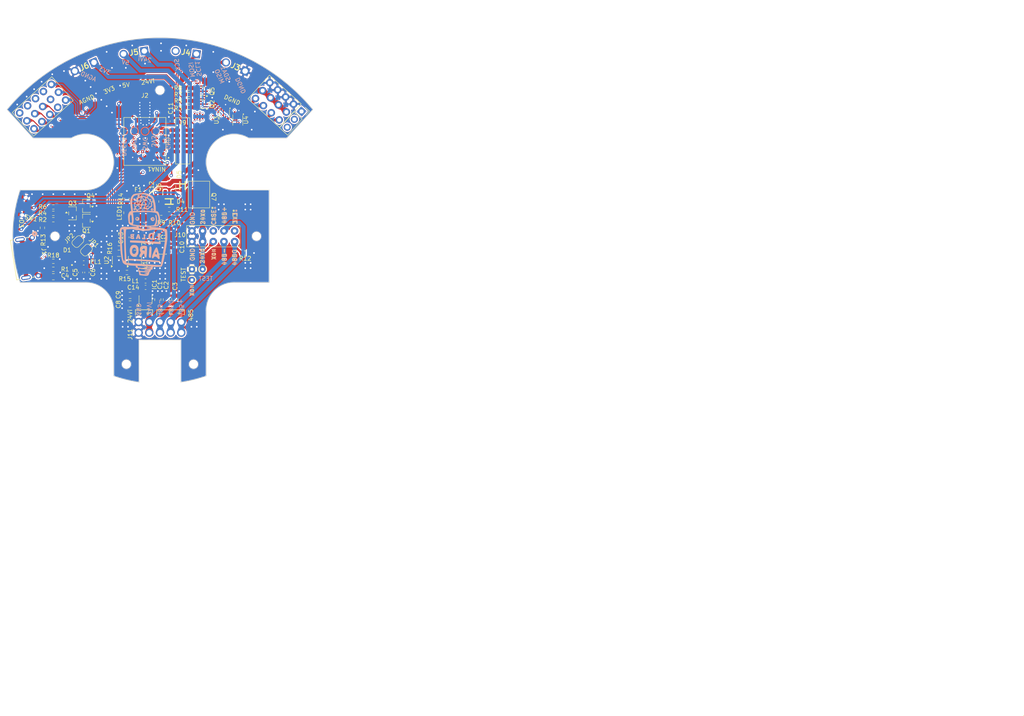
<source format=kicad_pcb>
(kicad_pcb (version 20241229) (generator "pcbnew") (generator_version "9.0")
  (layers (0 "F.Cu" power) (4 "In1.Cu" signal) (6 "In2.Cu" signal) (2 "B.Cu" signal) (13 "F.Paste" user) (15 "B.Paste" user) (5 "F.SilkS" user "F.Silkscreen") (7 "B.SilkS" user "B.Silkscreen") (1 "F.Mask" user) (3 "B.Mask" user) (25 "Edge.Cuts" user))
  (net 0 "")
  (net 1 "GND")
  (net 2 "/24V_out")
  (net 3 "/24V_in")
  (net 4 "/Von")
  (net 5 "/3V3_out")
  (net 6 "/Q1_G")
  (net 7 "/Q1_S")
  (net 8 "/Q2_G")
  (net 9 "Net-(IC1-BST)")
  (net 10 "Net-(IC1-SW)")
  (net 11 "/5V")
  (net 12 "Net-(C4-Pad1)")
  (net 13 "/3V3")
  (net 14 "/VBUS")
  (net 18 "/SWC")
  (net 19 "/SWD")
  (net 20 "/RESET")
  (net 23 "/5Vreg")
  (net 26 "/USB_D+")
  (net 27 "/USB_D-")
  (net 28 "Net-(D3-BK)")
  (net 29 "Net-(D3-RK)")
  (net 30 "Net-(D3-GK)")
  (net 35 "/D_LEDR")
  (net 36 "Net-(Q3-D)")
  (net 37 "/D_LEDG")
  (net 38 "Net-(Q4-D)")
  (net 39 "/D_LEDB")
  (net 40 "Net-(Q1-D)")
  (net 41 "/ANT")
  (net 42 "/CASE")
  (net 43 "/RS485-")
  (net 44 "/RS485+")
  (net 45 "/RS485G")
  (net 46 "/A0")
  (net 47 "/A7")
  (net 48 "/A6")
  (net 49 "/A5")
  (net 50 "/A4")
  (net 51 "/A3")
  (net 52 "/A2")
  (net 53 "/A1")
  (net 54 "/D0")
  (net 55 "/D1")
  (net 56 "/D2")
  (net 57 "/D3")
  (net 58 "/D4")
  (net 59 "/D8")
  (net 60 "/SCL2{slash}D6")
  (net 61 "/D11")
  (net 62 "/D10")
  (net 63 "/D7")
  (net 64 "/EN_I2C1")
  (net 65 "Net-(Q2-C2)")
  (net 66 "Net-(Q2-C1)")
  (net 67 "/EN_I2C2")
  (net 68 "Net-(Q5-C2)")
  (net 69 "Net-(Q5-C1)")
  (net 70 "/SDA1{slash}MISO{slash}D16")
  (net 71 "/SCK{slash}D14")
  (net 72 "/SCL1{slash}MOSI{slash}D15")
  (net 73 "/VBUS_filtered")
  (net 74 "/D0_5V")
  (net 75 "/D1_5V")
  (net 76 "/D2_5V")
  (net 77 "/D3_5V")
  (net 79 "Net-(J1-B5{slash}CC2)")
  (net 80 "Net-(J1-A5{slash}CC1)")
  (net 81 "Net-(LED1-Pad1)")
  (net 82 "Net-(U2-STAT)")
  (net 83 "Net-(U1-STAT)")
  (net 84 "Net-(J1-B7{slash}D-)")
  (net 87 "unconnected-(NINA1-NFC2{slash}GPIO_29-Pad29)")
  (net 88 "Net-(J1-B6{slash}D+)")
  (net 90 "/SDA2{slash}D5")
  (net 91 "/D9")
  (net 92 "/D12")
  (net 93 "/D13")
  (footprint "robotiq_wrist_coupling:HOLE_2x5" (layer "F.Cu") (at 0 21.717)
    (property "Reference" "J11")
    (property "Value" "10PIN_HEADER" (hide yes))
  )
  (footprint "Resistor_SMD:R_0603_1608Metric" (layer "F.Cu") (at 3.474 -4.459)
    (property "Reference" "R10")
    (property "Value" "50k" (hide yes))
  )
  (footprint "Capacitor_SMD:C_0805_2012Metric" (layer "F.Cu") (at 1.524 15.113 90)
    (property "Reference" "C2")
    (property "Value" "22µF" (hide yes))
  )
  (footprint "Capacitor_SMD:C_0603_1608Metric" (layer "F.Cu") (at 2.925 -27.424 90)
    (property "Reference" "C11")
    (property "Value" "100nF" (hide yes))
  )
  (footprint "Resistor_SMD:R_0603_1608Metric" (layer "F.Cu") (at -25.4 7.874)
    (property "Reference" "R1")
    (property "Value" "1M" (hide yes))
  )
  (footprint "robotiq_wrist_coupling:12PIN_SERVO_HEADER" (layer "F.Cu") (at 27.2796 -32.1564 47.87)
    (property "Reference" "J15" (hide yes))
    (property "Value" "12PIN_SERVO_HEADER" (hide yes))
  )
  (footprint "robotiq_wrist_coupling:1987724" (layer "F.Cu") (at -6.2 -43.8 -171.943)
    (property "Reference" "J5")
    (property "Value" "1987724" (hide yes))
  )
  (footprint "TestPoint:TestPoint_THTPad_D1.5mm_Drill0.7mm" (layer "F.Cu") (at 7.62 10.414)
    (property "Reference" "TP8" (hide yes))
    (property "Value" "TestPoint")
  )
  (footprint "Package_TO_SOT_SMD:SOT-23-3" (layer "F.Cu") (at -17.526 -7.239 180)
    (property "Reference" "Q4")
    (property "Value" "BSS138K-13")
  )
  (footprint "Capacitor_SMD:C_0805_2012Metric" (layer "F.Cu") (at 3.556 15.113 90)
    (property "Reference" "C3")
    (property "Value" "22µF" (hide yes))
  )
  (footprint "Resistor_SMD:R_0603_1608Metric" (layer "F.Cu") (at -9.779 2.7995 180)
    (property "Reference" "R16")
    (property "Value" "470k")
  )
  (footprint "Capacitor_SMD:C_0603_1608Metric" (layer "F.Cu") (at -18.923 8.636 -90)
    (property "Reference" "C5")
    (property "Value" "1n" (hide yes))
  )
  (footprint "robotiq_wrist_coupling:1987724" (layer "F.Cu") (at -18 -40.4 -155.829)
    (property "Reference" "J6")
    (property "Value" "1987724" (hide yes))
  )
  (footprint "Package_SO:VSSOP-8_2.3x2mm_P0.5mm" (layer "F.Cu") (at 18.542 -27.686 -90)
    (property "Reference" "U4")
    (property "Value" "TXB0102DCU")
  )
  (footprint "Capacitor_SMD:C_0603_1608Metric" (layer "F.Cu") (at -17.399 8.636 -90)
    (property "Reference" "C6")
    (property "Value" "1n" (hide yes))
  )
  (footprint "Package_TO_SOT_SMD:TSOT-23-6" (layer "F.Cu") (at -3.429 15.113 90)
    (property "Reference" "IC1")
    (property "Value" "AP63205")
  )
  (footprint "Resistor_SMD:R_0603_1608Metric" (layer "F.Cu") (at -28 -2 90)
    (property "Reference" "R13")
    (property "Value" "5.1k")
  )
  (footprint "Resistor_SMD:R_0603_1608Metric" (layer "F.Cu") (at 20.3 4 180)
    (property "Reference" "R12")
    (property "Value" "0" (hide yes))
  )
  (footprint "robotiq_wrist_coupling:SOT95P285X140-5N" (layer "F.Cu") (at 0.6885 2.732)
    (property "Reference" "IC2")
    (property "Value" "AP2112K-3.3TRG1" (hide yes))
  )
  (footprint "TestPoint:TestPoint_THTPad_D1.5mm_Drill0.7mm" (layer "F.Cu") (at 7.62 7.874)
    (property "Reference" "TP6" (hide yes))
    (property "Value" "TestPoint")
  )
  (footprint "Resistor_SMD:R_0603_1608Metric" (layer "F.Cu") (at -25.4 -6.985)
    (property "Reference" "R6")
    (property "Value" "330" (hide yes))
  )
  (footprint "Package_TO_SOT_SMD:TSOT-23-5" (layer "F.Cu") (at -9.779 5.715 90)
    (property "Reference" "U2")
    (property "Value" "LTC4411ES5-TRMPBF")
  )
  (footprint "Capacitor_SMD:C_0805_2012Metric" (layer "F.Cu") (at -7.112 14.097 180)
    (property "Reference" "C9")
    (property "Value" "22µF" (hide yes))
  )
  (footprint "robotiq_wrist_coupling:15PIN_HEADER" (layer "F.Cu") (at -27.94 -30.913857 132.13)
    (property "Reference" "J8" (hide yes))
    (property "Value" "15PIN_HEADER" (hide yes))
  )
  (footprint "Jumper:SolderJumper-2_P1.3mm_Open_RoundedPad1.0x1.5mm" (layer "F.Cu") (at -17.526 3.302 -135)
    (property "Reference" "JP1")
    (property "Value" "SolderJumper_2_Open")
  )
  (footprint "robotiq_wrist_coupling:TL3340" (layer "F.Cu") (at -32.385 -7.112 -102)
    (property "Reference" "SW1")
    (property "Value" "TL3340")
  )
  (footprint "Package_TO_SOT_SMD:TSOT-23-5" (layer "F.Cu") (at -5.969 5.7205 90)
    (property "Reference" "U1")
    (property "Value" "LTC4411ES5-TRMPBF")
  )
  (footprint "Package_TO_SOT_SMD:SOT-23-3" (layer "F.Cu") (at -17.526 -3.683 180)
    (property "Reference" "Q1")
    (property "Value" "BSS138K-13")
  )
  (footprint "Resistor_SMD:R_0603_1608Metric" (layer "F.Cu") (at -25.4 5.969)
    (property "Reference" "R18")
    (property "Value" "5.1k")
  )
  (footprint "TestPoint:TestPoint_THTPad_D1.5mm_Drill0.7mm" (layer "F.Cu") (at 10.16 7.874)
    (property "Reference" "TP7" (hide yes))
    (property "Value" "TestPoint")
  )
  (footprint "robotiq_wrist_coupling:NINA-B301-00B" (layer "F.Cu") (at -3.6 -23.2 180)
    (property "Reference" "NINA1")
    (property "Value" "~")
  )
  (footprint "Capacitor_SMD:C_0603_1608Metric" (layer "F.Cu") (at -7.874 0.254 90)
    (property "Reference" "C13")
    (property "Value" "4µ7 (1mOhm ESR)")
  )
  (footprint "robotiq_wrist_coupling:US6_RN2903" (layer "F.Cu") (at 10.16 -34.544 90)
    (property "Reference" "Q5")
    (property "Value" "RN2903" (hide yes))
  )
  (footprint "Resistor_SMD:R_0603_1608Metric" (layer "F.Cu") (at 2.204 -6.364 180)
    (property "Reference" "R11")
    (property "Value" "100k" (hide yes))
  )
  (footprint "Resistor_SMD:R_0603_1608Metric" (layer "F.Cu") (at -25.4 -5.461)
    (property "Reference" "R4")
    (property "Value" "750" (hide yes))
  )
  (footprint "Resistor_SMD:R_0805_2012Metric" (layer "F.Cu") (at -1.014 -8.269 -90)
    (property "Reference" "C12")
    (property "Value" "15u" (hide yes))
  )
  (footprint "robotiq_wrist_coupling:SOT143B" (layer "F.Cu") (at -21.971 5.334 90)
    (property "Reference" "D1")
    (property "Value" "PRTR5V0U2AX,215" (hide yes))
  )
  (footprint "robotiq_wrist_coupling:US6_RN2903" (layer "F.Cu") (at 10.16 -31.496 90)
    (property "Reference" "Q2")
    (property "Value" "RN2903" (hide yes))
  )
  (footprint "robotiq_wrist_coupling:10PIN_SPRING_HEADER" (layer "F.Cu") (at 12.7 0 90)
    (property "Reference" "J10" (hide yes))
    (property "Value" "10PIN_HEADER" (hide yes))
  )
  (footprint "Resistor_SMD:R_0603_1608Metric" (layer "F.Cu") (at -5.969 2.7995 180)
    (property "Reference" "R17")
    (property "Value" "470k")
  )
  (footprint "robotiq_wrist_coupling:1987724" (layer "F.Cu") (at 6.2 -43.8 171.943)
    (property "Reference" "J4")
    (property "Value" "1987724" (hide yes))
  )
  (footprint "Resistor_SMD:R_0603_1608Metric" (layer "F.Cu") (at 6.858 -32.258 180)
    (property "Reference" "R5")
    (property "Value" "7k32" (hide yes))
  )
  (footprint "robotiq_wrist_coupling:DO-219AC" (layer "F.Cu") (at 2.204 -8.269 180)
    (property "Reference" "D4")
    (property "Value" "DIODE" (hide yes))
  )
  (footprint "Resistor_SMD:R_0603_1608Metric" (layer "F.Cu") (at 6.858 -33.782 180)
    (property "Reference" "R7")
    (property "Value" "7k32" (hide yes))
  )
  (footprint "Resistor_SMD:R_0603_1608Metric" (layer "F.Cu") (at 6.858 -30.734 180)
    (property "Reference" "R3")
    (property "Value" "7k32" (hide yes))
  )
  (footprint "Package_TO_SOT_SMD:SOT-23-3" (layer "F.Cu") (at -20.828 -5.461)
    (property "Reference" "Q3")
    (property "Value" "BSS138K-13")
  )
  (footprint "robotiq_wrist_coupling:2337019-1 µCOAX" (layer "F.Cu") (at -3.6 -30.9988)
    (property "Reference" "J2")
    (property "Value" "Conn_Coaxial" (hide yes))
  )
  (footprint "Jumper:SolderJumper-2_P1.3mm_Open_RoundedPad1.0x1.5mm" (layer "F.Cu") (at -19.558 1.27 -135)
    (property "Reference" "JP2")
    (property "Value" "SolderJumper_2_Open")
  )
  (footprint "Inductor_SMD:L_0603_1608Metric" (layer "F.Cu") (at -3.429 10.668 180)
    (property "Reference" "L1")
    (property "Value" "4µ7" (hide yes))
  )
  (footprint "robotiq_wrist_coupling:si7469dp" (layer "F.Cu") (at 9.3 -9.3 -90)
    (property "Reference" "Q7")
    (property "Value" "Si7469DP" (hide yes))
  )
  (footprint "Capacitor_SMD:C_0603_1608Metric" (layer "F.Cu") (at 3.8125 2.605 -90)
    (property "Reference" "C10")
    (property "Value" "1µF" (hide yes))
  )
  (footprint "robotiq_wrist_coupling:CONN16X1_GT-USB-7025_GSW" (layer "F.Cu") (at -31.877 5.207 -81)
    (property "Reference" "J1")
    (property "Value" "GT-USB-7025")
  )
  (footprint "robotiq_wrist_coupling:1812L110-33" (layer "F.Cu") (at -4.6 -7 90)
    (property "Reference" "F1")
    (property "Value" "LF110-33" (hide yes))
  )
  (footprint "Package_SO:VSSOP-8_2.3x2mm_P0.5mm" (layer "F.Cu") (at 15.367 -29.083 -90)
    (property "Reference" "U3")
    (property "Value" "TXB0102DCU")
  )
  (footprint "Resistor_SMD:R_0603_1608Metric" (layer "F.Cu") (at 0.299 -4.459)
    (property "Reference" "R9")
    (property "Value" "100k" (hide yes))
  )
  (footprint "Capacitor_SMD:C_0603_1608Metric" (layer "F.Cu") (at -18.161 6.35)
    (property "Reference" "FL1")
    (property "Value" "BLM18EG101TN1D")
  )
  (footprint "Capacitor_SMD:C_0805_2012Metric" (layer "F.Cu") (at -25.4 9.652)
    (property "Reference" "C4")
    (property "Value" "4n7")
  )
  (footprint "Resistor_SMD:R_0603_1608Metric" (layer "F.Cu") (at -7.874 -8.89 90)
    (property "Reference" "R14")
    (property "Value" "560")
  )
  (footprint "Capacitor_SMD:C_0805_2012Metric" (layer "F.Cu") (at -7.874 -5.588 -90)
    (property "Reference" "LED1")
    (property "Value" "LTST-C170GKT")
  )
  (footprint "robotiq_wrist_coupling:10PIN_1.27PITCH" (layer "F.Cu") (at 5.425 -22.724)
    (property "Reference" "J9")
    (property "Value" "10PIN_HEADER" (hide yes))
  )
  (footprint "robotiq_wrist_coupling:DO-219AC" (layer "F.Cu") (at 5.379 -12.079 -90)
    (property "Reference" "D5")
    (property "Value" "DIODE" (hide yes))
  )
  (footprint "Resistor_SMD:R_0603_1608Metric" (layer "F.Cu") (at 6.858 -35.306 180)
    (property "Reference" "R8")
    (property "Value" "7k32" (hide yes))
  )
  (footprint "Connector_PinSocket_2.54mm:PinSocket_1x03_P2.54mm_Vertical" (layer "F.Cu") (at 33.716348 -29.745032 -42.13)
    (property "Reference" "J7" (hide yes))
    (property "Value" "3PIN_HEADER" (hide yes))
  )
  (footprint "Capacitor_SMD:C_0603_1608Metric" (layer "F.Cu") (at -3.429 12.192)
    (property "Reference" "C14")
    (property "Value" "100nF")
  )
  (footprint "Resistor_SMD:R_0603_1608Metric" (layer "F.Cu") (at -25.4 -3.937)
    (property "Reference" "R2")
    (property "Value" "330" (hide yes))
  )
  (footprint "robotiq_wrist_coupling:1987724" (layer "F.Cu") (at 18 -40.4 155.828)
    (property "Reference" "J3")
    (property "Value" "1987724" (hide yes))
  )
  (footprint "Capacitor_SMD:C_0805_2012Metric" (layer "F.Cu") (at -0.508 15.113 90)
    (property "Reference" "C1")
    (property "Value" "22µF" (hide yes))
  )
  (footprint "robotiq_wrist_coupling:BSS138" (layer "F.Cu") (at 2.204 -11.444 90)
    (property "Reference" "Q6")
    (property "Value" "BSS159NH6327XTSA2" (hide yes))
  )
  (footprint "Capacitor_SMD:C_0805_2012Metric" (layer "F.Cu") (at -7.112 16.129 180)
    (property "Reference" "C8")
    (property "Value" "22µF" (hide yes))
  )
  (footprint "Resistor_SMD:R_0603_1608Metric" (layer "F.Cu") (at -7.874 8.636)
    (property "Reference" "R15")
    (property "Value" "470k")
  )
  (footprint "robotiq_wrist_coupling:XZCCBDMEDGK161W" (layer "F.Cu") (at -34.417 -2.032 87)
    (property "Reference" "D3")
    (property "Value" "LED_RGBA" (hide yes))
  )
  (footprint "TestPoint:TestPoint_Pad_D1.5mm" (layer "B.Cu") (at -6.096 -25.019 180)
    (property "Reference" "TP3" (hide yes))
    (property "Value" "TestPoint")
  )
  (footprint "TestPoint:TestPoint_Pad_D1.5mm" (layer "B.Cu") (at -8.636 -25.019 180)
    (property "Reference" "TP5" (hide yes))
    (property "Value" "TestPoint")
  )
  (footprint "TestPoint:TestPoint_Pad_D1.5mm" (layer "B.Cu") (at -3.556 -25.019 180)
    (property "Reference" "TP4" (hide yes))
    (property "Value" "TestPoint")
  )
  (footprint "TestPoint:TestPoint_Pad_D1.5mm" (layer "B.Cu") (at 1.524 -25.019 180)
    (property "Reference" "TP2" (hide yes))
    (property "Value" "TestPoint")
  )
  (footprint "TestPoint:TestPoint_Pad_D1.5mm" (layer "B.Cu") (at -1.016 -25.019 180)
    (property "Reference" "TP1" (hide yes))
    (property "Value" "TestPoint")
  )
  (gr_line (start -0.762 18.796) (end -0.762 17.526) (stroke (width 0.15)) (layer "F.SilkS"))
  (gr_circle (center 205.74 114.3) (end 205.74 114.3) (stroke (width 0.15)) (fill no) (layer "F.SilkS"))
  (gr_line (start -1.778 17.526) (end -1.778 18.796) (stroke (width 0.15)) (layer "F.SilkS"))
  (gr_line (start -5.842 18.796) (end -5.842 17.526) (stroke (width 0.15)) (layer "F.SilkS"))
  (gr_line (start -0.762 17.526) (end 5.842 17.526) (stroke (width 0.15)) (layer "F.SilkS"))
  (gr_line (start 5.842 17.526) (end 5.842 18.796) (stroke (width 0.15)) (layer "F.SilkS"))
  (gr_line (start -5.842 17.526) (end -1.778 17.526) (stroke (width 0.15)) (layer "F.SilkS"))
  (gr_poly (pts (xy -7.702765 5.358053) (xy -7.711109 5.359347) (xy -7.714933 5.3605) (xy -7.718533 5.362011) (xy -7.721914 5.363898) (xy -7.725083 5.366178) (xy -7.728047 5.368866) (xy -7.73081 5.371979) (xy -7.73338 5.375535) (xy -7.735762 5.37955) (xy -7.739986 5.389023) (xy -7.743532 5.400532) (xy -7.746448 5.41421) (xy -7.748782 5.430189) (xy -7.750584 5.448604) (xy -7.7519 5.469588) (xy -7.752781 5.493273) (xy -7.753427 5.549284) (xy -7.753427 5.751932) (xy -6.897336 5.780885) (xy -5.934166 5.825279) (xy -4.6077 5.900304) (xy -3.280458 5.983857) (xy -2.314961 6.053839) (xy -1.810405 6.096747) (xy -1.293441 6.136553) (xy -0.814732 6.177394) (xy -0.586234 6.197622) (xy -0.404262 6.215134) (xy -0.331063 6.222288) (xy -0.26145 6.228183) (xy -0.197072 6.232722) (xy -0.139576 6.235807) (xy -0.090609 6.237342) (xy -0.06984 6.237497) (xy -0.051821 6.237229) (xy -0.036758 6.236524) (xy -0.024858 6.235371) (xy -0.016326 6.233757) (xy -0.013387 6.232774) (xy -0.011368 6.231671) (xy -0.009454 6.23068) (xy -0.007589 6.229265) (xy -0.00401 6.225218) (xy -0.000637 6.219632) (xy 0.002524 6.21261) (xy 0.005468 6.204256) (xy 0.008187 6.194671) (xy 0.010675 6.18396) (xy 0.012928 6.172225) (xy 0.014938 6.159569) (xy 0.0167 6.146094) (xy 0.019454 6.117104) (xy 0.021143 6.086078) (xy 0.021716 6.053839) (xy 0.021471 6.032894) (xy 0.020723 6.013451) (xy 0.020154 6.004278) (xy 0.019453 5.995462) (xy 0.018618 5.986998) (xy 0.017645 5.978879) (xy 0.016533 5.971099) (xy 0.015279 5.963652) (xy 0.013882 5.956533) (xy 0.012338 5.949735) (xy 0.010646 5.943252) (xy 0.008803 5.937077) (xy 0.006807 5.931206) (xy 0.004656 5.925631) (xy 0.002348 5.920348) (xy -0.000121 5.915349) (xy -0.002751 5.910628) (xy -0.005546 5.906181) (xy -0.008507 5.901999) (xy -0.011637 5.898079) (xy -0.014939 5.894413) (xy -0.018413 5.890995) (xy -0.022064 5.887819) (xy -0.025892 5.88488) (xy -0.029901 5.882171) (xy -0.034092 5.879686) (xy -0.038468 5.87742) (xy -0.043031 5.875365) (xy -0.047783 5.873516) (xy -0.052727 5.871867) (xy -0.239997 5.847049) (xy -0.694796 5.803622) (xy -2.397676 5.660944) (xy -3.379586 5.590507) (xy -4.6077 5.513092) (xy -5.831937 5.443431) (xy -6.802214 5.396257) (xy -7.683121 5.359037) (xy -7.693452 5.357994)) (stroke (width 0.004135)) (fill yes) (layer "B.SilkS"))
  (gr_poly (pts (xy -4.103117 -6.489) (xy -4.114536 -6.487161) (xy -4.125686 -6.484365) (xy -4.136507 -6.480657) (xy -4.146937 -6.476081) (xy -4.156915 -6.470683) (xy -4.166379 -6.464507) (xy -4.17527 -6.457597) (xy -4.183525 -6.449997) (xy -4.191084 -6.441753) (xy -4.197885 -6.432909) (xy -4.203867 -6.423509) (xy -4.208969 -6.413598) (xy -4.21313 -6.40322) (xy -4.216289 -6.392421) (xy -4.218384 -6.381244) (xy -4.219355 -6.369734) (xy -4.21914 -6.357935) (xy -4.217679 -6.345893) (xy -4.214909 -6.333651) (xy -4.21077 -6.321254) (xy -4.205201 -6.308747) (xy -4.198141 -6.296175) (xy -4.19289 -6.288274) (xy -4.18736 -6.280906) (xy -4.181566 -6.274068) (xy -4.175526 -6.267763) (xy -4.169257 -6.261989) (xy -4.162777 -6.256747) (xy -4.156103 -6.252037) (xy -4.149253 -6.247858) (xy -4.142243 -6.244211) (xy -4.13509 -6.241096) (xy -4.127813 -6.238512) (xy -4.120428 -6.23646) (xy -4.112952 -6.234939) (xy -4.105404 -6.233951) (xy -4.097799 -6.233494) (xy -4.090156 -6.233568) (xy -4.082492 -6.234175) (xy -4.074824 -6.235313) (xy -4.067169 -6.236982) (xy -4.059545 -6.239184) (xy -4.051968 -6.241917) (xy -4.044457 -6.245182) (xy -4.037028 -6.248978) (xy -4.029699 -6.253306) (xy -4.022486 -6.258166) (xy -4.015408 -6.263558) (xy -4.008482 -6.269481) (xy -4.001724 -6.275936) (xy -3.995152 -6.282922) (xy -3.988784 -6.290441) (xy -3.982636 -6.298491) (xy -3.976727 -6.307072) (xy -3.969072 -6.319428) (xy -3.962455 -6.330714) (xy -3.956891 -6.341055) (xy -3.954508 -6.345908) (xy -3.952395 -6.350571) (xy -3.950553 -6.355059) (xy -3.948984 -6.359386) (xy -3.94769 -6.363568) (xy -3.946674 -6.367621) (xy -3.945936 -6.371559) (xy -3.94548 -6.375399) (xy -3.945307 -6.379155) (xy -3.945419 -6.382842) (xy -3.945818 -6.386476) (xy -3.946506 -6.390072) (xy -3.947485 -6.393646) (xy -3.948758 -6.397212) (xy -3.950325 -6.400787) (xy -3.95219 -6.404384) (xy -3.954353 -6.408021) (xy -3.956818 -6.411711) (xy -3.959586 -6.41547) (xy -3.962659 -6.419313) (xy -3.966039 -6.423256) (xy -3.969728 -6.427315) (xy -3.978041 -6.435837) (xy -3.987614 -6.445003) (xy -3.987614 -6.444997) (xy -3.998355 -6.45517) (xy -4.009439 -6.463943) (xy -4.020804 -6.471357) (xy -4.03239 -6.47746) (xy -4.044136 -6.482294) (xy -4.05598 -6.485904) (xy -4.067862 -6.488336) (xy -4.079719 -6.489632) (xy -4.091491 -6.489839)) (stroke (width 0.003629)) (fill yes) (layer "B.SilkS"))
  (gr_poly (pts (xy -3.868687 2.270118) (xy -3.983085 2.278484) (xy -4.094387 2.292026) (xy -4.200084 2.310695) (xy -4.297668 2.334443) (xy -4.38463 2.363223) (xy -4.423343 2.379484) (xy -4.45846 2.396985) (xy -4.489668 2.415719) (xy -4.516651 2.435682) (xy -4.542537 2.458421) (xy -4.567236 2.483352) (xy -4.590733 2.510353) (xy -4.613016 2.5393) (xy -4.634071 2.570072) (xy -4.653886 2.602545) (xy -4.689738 2.672108) (xy -4.720465 2.747006) (xy -4.745962 2.82626) (xy -4.766121 2.908889) (xy -4.780836 2.993914) (xy -4.789999 3.080353) (xy -4.793504 3.167225) (xy -4.791244 3.253551) (xy -4.783113 3.338351) (xy -4.769004 3.420642) (xy -4.748809 3.499446) (xy -4.722422 3.573782) (xy -4.706874 3.608967) (xy -4.689737 3.642668) (xy -4.664125 3.68946) (xy -4.641982 3.731542) (xy -4.623362 3.769606) (xy -4.608318 3.804343) (xy -4.602154 3.82068) (xy -4.596904 3.836444) (xy -4.592575 3.851722) (xy -4.589174 3.8666) (xy -4.586706 3.881165) (xy -4.585179 3.895503) (xy -4.5846 3.9097) (xy -4.584975 3.923842) (xy -4.58631 3.938017) (xy -4.588613 3.952311) (xy -4.591891 3.966809) (xy -4.596149 3.981599) (xy -4.601394 3.996766) (xy -4.607634 4.012398) (xy -4.614875 4.02858) (xy -4.623123 4.045399) (xy -4.642668 4.081294) (xy -4.666324 4.120772) (xy -4.694143 4.164527) (xy -4.726178 4.213248) (xy -4.76183 4.271051) (xy -4.793612 4.329016) (xy -4.821497 4.386788) (xy -4.845459 4.444013) (xy -4.865471 4.500339) (xy -4.881507 4.555411) (xy -4.888025 4.582366) (xy -4.893539 4.608875) (xy -4.898046 4.634894) (xy -4.901541 4.660379) (xy -4.904023 4.685285) (xy -4.905487 4.709568) (xy -4.90593 4.733184) (xy -4.905349 4.756089) (xy -4.90374 4.778239) (xy -4.901101 4.799589) (xy -4.897427 4.820095) (xy -4.892716 4.839713) (xy -4.886964 4.858399) (xy -4.880168 4.876108) (xy -4.872324 4.892797) (xy -4.86343 4.908421) (xy -4.853481 4.922936) (xy -4.842474 4.936297) (xy -4.830407 4.948462) (xy -4.817276 4.959384) (xy -4.801692 4.969865) (xy -4.785696 4.978685) (xy -4.769303 4.985853) (xy -4.752528 4.99138) (xy -4.735386 4.995275) (xy -4.717892 4.997549) (xy -4.700061 4.998211) (xy -4.681908 4.997273) (xy -4.663448 4.994743) (xy -4.644697 4.990631) (xy -4.625668 4.984949) (xy -4.606378 4.977706) (xy -4.586841 4.968911) (xy -4.567072 4.958576) (xy -4.547086 4.946709) (xy -4.526898 4.933322) (xy -4.485977 4.902025) (xy -4.444429 4.864765) (xy -4.402374 4.821621) (xy -4.359932 4.772676) (xy -4.317224 4.718008) (xy -4.274368 4.657699) (xy -4.231486 4.591828) (xy -4.188697 4.520477) (xy -4.137136 4.433684) (xy -4.088364 4.35848) (xy -4.065028 4.325229) (xy -4.042395 4.294881) (xy -4.020465 4.267439) (xy -3.999241 4.242903) (xy -3.978724 4.221277) (xy -3.958916 4.202562) (xy -3.939819 4.186761) (xy -3.921433 4.173874) (xy -3.903762 4.163905) (xy -3.886807 4.156856) (xy -3.870568 4.152727) (xy -3.855049 4.151522) (xy -3.84025 4.153242) (xy -3.826174 4.15789) (xy -3.812821 4.165467) (xy -3.800194 4.175975) (xy -3.788295 4.189417) (xy -3.777124 4.205794) (xy -3.766684 4.225108) (xy -3.756976 4.247362) (xy -3.748002 4.272557) (xy -3.739763 4.300696) (xy -3.732262 4.33178) (xy -3.7255 4.365811) (xy -3.719478 4.402792) (xy -3.714199 4.442725) (xy -3.709664 4.48561) (xy -3.705874 4.531452) (xy -3.702681 4.572139) (xy -3.698261 4.611866) (xy -3.69267 4.650573) (xy -3.685964 4.688198) (xy -3.678197 4.724682) (xy -3.669423 4.759965) (xy -3.659699 4.793986) (xy -3.64908 4.826685) (xy -3.637619 4.858002) (xy -3.625373 4.887876) (xy -3.612396 4.916247) (xy -3.598744 4.943055) (xy -3.584471 4.96824) (xy -3.569633 4.991741) (xy -3.554284 5.013498) (xy -3.53848 5.03345) (xy -3.522276 5.051539) (xy -3.505726 5.067702) (xy -3.488886 5.081881) (xy -3.471811 5.094014) (xy -3.454555 5.104041) (xy -3.437175 5.111903) (xy -3.419724 5.117539) (xy -3.402259 5.120888) (xy -3.384833 5.12189) (xy -3.367503 5.120486) (xy -3.350323 5.116614) (xy -3.333347 5.110215) (xy -3.316633 5.101228) (xy -3.300233 5.089593) (xy -3.284203 5.07525) (xy -3.268599 5.058138) (xy -3.244742 5.005662) (xy -3.221218 4.909901) (xy -3.198362 4.776947) (xy -3.176506 4.612891) (xy -3.137131 4.215841) (xy -3.105763 3.767485) (xy -3.08507 3.316557) (xy -3.083022 3.203768) (xy -3.632994 3.203768) (xy -3.633546 3.241206) (xy -3.635272 3.275414) (xy -3.638279 3.306504) (xy -3.640296 3.320914) (xy -3.642674 3.334587) (xy -3.645425 3.347537) (xy -3.648563 3.359777) (xy -3.652102 3.371322) (xy -3.656054 3.382187) (xy -3.660433 3.392384) (xy -3.665253 3.401928) (xy -3.670526 3.410833) (xy -3.676267 3.419113) (xy -3.682487 3.426782) (xy -3.689202 3.433855) (xy -3.696423 3.440345) (xy -3.704166 3.446267) (xy -3.712441 3.451633) (xy -3.721264 3.45646) (xy -3.730648 3.46076) (xy -3.740605 3.464547) (xy -3.751149 3.467837) (xy -3.762294 3.470642) (xy -3.774052 3.472977) (xy -3.786438 3.474856) (xy -3.799464 3.476293) (xy -3.813144 3.477302) (xy -3.842519 3.478092) (xy -3.869446 3.477645) (xy -3.895555 3.476316) (xy -3.92083 3.474123) (xy -3.945255 3.471083) (xy -3.968812 3.467217) (xy -3.991485 3.46254) (xy -4.013258 3.457072) (xy -4.034113 3.45083) (xy -4.054033 3.443833) (xy -4.073003 3.436098) (xy -4.091006 3.427645) (xy -4.108024 3.41849) (xy -4.124042 3.408651) (xy -4.139042 3.398148) (xy -4.153008 3.386998) (xy -4.165923 3.375219) (xy -4.17777 3.36283) (xy -4.188533 3.349847) (xy -4.198195 3.33629) (xy -4.20674 3.322177) (xy -4.21415 3.307525) (xy -4.220409 3.292353) (xy -4.225501 3.276679) (xy -4.229408 3.260521) (xy -4.232114 3.243896) (xy -4.233603 3.226824) (xy -4.233857 3.209321) (xy -4.23286 3.191407) (xy -4.230595 3.1731) (xy -4.227046 3.154416) (xy -4.222195 3.135375) (xy -4.216027 3.115995) (xy -4.208243 3.09401) (xy -4.19859 3.073327) (xy -4.187123 3.053962) (xy -4.173894 3.035931) (xy -4.158957 3.01925) (xy -4.142365 3.003935) (xy -4.124172 2.990002) (xy -4.104431 2.977468) (xy -4.083196 2.966348) (xy -4.060519 2.956659) (xy -4.036455 2.948416) (xy -4.011056 2.941636) (xy -3.984376 2.936334) (xy -3.956468 2.932528) (xy -3.927386 2.930232) (xy -3.897183 2.929463) (xy -3.858186 2.930012) (xy -3.823058 2.931799) (xy -3.791614 2.935032) (xy -3.777215 2.937256) (xy -3.763666 2.93992) (xy -3.750945 2.94305) (xy -3.739027 2.946672) (xy -3.727891 2.950813) (xy -3.717511 2.955498) (xy -3.707866 2.960754) (xy -3.698931 2.966606) (xy -3.690683 2.973082) (xy -3.6831 2.980206) (xy -3.676156 2.988005) (xy -3.66983 2.996506) (xy -3.664098 3.005734) (xy -3.658937 3.015715) (xy -3.654322 3.026476) (xy -3.650231 3.038042) (xy -3.646641 3.050441) (xy -3.643528 3.063697) (xy -3.640868 3.077837) (xy -3.638639 3.092888) (xy -3.635378 3.125824) (xy -3.633559 3.162714) (xy -3.632994 3.203768) (xy -3.083022 3.203768) (xy -3.077722 2.911792) (xy -3.079886 2.741949) (xy -3.086386 2.601922) (xy -3.097558 2.497802) (xy -3.113733 2.435682) (xy -3.113735 2.435682) (xy -3.125826 2.414785) (xy -3.143102 2.395298) (xy -3.165248 2.377212) (xy -3.191952 2.360523) (xy -3.222899 2.345224) (xy -3.257776 2.33131) (xy -3.338065 2.30761) (xy -3.430311 2.289374) (xy -3.532005 2.276556) (xy -3.640638 2.269106) (xy -3.753702 2.266976)) (stroke (width 0.009997)) (fill yes) (layer "B.SilkS"))
  (gr_poly (pts (xy -2.675255 -8.12751) (xy -2.678066 -8.126936) (xy -2.680703 -8.125997) (xy -2.683159 -8.124707) (xy -2.685429 -8.123079) (xy -2.687507 -8.121128) (xy -2.689387 -8.118867) (xy -2.691064 -8.116311) (xy -2.692532 -8.113473) (xy -2.693784 -8.110367) (xy -2.694816 -8.107007) (xy -2.695622 -8.103408) (xy -2.696195 -8.099583) (xy -2.696531 -8.095545) (xy -2.696464 -8.086891) (xy -2.695377 -8.077556) (xy -2.693223 -8.067651) (xy -2.689956 -8.05729) (xy -2.685531 -8.046582) (xy -2.682869 -8.041134) (xy -2.6799 -8.03564) (xy -2.676618 -8.030116) (xy -2.673018 -8.024576) (xy -2.669093 -8.019032) (xy -2.664839 -8.0135) (xy -2.660249 -8.007992) (xy -2.655317 -8.002524) (xy -2.644787 -7.992027) (xy -2.634976 -7.98163) (xy -2.625879 -7.971327) (xy -2.617496 -7.96111) (xy -2.609823 -7.950973) (xy -2.602858 -7.94091) (xy -2.596598 -7.930913) (xy -2.591042 -7.920976) (xy -2.586185 -7.911093) (xy -2.582027 -7.901257) (xy -2.578564 -7.89146) (xy -2.575794 -7.881697) (xy -2.573715 -7.871961) (xy -2.572323 -7.862244) (xy -2.571618 -7.852541) (xy -2.571595 -7.842845) (xy -2.572253 -7.833148) (xy -2.573588 -7.823445) (xy -2.5756 -7.813729) (xy -2.578285 -7.803993) (xy -2.58164 -7.79423) (xy -2.585663 -7.784434) (xy -2.590352 -7.774597) (xy -2.595705 -7.764714) (xy -2.601718 -7.754778) (xy -2.608389 -7.744782) (xy -2.615716 -7.734719) (xy -2.623696 -7.724582) (xy -2.632327 -7.714366) (xy -2.641606 -7.704063) (xy -2.662099 -7.68317) (xy -2.66669 -7.678109) (xy -2.670941 -7.673138) (xy -2.674858 -7.668261) (xy -2.678449 -7.663482) (xy -2.681721 -7.658803) (xy -2.684681 -7.654228) (xy -2.687336 -7.649761) (xy -2.689694 -7.645406) (xy -2.691762 -7.641164) (xy -2.693548 -7.637041) (xy -2.695057 -7.63304) (xy -2.696298 -7.629163) (xy -2.697278 -7.625415) (xy -2.698005 -7.6218) (xy -2.698484 -7.618319) (xy -2.698724 -7.614978) (xy -2.698732 -7.611778) (xy -2.698515 -7.608725) (xy -2.69808 -7.605821) (xy -2.697434 -7.60307) (xy -2.696586 -7.600475) (xy -2.695541 -7.59804) (xy -2.694308 -7.595769) (xy -2.692893 -7.593663) (xy -2.691303 -7.591729) (xy -2.689547 -7.589967) (xy -2.68763 -7.588383) (xy -2.685562 -7.58698) (xy -2.683347 -7.58576) (xy -2.680995 -7.584728) (xy -2.678512 -7.583887) (xy -2.675905 -7.583241) (xy -2.648985 -7.57895) (xy -2.623683 -7.577406) (xy -2.599974 -7.578462) (xy -2.577835 -7.581975) (xy -2.557242 -7.587797) (xy -2.538171 -7.595783) (xy -2.520598 -7.605787) (xy -2.5045 -7.617664) (xy -2.489852 -7.631268) (xy -2.476631 -7.646454) (xy -2.464813 -7.663074) (xy -2.454375 -7.680985) (xy -2.445292 -7.70004) (xy -2.43754 -7.720093) (xy -2.431097 -7.740999) (xy -2.425937 -7.762612) (xy -2.422038 -7.784787) (xy -2.419375 -7.807377) (xy -2.417925 -7.830237) (xy -2.417663 -7.853221) (xy -2.418566 -7.876184) (xy -2.420611 -7.89898) (xy -2.423773 -7.921463) (xy -2.428029 -7.943487) (xy -2.433354 -7.964907) (xy -2.439725 -7.985577) (xy -2.447119 -8.005352) (xy -2.455511 -8.024085) (xy -2.464877 -8.041631) (xy -2.475194 -8.057845) (xy -2.486438 -8.07258) (xy -2.498585 -8.085691) (xy -2.498585 -8.085697) (xy -2.501566 -8.088691) (xy -2.505042 -8.091551) (xy -2.508979 -8.09428) (xy -2.513343 -8.096879) (xy -2.52322 -8.101702) (xy -2.534401 -8.106039) (xy -2.546619 -8.109912) (xy -2.559603 -8.113341) (xy -2.573083 -8.116346) (xy -2.586791 -8.118948) (xy -2.600456 -8.121167) (xy -2.613809 -8.123024) (xy -2.6385 -8.125733) (xy -2.658707 -8.127238) (xy -2.672275 -8.127704)) (stroke (width 0.003629)) (fill yes) (layer "B.SilkS"))
  (gr_poly (pts (xy -3.140934 -3.40406) (xy -3.14725 -3.402221) (xy -3.153832 -3.399242) (xy -3.160669 -3.395068) (xy -3.167748 -3.389647) (xy -3.175056 -3.382924) (xy -3.182581 -3.374846) (xy -3.19031 -3.365359) (xy -3.194922 -3.360586) (xy -3.200546 -3.355798) (xy -3.214564 -3.346211) (xy -3.23183 -3.336655) (xy -3.251809 -3.32719) (xy -3.273968 -3.317873) (xy -3.297772 -3.308764) (xy -3.348178 -3.291401) (xy -3.508769 -3.241943) (xy -3.51965 -3.238176) (xy -3.531811 -3.235032) (xy -3.559587 -3.230556) (xy -3.591323 -3.228398) (xy -3.626246 -3.228442) (xy -3.663582 -3.23057) (xy -3.702558 -3.234666) (xy -3.742401 -3.240612) (xy -3.782336 -3.248291) (xy -3.821591 -3.257587) (xy -3.859392 -3.268383) (xy -3.894965 -3.280561) (xy -3.927537 -3.294004) (xy -3.956335 -3.308596) (xy -3.969077 -3.316286) (xy -3.980585 -3.324219) (xy -3.990762 -3.332381) (xy -3.999513 -3.340757) (xy -4.00674 -3.349332) (xy -4.012346 -3.358092) (xy -4.022293 -3.359278) (xy -4.031492 -3.359988) (xy -4.039965 -3.360243) (xy -4.047735 -3.36006) (xy -4.054824 -3.359458) (xy -4.061254 -3.358457) (xy -4.067047 -3.357076) (xy -4.072227 -3.355332) (xy -4.076815 -3.353245) (xy -4.080833 -3.350833) (xy -4.084305 -3.348116) (xy -4.087252 -3.345112) (xy -4.089697 -3.34184) (xy -4.091662 -3.338319) (xy -4.093169 -3.334568) (xy -4.094241 -3.330605) (xy -4.0949 -3.32645) (xy -4.095168 -3.32212) (xy -4.095068 -3.317636) (xy -4.094622 -3.313015) (xy -4.093853 -3.308277) (xy -4.092782 -3.303441) (xy -4.089826 -3.293547) (xy -4.085934 -3.283484) (xy -4.081283 -3.273404) (xy -4.076053 -3.263455) (xy -4.070422 -3.25379) (xy -4.064058 -3.243753) (xy -4.057126 -3.234005) (xy -4.049652 -3.22454) (xy -4.041665 -3.215352) (xy -4.024264 -3.197784) (xy -4.005145 -3.181254) (xy -3.984531 -3.165716) (xy -3.962645 -3.151123) (xy -3.939711 -3.137428) (xy -3.915951 -3.124584) (xy -3.891588 -3.112546) (xy -3.866847 -3.101266) (xy -3.841949 -3.090697) (xy -3.817118 -3.080794) (xy -3.768549 -3.062795) (xy -3.722924 -3.046897) (xy -3.705137 -3.041514) (xy -3.686535 -3.036932) (xy -3.66719 -3.033144) (xy -3.647173 -3.030142) (xy -3.605413 -3.026467) (xy -3.561833 -3.02585) (xy -3.51701 -3.028232) (xy -3.47152 -3.033555) (xy -3.425939 -3.041759) (xy -3.380846 -3.052787) (xy -3.336815 -3.06658) (xy -3.294425 -3.08308) (xy -3.254252 -3.102227) (xy -3.235177 -3.112776) (xy -3.216872 -3.123964) (xy -3.19941 -3.135786) (xy -3.182863 -3.148232) (xy -3.167303 -3.161297) (xy -3.152801 -3.174973) (xy -3.13943 -3.189252) (xy -3.127263 -3.204128) (xy -3.11637 -3.219592) (xy -3.106825 -3.235638) (xy -3.106825 -3.235652) (xy -3.102357 -3.244955) (xy -3.098471 -3.254454) (xy -3.095156 -3.264096) (xy -3.092398 -3.273827) (xy -3.090185 -3.283594) (xy -3.088505 -3.293343) (xy -3.087344 -3.303021) (xy -3.086691 -3.312574) (xy -3.086532 -3.321948) (xy -3.086855 -3.331091) (xy -3.087647 -3.339949) (xy -3.088896 -3.348468) (xy -3.090588 -3.356595) (xy -3.092712 -3.364276) (xy -3.095255 -3.371458) (xy -3.098204 -3.378088) (xy -3.101546 -3.384111) (xy -3.10527 -3.389475) (xy -3.109361 -3.394125) (xy -3.113808 -3.39801) (xy -3.118598 -3.401074) (xy -3.123718 -3.403264) (xy -3.129156 -3.404528) (xy -3.134899 -3.404811)) (stroke (width 0.003629)) (fill yes) (layer "B.SilkS"))
  (gr_poly (pts (xy -6.257943 2.059825) (xy -6.334311 2.067371) (xy -6.408558 2.079048) (xy -6.479869 2.094905) (xy -6.54743 2.114988) (xy -6.610428 2.139347) (xy -6.668048 2.168029) (xy -6.719818 2.199895) (xy -6.769199 2.237664) (xy -6.816152 2.281002) (xy -6.860636 2.329576) (xy -6.902611 2.383053) (xy -6.942037 2.441098) (xy -6.978875 2.503378) (xy -7.013083 2.56956) (xy -7.073454 2.712296) (xy -7.122829 2.866636) (xy -7.160887 3.029913) (xy -7.187309 3.199458) (xy -7.201775 3.372604) (xy -7.203964 3.546682) (xy -7.193555 3.719025) (xy -7.170229 3.886963) (xy -7.133665 4.047829) (xy -7.110318 4.124776) (xy -7.083543 4.198955) (xy -7.053297 4.270031) (xy -7.019542 4.337672) (xy -6.982238 4.401544) (xy -6.941343 4.461313) (xy -6.894855 4.519761) (xy -6.846046 4.573734) (xy -6.795101 4.623258) (xy -6.742208 4.66836) (xy -6.687553 4.709067) (xy -6.631324 4.745403) (xy -6.573707 4.777395) (xy -6.514889 4.80507) (xy -6.455057 4.828453) (xy -6.394397 4.84757) (xy -6.333097 4.862449) (xy -6.271343 4.873114) (xy -6.209322 4.879591) (xy -6.147221 4.881908) (xy -6.085227 4.88009) (xy -6.023526 4.874164) (xy -5.962306 4.864154) (xy -5.901753 4.850089) (xy -5.842054 4.831993) (xy -5.783396 4.809892) (xy -5.725966 4.783814) (xy -5.66995 4.753784) (xy -5.615536 4.719827) (xy -5.562909 4.681971) (xy -5.512258 4.640242) (xy -5.463768 4.594665) (xy -5.417627 4.545267) (xy -5.374022 4.492073) (xy -5.333139 4.43511) (xy -5.295165 4.374405) (xy -5.260287 4.309983) (xy -5.228691 4.241869) (xy -5.199765 4.16239) (xy -5.174495 4.073058) (xy -5.152908 3.975336) (xy -5.135031 3.870686) (xy -5.12089 3.760572) (xy -5.110512 3.646455) (xy -5.103924 3.529799) (xy -5.102089 3.45184) (xy -5.638637 3.45184) (xy -5.640007 3.508693) (xy -5.644048 3.563984) (xy -5.650655 3.617632) (xy -5.659721 3.669554) (xy -5.671143 3.719668) (xy -5.684815 3.767891) (xy -5.700633 3.814142) (xy -5.71849 3.858337) (xy -5.738283 3.900394) (xy -5.759905 3.940232) (xy -5.783252 3.977767) (xy -5.808218 4.012917) (xy -5.8347 4.0456) (xy -5.86259 4.075734) (xy -5.891785 4.103235) (xy -5.92218 4.128022) (xy -5.953669 4.150013) (xy -5.986147 4.169124) (xy -6.019509 4.185274) (xy -6.05365 4.198381) (xy -6.088465 4.208361) (xy -6.123848 4.215132) (xy -6.159696 4.218613) (xy -6.195902 4.21872) (xy -6.232361 4.215372) (xy -6.26897 4.208486) (xy -6.305621 4.197979) (xy -6.342211 4.183769) (xy -6.378634 4.165774) (xy -6.414785 4.143912) (xy -6.450559 4.1181) (xy -6.485851 4.088255) (xy -6.505682 4.068131) (xy -6.524181 4.044925) (xy -6.541353 4.018834) (xy -6.5572 3.990055) (xy -6.571726 3.958784) (xy -6.584935 3.925219) (xy -6.607412 3.851994) (xy -6.624657 3.771953) (xy -6.636698 3.686674) (xy -6.643562 3.597729) (xy -6.645274 3.506696) (xy -6.641863 3.415148) (xy -6.633353 3.324662) (xy -6.619773 3.236812) (xy -6.601148 3.153173) (xy -6.577506 3.075321) (xy -6.548873 3.004831) (xy -6.532694 2.972839) (xy -6.515276 2.943278) (xy -6.496624 2.916345) (xy -6.476742 2.892237) (xy -6.442277 2.857282) (xy -6.407279 2.826433) (xy -6.371854 2.799619) (xy -6.336108 2.776767) (xy -6.300149 2.757804) (xy -6.264083 2.742659) (xy -6.228018 2.731259) (xy -6.192059 2.723531) (xy -6.156313 2.719404) (xy -6.120888 2.718805) (xy -6.08589 2.721662) (xy -6.051426 2.727902) (xy -6.017602 2.737453) (xy -5.984525 2.750243) (xy -5.952303 2.7662) (xy -5.921041 2.78525) (xy -5.890847 2.807323) (xy -5.861827 2.832344) (xy -5.834089 2.860243) (xy -5.807738 2.890947) (xy -5.782882 2.924383) (xy -5.759627 2.960479) (xy -5.73808 2.999164) (xy -5.718348 3.040363) (xy -5.700537 3.084006) (xy -5.684755 3.13002) (xy -5.671109 3.178332) (xy -5.659703 3.228871) (xy -5.650647 3.281563) (xy -5.644046 3.336337) (xy -5.640007 3.39312) (xy -5.638637 3.45184) (xy -5.102089 3.45184) (xy -5.101153 3.412066) (xy -5.102225 3.294718) (xy -5.107166 3.179219) (xy -5.116005 3.067031) (xy -5.128767 2.959617) (xy -5.145478 2.858439) (xy -5.166167 2.76496) (xy -5.190858 2.680643) (xy -5.21958 2.60695) (xy -5.232574 2.579727) (xy -5.247516 2.551701) (xy -5.264219 2.523096) (xy -5.282497 2.494137) (xy -5.302163 2.46505) (xy -5.32303 2.436059) (xy -5.344911 2.40739) (xy -5.367619 2.379267) (xy -5.390967 2.351916) (xy -5.414769 2.325561) (xy -5.438838 2.300428) (xy -5.462987 2.276742) (xy -5.48703 2.254727) (xy -5.510778 2.234608) (xy -5.534047 2.216611) (xy -5.556648 2.200961) (xy -5.556648 2.200948) (xy -5.609462 2.169838) (xy -5.668296 2.142377) (xy -5.732333 2.118612) (xy -5.800761 2.098593) (xy -5.872766 2.082367) (xy -5.947532 2.069983) (xy -6.024248 2.061488) (xy -6.102097 2.056931) (xy -6.180267 2.056361)) (stroke (width 0.009997)) (fill yes) (layer "B.SilkS"))
  (gr_poly (pts (xy -5.213682 7.538315) (xy -5.217086 7.541247) (xy -5.222613 7.552596) (xy -5.22655 7.570719) (xy -5.229033 7.59497) (xy -5.230199 7.624702) (xy -5.230188 7.659267) (xy -5.227179 7.740311) (xy -5.221108 7.832925) (xy -5.213075 7.931932) (xy -5.195528 8.128421) (xy -5.194002 8.160476) (xy -5.194373 8.193714) (xy -5.197817 8.261869) (xy -5.199399 8.295851) (xy -5.199892 8.329144) (xy -5.198549 8.361281) (xy -5.196957 8.376769) (xy -5.194626 8.391793) (xy -5.191463 8.406294) (xy -5.187375 8.420213) (xy -5.182269 8.433492) (xy -5.176051 8.446073) (xy -5.168628 8.457897) (xy -5.159907 8.468904) (xy -5.149794 8.479038) (xy -5.138196 8.488239) (xy -5.125021 8.496449) (xy -5.110174 8.50361) (xy -5.093562 8.509662) (xy -5.075093 8.514548) (xy -5.054672 8.518208) (xy -5.032207 8.520585) (xy -5.007604 8.52162) (xy -4.980771 8.521254) (xy -4.96251 8.525627) (xy -4.91676 8.530515) (xy -4.756143 8.541448) (xy -4.251894 8.565192) (xy -3.681628 8.586214) (xy -3.258954 8.598245) (xy -3.132478 8.598917) (xy -3.073302 8.598215) (xy -3.016741 8.596808) (xy -2.962724 8.59469) (xy -2.911181 8.591853) (xy -2.862043 8.588288) (xy -2.815237 8.583987) (xy -2.770695 8.578943) (xy -2.728346 8.573146) (xy -2.68812 8.56659) (xy -2.649947 8.559266) (xy -2.613756 8.551166) (xy -2.579478 8.542282) (xy -2.547041 8.532606) (xy -2.516376 8.52213) (xy -2.487412 8.510845) (xy -2.46008 8.498744) (xy -2.434308 8.485819) (xy -2.410027 8.472062) (xy -2.387167 8.457464) (xy -2.365657 8.442018) (xy -2.345427 8.425715) (xy -2.326407 8.408548) (xy -2.308527 8.390508) (xy -2.291715 8.371587) (xy -2.275903 8.351778) (xy -2.26102 8.331072) (xy -2.246995 8.309461) (xy -2.233759 8.286937) (xy -2.22124 8.263492) (xy -2.20937 8.239118) (xy -2.203825 8.227042) (xy -2.198747 8.214664) (xy -2.194117 8.202023) (xy -2.189916 8.189161) (xy -2.186125 8.176121) (xy -2.182725 8.162943) (xy -2.177021 8.136341) (xy -2.17265 8.109687) (xy -2.169461 8.083314) (xy -2.167301 8.057552) (xy -2.166016 8.032735) (xy -2.165455 8.009193) (xy -2.165464 7.98726) (xy -2.165885 7.973076) (xy -2.470655 7.973076) (xy -2.47194 7.980226) (xy -2.476001 7.986722) (xy -2.483145 7.992591) (xy -2.493682 7.997859) (xy -2.507919 8.002552) (xy -2.526165 8.006698) (xy -2.548729 8.010323) (xy -2.575918 8.013454) (xy -2.645408 8.018337) (xy -2.737102 8.021562) (xy -2.853467 8.023341) (xy -2.99697 8.023887) (xy -3.113378 8.024553) (xy -3.217025 8.026496) (xy -3.263797 8.027919) (xy -3.30706 8.02963) (xy -3.346707 8.031617) (xy -3.382633 8.033869) (xy -3.41473 8.036378) (xy -3.442892 8.039131) (xy -3.467014 8.042117) (xy -3.486988 8.045328) (xy -3.502709 8.048751) (xy -3.514069 8.052376) (xy -3.518081 8.054261) (xy -3.520964 8.056192) (xy -3.522703 8.058169) (xy -3.523285 8.060189) (xy -3.558426 8.060629) (xy -3.589723 8.061687) (xy -3.617345 8.063334) (xy -3.641462 8.065537) (xy -3.662241 8.068266) (xy -3.679851 8.071491) (xy -3.694461 8.075179) (xy -3.70624 8.079299) (xy -3.715355 8.083821) (xy -3.721976 8.088714) (xy -3.72627 8.093946) (xy -3.728408 8.099486) (xy -3.728556 8.105303) (xy -3.726885 8.111367) (xy -3.723562 8.117645) (xy -3.718756 8.124108) (xy -3.712635 8.130723) (xy -3.705369 8.13746) (xy -3.688073 8.151176) (xy -3.668217 8.165005) (xy -3.647149 8.178699) (xy -3.606772 8.204689) (xy -3.590161 8.216488) (xy -3.577733 8.227156) (xy -3.094975 8.234417) (xy -3.028544 8.235825) (xy -2.967962 8.237344) (xy -2.913037 8.239002) (xy -2.863578 8.240825) (xy -2.819394 8.242839) (xy -2.780292 8.245071) (xy -2.746082 8.247547) (xy -2.716573 8.250295) (xy -2.691572 8.253341) (xy -2.680703 8.254983) (xy -2.670889 8.25671) (xy -2.662106 8.258525) (xy -2.654332 8.260431) (xy -2.64754 8.262432) (xy -2.641709 8.26453) (xy -2.636813 8.266729) (xy -2.632829 8.269033) (xy -2.629734 8.271444) (xy -2.627502 8.273967) (xy -2.62611 8.276603) (xy -2.625535 8.279358) (xy -2.625751 8.282233) (xy -2.626736 8.285233) (xy -2.631591 8.291157) (xy -2.642562 8.296678) (xy -2.681714 8.306516) (xy -2.74191 8.31476) (xy -2.820871 8.321419) (xy -3.025959 8.330026) (xy -3.278731 8.332422) (xy -3.560938 8.328693) (xy -3.854332 8.318923) (xy -4.140665 8.303198) (xy -4.401689 8.281603) (xy -4.582319 8.263929) (xy -4.654394 8.256217) (xy -4.715607 8.248425) (xy -4.766929 8.239931) (xy -4.789186 8.235227) (xy -4.809335 8.230113) (xy -4.827499 8.224514) (xy -4.843798 8.21835) (xy -4.858354 8.211544) (xy -4.871289 8.204018) (xy -4.882725 8.195694) (xy -4.892783 8.186496) (xy -4.901585 8.176344) (xy -4.909253 8.165161) (xy -4.915907 8.15287) (xy -4.921671 8.139392) (xy -4.926665 8.124651) (xy -4.93101 8.108567) (xy -4.93483 8.091064) (xy -4.938244 8.072063) (xy -4.944346 8.029258) (xy -4.957043 7.922258) (xy -4.957043 7.922265) (xy -4.966996 7.848647) (xy -4.969835 7.819601) (xy -4.969973 7.795447) (xy -4.968731 7.785138) (xy -4.966453 7.775972) (xy -4.963023 7.767923) (xy -4.958318 7.760964) (xy -4.952221 7.755068) (xy -4.944611 7.750209) (xy -4.935369 7.74636) (xy -4.924374 7.743495) (xy -4.896651 7.74061) (xy -4.860485 7.74134) (xy -4.814918 7.745473) (xy -4.758993 7.752797) (xy -4.612243 7.776163) (xy -4.412578 7.809739) (xy -4.310399 7.825704) (xy -4.192694 7.840818) (xy -4.060952 7.85491) (xy -3.916662 7.867811) (xy -3.761312 7.879352) (xy -3.596392 7.889361) (xy -3.423389 7.897669) (xy -3.243793 7.904107) (xy -3.033409 7.910793) (xy -2.943307 7.914102) (xy -2.862669 7.917437) (xy -2.791049 7.920836) (xy -2.727999 7.924336) (xy -2.673074 7.927974) (xy -2.625827 7.931787) (xy -2.585811 7.935813) (xy -2.55258 7.940089) (xy -2.538369 7.942333) (xy -2.525687 7.944652) (xy -2.514477 7.947053) (xy -2.504684 7.94954) (xy -2.496253 7.952117) (xy -2.489127 7.954788) (xy -2.48325 7.95756) (xy -2.478567 7.960436) (xy -2.475022 7.963421) (xy -2.472559 7.966519) (xy -2.471122 7.969736) (xy -2.470655 7.973076) (xy -2.165885 7.973076) (xy -2.166582 7.949546) (xy -2.168943 7.908022) (xy -2.175241 7.905096) (xy -2.193442 7.901808) (xy -2.261401 7.894425) (xy -2.494481 7.878389) (xy -2.801745 7.864395) (xy -2.962434 7.859563) (xy -3.116753 7.85692) (xy -3.310931 7.855863) (xy -3.485287 7.852553) (xy -3.64416 7.846776) (xy -3.791889 7.838319) (xy -3.932811 7.826969) (xy -4.071267 7.812514) (xy -4.211594 7.794741) (xy -4.358131 7.773437) (xy -4.564121 7.739241) (xy -4.734721 7.709465) (xy -4.801219 7.697192) (xy -4.852234 7.687174) (xy -4.885554 7.679793) (xy -4.894887 7.677211) (xy -4.898966 7.675432) (xy -4.89897 7.675432) (xy -4.91322 7.667415) (xy -4.94652 7.650792) (xy -4.992861 7.628545) (xy -5.046232 7.603656) (xy -5.100624 7.579107) (xy -5.150028 7.55788) (xy -5.188433 7.542957) (xy -5.201633 7.538792) (xy -5.209829 7.53732)) (stroke (width 0.003629)) (fill yes) (layer "B.SilkS"))
  (gr_poly (pts (xy -5.301867 7.392329) (xy -5.301867 7.392328) (xy -5.301867 7.392327) (xy -5.301867 7.392326) (xy -5.301867 7.392325)) (stroke (width 0.03)) (fill yes) (layer "B.SilkS"))
  (gr_poly (pts (xy -5.41483 -4.582966) (xy -5.443343 -4.58065) (xy -5.471611 -4.576585) (xy -5.499563 -4.570781) (xy -5.527126 -4.563248) (xy -5.55423 -4.553995) (xy -5.580803 -4.543033) (xy -5.606773 -4.530371) (xy -5.63207 -4.51602) (xy -5.656621 -4.499988) (xy -5.680355 -4.482287) (xy -5.703201 -4.462926) (xy -5.714268 -4.452626) (xy -5.725087 -4.441914) (xy -5.735647 -4.430793) (xy -5.745941 -4.419263) (xy -5.755959 -4.407325) (xy -5.765693 -4.394981) (xy -5.775133 -4.382231) (xy -5.78427 -4.369078) (xy -5.793096 -4.355523) (xy -5.801602 -4.341566) (xy -5.817031 -4.313573) (xy -5.830093 -4.285371) (xy -5.840838 -4.257033) (xy -5.849314 -4.228631) (xy -5.85557 -4.200236) (xy -5.859656 -4.17192) (xy -5.861621 -4.143755) (xy -5.861515 -4.115814) (xy -5.859385 -4.088168) (xy -5.855283 -4.060889) (xy -5.849256 -4.034049) (xy -5.841353 -4.00772) (xy -5.831625 -3.981974) (xy -5.82012 -3.956883) (xy -5.806888 -3.932519) (xy -5.791977 -3.908954) (xy -5.775437 -3.886259) (xy -5.757317 -3.864507) (xy -5.737666 -3.84377) (xy -5.716534 -3.82412) (xy -5.693969 -3.805628) (xy -5.670021 -3.788366) (xy -5.644738 -3.772407) (xy -5.618171 -3.757823) (xy -5.590368 -3.744685) (xy -5.561379 -3.733065) (xy -5.531252 -3.723035) (xy -5.500037 -3.714668) (xy -5.467783 -3.708035) (xy -5.434539 -3.703208) (xy -5.400355 -3.700259) (xy -5.365279 -3.69926) (xy -5.333389 -3.699555) (xy -5.304078 -3.7005) (xy -5.277114 -3.702188) (xy -5.252266 -3.70471) (xy -5.229301 -3.708157) (xy -5.218452 -3.710257) (xy -5.207987 -3.712622) (xy -5.197876 -3.715264) (xy -5.188092 -3.718196) (xy -5.178604 -3.721427) (xy -5.169384 -3.72497) (xy -5.160403 -3.728835) (xy -5.151631 -3.733036) (xy -5.14304 -3.737582) (xy -5.134601 -3.742485) (xy -5.126285 -3.747758) (xy -5.118062 -3.753411) (xy -5.109904 -3.759455) (xy -5.101782 -3.765903) (xy -5.093666 -3.772765) (xy -5.085529 -3.780053) (xy -5.06907 -3.795954) (xy -5.052174 -3.813697) (xy -5.034609 -3.833373) (xy -5.018977 -3.852441) (xy -5.004439 -3.871871) (xy -4.990993 -3.89163) (xy -4.978637 -3.911686) (xy -4.96737 -3.932005) (xy -4.95719 -3.952556) (xy -4.948094 -3.973307) (xy -4.940082 -3.994223) (xy -4.933152 -4.015273) (xy -4.927301 -4.036425) (xy -4.922528 -4.057645) (xy -4.918831 -4.078902) (xy -4.916209 -4.100163) (xy -4.914659 -4.121394) (xy -4.914181 -4.142565) (xy -4.914771 -4.163641) (xy -4.916429 -4.184591) (xy -4.917117 -4.189844) (xy -5.287884 -4.189844) (xy -5.288148 -4.17984) (xy -5.288935 -4.169968) (xy -5.290231 -4.160239) (xy -5.292023 -4.150666) (xy -5.294299 -4.141261) (xy -5.297046 -4.132037) (xy -5.300251 -4.123004) (xy -5.303902 -4.114176) (xy -5.307984 -4.105565) (xy -5.312487 -4.097183) (xy -5.317396 -4.089042) (xy -5.3227 -4.081154) (xy -5.328384 -4.073531) (xy -5.334438 -4.066186) (xy -5.340847 -4.059131) (xy -5.347598 -4.052378) (xy -5.35468 -4.045939) (xy -5.362079 -4.039826) (xy -5.369783 -4.034052) (xy -5.377778 -4.028629) (xy -5.386053 -4.023568) (xy -5.394593 -4.018882) (xy -5.403387 -4.014584) (xy -5.412421 -4.010685) (xy -5.421682 -4.007198) (xy -5.431159 -4.004134) (xy -5.440838 -4.001507) (xy -5.450706 -3.999327) (xy -5.46075 -3.997608) (xy -5.470959 -3.996361) (xy -5.481318 -3.995599) (xy -5.491815 -3.995334) (xy -5.502185 -3.995495) (xy -5.512158 -3.995983) (xy -5.521739 -3.996798) (xy -5.530933 -3.997938) (xy -5.539744 -3.999404) (xy -5.548176 -4.001193) (xy -5.556234 -4.003306) (xy -5.563922 -4.005741) (xy -5.571245 -4.008497) (xy -5.578206 -4.011574) (xy -5.584811 -4.014971) (xy -5.591064 -4.018687) (xy -5.596969 -4.022722) (xy -5.60253 -4.027073) (xy -5.607752 -4.031742) (xy -5.612639 -4.036726) (xy -5.617196 -4.042025) (xy -5.621427 -4.047637) (xy -5.625337 -4.053564) (xy -5.62893 -4.059802) (xy -5.632209 -4.066352) (xy -5.635181 -4.073213) (xy -5.637848 -4.080384) (xy -5.640216 -4.087863) (xy -5.642289 -4.095651) (xy -5.644071 -4.103747) (xy -5.646781 -4.120856) (xy -5.64838 -4.139186) (xy -5.648905 -4.158728) (xy -5.64829 -4.178586) (xy -5.646434 -4.19781) (xy -5.645038 -4.207157) (xy -5.643327 -4.216311) (xy -5.6413 -4.225262) (xy -5.638955 -4.233999) (xy -5.636292 -4.242511) (xy -5.633309 -4.250785) (xy -5.630004 -4.258812) (xy -5.626376 -4.26658) (xy -5.622423 -4.274078) (xy -5.618145 -4.281295) (xy -5.613539 -4.288219) (xy -5.608604 -4.29484) (xy -5.603339 -4.301146) (xy -5.597742 -4.307125) (xy -5.591811 -4.312768) (xy -5.585547 -4.318063) (xy -5.578946 -4.322998) (xy -5.572007 -4.327562) (xy -5.56473 -4.331745) (xy -5.557112 -4.335535) (xy -5.549152 -4.338921) (xy -5.540849 -4.341891) (xy -5.532202 -4.344436) (xy -5.523208 -4.346542) (xy -5.513866 -4.3482) (xy -5.504176 -4.349398) (xy -5.494135 -4.350125) (xy -5.483742 -4.35037) (xy -5.462977 -4.349734) (xy -5.452878 -4.34895) (xy -5.442981 -4.347854) (xy -5.433296 -4.346447) (xy -5.423833 -4.344727) (xy -5.414601 -4.342696) (xy -5.405611 -4.340353) (xy -5.396872 -4.337697) (xy -5.388394 -4.334729) (xy -5.380188 -4.331448) (xy -5.372262 -4.327853) (xy -5.364627 -4.323945) (xy -5.357292 -4.319724) (xy -5.350268 -4.315189) (xy -5.343564 -4.310339) (xy -5.33719 -4.305176) (xy -5.331156 -4.299697) (xy -5.325471 -4.293904) (xy -5.320147 -4.287796) (xy -5.315191 -4.281373) (xy -5.310615 -4.274634) (xy -5.306429 -4.26758) (xy -5.302641 -4.260209) (xy -5.299262 -4.252523) (xy -5.296302 -4.24452) (xy -5.29377 -4.2362) (xy -5.291676 -4.227564) (xy -5.290031 -4.21861) (xy -5.288844 -4.209339) (xy -5.288125 -4.19975) (xy -5.287884 -4.189844) (xy -4.917117 -4.189844) (xy -4.919153 -4.205383) (xy -4.92294 -4.225982) (xy -4.92779 -4.246358) (xy -4.9337 -4.266477) (xy -4.940668 -4.286307) (xy -4.948693 -4.305816) (xy -4.957774 -4.32497) (xy -4.967907 -4.343738) (xy -4.979092 -4.362086) (xy -4.991327 -4.379983) (xy -5.00461 -4.397396) (xy -5.018939 -4.414291) (xy -5.034313 -4.430637) (xy -5.050729 -4.446402) (xy -5.068186 -4.461552) (xy -5.088057 -4.477496) (xy -5.108321 -4.492303) (xy -5.128947 -4.505976) (xy -5.1499 -4.518522) (xy -5.171147 -4.529945) (xy -5.192656 -4.54025) (xy -5.214393 -4.549442) (xy -5.236325 -4.557528) (xy -5.25842 -4.564511) (xy -5.280643 -4.570397) (xy -5.302961 -4.575192) (xy -5.325343 -4.578899) (xy -5.347753 -4.581525) (xy -5.37016 -4.583075) (xy -5.39253 -4.583553)) (stroke (width 0.004793)) (fill yes) (layer "B.SilkS"))
  (gr_poly (pts (xy -4.443425 -9.754147) (xy -4.456217 -9.752866) (xy -4.46613 -9.7513) (xy -4.475274 -9.74902) (xy -4.485817 -9.745378) (xy -4.497439 -9.740317) (xy -4.509819 -9.733782) (xy -4.522636 -9.725715) (xy -4.535569 -9.716059) (xy -4.548296 -9.704758) (xy -4.560498 -9.691755) (xy -4.566301 -9.684598) (xy -4.571853 -9.676994) (xy -4.577112 -9.668936) (xy -4.58204 -9.660417) (xy -4.586595 -9.65143) (xy -4.590738 -9.641968) (xy -4.594429 -9.632024) (xy -4.597627 -9.621591) (xy -4.600293 -9.610661) (xy -4.602385 -9.599228) (xy -4.603865 -9.587284) (xy -4.604692 -9.574823) (xy -4.604826 -9.561837) (xy -4.604227 -9.548319) (xy -4.602854 -9.534263) (xy -4.600668 -9.51966) (xy -4.653206 -9.493794) (xy -4.737525 -9.454922) (xy -4.957585 -9.357328) (xy -5.173001 -9.265213) (xy -5.251515 -9.233191) (xy -5.295927 -9.216914) (xy -5.309063 -9.222619) (xy -5.322792 -9.227244) (xy -5.337024 -9.230798) (xy -5.35167 -9.233292) (xy -5.366642 -9.234737) (xy -5.381851 -9.235145) (xy -5.397207 -9.234525) (xy -5.412623 -9.232888) (xy -5.428009 -9.230246) (xy -5.443276 -9.226608) (xy -5.458336 -9.221986) (xy -5.473099 -9.21639) (xy -5.487478 -9.209832) (xy -5.501382 -9.202321) (xy -5.514723 -9.193869) (xy -5.527413 -9.184487) (xy -5.539362 -9.174184) (xy -5.550482 -9.162973) (xy -5.560683 -9.150863) (xy -5.569878 -9.137865) (xy -5.577976 -9.12399) (xy -5.58489 -9.10925) (xy -5.59053 -9.093654) (xy -5.594807 -9.077213) (xy -5.597633 -9.059938) (xy -5.598919 -9.041841) (xy -5.598576 -9.02293) (xy -5.596515 -9.003219) (xy -5.592647 -8.982716) (xy -5.586884 -8.961433) (xy -5.579136 -8.939381) (xy -5.569315 -8.91657) (xy -5.56108 -8.909702) (xy -5.551908 -8.902237) (xy -5.54199 -8.894626) (xy -5.53681 -8.890907) (xy -5.531515 -8.887321) (xy -5.526129 -8.883925) (xy -5.520674 -8.880775) (xy -5.515176 -8.877928) (xy -5.509658 -8.875439) (xy -5.504143 -8.873366) (xy -5.498656 -8.871765) (xy -5.49593 -8.871159) (xy -5.493219 -8.870692) (xy -5.490528 -8.870371) (xy -5.487858 -8.870204) (xy -5.475175 -8.788261) (xy -5.47005 -8.75221) (xy -5.465633 -8.717404) (xy -5.461844 -8.682317) (xy -5.458603 -8.645424) (xy -5.455833 -8.605198) (xy -5.453454 -8.560113) (xy -5.460951 -8.552506) (xy -5.468013 -8.544843) (xy -5.474652 -8.53713) (xy -5.480878 -8.529377) (xy -5.486701 -8.521594) (xy -5.492132 -8.513788) (xy -5.497182 -8.505968) (xy -5.501861 -8.498144) (xy -5.50618 -8.490324) (xy -5.510148 -8.482518) (xy -5.517078 -8.466978) (xy -5.522736 -8.451597) (xy -5.527204 -8.436444) (xy -5.530569 -8.42159) (xy -5.532914 -8.407106) (xy -5.534323 -8.393062) (xy -5.534881 -8.379529) (xy -5.534672 -8.366577) (xy -5.53378 -8.354277) (xy -5.53229 -8.3427) (xy -5.530286 -8.331916) (xy -5.550544 -8.311163) (xy -5.571272 -8.29171) (xy -5.592567 -8.273344) (xy -5.614523 -8.255852) (xy -5.637236 -8.23902) (xy -5.660802 -8.222634) (xy -5.710872 -8.190347) (xy -5.825439 -8.121729) (xy -5.891461 -8.081981) (xy -5.964328 -8.036327) (xy -5.985371 -8.042771) (xy -6.005919 -8.047364) (xy -6.025928 -8.050175) (xy -6.04535 -8.051277) (xy -6.06414 -8.050741) (xy -6.082252 -8.048639) (xy -6.09964 -8.04504) (xy -6.116258 -8.040018) (xy -6.132059 -8.033643) (xy -6.146998 -8.025987) (xy -6.161028 -8.01712) (xy -6.174105 -8.007115) (xy -6.18618 -7.996042) (xy -6.19721 -7.983973) (xy -6.207146 -7.970979) (xy -6.215945 -7.957132) (xy -6.223558 -7.942503) (xy -6.229941 -7.927163) (xy -6.235048 -7.911183) (xy -6.238832 -7.894635) (xy -6.241247 -7.877591) (xy -6.242247 -7.860121) (xy -6.241786 -7.842297) (xy -6.239819 -7.82419) (xy -6.236299 -7.805871) (xy -6.23118 -7.787413) (xy -6.224416 -7.768885) (xy -6.215961 -7.75036) (xy -6.205769 -7.731909) (xy -6.193794 -7.713603) (xy -6.17999 -7.695514) (xy -6.164311 -7.677712) (xy -6.162474 -7.623945) (xy -6.158745 -7.5566) (xy -6.153003 -7.479124) (xy -6.145128 -7.39496) (xy -6.135 -7.307554) (xy -6.1225 -7.22035) (xy -6.107508 -7.136793) (xy -6.09904 -7.097458) (xy -6.089903 -7.060327) (xy -6.096026 -7.053548) (xy -6.101465 -7.046178) (xy -6.106225 -7.038271) (xy -6.110312 -7.029883) (xy -6.113731 -7.021069) (xy -6.116486 -7.011885) (xy -6.118582 -7.002386) (xy -6.120024 -6.992627) (xy -6.120818 -6.982664) (xy -6.120967 -6.972551) (xy -6.120477 -6.962345) (xy -6.119353 -6.952101) (xy -6.1176 -6.941873) (xy -6.115222 -6.931718) (xy -6.112225 -6.92169) (xy -6.108613 -6.911845) (xy -6.104392 -6.902239) (xy -6.099565 -6.892926) (xy -6.094139 -6.883962) (xy -6.088118 -6.875402) (xy -6.081507 -6.867302) (xy -6.07431 -6.859716) (xy -6.066534 -6.852701) (xy -6.058182 -6.846311) (xy -6.049259 -6.840603) (xy -6.039771 -6.83563) (xy -6.029722 -6.831449) (xy -6.019118 -6.828115) (xy -6.007963 -6.825683) (xy -5.996262 -6.824208) (xy -5.98402 -6.823747) (xy -5.971241 -6.824353) (xy -5.952399 -6.75614) (xy -5.949564 -6.747123) (xy -5.946454 -6.737927) (xy -5.943019 -6.728529) (xy -5.939208 -6.718908) (xy -5.93497 -6.709043) (xy -5.930256 -6.698912) (xy -5.925015 -6.688493) (xy -5.919195 -6.677767) (xy -5.906426 -6.652107) (xy -5.890395 -6.622237) (xy -5.87185 -6.58939) (xy -5.851537 -6.554799) (xy -5.830204 -6.519699) (xy -5.808597 -6.485322) (xy -5.787462 -6.452902) (xy -5.767547 -6.423674) (xy -5.758564 -6.409529) (xy -5.750541 -6.39567) (xy -5.743278 -6.382079) (xy -5.736579 -6.368736) (xy -5.72408 -6.342721) (xy -5.717884 -6.33001) (xy -5.711461 -6.317473) (xy -5.704611 -6.30509) (xy -5.697138 -6.292842) (xy -5.688844 -6.28071) (xy -5.67953 -6.268676) (xy -5.674429 -6.26269) (xy -5.669 -6.256721) (xy -5.663216 -6.250768) (xy -5.657054 -6.244826) (xy -5.650489 -6.238895) (xy -5.643496 -6.232972) (xy -5.63605 -6.227055) (xy -5.628127 -6.22114) (xy -5.631193 -6.193509) (xy -5.631911 -6.180508) (xy -5.632078 -6.16804) (xy -5.631688 -6.156099) (xy -5.630735 -6.144679) (xy -5.629214 -6.133773) (xy -5.627118 -6.123374) (xy -5.624443 -6.113476) (xy -5.621181 -6.104072) (xy -5.617328 -6.095155) (xy -5.612876 -6.086719) (xy -5.607822 -6.078757) (xy -5.602157 -6.071262) (xy -5.595878 -6.064228) (xy -5.588978 -6.057649) (xy -5.58145 -6.051516) (xy -5.57329 -6.045825) (xy -5.564491 -6.040568) (xy -5.555048 -6.035739) (xy -5.544955 -6.03133) (xy -5.534205 -6.027336) (xy -5.522794 -6.023749) (xy -5.510715 -6.020563) (xy -5.48453 -6.015369) (xy -5.455604 -6.011698) (xy -5.423889 -6.009499) (xy -5.389341 -6.008718) (xy -5.384557 -6.009506) (xy -5.377244 -6.011531) (xy -5.367757 -6.014714) (xy -5.356451 -6.018973) (xy -5.343682 -6.024227) (xy -5.329806 -6.030397) (xy -5.315179 -6.0374) (xy -5.300155 -6.045157) (xy -5.285091 -6.053587) (xy -5.270342 -6.062608) (xy -5.256264 -6.07214) (xy -5.243212 -6.082103) (xy -5.231542 -6.092415) (xy -5.226337 -6.097677) (xy -5.22161 -6.102996) (xy -5.217407 -6.108362) (xy -5.213771 -6.113765) (xy -5.210748 -6.119195) (xy -5.208381 -6.124642) (xy -5.207778 -6.126916) (xy -5.207448 -6.129697) (xy -5.20752 -6.136648) (xy -5.208425 -6.145224) (xy -5.20999 -6.155157) (xy -5.219421 -6.203075) (xy -5.221712 -6.215756) (xy -5.223632 -6.22818) (xy -5.225009 -6.240078) (xy -5.225671 -6.25118) (xy -5.225447 -6.261218) (xy -5.224949 -6.265754) (xy -5.224165 -6.269922) (xy -5.223073 -6.27369) (xy -5.221652 -6.277024) (xy -5.219881 -6.27989) (xy -5.217738 -6.282255) (xy -5.205154 -6.292831) (xy -5.191195 -6.3032) (xy -5.159522 -6.323256) (xy -5.123468 -6.342309) (xy -5.083777 -6.360245) (xy -5.041197 -6.376948) (xy -4.996474 -6.392304) (xy -4.950355 -6.4062) (xy -4.903587 -6.41852) (xy -4.856915 -6.42915) (xy -4.811088 -6.437976) (xy -4.766851 -6.444884) (xy -4.72495 -6.449758) (xy -4.686134 -6.452485) (xy -4.651147 -6.45295) (xy -4.620738 -6.451039) (xy -4.595652 -6.446637) (xy -4.589694 -6.445578) (xy -4.583409 -6.445102) (xy -4.576824 -6.445183) (xy -4.569965 -6.445791) (xy -4.562859 -6.446899) (xy -4.555533 -6.448478) (xy -4.548014 -6.450499) (xy -4.540328 -6.452935) (xy -4.524564 -6.458937) (xy -4.508454 -6.466257) (xy -4.492214 -6.474668) (xy -4.476058 -6.483944) (xy -4.460199 -6.493858) (xy -4.444852 -6.504183) (xy -4.430231 -6.514694) (xy -4.416551 -6.525164) (xy -4.404026 -6.535365) (xy -4.392869 -6.545072) (xy -4.383296 -6.554057) (xy -4.37552 -6.562095) (xy -4.365746 -6.572078) (xy -4.356871 -6.582907) (xy -4.348936 -6.594492) (xy -4.341984 -6.606742) (xy -4.336055 -6.619567) (xy -4.331192 -6.632876) (xy -4.327436 -6.646579) (xy -4.324829 -6.660584) (xy -4.323414 -6.674802) (xy -4.323231 -6.689143) (xy -4.323615 -6.69633) (xy -4.324323 -6.703514) (xy -4.32536 -6.710684) (xy -4.326732 -6.717827) (xy -4.328442 -6.724933) (xy -4.330498 -6.73199) (xy -4.332904 -6.738987) (xy -4.335665 -6.745913) (xy -4.338786 -6.752756) (xy -4.342273 -6.759506) (xy -4.346131 -6.766149) (xy -4.350365 -6.772677) (xy -4.358022 -6.783787) (xy -4.736819 -6.783787) (xy -4.743598 -6.774691) (xy -4.749365 -6.766537) (xy -4.7542 -6.759185) (xy -4.758182 -6.752495) (xy -4.76139 -6.746329) (xy -4.763904 -6.740544) (xy -4.764925 -6.737752) (xy -4.765802 -6.735003) (xy -4.767164 -6.729564) (xy -4.768069 -6.724088) (xy -4.768597 -6.718436) (xy -4.768826 -6.712466) (xy -4.768835 -6.706039) (xy -4.768514 -6.691256) (xy -4.768266 -6.672967) (xy -4.862219 -6.649817) (xy -4.899547 -6.640166) (xy -4.916751 -6.635362) (xy -4.933344 -6.630396) (xy -4.9496 -6.625139) (xy -4.965789 -6.619457) (xy -4.982184 -6.61322) (xy -4.999056 -6.606297) (xy -5.016679 -6.598556) (xy -5.035324 -6.589865) (xy -5.055263 -6.580094) (xy -5.076768 -6.56911) (xy -5.0927 -6.560555) (xy -5.108349 -6.551624) (xy -5.12371 -6.542363) (xy -5.138775 -6.532813) (xy -5.153537 -6.523021) (xy -5.167989 -6.513028) (xy -5.195938 -6.49262) (xy -5.222565 -6.471938) (xy -5.247816 -6.451334) (xy -5.271636 -6.431157) (xy -5.29397 -6.41176) (xy -5.33396 -6.376703) (xy -5.351507 -6.361744) (xy -5.367347 -6.348967) (xy -5.381427 -6.338721) (xy -5.387789 -6.334656) (xy -5.393691 -6.331357) (xy -5.399124 -6.328865) (xy -5.404084 -6.327225) (xy -5.408561 -6.326481) (xy -5.412551 -6.326677) (xy -5.42126 -6.329214) (xy -5.431007 -6.33405) (xy -5.441723 -6.341099) (xy -5.453338 -6.350276) (xy -5.465784 -6.361495) (xy -5.47899 -6.374671) (xy -5.492888 -6.389719) (xy -5.507408 -6.406554) (xy -5.522481 -6.425091) (xy -5.538038 -6.445243) (xy -5.554009 -6.466927) (xy -5.570325 -6.490057) (xy -5.586917 -6.514547) (xy -5.603716 -6.540313) (xy -5.637655 -6.59533) (xy -5.672478 -6.653588) (xy -5.700809 -6.70501) (xy -5.712581 -6.728399) (xy -5.72278 -6.750367) (xy -5.731421 -6.771011) (xy -5.738522 -6.790427) (xy -5.744098 -6.808711) (xy -5.748166 -6.825961) (xy -5.750743 -6.842271) (xy -5.751844 -6.857738) (xy -5.751487 -6.872459) (xy -5.749688 -6.88653) (xy -5.746462 -6.900046) (xy -5.741827 -6.913105) (xy -5.735799 -6.925802) (xy -5.728395 -6.938234) (xy -5.71963 -6.950497) (xy -5.709521 -6.962686) (xy -5.698085 -6.974899) (xy -5.685338 -6.987232) (xy -5.655977 -7.012642) (xy -5.621569 -7.039685) (xy -5.582245 -7.069131) (xy -5.489376 -7.138313) (xy -5.479734 -7.145821) (xy -5.470535 -7.153357) (xy -5.461771 -7.160905) (xy -5.45343 -7.168446) (xy -5.445501 -7.175963) (xy -5.437976 -7.183439) (xy -5.430842 -7.190856) (xy -5.42409 -7.198196) (xy -5.417708 -7.205443) (xy -5.411688 -7.212578) (xy -5.400686 -7.226444) (xy -5.391 -7.239655) (xy -5.382546 -7.252069) (xy -5.375241 -7.263548) (xy -5.369001 -7.273951) (xy -5.359379 -7.290968) (xy -5.355829 -7.297302) (xy -5.353008 -7.302) (xy -5.350833 -7.304921) (xy -5.349961 -7.305672) (xy -5.349219 -7.305926) (xy -5.349219 -7.305932) (xy -5.342974 -7.304068) (xy -5.336872 -7.302666) (xy -5.33089 -7.301685) (xy -5.325007 -7.301083) (xy -5.319203 -7.30082) (xy -5.313456 -7.300855) (xy -5.307746 -7.301146) (xy -5.30205 -7.301652) (xy -5.254476 -7.308529) (xy -5.253502 -7.299017) (xy -5.252093 -7.289693) (xy -5.250258 -7.280538) (xy -5.248004 -7.27153) (xy -5.242271 -7.253879) (xy -5.234958 -7.236578) (xy -5.226127 -7.219465) (xy -5.215841 -7.202379) (xy -5.204163 -7.185159) (xy -5.191155 -7.167643) (xy -5.17688 -7.14967) (xy -5.161402 -7.131078) (xy -5.127083 -7.091393) (xy -5.0887 -7.047296) (xy -5.046757 -6.997495) (xy -5.036009 -6.984747) (xy -5.024892 -6.972365) (xy -5.013451 -6.960352) (xy -5.001728 -6.948711) (xy -4.989768 -6.937444) (xy -4.977614 -6.926554) (xy -4.9529 -6.905914) (xy -4.927936 -6.88681) (xy -4.90307 -6.869262) (xy -4.878654 -6.853292) (xy -4.855037 -6.838917) (xy -4.832568 -6.826159) (xy -4.811597 -6.815037) (xy -4.792474 -6.805572) (xy -4.775549 -6.797783) (xy -4.761171 -6.79169) (xy -4.74969 -6.787313) (xy -4.741456 -6.784672) (xy -4.736819 -6.783787) (xy -4.358022 -6.783787) (xy -4.358973 -6.785167) (xy -4.367027 -6.795782) (xy -4.380963 -6.813575) (xy -4.38659 -6.821848) (xy -4.391154 -6.830434) (xy -4.394527 -6.839883) (xy -4.396581 -6.85074) (xy -4.39719 -6.863555) (xy -4.396225 -6.878873) (xy -4.393559 -6.897243) (xy -4.389065 -6.919212) (xy -4.382616 -6.945328) (xy -4.374083 -6.976138) (xy -4.363341 -7.012189) (xy -4.35026 -7.054029) (xy -4.346441 -7.067497) (xy -4.343129 -7.080019) (xy -4.340294 -7.091632) (xy -4.337904 -7.102371) (xy -4.335929 -7.11227) (xy -4.334338 -7.121366) (xy -4.333099 -7.129693) (xy -4.332181 -7.137287) (xy -4.331555 -7.144184) (xy -4.331187 -7.150419) (xy -4.331049 -7.156026) (xy -4.331108 -7.161042) (xy -4.331333 -7.165502) (xy -4.331694 -7.169441) (xy -4.332159 -7.172895) (xy -4.332698 -7.175898) (xy -4.33328 -7.178487) (xy -4.333873 -7.180696) (xy -4.33497 -7.184118) (xy -4.335741 -7.186447) (xy -4.335926 -7.18729) (xy -4.335938 -7.187965) (xy -4.335743 -7.188509) (xy -4.335313 -7.188956) (xy -4.334614 -7.189342) (xy -4.333618 -7.189702) (xy -4.326025 -7.191592) (xy -4.310051 -7.19818) (xy -4.298799 -7.203299) (xy -4.285859 -7.209584) (xy -4.271597 -7.216998) (xy -4.256377 -7.225505) (xy -4.240568 -7.235066) (xy -4.224534 -7.245645) (xy -4.21317 -7.253911) (xy -4.523117 -7.253911) (xy -4.523952 -7.243991) (xy -4.526321 -7.231399) (xy -4.530131 -7.215567) (xy -4.541703 -7.171904) (xy -4.557923 -7.108444) (xy -4.562303 -7.094576) (xy -4.566595 -7.081539) (xy -4.570803 -7.069306) (xy -4.574931 -7.057854) (xy -4.57898 -7.047155) (xy -4.582954 -7.037185) (xy -4.586857 -7.027918) (xy -4.59069 -7.019328) (xy -4.594456 -7.01139) (xy -4.59816 -7.004077) (xy -4.601803 -6.997365) (xy -4.605389 -6.991228) (xy -4.60892 -6.985639) (xy -4.6124 -6.980574) (xy -4.615832 -6.976008) (xy -4.619218 -6.971913) (xy -4.622561 -6.968265) (xy -4.625865 -6.965038) (xy -4.629133 -6.962206) (xy -4.632366 -6.959744) (xy -4.635569 -6.957627) (xy -4.638744 -6.955827) (xy -4.641895 -6.954321) (xy -4.645024 -6.953082) (xy -4.648133 -6.952085) (xy -4.651227 -6.951304) (xy -4.654308 -6.950713) (xy -4.657379 -6.950288) (xy -4.663503 -6.949828) (xy -4.669622 -6.94972) (xy -4.676525 -6.950943) (xy -4.685558 -6.954513) (xy -4.709366 -6.968096) (xy -4.739758 -6.989274) (xy -4.775445 -7.016851) (xy -4.815138 -7.049633) (xy -4.857548 -7.086426) (xy -4.901387 -7.126033) (xy -4.945367 -7.167261) (xy -4.988198 -7.208914) (xy -5.028592 -7.249798) (xy -5.06526 -7.288717) (xy -5.096913 -7.324477) (xy -5.122263 -7.355882) (xy -5.140022 -7.381738) (xy -5.145651 -7.392212) (xy -5.148899 -7.400851) (xy -5.149605 -7.407504) (xy -5.147608 -7.412024) (xy -5.145819 -7.413135) (xy -5.143196 -7.413766) (xy -5.135581 -7.413715) (xy -5.125027 -7.412121) (xy -5.111796 -7.409235) (xy -5.037388 -7.389778) (xy -4.990982 -7.378812) (xy -4.966401 -7.373896) (xy -4.941253 -7.369693) (xy -4.915802 -7.366453) (xy -4.89031 -7.364427) (xy -4.865043 -7.363865) (xy -4.840262 -7.365018) (xy -4.599991 -7.316972) (xy -4.599991 -7.316985) (xy -4.582832 -7.305472) (xy -4.568045 -7.296414) (xy -4.545211 -7.283386) (xy -4.53698 -7.278276) (xy -4.530748 -7.273343) (xy -4.528352 -7.270765) (xy -4.526422 -7.268018) (xy -4.524945 -7.26503) (xy -4.523909 -7.26173) (xy -4.523304 -7.258048) (xy -4.523117 -7.253911) (xy -4.21317 -7.253911) (xy -4.208643 -7.257205) (xy -4.193258 -7.269708) (xy -4.185871 -7.276301) (xy -4.178748 -7.283116) (xy -4.171935 -7.290149) (xy -4.165477 -7.297394) (xy -4.159422 -7.304847) (xy -4.153813 -7.312503) (xy -4.148697 -7.320357) (xy -4.14412 -7.328406) (xy -4.140128 -7.336644) (xy -4.136765 -7.345067) (xy -4.134079 -7.353669) (xy -4.132114 -7.362447) (xy -4.096691 -7.371475) (xy -4.058645 -7.378823) (xy -4.018593 -7.38455) (xy -3.977151 -7.388718) (xy -3.934937 -7.391386) (xy -3.892566 -7.392617) (xy -3.850656 -7.39247) (xy -3.809824 -7.391006) (xy -3.770685 -7.388286) (xy -3.733856 -7.384371) (xy -3.699955 -7.379321) (xy -3.669597 -7.373197) (xy -3.6434 -7.366059) (xy -3.621979 -7.357969) (xy -3.613253 -7.353586) (xy -3.605952 -7.348987) (xy -3.600154 -7.34418) (xy -3.599952 -7.34394) (xy -3.604049 -7.340204) (xy -3.609695 -7.332444) (xy -3.616448 -7.320351) (xy -3.624352 -7.303173) (xy -3.633449 -7.280156) (xy -3.643782 -7.25055) (xy -3.655395 -7.213601) (xy -3.668331 -7.168557) (xy -3.676901 -7.137849) (xy -3.68494 -7.110273) (xy -3.688773 -7.097609) (xy -3.692489 -7.08567) (xy -3.696091 -7.074434) (xy -3.699586 -7.063881) (xy -3.702977 -7.053993) (xy -3.706271 -7.044748) (xy -3.709471 -7.036128) (xy -3.712583 -7.028113) (xy -3.715611 -7.020681) (xy -3.718561 -7.013815) (xy -3.721437 -7.007493) (xy -3.724245 -7.001696) (xy -3.726988 -6.996404) (xy -3.729673 -6.991598) (xy -3.732304 -6.987257) (xy -3.734886 -6.983362) (xy -3.737423 -6.979892) (xy -3.739922 -6.976828) (xy -3.742386 -6.97415) (xy -3.74482 -6.971838) (xy -3.74723 -6.969873) (xy -3.74962 -6.968234) (xy -3.751996 -6.966902) (xy -3.754362 -6.965856) (xy -3.756723 -6.965077) (xy -3.759083 -6.964546) (xy -3.761449 -6.964241) (xy -3.763825 -6.964144) (xy -3.766685 -6.963948) (xy -3.769808 -6.963372) (xy -3.773175 -6.962434) (xy -3.776765 -6.961154) (xy -3.784538 -6.957644) (xy -3.79297 -6.952992) (xy -3.801904 -6.947351) (xy -3.811182 -6.940871) (xy -3.820647 -6.933706) (xy -3.830142 -6.926006) (xy -3.839509 -6.917924) (xy -3.848591 -6.90961) (xy -3.857232 -6.901217) (xy -3.865272 -6.892896) (xy -3.872556 -6.884799) (xy -3.878926 -6.877078) (xy -3.884224 -6.869884) (xy -3.888294 -6.863369) (xy -3.892355 -6.857474) (xy -3.8977 -6.850771) (xy -3.90428 -6.8434) (xy -3.912044 -6.835501) (xy -3.920942 -6.827212) (xy -3.930925 -6.818675) (xy -3.941944 -6.810028) (xy -3.953948 -6.801411) (xy -3.966888 -6.792965) (xy -3.980714 -6.784828) (xy -3.995376 -6.777141) (xy -4.010825 -6.770043) (xy -4.027011 -6.763675) (xy -4.043884 -6.758175) (xy -4.061395 -6.753683) (xy -4.079493 -6.75034) (xy -4.093818 -6.747385) (xy -4.107519 -6.743989) (xy -4.120586 -6.740184) (xy -4.13301 -6.736007) (xy -4.144781 -6.73149) (xy -4.155887 -6.726668) (xy -4.166319 -6.721577) (xy -4.176067 -6.716249) (xy -4.18512 -6.710721) (xy -4.193468 -6.705026) (xy -4.201101 -6.699198) (xy -4.208009 -6.693273) (xy -4.214182 -6.687284) (xy -4.219609 -6.681267) (xy -4.22428 -6.675255) (xy -4.228184 -6.669283) (xy -4.231313 -6.663385) (xy -4.233655 -6.657596) (xy -4.235201 -6.651951) (xy -4.235939 -6.646483) (xy -4.235861 -6.641228) (xy -4.234955 -6.636219) (xy -4.233211 -6.631491) (xy -4.23062 -6.627079) (xy -4.227171 -6.623018) (xy -4.222854 -6.61934) (xy -4.217658 -6.616082) (xy -4.211574 -6.613277) (xy -4.204591 -6.61096) (xy -4.196698 -6.609165) (xy -4.187887 -6.607927) (xy -4.178147 -6.60728) (xy -4.152212 -6.609449) (xy -4.127773 -6.611105) (xy -4.104766 -6.612261) (xy -4.083125 -6.612928) (xy -4.062787 -6.61312) (xy -4.043686 -6.612849) (xy -4.025758 -6.612128) (xy -4.008938 -6.61097) (xy -3.993162 -6.609387) (xy -3.978365 -6.607391) (xy -3.964483 -6.604996) (xy -3.95145 -6.602214) (xy -3.939202 -6.599058) (xy -3.927675 -6.595539) (xy -3.916804 -6.591672) (xy -3.906524 -6.587468) (xy -3.896771 -6.582941) (xy -3.88748 -6.578102) (xy -3.878586 -6.572965) (xy -3.870025 -6.567541) (xy -3.861733 -6.561845) (xy -3.853644 -6.555887) (xy -3.837817 -6.543241) (xy -3.805764 -6.515376) (xy -3.788503 -6.50036) (xy -3.76973 -6.484755) (xy -3.762021 -6.478008) (xy -3.752641 -6.471441) (xy -3.741793 -6.465149) (xy -3.729678 -6.459228) (xy -3.716499 -6.453774) (xy -3.702457 -6.448883) (xy -3.687756 -6.44465) (xy -3.672598 -6.441172) (xy -3.657184 -6.438545) (xy -3.641718 -6.436864) (xy -3.626401 -6.436226) (xy -3.611435 -6.436726) (xy -3.597023 -6.438459) (xy -3.590088 -6.439819) (xy -3.583367 -6.441523) (xy -3.576886 -6.443584) (xy -3.570669 -6.446013) (xy -3.564743 -6.448822) (xy -3.559132 -6.452024) (xy -3.549788 -6.462113) (xy -3.540656 -6.470607) (xy -3.531727 -6.477586) (xy -3.52299 -6.483133) (xy -3.514436 -6.487329) (xy -3.506054 -6.490255) (xy -3.497834 -6.491994) (xy -3.489766 -6.492625) (xy -3.48184 -6.492231) (xy -3.474045 -6.490893) (xy -3.466372 -6.488693) (xy -3.45881 -6.485712) (xy -3.451349 -6.482031) (xy -3.44398 -6.477733) (xy -3.436691 -6.472898) (xy -3.429474 -6.467607) (xy -3.41521 -6.455987) (xy -3.401108 -6.443524) (xy -3.373065 -6.418675) (xy -3.358962 -6.407593) (xy -3.351854 -6.402672) (xy -3.344696 -6.398274) (xy -3.337476 -6.394479) (xy -3.330186 -6.39137) (xy -3.322814 -6.389027) (xy -3.315351 -6.387532) (xy -3.28273 -6.378036) (xy -3.250467 -6.369839) (xy -3.218585 -6.362926) (xy -3.187107 -6.357282) (xy -3.156057 -6.35289) (xy -3.125459 -6.349737) (xy -3.095335 -6.347807) (xy -3.065708 -6.347084) (xy -3.036604 -6.347554) (xy -3.008043 -6.349201) (xy -2.980051 -6.352009) (xy -2.95265 -6.355965) (xy -2.925864 -6.361051) (xy -2.899717 -6.367253) (xy -2.87423 -6.374557) (xy -2.849429 -6.382945) (xy -2.825335 -6.392404) (xy -2.801974 -6.402918) (xy -2.779367 -6.414472) (xy -2.757539 -6.427051) (xy -2.736512 -6.440638) (xy -2.716311 -6.45522) (xy -2.696958 -6.47078) (xy -2.678476 -6.487304) (xy -2.66089 -6.504776) (xy -2.644223 -6.523181) (xy -2.628497 -6.542503) (xy -2.613737 -6.562728) (xy -2.599966 -6.583841) (xy -2.587206 -6.605825) (xy -2.575482 -6.628666) (xy -2.564817 -6.652348) (xy -2.555337 -6.6745) (xy -2.546365 -6.694886) (xy -2.537768 -6.713551) (xy -2.52941 -6.730544) (xy -2.521155 -6.745909) (xy -2.512869 -6.759694) (xy -2.508672 -6.766008) (xy -2.504417 -6.771945) (xy -2.500086 -6.77751) (xy -2.495663 -6.782708) (xy -2.491131 -6.787547) (xy -2.486472 -6.792032) (xy -2.481671 -6.796167) (xy -2.47671 -6.799961) (xy -2.471573 -6.803417) (xy -2.466241 -6.806542) (xy -2.4607 -6.809342) (xy -2.45493 -6.811822) (xy -2.448917 -6.813989) (xy -2.442643 -6.815848) (xy -2.43609 -6.817405) (xy -2.429243 -6.818666) (xy -2.422084 -6.819637) (xy -2.414596 -6.820323) (xy -2.406763 -6.82073) (xy -2.398567 -6.820865) (xy -2.368166 -6.821864) (xy -2.35042 -6.823226) (xy -2.331289 -6.825262) (xy -2.311005 -6.828046) (xy -2.289803 -6.831654) (xy -2.267916 -6.83616) (xy -2.245577 -6.84164) (xy -2.223019 -6.848167) (xy -2.200477 -6.855816) (xy -2.178182 -6.864663) (xy -2.15637 -6.874782) (xy -2.135272 -6.886247) (xy -2.115124 -6.899134) (xy -2.105478 -6.906133) (xy -2.096157 -6.913516) (xy -2.08719 -6.921292) (xy -2.078606 -6.92947) (xy -2.054841 -6.953881) (xy -2.031198 -6.979578) (xy -2.007909 -7.006507) (xy -1.985205 -7.034617) (xy -1.96332 -7.063854) (xy -1.942486 -7.094166) (xy -1.922933 -7.1255) (xy -1.904894 -7.157803) (xy -1.888602 -7.191022) (xy -1.874288 -7.225106) (xy -1.862185 -7.260001) (xy -1.852523 -7.295654) (xy -1.845536 -7.332014) (xy -1.841456 -7.369026) (xy -1.840578 -7.387761) (xy -1.840514 -7.406639) (xy -1.841292 -7.425654) (xy -1.842942 -7.4448) (xy -1.850395 -7.495585) (xy -1.850493 -7.496155) (xy -2.085322 -7.496155) (xy -2.085361 -7.480445) (xy -2.086116 -7.464716) (xy -2.087584 -7.448982) (xy -2.089764 -7.433256) (xy -2.092653 -7.417552) (xy -2.09625 -7.401883) (xy -2.100552 -7.386263) (xy -2.105557 -7.370706) (xy -2.111263 -7.355226) (xy -2.117669 -7.339836) (xy -2.124771 -7.32455) (xy -2.132569 -7.309381) (xy -2.141059 -7.294343) (xy -2.15024 -7.27945) (xy -2.170666 -7.250153) (xy -2.19383 -7.221599) (xy -2.219717 -7.193898) (xy -2.242224 -7.171567) (xy -2.262525 -7.151973) (xy -2.281035 -7.134968) (xy -2.298168 -7.120404) (xy -2.314339 -7.108134) (xy -2.329964 -7.098009) (xy -2.337701 -7.093705) (xy -2.345457 -7.089883) (xy -2.353284 -7.086523) (xy -2.361234 -7.083607) (xy -2.369359 -7.081116) (xy -2.377709 -7.079033) (xy -2.386338 -7.077338) (xy -2.395298 -7.076014) (xy -2.414415 -7.074402) (xy -2.435475 -7.07405) (xy -2.458893 -7.074808) (xy -2.485085 -7.076531) (xy -2.547449 -7.082277) (xy -2.576499 -7.085501) (xy -2.602252 -7.088178) (xy -2.624819 -7.090285) (xy -2.644308 -7.091801) (xy -2.652932 -7.092331) (xy -2.660828 -7.092705) (xy -2.668009 -7.09292) (xy -2.674488 -7.092974) (xy -2.68028 -7.092864) (xy -2.685398 -7.092588) (xy -2.689856 -7.092143) (xy -2.693667 -7.091525) (xy -2.696845 -7.090733) (xy -2.699403 -7.089764) (xy -2.700454 -7.089212) (xy -2.701356 -7.088615) (xy -2.702109 -7.087972) (xy -2.702717 -7.087283) (xy -2.703179 -7.086547) (xy -2.703499 -7.085765) (xy -2.703677 -7.084936) (xy -2.703716 -7.08406) (xy -2.703618 -7.083136) (xy -2.703383 -7.082164) (xy -2.702511 -7.080075) (xy -2.701116 -7.077789) (xy -2.699211 -7.075305) (xy -2.696809 -7.07262) (xy -2.693924 -7.06973) (xy -2.69057 -7.066634) (xy -2.68676 -7.063328) (xy -2.677828 -7.056077) (xy -2.670936 -7.050936) (xy -2.664254 -7.045328) (xy -2.657813 -7.039308) (xy -2.651646 -7.03293) (xy -2.645786 -7.026247) (xy -2.640265 -7.019315) (xy -2.635116 -7.012187) (xy -2.63037 -7.004917) (xy -2.626062 -6.997561) (xy -2.622222 -6.990171) (xy -2.618884 -6.982802) (xy -2.616081 -6.975509) (xy -2.613843 -6.968346) (xy -2.612205 -6.961367) (xy -2.611198 -6.954625) (xy -2.610942 -6.951361) (xy -2.610855 -6.948176) (xy -2.611457 -6.939846) (xy -2.613227 -6.930953) (xy -2.616111 -6.921545) (xy -2.620055 -6.91167) (xy -2.625006 -6.901378) (xy -2.630909 -6.890716) (xy -2.645357 -6.868478) (xy -2.662969 -6.845345) (xy -2.683315 -6.821703) (xy -2.705962 -6.79794) (xy -2.730481 -6.774444) (xy -2.756441 -6.751603) (xy -2.78341 -6.729805) (xy -2.810959 -6.709436) (xy -2.838655 -6.690886) (xy -2.86607 -6.67454) (xy -2.89277 -6.660788) (xy -2.918327 -6.650017) (xy -2.930541 -6.64587) (xy -2.942308 -6.642614) (xy -2.956983 -6.640345) (xy -2.971256 -6.638798) (xy -2.985115 -6.637964) (xy -2.998549 -6.637833) (xy -3.011545 -6.638398) (xy -3.024093 -6.639649) (xy -3.03618 -6.641577) (xy -3.047796 -6.644173) (xy -3.058928 -6.647428) (xy -3.069565 -6.651334) (xy -3.079695 -6.655882) (xy -3.089306 -6.661062) (xy -3.098388 -6.666866) (xy -3.106928 -6.673285) (xy -3.114914 -6.68031) (xy -3.122336 -6.687932) (xy -3.129182 -6.696143) (xy -3.135439 -6.704932) (xy -3.141097 -6.714292) (xy -3.146143 -6.724214) (xy -3.150566 -6.734688) (xy -3.154355 -6.745706) (xy -3.157498 -6.757259) (xy -3.159983 -6.769337) (xy -3.161798 -6.781933) (xy -3.162933 -6.795037) (xy -3.163375 -6.80864) (xy -3.163112 -6.822734) (xy -3.162134 -6.837308) (xy -3.160429 -6.852356) (xy -3.157984 -6.867867) (xy -3.154788 -6.883833) (xy -3.151152 -6.89639) (xy -3.147233 -6.90823) (xy -3.143035 -6.919375) (xy -3.138564 -6.929844) (xy -3.133825 -6.939659) (xy -3.128822 -6.948841) (xy -3.123562 -6.95741) (xy -3.118048 -6.965387) (xy -3.112287 -6.972794) (xy -3.106283 -6.979651) (xy -3.10004 -6.985978) (xy -3.093566 -6.991798) (xy -3.086863 -6.99713) (xy -3.079938 -7.001996) (xy -3.072796 -7.006416) (xy -3.065441 -7.010412) (xy -3.057879 -7.014004) (xy -3.050114 -7.017212) (xy -3.033998 -7.022565) (xy -3.017135 -7.026635) (xy -2.999563 -7.029592) (xy -2.981324 -7.0316) (xy -2.962459 -7.032828) (xy -2.943007 -7.033443) (xy -2.92301 -7.033611) (xy -2.900975 -7.034846) (xy -2.880264 -7.03847) (xy -2.860867 -7.044361) (xy -2.842771 -7.052397) (xy -2.825966 -7.062455) (xy -2.81044 -7.074414) (xy -2.796184 -7.088151) (xy -2.783184 -7.103544) (xy -2.77143 -7.12047) (xy -2.760912 -7.138809) (xy -2.751617 -7.158437) (xy -2.743535 -7.179233) (xy -2.736655 -7.201073) (xy -2.730965 -7.223837) (xy -2.726454 -7.247402) (xy -2.723111 -7.271646) (xy -2.719885 -7.321681) (xy -2.721197 -7.372965) (xy -2.726957 -7.424521) (xy -2.737078 -7.475372) (xy -2.751469 -7.52454) (xy -2.760238 -7.548188) (xy -2.770042 -7.571049) (xy -2.780868 -7.593) (xy -2.792706 -7.61392) (xy -2.805545 -7.633687) (xy -2.819373 -7.652177) (xy -2.836703 -7.674137) (xy -2.843737 -7.682679) (xy -2.84972 -7.68955) (xy -2.854677 -7.69472) (xy -2.858638 -7.698154) (xy -2.860252 -7.69921) (xy -2.861627 -7.69982) (xy -2.862766 -7.699979) (xy -2.863673 -7.699685) (xy -2.86435 -7.698932) (xy -2.864801 -7.697716) (xy -2.86503 -7.696034) (xy -2.86504 -7.693882) (xy -2.864416 -7.688147) (xy -2.862956 -7.680481) (xy -2.860687 -7.67085) (xy -2.857635 -7.659222) (xy -2.849294 -7.62984) (xy -2.840472 -7.596226) (xy -2.833565 -7.563823) (xy -2.828565 -7.532621) (xy -2.82678 -7.517467) (xy -2.825469 -7.502609) (xy -2.824633 -7.488045) (xy -2.824271 -7.473775) (xy -2.824382 -7.459797) (xy -2.824965 -7.446109) (xy -2.826021 -7.432711) (xy -2.827547 -7.4196) (xy -2.829544 -7.406776) (xy -2.832012 -7.394237) (xy -2.834948 -7.381981) (xy -2.838353 -7.370008) (xy -2.842226 -7.358316) (xy -2.846567 -7.346904) (xy -2.851374 -7.335769) (xy -2.856647 -7.324912) (xy -2.862386 -7.31433) (xy -2.868589 -7.304022) (xy -2.875257 -7.293986) (xy -2.882388 -7.284222) (xy -2.889981 -7.274728) (xy -2.898037 -7.265503) (xy -2.906555 -7.256545) (xy -2.915533 -7.247852) (xy -2.924972 -7.239425) (xy -2.93487 -7.23126) (xy -2.946659 -7.222444) (xy -2.958716 -7.214937) (xy -2.971015 -7.208646) (xy -2.983533 -7.203479) (xy -2.996244 -7.199344) (xy -3.009123 -7.196148) (xy -3.022145 -7.1938) (xy -3.035286 -7.192206) (xy -3.048521 -7.191275) (xy -3.061824 -7.190914) (xy -3.088538 -7.191534) (xy -3.141695 -7.195555) (xy -3.16774 -7.197479) (xy -3.193163 -7.19836) (xy -3.20558 -7.19818) (xy -3.217767 -7.197462) (xy -3.229699 -7.196114) (xy -3.241351 -7.194044) (xy -3.252699 -7.191159) (xy -3.263717 -7.187368) (xy -3.274381 -7.182578) (xy -3.284665 -7.176697) (xy -3.294546 -7.169632) (xy -3.303997 -7.161291) (xy -3.312994 -7.151582) (xy -3.321513 -7.140413) (xy -3.328657 -7.126891) (xy -3.333917 -7.112463) (xy -3.33746 -7.097222) (xy -3.339451 -7.08126) (xy -3.340058 -7.06467) (xy -3.339447 -7.047545) (xy -3.337784 -7.029979) (xy -3.335236 -7.012063) (xy -3.328152 -6.975555) (xy -3.319527 -6.938764) (xy -3.310694 -6.902434) (xy -3.302984 -6.867307) (xy -3.299967 -6.850426) (xy -3.297731 -6.834125) (xy -3.296442 -6.818496) (xy -3.296266 -6.803633) (xy -3.297371 -6.789626) (xy -3.299923 -6.776571) (xy -3.304089 -6.764559) (xy -3.310034 -6.753684) (xy -3.317926 -6.744038) (xy -3.327931 -6.735714) (xy -3.340215 -6.728805) (xy -3.354946 -6.723403) (xy -3.372289 -6.719603) (xy -3.392412 -6.717495) (xy -3.415481 -6.717175) (xy -3.441662 -6.718733) (xy -3.446498 -6.720668) (xy -3.450817 -6.723057) (xy -3.454648 -6.725875) (xy -3.45802 -6.729101) (xy -3.46096 -6.732713) (xy -3.463499 -6.736688) (xy -3.465665 -6.741004) (xy -3.467486 -6.745638) (xy -3.468992 -6.750568) (xy -3.470212 -6.755772) (xy -3.471905 -6.766911) (xy -3.472798 -6.778876) (xy -3.47312 -6.791488) (xy -3.472974 -6.817936) (xy -3.472966 -6.831415) (xy -3.47331 -6.844824) (xy -3.474234 -6.857985) (xy -3.475971 -6.870718) (xy -3.477215 -6.876869) (xy -3.478749 -6.882846) (xy -3.480601 -6.888626) (xy -3.4828 -6.894188) (xy -3.488091 -6.908501) (xy -3.493244 -6.928244) (xy -3.495527 -6.940206) (xy -3.497485 -6.953593) (xy -3.49902 -6.968425) (xy -3.500035 -6.984726) (xy -3.500433 -7.002517) (xy -3.500117 -7.021821) (xy -3.49899 -7.04266) (xy -3.496955 -7.065056) (xy -3.493914 -7.089032) (xy -3.489771 -7.114609) (xy -3.484428 -7.14181) (xy -3.477789 -7.170656) (xy -3.468944 -7.196701) (xy -3.459937 -7.220928) (xy -3.450791 -7.243403) (xy -3.441524 -7.264196) (xy -3.432158 -7.283372) (xy -3.422713 -7.300998) (xy -3.41321 -7.317143) (xy -3.403668 -7.331872) (xy -3.394109 -7.345253) (xy -3.384552 -7.357354) (xy -3.375019 -7.36824) (xy -3.365529 -7.37798) (xy -3.356104 -7.386641) (xy -3.346763 -7.394289) (xy -3.337528 -7.400992) (xy -3.328418 -7.406816) (xy -3.319454 -7.41183) (xy -3.310657 -7.416099) (xy -3.302047 -7.419692) (xy -3.293644 -7.422675) (xy -3.285469 -7.425115) (xy -3.277543 -7.42708) (xy -3.262517 -7.429852) (xy -3.248731 -7.431527) (xy -3.236347 -7.432643) (xy -3.235684 -7.43271) (xy -5.462146 -7.43271) (xy -5.463257 -7.428284) (xy -5.466029 -7.423623) (xy -5.470463 -7.418622) (xy -5.476563 -7.413179) (xy -5.493779 -7.400549) (xy -5.54837 -7.365425) (xy -5.585804 -7.341275) (xy -5.630036 -7.31163) (xy -5.640449 -7.304379) (xy -5.650589 -7.296937) (xy -5.660458 -7.289335) (xy -5.670059 -7.281602) (xy -5.688463 -7.265862) (xy -5.705814 -7.249954) (xy -5.722128 -7.234116) (xy -5.737419 -7.218586) (xy -5.764992 -7.1894) (xy -5.788652 -7.164298) (xy -5.799051 -7.153873) (xy -5.808517 -7.145181) (xy -5.812904 -7.141559) (xy -5.817063 -7.138461) (xy -5.820996 -7.135914) (xy -5.824704 -7.13395) (xy -5.828191 -7.132597) (xy -5.831456 -7.131886) (xy -5.834503 -7.131845) (xy -5.837333 -7.132506) (xy -5.838847 -7.133232) (xy -5.840373 -7.134188) (xy -5.843497 -7.13672) (xy -5.846772 -7.139964) (xy -5.850268 -7.143781) (xy -5.858195 -7.152584) (xy -5.862763 -7.157292) (xy -5.867825 -7.16202) (xy -5.87345 -7.166629) (xy -5.876495 -7.168846) (xy -5.879706 -7.170981) (xy -5.883092 -7.173017) (xy -5.886662 -7.174937) (xy -5.890424 -7.176724) (xy -5.894386 -7.178359) (xy -5.898557 -7.179827) (xy -5.902946 -7.181109) (xy -5.907562 -7.182188) (xy -5.912412 -7.183047) (xy -5.917505 -7.183669) (xy -5.92285 -7.184036) (xy -5.928456 -7.184131) (xy -5.934331 -7.183937) (xy -5.937787 -7.216718) (xy -5.941988 -7.250239) (xy -5.952151 -7.318651) (xy -5.963873 -7.387469) (xy -5.976206 -7.454989) (xy -5.998913 -7.579315) (xy -6.007393 -7.632714) (xy -6.010499 -7.656476) (xy -6.012692 -7.677996) (xy -6.000248 -7.681366) (xy -5.994986 -7.682796) (xy -5.990253 -7.684187) (xy -5.985966 -7.685635) (xy -5.982042 -7.687236) (xy -5.978395 -7.689089) (xy -5.976651 -7.69014) (xy -5.974944 -7.69129) (xy -5.973266 -7.692551) (xy -5.971605 -7.693936) (xy -5.969951 -7.695456) (xy -5.968294 -7.697124) (xy -5.964928 -7.700951) (xy -5.961423 -7.705514) (xy -5.957697 -7.710911) (xy -5.953664 -7.717238) (xy -5.949243 -7.724592) (xy -5.944349 -7.73307) (xy -5.919017 -7.710546) (xy -5.896413 -7.690884) (xy -5.885596 -7.681886) (xy -5.874816 -7.673315) (xy -5.863858 -7.665075) (xy -5.852505 -7.65707) (xy -5.840544 -7.649204) (xy -5.827759 -7.64138) (xy -5.813935 -7.633504) (xy -5.798856 -7.625478) (xy -5.782308 -7.617206) (xy -5.764075 -7.608594) (xy -5.743942 -7.599543) (xy -5.721694 -7.589959) (xy -5.693565 -7.57209) (xy -5.667029 -7.555848) (xy -5.618752 -7.527827) (xy -5.576893 -7.50507) (xy -5.541481 -7.486749) (xy -5.512544 -7.472035) (xy -5.490113 -7.460102) (xy -5.481347 -7.45492) (xy -5.474217 -7.450122) (xy -5.468729 -7.445606) (xy -5.464885 -7.441267) (xy -5.462689 -7.437003) (xy -5.462146 -7.43271) (xy -3.235684 -7.43271) (xy -3.22553 -7.433736) (xy -3.216443 -7.435343) (xy -3.207873 -7.443993) (xy -3.199944 -7.453291) (xy -3.192659 -7.463191) (xy -3.186018 -7.47365) (xy -3.180022 -7.484624) (xy -3.174673 -7.496068) (xy -3.16997 -7.507937) (xy -3.165916 -7.520187) (xy -3.162512 -7.532775) (xy -3.159757 -7.545655) (xy -3.157655 -7.558784) (xy -3.156205 -7.572116) (xy -3.155408 -7.585608) (xy -3.155266 -7.599215) (xy -3.155779 -7.612894) (xy -3.156949 -7.626598) (xy -3.158777 -7.640285) (xy -3.161264 -7.65391) (xy -3.16441 -7.667429) (xy -3.168217 -7.680796) (xy -3.172686 -7.693969) (xy -3.177817 -7.706902) (xy -3.183613 -7.719551) (xy -3.190074 -7.731872) (xy -3.1972 -7.74382) (xy -3.204994 -7.755352) (xy -3.213455 -7.766422) (xy -3.222586 -7.776987) (xy -3.228779 -7.783315) (xy -3.537236 -7.783315) (xy -3.537836 -7.777758) (xy -3.539288 -7.772519) (xy -3.54164 -7.76761) (xy -3.544943 -7.763043) (xy -3.553811 -7.752282) (xy -3.561656 -7.741769) (xy -3.568547 -7.731508) (xy -3.574551 -7.721504) (xy -3.579737 -7.711761) (xy -3.584173 -7.702285) (xy -3.587927 -7.693079) (xy -3.591067 -7.684148) (xy -3.593661 -7.675498) (xy -3.595778 -7.667131) (xy -3.597485 -7.659055) (xy -3.598851 -7.651272) (xy -3.600833 -7.636605) (xy -3.602267 -7.62317) (xy -3.6037 -7.611002) (xy -3.604586 -7.605405) (xy -3.605676 -7.600139) (xy -3.607038 -7.595208) (xy -3.608741 -7.590618) (xy -3.610852 -7.586372) (xy -3.61344 -7.582475) (xy -3.616572 -7.578932) (xy -3.620318 -7.575748) (xy -3.624744 -7.572927) (xy -3.62992 -7.570474) (xy -3.635914 -7.568393) (xy -3.642793 -7.566689) (xy -3.650626 -7.565367) (xy -3.65948 -7.564431) (xy -3.666431 -7.564488) (xy -3.674989 -7.565885) (xy -3.685088 -7.568412) (xy -3.696663 -7.571859) (xy -3.756413 -7.590659) (xy -3.774385 -7.595564) (xy -3.79344 -7.600132) (xy -3.813513 -7.604153) (xy -3.834538 -7.607418) (xy -3.85645 -7.609717) (xy -3.879182 -7.610841) (xy -3.90267 -7.61058) (xy -3.926848 -7.608724) (xy -3.960692 -7.605593) (xy -3.990293 -7.60302) (xy -4.015965 -7.60103) (xy -4.027426 -7.60026) (xy -4.038023 -7.599644) (xy -4.047795 -7.599186) (xy -4.056781 -7.598887) (xy -4.065021 -7.598752) (xy -4.072554 -7.598783) (xy -4.079419 -7.598983) (xy -4.085656 -7.599355) (xy -4.091304 -7.599902) (xy -4.096402 -7.600626) (xy -4.100989 -7.601531) (xy -4.105106 -7.60262) (xy -4.108791 -7.603896) (xy -4.112083 -7.605361) (xy -4.115022 -7.607018) (xy -4.117647 -7.608872) (xy -4.119998 -7.610923) (xy -4.122113 -7.613176) (xy -4.124032 -7.615633) (xy -4.125795 -7.618297) (xy -4.127441 -7.621172) (xy -4.129008 -7.624259) (xy -4.132066 -7.631086) (xy -4.135284 -7.6388) (xy -4.136874 -7.644285) (xy -4.137504 -7.650074) (xy -4.137093 -7.656498) (xy -4.135559 -7.663893) (xy -4.132821 -7.67259) (xy -4.128797 -7.682925) (xy -4.116563 -7.709838) (xy -4.073065 -7.797979) (xy -4.040495 -7.864543) (xy -3.999837 -7.949659) (xy -3.956589 -8.041534) (xy -3.916969 -8.127931) (xy -3.850356 -8.275941) (xy -3.824233 -8.33338) (xy -3.80348 -8.376991) (xy -3.795252 -8.39296) (xy -3.788531 -8.404689) (xy -3.783369 -8.411918) (xy -3.78139 -8.413763) (xy -3.779822 -8.414385) (xy -3.771345 -8.415083) (xy -3.768456 -8.414856) (xy -3.766056 -8.413269) (xy -3.763838 -8.409589) (xy -3.761495 -8.403082) (xy -3.755204 -8.378661) (xy -3.727596 -8.263672) (xy -3.701363 -8.161382) (xy -3.663564 -8.021412) (xy -3.660572 -8.011617) (xy -3.657035 -8.001819) (xy -3.653003 -7.992027) (xy -3.648527 -7.982254) (xy -3.643656 -7.972512) (xy -3.63844 -7.962811) (xy -3.627171 -7.943582) (xy -3.615121 -7.924659) (xy -3.602686 -7.906133) (xy -3.57826 -7.870644) (xy -3.567067 -7.853866) (xy -3.557084 -7.837853) (xy -3.548711 -7.8227) (xy -3.545253 -7.815474) (xy -3.542346 -7.808498) (xy -3.540041 -7.801782) (xy -3.538388 -7.795339) (xy -3.537436 -7.789179) (xy -3.537236 -7.783315) (xy -3.228779 -7.783315) (xy -3.232387 -7.787002) (xy -3.242859 -7.796423) (xy -3.254003 -7.805205) (xy -3.26582 -7.813304) (xy -3.275443 -7.814794) (xy -3.285404 -7.818021) (xy -3.295666 -7.822895) (xy -3.306195 -7.829323) (xy -3.316955 -7.837213) (xy -3.327909 -7.846474) (xy -3.350259 -7.868741) (xy -3.372959 -7.895388) (xy -3.395723 -7.925681) (xy -3.418266 -7.958884) (xy -3.4403 -7.994264) (xy -3.461541 -8.031085) (xy -3.481702 -8.068613) (xy -3.500498 -8.106113) (xy -3.517642 -8.14285) (xy -3.532848 -8.17809) (xy -3.54583 -8.211097) (xy -3.556303 -8.241137) (xy -3.563981 -8.267476) (xy -3.569694 -8.288888) (xy -3.575515 -8.309048) (xy -3.581339 -8.328002) (xy -3.587064 -8.345799) (xy -3.597802 -8.378116) (xy -3.606905 -8.406384) (xy -3.610586 -8.419121) (xy -3.613548 -8.43099) (xy -3.615689 -8.442039) (xy -3.616419 -8.447272) (xy -3.616905 -8.452318) (xy -3.617134 -8.457183) (xy -3.617093 -8.461874) (xy -3.616769 -8.466396) (xy -3.61615 -8.470755) (xy -3.615223 -8.474958) (xy -3.613974 -8.47901) (xy -3.612391 -8.482918) (xy -3.61046 -8.486687) (xy -3.60556 -8.494796) (xy -3.600672 -8.501904) (xy -3.59578 -8.508061) (xy -3.590866 -8.513317) (xy -3.585913 -8.517725) (xy -3.580902 -8.521335) (xy -3.578202 -8.522854) (xy -3.870012 -8.522854) (xy -3.872478 -8.516094) (xy -3.879558 -8.505477) (xy -3.905652 -8.473519) (xy -3.992228 -8.372594) (xy -4.04508 -8.306997) (xy -4.072228 -8.271152) (xy -4.099222 -8.233556) (xy -4.125584 -8.19442) (xy -4.150838 -8.153955) (xy -4.174507 -8.11237) (xy -4.196114 -8.069878) (xy -4.222023 -8.015222) (xy -4.244192 -7.967951) (xy -4.278818 -7.893386) (xy -4.292027 -7.865002) (xy -4.303001 -7.841825) (xy -4.307768 -7.832019) (xy -4.312118 -7.82331) (xy -4.316096 -7.815631) (xy -4.319752 -7.808913) (xy -4.32313 -7.803088) (xy -4.32628 -7.798088) (xy -4.329246 -7.793846) (xy -4.332078 -7.790293) (xy -4.334821 -7.78736) (xy -4.337523 -7.784981) (xy -4.34023 -7.783086) (xy -4.34299 -7.781608) (xy -4.34585 -7.780479) (xy -4.348856 -7.77963) (xy -4.352056 -7.778994) (xy -4.355498 -7.778503) (xy -4.37261 -7.776621) (xy -4.381586 -7.774925) (xy -4.39202 -7.772486) (xy -4.403669 -7.769199) (xy -4.416293 -7.764958) (xy -4.42965 -7.759655) (xy -4.443498 -7.753185) (xy -4.457596 -7.745441) (xy -4.471702 -7.736318) (xy -4.478682 -7.731206) (xy -4.485574 -7.725709) (xy -4.492348 -7.719813) (xy -4.498972 -7.713507) (xy -4.505418 -7.706776) (xy -4.511654 -7.699607) (xy -4.51765 -7.691987) (xy -4.523377 -7.683903) (xy -4.528804 -7.675341) (xy -4.533901 -7.666287) (xy -4.538638 -7.65673) (xy -4.542984 -7.646655) (xy -4.54691 -7.636049) (xy -4.550385 -7.624899) (xy -4.553379 -7.613192) (xy -4.555861 -7.600914) (xy -4.715154 -7.605824) (xy -4.76642 -7.605966) (xy -4.82057 -7.604614) (xy -4.876759 -7.60124) (xy -4.905354 -7.598629) (xy -4.93414 -7.595314) (xy -4.875858 -7.683475) (xy -4.858194 -7.713048) (xy -4.83993 -7.74611) (xy -4.776851 -7.862177) (xy -4.719658 -7.964923) (xy -4.637112 -8.110638) (xy -4.614313 -8.110548) (xy -4.592169 -8.11136) (xy -4.570766 -8.113322) (xy -4.550187 -8.116685) (xy -4.530514 -8.121697) (xy -4.521044 -8.124901) (xy -4.511831 -8.12861) (xy -4.502887 -8.132857) (xy -4.494221 -8.137673) (xy -4.485845 -8.143088) (xy -4.477768 -8.149135) (xy -4.470002 -8.155844) (xy -4.462555 -8.163246) (xy -4.45544 -8.171374) (xy -4.448665 -8.180257) (xy -4.442242 -8.189927) (xy -4.436182 -8.200416) (xy -4.430493 -8.211754) (xy -4.425188 -8.223974) (xy -4.420276 -8.237105) (xy -4.415767 -8.25118) (xy -4.414723 -8.255018) (xy -4.83194 -8.255018) (xy -4.832687 -8.246266) (xy -4.838673 -8.221628) (xy -4.850075 -8.188685) (xy -4.866203 -8.148885) (xy -4.886368 -8.103677) (xy -4.909878 -8.054508) (xy -4.936045 -8.002826) (xy -4.964177 -7.950079) (xy -4.993586 -7.897714) (xy -5.023581 -7.847181) (xy -5.053472 -7.799925) (xy -5.082569 -7.757396) (xy -5.110182 -7.721041) (xy -5.135621 -7.692309) (xy -5.14731 -7.681253) (xy -5.158196 -7.672646) (xy -5.168195 -7.666668) (xy -5.177218 -7.663501) (xy -5.183227 -7.661228) (xy -5.187753 -7.65868) (xy -5.190957 -7.65614) (xy -5.192516 -7.654427) (xy -5.191598 -7.656874) (xy -5.190132 -7.662293) (xy -5.188654 -7.669978) (xy -5.187325 -7.680211) (xy -5.187269 -7.680929) (xy -5.343696 -7.680929) (xy -5.352022 -7.681729) (xy -5.359838 -7.682074) (xy -5.367163 -7.681982) (xy -5.374018 -7.681476) (xy -5.380422 -7.680575) (xy -5.386395 -7.679301) (xy -5.391958 -7.677675) (xy -5.397131 -7.675716) (xy -5.401934 -7.673445) (xy -5.406386 -7.670884) (xy -5.410508 -7.668053) (xy -5.414319 -7.664973) (xy -5.417841 -7.661664) (xy -5.421092 -7.658147) (xy -5.424094 -7.654442) (xy -5.426865 -7.650571) (xy -5.429426 -7.646554) (xy -5.431798 -7.642412) (xy -5.436051 -7.633836) (xy -5.439785 -7.625006) (xy -5.44316 -7.61609) (xy -5.449474 -7.598659) (xy -5.452735 -7.590475) (xy -5.456278 -7.582866) (xy -5.471589 -7.589891) (xy -5.487571 -7.597882) (xy -5.521242 -7.616483) (xy -5.556686 -7.638107) (xy -5.593294 -7.662192) (xy -5.630461 -7.688174) (xy -5.667579 -7.715491) (xy -5.704041 -7.743581) (xy -5.739242 -7.771881) (xy -5.772574 -7.799829) (xy -5.80343 -7.826862) (xy -5.831204 -7.852417) (xy -5.855288 -7.875933) (xy -5.875077 -7.896847) (xy -5.889963 -7.914596) (xy -5.895378 -7.922107) (xy -5.89934 -7.928617) (xy -5.901772 -7.934054) (xy -5.9026 -7.938348) (xy -5.902154 -7.94063) (xy -5.900838 -7.942723) (xy -5.898687 -7.944653) (xy -5.895736 -7.94644) (xy -5.887571 -7.949684) (xy -5.876619 -7.952639) (xy -5.810478 -7.965285) (xy -5.789742 -7.969578) (xy -5.767878 -7.974695) (xy -5.745165 -7.98082) (xy -5.721877 -7.988138) (xy -5.698292 -7.996836) (xy -5.674686 -8.007097) (xy -5.651336 -8.019107) (xy -5.628518 -8.033052) (xy -5.585986 -8.062208) (xy -5.568191 -8.074298) (xy -5.552391 -8.08486) (xy -5.538347 -8.09399) (xy -5.525819 -8.101786) (xy -5.514568 -8.108345) (xy -5.504354 -8.113764) (xy -5.499561 -8.116077) (xy -5.494937 -8.118141) (xy -5.490453 -8.11997) (xy -5.486078 -8.121574) (xy -5.481783 -8.122966) (xy -5.477538 -8.124159) (xy -5.473313 -8.125164) (xy -5.469077 -8.125993) (xy -5.464801 -8.12666) (xy -5.460455 -8.127175) (xy -5.451434 -8.127801) (xy -5.441772 -8.127968) (xy -5.431232 -8.127775) (xy -5.431232 -8.127762) (xy -5.41187 -8.12732) (xy -5.404097 -8.127037) (xy -5.397458 -8.126503) (xy -5.391846 -8.125557) (xy -5.389392 -8.12488) (xy -5.387156 -8.12404) (xy -5.385125 -8.123019) (xy -5.383284 -8.121795) (xy -5.381622 -8.120349) (xy -5.380124 -8.118662) (xy -5.378779 -8.116713) (xy -5.377571 -8.114482) (xy -5.37649 -8.11195) (xy -5.375521 -8.109097) (xy -5.373867 -8.102348) (xy -5.372505 -8.094076) (xy -5.37133 -8.084122) (xy -5.370237 -8.072327) (xy -5.367876 -8.04258) (xy -5.364944 -8.003055) (xy -5.362591 -7.966894) (xy -5.359289 -7.903717) (xy -5.3573 -7.851147) (xy -5.355958 -7.807286) (xy -5.354594 -7.770233) (xy -5.353696 -7.753666) (xy -5.352541 -7.738089) (xy -5.351048 -7.723264) (xy -5.349131 -7.708954) (xy -5.346708 -7.694921) (xy -5.343696 -7.680929) (xy -5.187269 -7.680929) (xy -5.186309 -7.693276) (xy -5.18577 -7.709453) (xy -5.185872 -7.729025) (xy -5.186777 -7.752275) (xy -5.206734 -8.001413) (xy -5.20378 -8.049205) (xy -5.200987 -8.084735) (xy -5.198269 -8.11161) (xy -5.195541 -8.133436) (xy -5.189711 -8.176365) (xy -5.186439 -8.204681) (xy -5.182814 -8.242374) (xy -5.072319 -8.251536) (xy -5.028491 -8.254765) (xy -4.989251 -8.257218) (xy -4.952332 -8.258989) (xy -4.915463 -8.260172) (xy -4.876378 -8.260862) (xy -4.832806 -8.261152) (xy -4.83194 -8.255018) (xy -4.414723 -8.255018) (xy -4.411673 -8.266229) (xy -4.408003 -8.282284) (xy -4.404768 -8.299376) (xy -4.401978 -8.317536) (xy -4.399644 -8.336796) (xy -4.397777 -8.357181) (xy -4.389613 -8.368701) (xy -4.380425 -8.380137) (xy -4.359215 -8.402696) (xy -4.334618 -8.424758) (xy -4.307106 -8.44622) (xy -4.27715 -8.466982) (xy -4.245221 -8.486943) (xy -4.211789 -8.506002) (xy -4.177326 -8.524058) (xy -4.142303 -8.54101) (xy -4.107191 -8.556758) (xy -4.072461 -8.5712) (xy -4.038583 -8.584236) (xy -4.00603 -8.595764) (xy -3.975272 -8.605684) (xy -3.946781 -8.613895) (xy -3.921026 -8.620296) (xy -3.921547 -8.614231) (xy -3.921704 -8.608419) (xy -3.921518 -8.602855) (xy -3.921013 -8.597532) (xy -3.920211 -8.592444) (xy -3.919136 -8.587587) (xy -3.917811 -8.582954) (xy -3.916257 -8.578539) (xy -3.914498 -8.574337) (xy -3.912557 -8.570341) (xy -3.910457 -8.566545) (xy -3.90822 -8.562945) (xy -3.90587 -8.559534) (xy -3.903428 -8.556305) (xy -3.900919 -8.553254) (xy -3.898365 -8.550375) (xy -3.893213 -8.545107) (xy -3.888154 -8.540455) (xy -3.87905 -8.532811) (xy -3.87537 -8.529725) (xy -3.872515 -8.527069) (xy -3.871454 -8.525886) (xy -3.870668 -8.524794) (xy -3.870179 -8.523785) (xy -3.870012 -8.522854) (xy -3.578202 -8.522854) (xy -3.575816 -8.524197) (xy -3.570638 -8.526362) (xy -3.565349 -8.527882) (xy -3.559933 -8.528808) (xy -3.554372 -8.529189) (xy -3.548648 -8.529078) (xy -3.53664 -8.527579) (xy -3.52377 -8.524718) (xy -3.494877 -8.516541) (xy -3.478573 -8.512037) (xy -3.460843 -8.5078) (xy -3.441547 -8.504236) (xy -3.431267 -8.502834) (xy -3.420542 -8.501753) (xy -3.409356 -8.501043) (xy -3.397689 -8.500756) (xy -3.385526 -8.500943) (xy -3.372847 -8.501654) (xy -3.364871 -8.501041) (xy -3.357263 -8.500266) (xy -3.349981 -8.499357) (xy -3.342986 -8.498343) (xy -3.329694 -8.496107) (xy -3.317066 -8.49378) (xy -3.30478 -8.491583) (xy -3.292513 -8.489739) (xy -3.286287 -8.489019) (xy -3.279945 -8.48847) (xy -3.273447 -8.488121) (xy -3.266752 -8.487998) (xy -3.259732 -8.487694) (xy -3.252312 -8.486794) (xy -3.244537 -8.485315) (xy -3.236453 -8.483278) (xy -3.228104 -8.480699) (xy -3.219535 -8.477597) (xy -3.210791 -8.47399) (xy -3.201917 -8.469898) (xy -3.192958 -8.465337) (xy -3.183959 -8.460327) (xy -3.174964 -8.454886) (xy -3.16602 -8.449032) (xy -3.15717 -8.442783) (xy -3.148459 -8.436158) (xy -3.139933 -8.429175) (xy -3.131636 -8.421852) (xy -3.125495 -8.415791) (xy -3.119985 -8.409845) (xy -3.115081 -8.403996) (xy -3.110759 -8.398227) (xy -3.106993 -8.392517) (xy -3.103758 -8.38685) (xy -3.101029 -8.381207) (xy -3.098781 -8.37557) (xy -3.096989 -8.36992) (xy -3.095627 -8.364238) (xy -3.094672 -8.358507) (xy -3.094097 -8.352709) (xy -3.093877 -8.346824) (xy -3.093988 -8.340835) (xy -3.095101 -8.328469) (xy -3.097235 -8.315466) (xy -3.100188 -8.301677) (xy -3.107754 -8.271159) (xy -3.116194 -8.235742) (xy -3.120239 -8.215828) (xy -3.123901 -8.19425) (xy -3.124941 -8.185798) (xy -3.125363 -8.17812) (xy -3.125199 -8.171184) (xy -3.124483 -8.16496) (xy -3.123248 -8.159419) (xy -3.121528 -8.15453) (xy -3.119356 -8.150262) (xy -3.116766 -8.146586) (xy -3.113792 -8.143471) (xy -3.110466 -8.140886) (xy -3.106822 -8.138803) (xy -3.102894 -8.137189) (xy -3.098715 -8.136016) (xy -3.094319 -8.135253) (xy -3.089739 -8.134869) (xy -3.085008 -8.134834) (xy -3.080161 -8.135119) (xy -3.07523 -8.135692) (xy -3.065251 -8.137584) (xy -3.05534 -8.140268) (xy -3.045764 -8.143502) (xy -3.036791 -8.147044) (xy -3.02869 -8.150651) (xy -3.021727 -8.154082) (xy -3.01617 -8.157095) (xy -3.012772 -8.159927) (xy -3.0094 -8.164285) (xy -3.006081 -8.17008) (xy -3.002842 -8.17722) (xy -2.99971 -8.185616) (xy -2.99671 -8.195176) (xy -2.99387 -8.205811) (xy -2.991216 -8.217429) (xy -2.988775 -8.229942) (xy -2.986573 -8.243257) (xy -2.984637 -8.257284) (xy -2.982993 -8.271934) (xy -2.981668 -8.287116) (xy -2.980689 -8.302738) (xy -2.980082 -8.318712) (xy -2.979874 -8.334946) (xy -2.980516 -8.36277) (xy -2.982461 -8.3891) (xy -2.98393 -8.401716) (xy -2.985735 -8.413973) (xy -2.987879 -8.425875) (xy -2.990366 -8.437427) (xy -2.993198 -8.448633) (xy -2.996378 -8.459499) (xy -2.999911 -8.470028) (xy -3.0038 -8.480225) (xy -3.008048 -8.490096) (xy -3.012657 -8.499644) (xy -3.017633 -8.508875) (xy -3.022977 -8.517792) (xy -3.028693 -8.526401) (xy -3.034785 -8.534707) (xy -3.041256 -8.542714) (xy -3.048108 -8.550426) (xy -3.055347 -8.557848) (xy -3.062974 -8.564986) (xy -3.070993 -8.571842) (xy -3.079408 -8.578424) (xy -3.088222 -8.584734) (xy -3.097437 -8.590777) (xy -3.107058 -8.596559) (xy -3.117088 -8.602084) (xy -3.12753 -8.607356) (xy -3.138387 -8.612381) (xy -3.149663 -8.617162) (xy -3.161361 -8.621705) (xy -3.17886 -8.627941) (xy -3.195694 -8.63343) (xy -3.22797 -8.643254) (xy -3.243714 -8.648131) (xy -3.259396 -8.653349) (xy -3.275168 -8.659177) (xy -3.283134 -8.662405) (xy -3.291179 -8.665888) (xy -3.27979 -8.727686) (xy -3.269573 -8.7903) (xy -3.265239 -8.82156) (xy -3.2616 -8.852601) (xy -3.26073 -8.862097) (xy -3.473966 -8.862097) (xy -3.475192 -8.807021) (xy -3.480936 -8.753461) (xy -3.491022 -8.702191) (xy -3.519594 -8.708217) (xy -3.52886 -8.709956) (xy -3.535413 -8.710991) (xy -3.53973 -8.71143) (xy -3.542287 -8.711381) (xy -3.543054 -8.711208) (xy -3.543559 -8.710953) (xy -3.544023 -8.710254) (xy -3.544429 -8.708475) (xy -3.544769 -8.70803) (xy -3.545323 -8.707613) (xy -3.546151 -8.707235) (xy -3.547313 -8.706912) (xy -3.550873 -8.706483) (xy -3.556481 -8.706432) (xy -3.564613 -8.706869) (xy -3.575743 -8.707901) (xy -3.57595 -8.713766) (xy -3.980736 -8.713766) (xy -4.015494 -8.708233) (xy -4.04871 -8.702064) (xy -4.080603 -8.695307) (xy -4.111389 -8.68801) (xy -4.170518 -8.671991) (xy -4.227843 -8.654395) (xy -4.344059 -8.61602) (xy -4.406442 -8.596016) (xy -4.474002 -8.575984) (xy -4.406037 -8.841216) (xy -4.378614 -8.939604) (xy -4.348517 -9.038601) (xy -4.316494 -9.132097) (xy -4.299995 -9.174872) (xy -4.283295 -9.213981) (xy -4.283295 -9.213968) (xy -4.242404 -9.126068) (xy -4.224057 -9.088253) (xy -4.206747 -9.053827) (xy -4.1902 -9.022265) (xy -4.174145 -8.99304) (xy -4.15831 -8.965628) (xy -4.142421 -8.939503) (xy -4.126208 -8.91414) (xy -4.109397 -8.889012) (xy -4.072893 -8.837361) (xy -4.030732 -8.780348) (xy -3.980736 -8.713766) (xy -3.57595 -8.713766) (xy -3.576165 -8.719871) (xy -3.57766 -8.731395) (xy -3.580173 -8.742461) (xy -3.583649 -8.753058) (xy -3.588031 -8.763173) (xy -3.593264 -8.772795) (xy -3.599292 -8.781911) (xy -3.60606 -8.790511) (xy -3.613511 -8.798581) (xy -3.621591 -8.806111) (xy -3.630243 -8.813089) (xy -3.639413 -8.819502) (xy -3.649043 -8.825339) (xy -3.659079 -8.830588) (xy -3.669465 -8.835238) (xy -3.680145 -8.839275) (xy -3.691064 -8.84269) (xy -3.702165 -8.845469) (xy -3.713394 -8.8476) (xy -3.724694 -8.849073) (xy -3.73601 -8.849876) (xy -3.747286 -8.849995) (xy -3.758466 -8.84942) (xy -3.769496 -8.848139) (xy -3.780319 -8.84614) (xy -3.790879 -8.843411) (xy -3.801121 -8.839941) (xy -3.810989 -8.835716) (xy -3.820427 -8.830727) (xy -3.82938 -8.82496) (xy -3.837793 -8.818404) (xy -3.845609 -8.811047) (xy -3.878774 -8.859802) (xy -3.91603 -8.917932) (xy -3.956209 -8.983257) (xy -3.998145 -9.053597) (xy -4.082625 -9.200598) (xy -4.097321 -9.227312) (xy -4.551502 -9.227312) (xy -4.620734 -9.013355) (xy -4.638933 -8.95602) (xy -4.650712 -8.912688) (xy -4.659466 -8.869037) (xy -4.66859 -8.810742) (xy -4.701529 -8.592934) (xy -4.714582 -8.587623) (xy -4.725931 -8.582658) (xy -4.735727 -8.577969) (xy -4.74009 -8.575706) (xy -4.74412 -8.573485) (xy -4.747838 -8.571297) (xy -4.751262 -8.569134) (xy -4.75441 -8.566987) (xy -4.757302 -8.564847) (xy -4.759956 -8.562705) (xy -4.762392 -8.560553) (xy -4.764627 -8.558381) (xy -4.766681 -8.55618) (xy -4.768572 -8.553943) (xy -4.77032 -8.55166) (xy -4.771943 -8.549322) (xy -4.77346 -8.54692) (xy -4.776251 -8.54189) (xy -4.778844 -8.5365) (xy -4.790246 -8.509922) (xy -4.832818 -8.513767) (xy -4.868336 -8.516071) (xy -4.900705 -8.516753) (xy -4.933832 -8.515733) (xy -4.971622 -8.512929) (xy -5.01798 -8.508261) (xy -5.152028 -8.493004) (xy -5.152385 -8.494741) (xy -5.153454 -8.497815) (xy -5.155234 -8.50202) (xy -5.157724 -8.50715) (xy -5.160922 -8.512998) (xy -5.164827 -8.519359) (xy -5.169438 -8.526027) (xy -5.174753 -8.532794) (xy -5.18077 -8.539456) (xy -5.184042 -8.542683) (xy -5.187489 -8.545805) (xy -5.19111 -8.548798) (xy -5.194907 -8.551636) (xy -5.198878 -8.554293) (xy -5.203024 -8.556742) (xy -5.207344 -8.558959) (xy -5.211838 -8.560918) (xy -5.216505 -8.562592) (xy -5.221347 -8.563956) (xy -5.226362 -8.564985) (xy -5.231551 -8.565651) (xy -5.236912 -8.565931) (xy -5.242447 -8.565797) (xy -5.247153 -8.581618) (xy -5.250865 -8.598821) (xy -5.253666 -8.617201) (xy -5.255641 -8.636553) (xy -5.256872 -8.65667) (xy -5.257444 -8.677346) (xy -5.25744 -8.698377) (xy -5.256943 -8.719556) (xy -5.254805 -8.761537) (xy -5.251701 -8.801643) (xy -5.245265 -8.869648) (xy -5.229038 -8.884257) (xy -5.221271 -8.891603) (xy -5.213779 -8.899093) (xy -5.206597 -8.906813) (xy -5.199758 -8.914852) (xy -5.193295 -8.923296) (xy -5.187244 -8.932231) (xy -5.181637 -8.941747) (xy -5.176508 -8.951928) (xy -5.171892 -8.962863) (xy -5.167821 -8.974638) (xy -5.16433 -8.987341) (xy -5.161452 -9.001059) (xy -5.159221 -9.015878) (xy -5.157672 -9.031886) (xy -5.092648 -9.04774) (xy -5.03131 -9.06375) (xy -4.973641 -9.079778) (xy -4.919629 -9.095686) (xy -4.869259 -9.111339) (xy -4.822516 -9.126597) (xy -4.779388 -9.141324) (xy -4.739858 -9.155383) (xy -4.551502 -9.227312) (xy -4.097321 -9.227312) (xy -4.160139 -9.341493) (xy -4.157658 -9.345343) (xy -4.15423 -9.348746) (xy -4.149753 -9.351727) (xy -4.144126 -9.354315) (xy -4.137246 -9.356538) (xy -4.129013 -9.358422) (xy -4.119325 -9.359997) (xy -4.108079 -9.361288) (xy -4.080509 -9.363132) (xy -4.04549 -9.364177) (xy -4.002208 -9.364641) (xy -3.949848 -9.364747) (xy -3.949848 -9.364734) (xy -3.912164 -9.363588) (xy -3.876208 -9.360216) (xy -3.841957 -9.354712) (xy -3.80939 -9.347174) (xy -3.778483 -9.337699) (xy -3.749216 -9.326383) (xy -3.721566 -9.313322) (xy -3.69551 -9.298613) (xy -3.671027 -9.282353) (xy -3.648095 -9.264638) (xy -3.626691 -9.245564) (xy -3.606793 -9.225229) (xy -3.588379 -9.203728) (xy -3.571427 -9.181159) (xy -3.555914 -9.157617) (xy -3.541819 -9.1332) (xy -3.52912 -9.108003) (xy -3.517794 -9.082124) (xy -3.507819 -9.055658) (xy -3.499173 -9.028703) (xy -3.48578 -8.97371) (xy -3.477436 -8.917917) (xy -3.473966 -8.862097) (xy -3.26073 -8.862097) (xy -3.258789 -8.88328) (xy -3.256941 -8.913458) (xy -3.256189 -8.942993) (xy -3.256667 -8.971744) (xy -3.25851 -8.99957) (xy -3.26185 -9.026329) (xy -3.266821 -9.051881) (xy -3.273558 -9.076084) (xy -3.277631 -9.087635) (xy -3.282195 -9.098796) (xy -3.287267 -9.10955) (xy -3.292865 -9.119878) (xy -3.292863 -9.119878) (xy -3.259001 -9.111439) (xy -3.228408 -9.104365) (xy -3.175352 -9.092486) (xy -3.152052 -9.086766) (xy -3.130345 -9.080584) (xy -3.109814 -9.073481) (xy -3.099858 -9.069442) (xy -3.090039 -9.065001) (xy -3.080304 -9.060102) (xy -3.070602 -9.054687) (xy -3.060879 -9.048698) (xy -3.051083 -9.04208) (xy -3.041163 -9.034774) (xy -3.031065 -9.026725) (xy -3.020737 -9.017873) (xy -3.010128 -9.008163) (xy -2.999184 -8.997537) (xy -2.987854 -8.985937) (xy -2.963824 -8.959592) (xy -2.93762 -8.928668) (xy -2.908822 -8.892709) (xy -2.897278 -8.872051) (xy -2.886314 -8.853318) (xy -2.875809 -8.83643) (xy -2.865644 -8.821305) (xy -2.855697 -8.807859) (xy -2.850769 -8.801741) (xy -2.845849 -8.796012) (xy -2.840925 -8.790663) (xy -2.83598 -8.785682) (xy -2.831 -8.781061) (xy -2.825969 -8.776787) (xy -2.820873 -8.772852) (xy -2.815696 -8.769245) (xy -2.810424 -8.765956) (xy -2.805041 -8.762974) (xy -2.799533 -8.76029) (xy -2.793884 -8.757892) (xy -2.788079 -8.755772) (xy -2.782104 -8.753918) (xy -2.775942 -8.752321) (xy -2.769581 -8.75097) (xy -2.763003 -8.749854) (xy -2.756195 -8.748965) (xy -2.741825 -8.747822) (xy -2.726353 -8.747459) (xy -2.711881 -8.7471) (xy -2.697808 -8.746029) (xy -2.684138 -8.744256) (xy -2.670877 -8.741788) (xy -2.658031 -8.738635) (xy -2.645605 -8.734805) (xy -2.633604 -8.730308) (xy -2.622034 -8.725153) (xy -2.610901 -8.719348) (xy -2.600209 -8.712903) (xy -2.589965 -8.705825) (xy -2.580174 -8.698125) (xy -2.570842 -8.689811) (xy -2.561973 -8.680891) (xy -2.553574 -8.671376) (xy -2.545649 -8.661273) (xy -2.538205 -8.650591) (xy -2.531247 -8.63934) (xy -2.52478 -8.627529) (xy -2.51881 -8.615166) (xy -2.513342 -8.60226) (xy -2.508382 -8.58882) (xy -2.503935 -8.574855) (xy -2.500007 -8.560374) (xy -2.493729 -8.529899) (xy -2.489593 -8.497467) (xy -2.487641 -8.463148) (xy -2.487917 -8.427014) (xy -2.488899 -8.372921) (xy -2.488809 -8.351036) (xy -2.488091 -8.332271) (xy -2.487441 -8.323984) (xy -2.486566 -8.316388) (xy -2.485444 -8.309451) (xy -2.484053 -8.303144) (xy -2.48237 -8.297438) (xy -2.480372 -8.292302) (xy -2.478037 -8.287706) (xy -2.475343 -8.28362) (xy -2.472267 -8.280014) (xy -2.468786 -8.276858) (xy -2.464878 -8.274123) (xy -2.460521 -8.271777) (xy -2.455692 -8.269791) (xy -2.450368 -8.268136) (xy -2.444527 -8.266781) (xy -2.438147 -8.265696) (xy -2.431204 -8.26485) (xy -2.423677 -8.264215) (xy -2.40678 -8.263455) (xy -2.387274 -8.263175) (xy -2.364979 -8.263135) (xy -2.348151 -8.262733) (xy -2.331899 -8.261536) (xy -2.316231 -8.259555) (xy -2.301158 -8.256803) (xy -2.286688 -8.253293) (xy -2.272829 -8.249036) (xy -2.259591 -8.244045) (xy -2.246983 -8.238333) (xy -2.235013 -8.23191) (xy -2.22369 -8.224791) (xy -2.213023 -8.216987) (xy -2.203021 -8.20851) (xy -2.193693 -8.199372) (xy -2.185048 -8.189587) (xy -2.177094 -8.179166) (xy -2.169841 -8.168121) (xy -2.163297 -8.156465) (xy -2.157472 -8.144211) (xy -2.152374 -8.131369) (xy -2.148011 -8.117954) (xy -2.144394 -8.103976) (xy -2.141531 -8.089449) (xy -2.13943 -8.074384) (xy -2.138101 -8.058794) (xy -2.137552 -8.042691) (xy -2.137793 -8.026088) (xy -2.138831 -8.008996) (xy -2.140677 -7.991429) (xy -2.143339 -7.973397) (xy -2.146826 -7.954915) (xy -2.151147 -7.935993) (xy -2.15631 -7.916644) (xy -2.162159 -7.89383) (xy -2.16713 -7.872783) (xy -2.171217 -7.853351) (xy -2.174415 -7.835382) (xy -2.176718 -7.818722) (xy -2.17812 -7.80322) (xy -2.178617 -7.788721) (xy -2.178524 -7.7818) (xy -2.178203 -7.775074) (xy -2.177652 -7.768521) (xy -2.176872 -7.762125) (xy -2.175861 -7.755865) (xy -2.174618 -7.749722) (xy -2.173144 -7.743677) (xy -2.171437 -7.737712) (xy -2.169497 -7.731806) (xy -2.167323 -7.725942) (xy -2.162271 -7.71426) (xy -2.156274 -7.702512) (xy -2.149328 -7.690546) (xy -2.141427 -7.678209) (xy -2.132717 -7.663794) (xy -2.124747 -7.649196) (xy -2.117516 -7.634429) (xy -2.111021 -7.619506) (xy -2.10526 -7.604441) (xy -2.100232 -7.589247) (xy -2.095933 -7.573939) (xy -2.092363 -7.558529) (xy -2.089519 -7.543033) (xy -2.087399 -7.527462) (xy -2.086 -7.511832) (xy -2.085322 -7.496155) (xy -1.850493 -7.496155) (xy -1.860799 -7.55619) (xy -1.885597 -7.692834) (xy -1.897558 -7.761861) (xy -1.907608 -7.826682) (xy -1.914529 -7.883793) (xy -1.916436 -7.908361) (xy -1.917106 -7.929686) (xy -1.916525 -8.018508) (xy -1.917164 -8.060283) (xy -1.918706 -8.100212) (xy -1.921363 -8.138227) (xy -1.925348 -8.174261) (xy -1.927904 -8.191515) (xy -1.930872 -8.208247) (xy -1.934279 -8.224451) (xy -1.938149 -8.240118) (xy -1.942511 -8.255239) (xy -1.94739 -8.269805) (xy -1.952814 -8.28381) (xy -1.958808 -8.297243) (xy -1.9654 -8.310098) (xy -1.972615 -8.322364) (xy -1.98048 -8.334034) (xy -1.989023 -8.3451) (xy -1.998269 -8.355554) (xy -2.008245 -8.365385) (xy -2.018977 -8.374587) (xy -2.030492 -8.383151) (xy -2.042817 -8.391069) (xy -2.055978 -8.398332) (xy -2.070001 -8.404931) (xy -2.084914 -8.410858) (xy -2.105334 -8.418858) (xy -2.124666 -8.427498) (xy -2.142877 -8.436788) (xy -2.159936 -8.446736) (xy -2.175811 -8.457349) (xy -2.190471 -8.468637) (xy -2.197335 -8.474536) (xy -2.203884 -8.480607) (xy -2.210113 -8.48685) (xy -2.216019 -8.493267) (xy -2.221598 -8.499858) (xy -2.226845 -8.506626) (xy -2.231756 -8.51357) (xy -2.236329 -8.520691) (xy -2.240558 -8.527992) (xy -2.244441 -8.535472) (xy -2.247972 -8.543133) (xy -2.251148 -8.550976) (xy -2.253965 -8.559002) (xy -2.25642 -8.567211) (xy -2.258507 -8.575606) (xy -2.260224 -8.584186) (xy -2.261566 -8.592953) (xy -2.26253 -8.601908) (xy -2.263111 -8.611053) (xy -2.263306 -8.620387) (xy -2.263964 -8.635007) (xy -2.265902 -8.64952) (xy -2.269064 -8.663908) (xy -2.273395 -8.678152) (xy -2.278838 -8.692235) (xy -2.28534 -8.706137) (xy -2.292844 -8.719841) (xy -2.301294 -8.733328) (xy -2.310636 -8.74658) (xy -2.320813 -8.759578) (xy -2.343454 -8.78474) (xy -2.368772 -8.808668) (xy -2.396324 -8.831215) (xy -2.425666 -8.852235) (xy -2.456354 -8.87158) (xy -2.487945 -8.889103) (xy -2.519994 -8.904659) (xy -2.552057 -8.9181) (xy -2.583692 -8.92928) (xy -2.614454 -8.938052) (xy -2.6439 -8.944269) (xy -2.652607 -8.946518) (xy -2.661263 -8.949743) (xy -2.669863 -8.953894) (xy -2.678401 -8.95892) (xy -2.686873 -8.964772) (xy -2.695273 -8.9714) (xy -2.711834 -8.986788) (xy -2.728042 -9.004683) (xy -2.743854 -9.02469) (xy -2.759228 -9.046408) (xy -2.774121 -9.069442) (xy -2.78849 -9.093393) (xy -2.802292 -9.117862) (xy -2.828026 -9.166766) (xy -2.870814 -9.253294) (xy -2.870815 -9.253294) (xy -2.870816 -9.253294) (xy -2.870817 -9.253293) (xy -2.870818 -9.253293) (xy -2.870819 -9.253293) (xy -2.87082 -9.253292) (xy -2.870821 -9.253292) (xy -2.870823 -9.253291) (xy -2.870825 -9.253289) (xy -2.870826 -9.253288) (xy -2.870828 -9.253286) (xy -2.87083 -9.253284) (xy -2.870832 -9.253282) (xy -2.870834 -9.25328) (xy -2.870835 -9.253278) (xy -2.870839 -9.253273) (xy -2.870843 -9.253268) (xy -2.881997 -9.272503) (xy -2.894086 -9.289704) (xy -2.907065 -9.304985) (xy -2.920892 -9.318461) (xy -2.935522 -9.330244) (xy -2.950913 -9.34045) (xy -2.967021 -9.349191) (xy -2.983803 -9.356583) (xy -3.001215 -9.362738) (xy -3.019213 -9.36777) (xy -3.056798 -9.374924) (xy -3.096208 -9.378956) (xy -3.137098 -9.380776) (xy -3.221926 -9.381429) (xy -3.26517 -9.382084) (xy -3.308505 -9.384172) (xy -3.351582 -9.388606) (xy -3.394055 -9.396296) (xy -3.414956 -9.401648) (xy -3.435576 -9.408155) (xy -3.455872 -9.415932) (xy -3.475799 -9.425092) (xy -3.525484 -9.453645) (xy -3.572001 -9.479003) (xy -3.615541 -9.501363) (xy -3.656298 -9.52092) (xy -3.694461 -9.537872) (xy -3.730222 -9.552415) (xy -3.763773 -9.564745) (xy -3.795306 -9.575059) (xy -3.825011 -9.583553) (xy -3.85308 -9.590424) (xy -3.879705 -9.595869) (xy -3.905077 -9.600083) (xy -3.929387 -9.603264) (xy -3.952827 -9.605608) (xy -3.997864 -9.608569) (xy -4.018404 -9.609478) (xy -4.036084 -9.610008) (xy -4.051276 -9.610171) (xy -4.064353 -9.609979) (xy -4.075688 -9.609442) (xy -4.085652 -9.608573) (xy -4.094619 -9.607382) (xy -4.102961 -9.605882) (xy -4.111051 -9.604084) (xy -4.119261 -9.602) (xy -4.137534 -9.597018) (xy -4.16076 -9.59103) (xy -4.175162 -9.587687) (xy -4.19192 -9.584126) (xy -4.196537 -9.60084) (xy -4.201921 -9.61646) (xy -4.208022 -9.631022) (xy -4.214788 -9.64456) (xy -4.222169 -9.65711) (xy -4.230112 -9.668707) (xy -4.238567 -9.679387) (xy -4.247481 -9.689185) (xy -4.256805 -9.698136) (xy -4.266487 -9.706274) (xy -4.276474 -9.713637) (xy -4.286717 -9.720258) (xy -4.297163 -9.726173) (xy -4.307762 -9.731417) (xy -4.318462 -9.736026) (xy -4.329212 -9.740034) (xy -4.33996 -9.743478) (xy -4.350656 -9.746391) (xy -4.371684 -9.75077) (xy -4.391885 -9.753454) (xy -4.410849 -9.754723) (xy -4.428166 -9.75486)) (stroke (width 0.003629)) (fill yes) (layer "B.SilkS"))
  (gr_poly (pts (xy -4.221544 -10.277026) (xy -4.607685 -10.258408) (xy -5.01427 -10.224872) (xy -5.421704 -10.177009) (xy -5.810393 -10.11541) (xy -5.991584 -10.079645) (xy -6.160742 -10.040668) (xy -6.191123 -10.031197) (xy -6.2221 -10.018722) (xy -6.285518 -9.98517) (xy -6.350344 -9.940834) (xy -6.415925 -9.886532) (xy -6.481609 -9.823083) (xy -6.546743 -9.751308) (xy -6.610675 -9.672025) (xy -6.672753 -9.586055) (xy -6.732325 -9.494216) (xy -6.788738 -9.397328) (xy -6.84134 -9.29621) (xy -6.889478 -9.191683) (xy -6.9325 -9.084565) (xy -6.969754 -8.975676) (xy -7.000588 -8.865836) (xy -7.024349 -8.755863) (xy -7.041339 -8.617505) (xy -7.051856 -8.471101) (xy -7.056472 -8.317424) (xy -7.05576 -8.15725) (xy -7.040641 -7.820509) (xy -7.011075 -7.467076) (xy -6.839917 -6.010398) (xy -6.882362 -5.995285) (xy -6.922575 -5.979862) (xy -6.960635 -5.964125) (xy -6.996624 -5.94807) (xy -7.030622 -5.931694) (xy -7.062711 -5.914992) (xy -7.092972 -5.897961) (xy -7.121484 -5.880596) (xy -7.14833 -5.862894) (xy -7.173589 -5.844851) (xy -7.197343 -5.826462) (xy -7.219673 -5.807724) (xy -7.240659 -5.788633) (xy -7.260382 -5.769185) (xy -7.278923 -5.749376) (xy -7.296364 -5.729202) (xy -7.328264 -5.687743) (xy -7.356731 -5.644777) (xy -7.382411 -5.600272) (xy -7.40595 -5.554197) (xy -7.427995 -5.506521) (xy -7.449194 -5.457211) (xy -7.491637 -5.353564) (xy -7.515024 -5.292153) (xy -7.535309 -5.23019) (xy -7.567202 -5.104709) (xy -7.588572 -4.977325) (xy -7.600675 -4.84824) (xy -7.604767 -4.717657) (xy -7.602106 -4.585779) (xy -7.593947 -4.452809) (xy -7.581546 -4.318949) (xy -7.514651 -3.778668) (xy -7.499886 -3.643401) (xy -7.488416 -3.508461) (xy -7.481499 -3.374051) (xy -7.48039 -3.240373) (xy -7.454209 -3.159367) (xy -7.417965 -3.082432) (xy -7.371813 -3.009608) (xy -7.315909 -2.940932) (xy -7.250408 -2.876443) (xy -7.175466 -2.816178) (xy -7.091239 -2.760176) (xy -6.99788 -2.708474) (xy -6.895547 -2.661111) (xy -6.784393 -2.618125) (xy -6.664575 -2.579554) (xy -6.536249 -2.545436) (xy -6.399568 -2.515808) (xy -6.25469 -2.49071) (xy -6.101769 -2.470178) (xy -5.94096 -2.454252) (xy -5.903578 -2.450412) (xy -5.86471 -2.444494) (xy -5.825008 -2.436669) (xy -5.78512 -2.427107) (xy -5.745698 -2.415976) (xy -5.70739 -2.403449) (xy -5.670849 -2.389694) (xy -5.636723 -2.374881) (xy -5.605663 -2.359181) (xy -5.591486 -2.351051) (xy -5.578319 -2.342764) (xy -5.566243 -2.334339) (xy -5.555341 -2.325799) (xy -5.545692 -2.317164) (xy -5.537379 -2.308457) (xy -5.530483 -2.299698) (xy -5.525084 -2.290908) (xy -5.521265 -2.282108) (xy -5.519106 -2.273321) (xy -5.518689 -2.264567) (xy -5.520095 -2.255867) (xy -5.523405 -2.247243) (xy -5.528701 -2.238716) (xy -6.292792 -2.255595) (xy -6.649586 -2.236197) (xy -6.972011 -2.217481) (xy -7.224337 -2.201487) (xy -7.370831 -2.190257) (xy -7.50519 -2.195381) (xy -7.653123 -2.205067) (xy -7.978136 -2.229421) (xy -8.149424 -2.23974) (xy -8.322706 -2.24592) (xy -8.495087 -2.245787) (xy -8.663672 -2.237165) (xy -8.745636 -2.228991) (xy -8.825565 -2.21788) (xy -8.903097 -2.203559) (xy -8.977871 -2.185757) (xy -9.049524 -2.164202) (xy -9.117695 -2.138622) (xy -9.182021 -2.108744) (xy -9.242141 -2.074298) (xy -9.297693 -2.035011) (xy -9.348315 -1.990612) (xy -9.393645 -1.940828) (xy -9.433321 -1.885388) (xy -9.466981 -1.824021) (xy -9.494263 -1.756453) (xy -9.514805 -1.682413) (xy -9.528246 -1.60163) (xy -9.545754 -1.579832) (xy -9.560623 -1.537622) (xy -9.582972 -1.396997) (xy -9.596341 -1.189817) (xy -9.601776 -0.926147) (xy -9.593034 -0.269585) (xy -9.56512 0.492181) (xy -9.429256 2.981191) (xy -9.411761 3.277543) (xy -9.387144 3.570545) (xy -9.356375 3.858353) (xy -9.320422 4.139125) (xy -9.280254 4.411018) (xy -9.236839 4.67219) (xy -9.191147 4.920798) (xy -9.144146 5.154999) (xy -9.050091 5.572813) (xy -8.962425 5.910891) (xy -8.888897 6.154492) (xy -8.859857 6.236258) (xy -8.837258 6.288876) (xy -8.821792 6.314154) (xy -8.800302 6.342048) (xy -8.773398 6.372111) (xy -8.741694 6.403897) (xy -8.705799 6.436958) (xy -8.666327 6.470849) (xy -8.623887 6.505123) (xy -8.579092 6.539333) (xy -8.532552 6.573032) (xy -8.484881 6.605774) (xy -8.436688 6.637112) (xy -8.388585 6.6666) (xy -8.341185 6.693791) (xy -8.295098 6.718239) (xy -8.250936 6.739496) (xy -8.20931 6.757116) (xy -8.14782 6.77756) (xy -8.071464 6.797994) (xy -7.877641 6.838446) (xy -7.634815 6.877707) (xy -7.349963 6.915011) (xy -7.030062 6.949593) (xy -6.682086 6.980687) (xy -6.313013 7.007527) (xy -5.929818 7.029348) (xy -5.775706 7.047596) (xy -5.732572 7.254216) (xy -5.711854 7.357691) (xy -5.692222 7.461389) (xy -4.873649 7.702453) (xy -4.508952 7.758524) (xy -4.190009 7.804635) (xy -3.907581 7.841384) (xy -3.652429 7.869368) (xy -3.415311 7.889186) (xy -3.186989 7.901435) (xy -2.958224 7.906713) (xy -2.719775 7.905619) (xy -2.651189 7.905019) (xy -2.579503 7.905806) (xy -2.430915 7.910724) (xy -2.28217 7.918739) (xy -2.14143 7.928217) (xy -1.916599 7.945031) (xy -1.84883 7.949099) (xy -1.829677 7.949334) (xy -1.821705 7.948097) (xy -1.819196 7.942765) (xy -1.815808 7.9313) (xy -1.806726 7.892647) (xy -1.781667 7.771204) (xy -1.751844 7.626622) (xy -1.736808 7.559046) (xy -1.722573 7.501754) (xy -1.664497 7.258558) (xy -1.389912 7.275336) (xy -1.141665 7.285424) (xy -0.91069 7.289891) (xy -0.687918 7.289804) (xy -0.230715 7.280242) (xy 0.302485 7.265283) (xy 0.356781 7.230539) (xy 0.374867 7.210199) (xy -2.077697 7.210199) (xy -2.077844 7.213447) (xy -2.078204 7.217164) (xy -2.078766 7.221316) (xy -2.080453 7.230802) (xy -2.082821 7.241649) (xy -2.085785 7.253602) (xy -2.089259 7.266406) (xy -2.093158 7.279804) (xy -2.098345 7.290064) (xy -2.104877 7.299095) (xy -2.113504 7.306946) (xy -2.124975 7.313664) (xy -2.140041 7.319297) (xy -2.159451 7.323894) (xy -2.183954 7.327502) (xy -2.214301 7.330168) (xy -2.295524 7.332869) (xy -2.409117 7.33238) (xy -2.757405 7.32336) (xy -2.96488 7.317264) (xy -3.142882 7.311364) (xy -3.418207 7.301148) (xy -3.598859 7.294708) (xy -3.65852 7.293526) (xy -3.700318 7.294036) (xy -3.715122 7.295003) (xy -3.726186 7.296486) (xy -3.733752 7.298516) (xy -3.738061 7.301126) (xy -3.73907 7.302657) (xy -3.739355 7.304344) (xy -3.737876 7.308204) (xy -3.733867 7.312736) (xy -3.727568 7.317971) (xy -3.70907 7.330674) (xy -3.684317 7.346564) (xy -3.655245 7.36589) (xy -3.623788 7.3889) (xy -3.647262 7.399151) (xy -3.664432 7.408382) (xy -3.675679 7.416654) (xy -3.681384 7.424027) (xy -3.681931 7.430565) (xy -3.677701 7.436328) (xy -3.669076 7.441378) (xy -3.656437 7.445776) (xy -3.620648 7.452864) (xy -3.573389 7.458082) (xy -3.456684 7.464882) (xy -3.330765 7.470111) (xy -3.220076 7.477706) (xy -3.178081 7.483621) (xy -3.14906 7.491603) (xy -3.140369 7.496524) (xy -3.136068 7.502145) (xy -3.136538 7.50853) (xy -3.14216 7.515739) (xy -3.072463 7.521872) (xy -3.004485 7.526193) (xy -2.873313 7.53087) (xy -2.627437 7.534697) (xy -2.568844 7.536654) (xy -2.511212 7.539748) (xy -2.454446 7.544348) (xy -2.39845 7.550824) (xy -2.34313 7.559543) (xy -2.28839 7.570875) (xy -2.234136 7.585189) (xy -2.180273 7.602853) (xy -2.183237 7.614401) (xy -2.191988 7.625225) (xy -2.226014 7.644693) (xy -2.280669 7.661248) (xy -2.354275 7.674879) (xy -2.44515 7.685574) (xy -2.551615 7.693324) (xy -2.804593 7.699945) (xy -3.099766 7.694655) (xy -3.423695 7.677371) (xy -3.762936 7.648006) (xy -4.104049 7.606477) (xy -4.43898 7.560353) (xy -4.581211 7.540264) (xy -4.707724 7.521971) (xy -4.81935 7.505337) (xy -4.916917 7.490224) (xy -5.001256 7.476493) (xy -5.073196 7.464007) (xy -5.133565 7.452627) (xy -5.183194 7.442214) (xy -5.222912 7.432631) (xy -5.239314 7.428108) (xy -5.253549 7.42374) (xy -5.265721 7.41951) (xy -5.275934 7.415401) (xy -5.284291 7.411396) (xy -5.290896 7.407478) (xy -5.295853 7.403628) (xy -5.299265 7.399831) (xy -5.301236 7.396068) (xy -5.30187 7.392323) (xy -5.301869 7.392323) (xy -5.301868 7.392323) (xy -5.301868 7.392324) (xy -5.301868 7.392325) (xy -5.301867 7.392325) (xy -5.331176 7.217823) (xy -5.34674 7.130734) (xy -5.363573 7.043869) (xy -5.178455 7.05113) (xy -4.967477 7.058844) (xy -4.721106 7.069281) (xy -4.047898 7.098431) (xy -3.171197 7.141874) (xy -2.408833 7.182596) (xy -2.078638 7.203581) (xy -2.078084 7.205234) (xy -2.077773 7.20745) (xy -2.077697 7.210199) (xy 0.374867 7.210199) (xy 0.412215 7.168195) (xy 0.468903 7.077787) (xy 0.526963 6.958853) (xy 0.586513 6.810931) (xy 0.647667 6.633557) (xy 0.775262 6.188607) (xy 0.910684 5.6203) (xy 1.054868 4.924938) (xy 1.20875 4.098819) (xy 1.373266 3.138242) (xy 1.571668 1.950335) (xy 1.64909 1.429747) (xy 1.706956 0.924031) (xy 1.727374 0.668773) (xy 1.741486 0.407659) (xy 1.74882 0.1375) (xy 1.748826 0.116805) (xy 1.252666 0.116805) (xy 1.24147 0.476982) (xy 1.190559 1.037085) (xy 1.079038 1.879891) (xy 0.886013 3.088177) (xy 0.59059 4.744723) (xy 0.171873 6.932306) (xy -0.2958 6.891756) (xy -0.858488 6.85468) (xy -2.135212 6.783042) (xy -2.782397 6.744527) (xy -3.390899 6.701579) (xy -3.927292 6.652222) (xy -4.358152 6.594478) (xy -4.92683 6.561517) (xy -5.376071 6.540225) (xy -6.091274 6.510495) (xy -6.444752 6.49098) (xy -6.853823 6.460981) (xy -7.362245 6.414958) (xy -8.013776 6.347374) (xy -8.002098 6.14114) (xy -7.995869 5.93674) (xy -7.996879 5.582673) (xy -8.388105 5.582673) (xy -8.38879 5.611474) (xy -8.424711 5.905547) (xy -8.435202 5.904857) (xy -8.446222 5.902831) (xy -8.457721 5.899531) (xy -8.469647 5.895023) (xy -8.481948 5.889372) (xy -8.494572 5.88264) (xy -8.520583 5.866196) (xy -8.547269 5.846204) (xy -8.574215 5.823181) (xy -8.60101 5.797639) (xy -8.627239 5.770094) (xy -8.652489 5.741061) (xy -8.676349 5.711053) (xy -8.698403 5.680586) (xy -8.718241 5.650173) (xy -8.735447 5.62033) (xy -8.749611 5.59157) (xy -8.760317 5.56441) (xy -8.764245 5.551589) (xy -8.767154 5.539362) (xy -8.79986 5.358387) (xy -8.834545 5.11379) (xy -8.869982 4.816116) (xy -8.904944 4.475909) (xy -8.938204 4.103715) (xy -8.968536 3.71008) (xy -8.994713 3.305549) (xy -9.015508 2.900666) (xy -9.059331 1.771878) (xy -9.107552 0.701079) (xy -9.146991 -0.361613) (xy -9.1593 -0.905508) (xy -9.164472 -1.466082) (xy -9.162339 -1.466836) (xy -9.159366 -1.469034) (xy -9.151031 -1.477362) (xy -9.125743 -1.506981) (xy -9.090741 -1.548607) (xy -9.070263 -1.571944) (xy -9.048157 -1.595909) (xy -9.024688 -1.619709) (xy -9.000123 -1.642553) (xy -8.974728 -1.663651) (xy -8.961803 -1.673297) (xy -8.948771 -1.682209) (xy -8.935665 -1.690289) (xy -8.922518 -1.697438) (xy -8.909363 -1.703556) (xy -8.896235 -1.708545) (xy -8.883165 -1.712305) (xy -8.870189 -1.714738) (xy -8.857338 -1.715745) (xy -8.844646 -1.715227) (xy -8.844651 -1.715227) (xy -8.867002 -1.714283) (xy -8.874079 -1.713094) (xy -8.878632 -1.711419) (xy -8.880816 -1.709252) (xy -8.880789 -1.706588) (xy -8.878705 -1.703419) (xy -8.874721 -1.699741) (xy -8.861678 -1.690832) (xy -8.842907 -1.679814) (xy -8.793179 -1.651257) (xy -8.764718 -1.633623) (xy -8.735524 -1.61369) (xy -8.706845 -1.59141) (xy -8.69309 -1.579375) (xy -8.679931 -1.566735) (xy -8.667526 -1.553485) (xy -8.65603 -1.539618) (xy -8.645599 -1.525129) (xy -8.636389 -1.510011) (xy -8.628557 -1.494259) (xy -8.622259 -1.477867) (xy -8.61765 -1.460828) (xy -8.614887 -1.443138) (xy -8.397934 5.363215) (xy -8.389735 5.541713) (xy -8.388105 5.582673) (xy -7.996879 5.582673) (xy -7.997022 5.532337) (xy -8.011773 5.131948) (xy -8.034654 4.733356) (xy -8.082952 3.932702) (xy -8.097438 3.526206) (xy -8.098195 3.112643) (xy -8.148498 1.862815) (xy -8.166167 1.250739) (xy -8.174777 0.648226) (xy -8.171276 0.056028) (xy -8.152613 -0.525103) (xy -8.115734 -1.094412) (xy -8.057588 -1.651149) (xy -7.975899 -1.640287) (xy -7.922451 -1.63622) (xy -7.873381 -1.638189) (xy -7.804829 -1.645435) (xy -7.692931 -1.657201) (xy -7.513827 -1.672726) (xy -7.243656 -1.691253) (xy -6.858554 -1.712024) (xy -6.858558 -1.71203) (xy -6.769659 -1.714737) (xy -6.679707 -1.710512) (xy -6.588799 -1.700282) (xy -6.497034 -1.684972) (xy -6.404509 -1.665509) (xy -6.311323 -1.64282) (xy -6.123355 -1.591466) (xy -5.933914 -1.538322) (xy -5.838886 -1.513395) (xy -5.743783 -1.490799) (xy -5.648703 -1.471462) (xy -5.553745 -1.456308) (xy -5.459004 -1.446266) (xy -5.364581 -1.44226) (xy -5.250803 -1.441127) (xy -5.128032 -1.435537) (xy -4.8571 -1.414191) (xy -4.224849 -1.353278) (xy -3.86991 -1.326533) (xy -3.493349 -1.31081) (xy -3.297957 -1.309086) (xy -3.098356 -1.312522) (xy -2.894944 -1.32192) (xy -2.688121 -1.33808) (xy -2.603851 -1.353265) (xy -2.521993 -1.370321) (xy -2.363579 -1.408077) (xy -2.209002 -1.447403) (xy -2.054384 -1.484355) (xy -1.975849 -1.500708) (xy -1.89585 -1.514989) (xy -1.813903 -1.526704) (xy -1.729522 -1.535361) (xy -1.642225 -1.540466) (xy -1.551525 -1.541527) (xy -1.456938 -1.538049) (xy -1.35798 -1.529542) (xy -0.964573 -1.518443) (xy -0.599853 -1.512605) (xy -0.266111 -1.508289) (xy 0.034362 -1.501757) (xy 0.171406 -1.496492) (xy 0.299274 -1.48927) (xy 0.417679 -1.479626) (xy 0.526335 -1.46709) (xy 0.624955 -1.451197) (xy 0.713253 -1.431479) (xy 0.790943 -1.407468) (xy 0.857737 -1.378697) (xy 0.945026 -1.331453) (xy 0.979686 -1.30889) (xy 1.009331 -1.284985) (xy 1.034689 -1.258204) (xy 1.056491 -1.227013) (xy 1.075467 -1.189876) (xy 1.092347 -1.14526) (xy 1.10786 -1.091629) (xy 1.122736 -1.027449) (xy 1.153497 -0.861301) (xy 1.239492 -0.334885) (xy 1.252666 0.116805) (xy 1.748826 0.116805) (xy 1.748902 -0.144896) (xy 1.741261 -0.442719) (xy 1.725425 -0.759162) (xy 1.700921 -1.097415) (xy 1.667276 -1.460669) (xy 1.666855 -1.46762) (xy 1.665607 -1.474849) (xy 1.663556 -1.482336) (xy 1.660725 -1.490061) (xy 1.652824 -1.506145) (xy 1.642095 -1.522942) (xy 1.628727 -1.540291) (xy 1.612915 -1.558034) (xy 1.594847 -1.576012) (xy 1.574717 -1.594063) (xy 1.552715 -1.61203) (xy 1.529033 -1.629752) (xy 1.503862 -1.64707) (xy 1.477394 -1.663825) (xy 1.44982 -1.679856) (xy 1.421332 -1.695005) (xy 1.39212 -1.709112) (xy 1.362377 -1.722016) (xy 1.289333 -1.74916) (xy 1.196414 -1.777356) (xy 0.956864 -1.836014) (xy 0.655551 -1.896203) (xy 0.417315 -1.936853) (xy -2.401844 -1.936853) (xy -2.401954 -1.928088) (xy -2.405269 -1.919147) (xy -2.411598 -1.910059) (xy -2.420748 -1.900857) (xy -2.432526 -1.891572) (xy -2.463202 -1.872876) (xy -2.502089 -1.854223) (xy -2.547649 -1.835861) (xy -2.598348 -1.818043) (xy -2.652647 -1.801017) (xy -2.709011 -1.785034) (xy -2.821785 -1.757198) (xy -2.924377 -1.736537) (xy -3.010073 -1.726193) (xy -3.09679 -1.719804) (xy -3.190313 -1.717585) (xy -3.296427 -1.719747) (xy -3.420917 -1.726503) (xy -3.569567 -1.738066) (xy -3.748163 -1.754649) (xy -3.96249 -1.776464) (xy -4.445997 -1.823702) (xy -4.535307 -1.832624) (xy -4.613739 -1.840905) (xy -4.68217 -1.8488) (xy -4.741474 -1.856567) (xy -4.792526 -1.864461) (xy -4.8362 -1.872739) (xy -4.855545 -1.877102) (xy -4.873373 -1.881657) (xy -4.889794 -1.886437) (xy -4.904918 -1.891473) (xy -4.918854 -1.896797) (xy -4.931712 -1.902441) (xy -4.9436 -1.908438) (xy -4.954628 -1.91482) (xy -4.964905 -1.921618) (xy -4.974542 -1.928865) (xy -4.983646 -1.936592) (xy -4.992328 -1.944832) (xy -4.99233 -1.944832) (xy -5.005029 -1.974055) (xy -5.017124 -2) (xy -5.039289 -2.044137) (xy -5.058411 -2.081401) (xy -5.066701 -2.098755) (xy -5.074075 -2.115951) (xy -5.08048 -2.133507) (xy -5.085864 -2.151945) (xy -5.090177 -2.171783) (xy -5.093365 -2.193542) (xy -5.095377 -2.217741) (xy -5.096162 -2.2449) (xy -5.095666 -2.275539) (xy -5.093839 -2.310178) (xy -4.739176 -2.304165) (xy -4.410012 -2.289032) (xy -3.790162 -2.248834) (xy -3.480468 -2.232484) (xy -3.158257 -2.224443) (xy -2.989487 -2.2249) (xy -2.814024 -2.229069) (xy -2.63068 -2.237493) (xy -2.438266 -2.250718) (xy -2.435376 -2.241718) (xy -2.434875 -2.233132) (xy -2.436655 -2.22493) (xy -2.440611 -2.217078) (xy -2.446637 -2.209547) (xy -2.454626 -2.202304) (xy -2.476072 -2.188559) (xy -2.5041 -2.175591) (xy -2.537863 -2.163149) (xy -2.619197 -2.13884) (xy -2.713287 -2.113621) (xy -2.813348 -2.085481) (xy -2.863496 -2.069688) (xy -2.912591 -2.052411) (xy -2.959786 -2.033398) (xy -3.004231 -2.012399) (xy -3.028445 -1.999434) (xy -3.04505 -1.987569) (xy -3.054097 -1.9769) (xy -3.055802 -1.972045) (xy -3.055637 -1.967524) (xy -3.053607 -1.96335) (xy -3.049719 -1.959535) (xy -3.036396 -1.95303) (xy -3.015716 -1.948104) (xy -2.987732 -1.944852) (xy -2.952493 -1.943372) (xy -2.91005 -1.943757) (xy -2.860455 -1.946104) (xy -2.803757 -1.950509) (xy -2.740007 -1.957067) (xy -2.669256 -1.965874) (xy -2.591555 -1.977026) (xy -2.506954 -1.990618) (xy -2.479249 -1.983969) (xy -2.456094 -1.976924) (xy -2.437297 -1.969514) (xy -2.422666 -1.961771) (xy -2.412008 -1.953726) (xy -2.405131 -1.945409) (xy -2.401844 -1.936853) (xy 0.417315 -1.936853) (xy 0.3043 -1.956137) (xy -0.085063 -2.014028) (xy -0.500714 -2.068091) (xy -0.930827 -2.116539) (xy -1.363577 -2.157584) (xy -1.635923 -2.181691) (xy -1.865392 -2.203416) (xy -2.028165 -2.220374) (xy -2.077096 -2.226321) (xy -2.10042 -2.230183) (xy -2.106929 -2.24513) (xy -2.112723 -2.259038) (xy -2.115344 -2.265605) (xy -2.117776 -2.271918) (xy -2.120016 -2.277976) (xy -2.12206 -2.283782) (xy -2.123906 -2.289337) (xy -2.12555 -2.294642) (xy -2.126989 -2.299699) (xy -2.128218 -2.30451) (xy -2.129236 -2.309075) (xy -2.130039 -2.313397) (xy -2.130622 -2.317477) (xy -2.130984 -2.321315) (xy -2.131121 -2.324914) (xy -2.131028 -2.328276) (xy -2.130704 -2.331401) (xy -2.130145 -2.334291) (xy -2.129346 -2.336948) (xy -2.128306 -2.339372) (xy -2.127694 -2.340498) (xy -2.127021 -2.341566) (xy -2.126285 -2.342577) (xy -2.125487 -2.343531) (xy -2.124625 -2.344428) (xy -2.1237 -2.345268) (xy -2.122712 -2.346052) (xy -2.121659 -2.346779) (xy -2.119359 -2.348066) (xy -2.116797 -2.349129) (xy -2.11397 -2.34997) (xy -2.110874 -2.350591) (xy -2.107506 -2.350993) (xy -2.103863 -2.351177) (xy -2.014924 -2.351261) (xy -1.910337 -2.348857) (xy -1.798578 -2.344728) (xy -1.688128 -2.339639) (xy -1.428969 -2.324938) (xy -1.318581 -2.328088) (xy -1.215947 -2.332062) (xy -1.120845 -2.336815) (xy -1.033056 -2.342302) (xy -0.952359 -2.348479) (xy -0.878534 -2.355301) (xy -0.81136 -2.362723) (xy -0.750616 -2.370699) (xy -0.696083 -2.379187) (xy -0.64754 -2.38814) (xy -0.604766 -2.397513) (xy -0.567541 -2.407262) (xy -0.535645 -2.417343) (xy -0.508857 -2.42771) (xy -0.486956 -2.438318) (xy -0.469724 -2.449123) (xy -0.442778 -2.471641) (xy -0.415767 -2.50019) (xy -0.361919 -2.574109) (xy -0.308919 -2.668346) (xy -0.257504 -2.780366) (xy -0.208412 -2.907631) (xy -0.162381 -3.047608) (xy -0.120149 -3.197759) (xy -0.082454 -3.355551) (xy -0.050033 -3.518447) (xy -0.023624 -3.683911) (xy -0.003966 -3.849409) (xy 0.003868 -3.954322) (xy -0.350876 -3.954322) (xy -0.351748 -3.82677) (xy -0.354448 -3.71249) (xy -0.359106 -3.609779) (xy -0.365847 -3.516937) (xy -0.374801 -3.432262) (xy -0.380147 -3.392455) (xy -0.386094 -3.354053) (xy -0.392658 -3.316841) (xy -0.399854 -3.280608) (xy -0.407699 -3.245141) (xy -0.416209 -3.210227) (xy -0.438568 -3.129327) (xy -0.46083 -3.055266) (xy -0.483157 -2.987819) (xy -0.505707 -2.926763) (xy -0.517115 -2.898562) (xy -0.528639 -2.871875) (xy -0.540299 -2.846674) (xy -0.552114 -2.822932) (xy -0.564104 -2.80062) (xy -0.57629 -2.77971) (xy -0.588691 -2.760174) (xy -0.601328 -2.741986) (xy -0.61422 -2.725116) (xy -0.627387 -2.709536) (xy -0.640849 -2.695219) (xy -0.654626 -2.682138) (xy -0.668738 -2.670263) (xy -0.683205 -2.659567) (xy -0.698047 -2.650023) (xy -0.713283 -2.641601) (xy -0.728935 -2.634275) (xy -0.745021 -2.628017) (xy -0.761561 -2.622797) (xy -0.778576 -2.61859) (xy -0.796086 -2.615366) (xy -0.81411 -2.613097) (xy -0.832669 -2.611757) (xy -0.851782 -2.611316) (xy -0.942526 -2.611316) (xy -0.87356 -2.767398) (xy -0.857822 -2.804378) (xy -0.840893 -2.848843) (xy -0.823283 -2.899093) (xy -0.805503 -2.953426) (xy -0.788063 -3.010141) (xy -0.771473 -3.067537) (xy -0.756245 -3.123913) (xy -0.742888 -3.177567) (xy -0.729185 -3.248047) (xy -0.71799 -3.32796) (xy -0.709264 -3.416019) (xy -0.702961 -3.510937) (xy -0.699041 -3.611427) (xy -0.69746 -3.716202) (xy -0.701146 -3.933463) (xy -0.713681 -4.152426) (xy -0.723159 -4.259328) (xy -0.734722 -4.362795) (xy -0.748326 -4.461541) (xy -0.76393 -4.554279) (xy -0.78149 -4.639721) (xy -0.800965 -4.716582) (xy -0.820779 -4.787462) (xy -0.838163 -4.849415) (xy -0.853325 -4.903041) (xy -0.866471 -4.948942) (xy -0.872353 -4.969183) (xy -0.87781 -4.987718) (xy -0.882866 -5.004622) (xy -0.887548 -5.01997) (xy -0.891882 -5.033837) (xy -0.895893 -5.046299) (xy -0.899608 -5.05743) (xy -0.903052 -5.067305) (xy -0.906252 -5.076001) (xy -0.909234 -5.083591) (xy -0.912022 -5.09015) (xy -0.913352 -5.093067) (xy -0.914644 -5.095755) (xy -0.9159 -5.098223) (xy -0.917124 -5.10048) (xy -0.91832 -5.102535) (xy -0.91949 -5.104399) (xy -0.920638 -5.106081) (xy -0.921767 -5.107589) (xy -0.92288 -5.108934) (xy -0.92398 -5.110125) (xy -0.925071 -5.111171) (xy -0.926157 -5.112081) (xy -0.927239 -5.112865) (xy -0.928321 -5.113532) (xy -0.929408 -5.114092) (xy -0.930501 -5.114554) (xy -0.931604 -5.114928) (xy -0.932721 -5.115222) (xy -0.933855 -5.115447) (xy -0.935008 -5.115611) (xy -0.937387 -5.115795) (xy -0.942526 -5.115853) (xy -0.947105 -5.114082) (xy -0.955021 -5.108963) (xy -0.965705 -5.100785) (xy -0.97859 -5.089838) (xy -0.993108 -5.076413) (xy -1.00869 -5.0608) (xy -1.024771 -5.043287) (xy -1.04078 -5.024167) (xy -1.056152 -5.003727) (xy -1.070318 -4.98226) (xy -1.082711 -4.960053) (xy -1.088065 -4.948764) (xy -1.092762 -4.937398) (xy -1.096733 -4.925993) (xy -1.099905 -4.914584) (xy -1.102208 -4.903209) (xy -1.10357 -4.891902) (xy -1.103922 -4.880701) (xy -1.103192 -4.869641) (xy -1.101308 -4.858759) (xy -1.098201 -4.848091) (xy -1.060075 -4.722245) (xy -1.027092 -4.590196) (xy -0.999832 -4.452888) (xy -0.978875 -4.311265) (xy -0.964801 -4.166271) (xy -0.958189 -4.018849) (xy -0.959619 -3.869944) (xy -0.96967 -3.720497) (xy -0.988923 -3.571455) (xy -1.017956 -3.423759) (xy -1.057351 -3.278355) (xy -1.107685 -3.136185) (xy -1.137137 -3.066608) (xy -1.16954 -2.998193) (xy -1.204969 -2.931059) (xy -1.243495 -2.865324) (xy -1.28519 -2.801105) (xy -1.330129 -2.73852) (xy -1.378381 -2.677687) (xy -1.430022 -2.618725) (xy -1.722581 -2.578354) (xy -2.005798 -2.545973) (xy -2.281388 -2.5212) (xy -2.551067 -2.503654) (xy -2.816551 -2.492953) (xy -3.079556 -2.488716) (xy -3.604991 -2.498106) (xy -4.141099 -2.528771) (xy -4.701606 -2.577659) (xy -5.300239 -2.641717) (xy -5.950724 -2.717892) (xy -6.069867 -2.73138) (xy -6.12455 -2.738384) (xy -6.175684 -2.745874) (xy -6.223051 -2.754084) (xy -6.245254 -2.758533) (xy -6.266434 -2.76325) (xy -6.286564 -2.768264) (xy -6.305616 -2.773605) (xy -6.323563 -2.779302) (xy -6.340378 -2.785384) (xy -6.356034 -2.791881) (xy -6.370504 -2.798822) (xy -6.383761 -2.806237) (xy -6.395777 -2.814154) (xy -6.406525 -2.822604) (xy -6.415977 -2.831614) (xy -6.424108 -2.841216) (xy -6.430889 -2.851437) (xy -6.436294 -2.862308) (xy -6.440295 -2.873857) (xy -6.442865 -2.886114) (xy -6.443977 -2.899109) (xy -6.443603 -2.91287) (xy -6.441717 -2.927427) (xy -6.438292 -2.94281) (xy -6.433299 -2.959047) (xy -6.399198 -3.05272) (xy -6.381475 -3.10751) (xy -6.36366 -3.172113) (xy -6.346023 -3.249914) (xy -6.328832 -3.344299) (xy -6.312354 -3.45865) (xy -6.299033 -3.577026) (xy -6.661396 -3.577026) (xy -6.669984 -3.523638) (xy -6.677428 -3.475014) (xy -6.690126 -3.391398) (xy -6.696001 -3.35608) (xy -6.701974 -3.32487) (xy -6.705094 -3.310754) (xy -6.708355 -3.297604) (xy -6.711795 -3.285399) (xy -6.715454 -3.274118) (xy -6.71937 -3.263742) (xy -6.723581 -3.254249) (xy -6.728128 -3.245619) (xy -6.733048 -3.237832) (xy -6.73838 -3.230868) (xy -6.744163 -3.224705) (xy -6.750436 -3.219323) (xy -6.757238 -3.214703) (xy -6.764607 -3.210822) (xy -6.772583 -3.207662) (xy -6.781203 -3.2052) (xy -6.790507 -3.203418) (xy -6.800534 -3.202294) (xy -6.811322 -3.201809) (xy -6.82291 -3.20194) (xy -6.835337 -3.202669) (xy -6.9094 -3.2119) (xy -6.972557 -3.227337) (xy -7.000311 -3.237573) (xy -7.025655 -3.249587) (xy -7.048696 -3.263457) (xy -7.069539 -3.279257) (xy -7.08829 -3.297064) (xy -7.105055 -3.316953) (xy -7.119938 -3.338999) (xy -7.133047 -3.36328) (xy -7.154361 -3.418846) (xy -7.169842 -3.484257) (xy -7.180336 -3.560119) (xy -7.186689 -3.647038) (xy -7.189744 -3.745622) (xy -7.190349 -3.856475) (xy -7.185161 -4.434719) (xy -7.185158 -4.434719) (xy -7.186341 -4.466714) (xy -7.186547 -4.498854) (xy -7.185823 -4.531065) (xy -7.184217 -4.563272) (xy -7.181778 -4.5954) (xy -7.178554 -4.627375) (xy -7.169944 -4.690564) (xy -7.158772 -4.752243) (xy -7.145424 -4.811813) (xy -7.130286 -4.868677) (xy -7.113742 -4.922237) (xy -7.09618 -4.971894) (xy -7.077983 -5.017051) (xy -7.059539 -5.057111) (xy -7.041233 -5.091475) (xy -7.023449 -5.119545) (xy -7.014874 -5.131033) (xy -7.006575 -5.140724) (xy -6.998599 -5.148542) (xy -6.990995 -5.154414) (xy -6.983811 -5.158264) (xy -6.977096 -5.160017) (xy -6.965868 -5.155903) (xy -6.955018 -5.150981) (xy -6.944535 -5.145291) (xy -6.934411 -5.138875) (xy -6.924634 -5.131772) (xy -6.915194 -5.124024) (xy -6.906082 -5.11567) (xy -6.897287 -5.106752) (xy -6.88061 -5.087385) (xy -6.865081 -5.066246) (xy -6.85062 -5.043661) (xy -6.837147 -5.019954) (xy -6.824581 -4.99545) (xy -6.812842 -4.970473) (xy -6.791521 -4.9204) (xy -6.755254 -4.828868) (xy -6.734546 -4.682771) (xy -6.718129 -4.53526) (xy -6.705139 -4.385558) (xy -6.694714 -4.232889) (xy -6.661396 -3.577026) (xy -6.299033 -3.577026) (xy -6.296858 -3.596353) (xy -6.28702 -3.721401) (xy -6.281672 -3.849622) (xy -6.280413 -3.980386) (xy -6.282845 -4.113063) (xy -6.288566 -4.247024) (xy -6.297178 -4.38164) (xy -6.321476 -4.650315) (xy -6.352542 -4.914051) (xy -6.387177 -5.167812) (xy -6.454371 -5.62526) (xy -6.454372 -5.62526) (xy -6.359798 -5.657706) (xy -6.242435 -5.684089) (xy -6.10506 -5.705067) (xy -5.95045 -5.721297) (xy -5.60063 -5.742151) (xy -5.215184 -5.751918) (xy -4.426262 -5.759259) (xy -4.067207 -5.767367) (xy -3.761372 -5.785457) (xy -3.626872 -5.794257) (xy -3.473724 -5.798288) (xy -3.124673 -5.79388) (xy -2.740603 -5.7759) (xy -2.347898 -5.748016) (xy -1.972941 -5.713895) (xy -1.642114 -5.677204) (xy -1.381803 -5.641611) (xy -1.218389 -5.610784) (xy -1.074332 -5.575139) (xy -1.012619 -5.55844) (xy -0.956818 -5.540935) (xy -0.906207 -5.521459) (xy -0.860062 -5.498844) (xy -0.838439 -5.485996) (xy -0.817661 -5.471926) (xy -0.797638 -5.456489) (xy -0.778279 -5.439539) (xy -0.759495 -5.420929) (xy -0.741195 -5.400516) (xy -0.723288 -5.378151) (xy -0.705684 -5.353691) (xy -0.688293 -5.326988) (xy -0.671024 -5.297898) (xy -0.636492 -5.231973) (xy -0.601364 -5.154747) (xy -0.564917 -5.065057) (xy -0.526429 -4.961735) (xy -0.485176 -4.843615) (xy -0.441889 -4.714292) (xy -0.409065 -4.608703) (xy -0.396126 -4.561912) (xy -0.385259 -4.517576) (xy -0.376286 -4.474538) (xy -0.369025 -4.431639) (xy -0.363295 -4.387718) (xy -0.358915 -4.341617) (xy -0.355706 -4.292177) (xy -0.353485 -4.238239) (xy -0.351287 -4.112231) (xy -0.350876 -3.954322) (xy 0.003868 -3.954322) (xy 0.008205 -4.012404) (xy 0.012149 -4.170361) (xy 0.00713 -4.320745) (xy -0.007591 -4.46102) (xy -0.032751 -4.58865) (xy -0.18534 -5.183783) (xy -0.220972 -5.310796) (xy -0.258203 -5.428026) (xy -0.277826 -5.482803) (xy -0.298339 -5.534931) (xy -0.319903 -5.584345) (xy -0.342682 -5.630976) (xy -0.366839 -5.674756) (xy -0.392536 -5.71562) (xy -0.419938 -5.753498) (xy -0.449206 -5.788325) (xy -0.480503 -5.820032) (xy -0.513993 -5.848553) (xy -0.549838 -5.87382) (xy -0.588202 -5.895766) (xy -0.629247 -5.914323) (xy -0.673136 -5.929424) (xy -0.720032 -5.941002) (xy -0.770099 -5.94899) (xy -0.823499 -5.95332) (xy -0.880394 -5.953925) (xy -0.940949 -5.950737) (xy -1.005325 -5.94369) (xy -1.003338 -6.249592) (xy -1.458195 -6.249592) (xy -1.461711 -6.092189) (xy -1.465504 -6.032013) (xy -1.4707 -5.986698) (xy -1.477332 -5.958128) (xy -1.481197 -5.95071) (xy -1.485433 -5.948186) (xy -1.828056 -5.986071) (xy -2.15299 -6.016551) (xy -2.466251 -6.04041) (xy -2.773855 -6.058433) (xy -3.081816 -6.071407) (xy -3.396148 -6.080117) (xy -4.067989 -6.087887) (xy -4.453361 -6.082798) (xy -4.827054 -6.07118) (xy -5.513589 -6.039824) (xy -5.813529 -6.025823) (xy -6.07598 -6.016763) (xy -6.294491 -6.015512) (xy -6.385253 -6.018711) (xy -6.46261 -6.024938) (xy -6.462833 -6.11424) (xy -6.468979 -6.222023) (xy -6.494793 -6.485274) (xy -6.570825 -7.148213) (xy -6.604073 -7.516869) (xy -6.615793 -7.703706) (xy -6.622831 -7.88963) (xy -6.624124 -8.072701) (xy -6.618614 -8.250979) (xy -6.605239 -8.422526) (xy -6.582938 -8.585402) (xy -6.559389 -8.718144) (xy -6.53206 -8.854677) (xy -6.516403 -8.923286) (xy -6.499109 -8.991549) (xy -6.479949 -9.059035) (xy -6.458692 -9.125312) (xy -6.435107 -9.189949) (xy -6.408965 -9.252515) (xy -6.380034 -9.312578) (xy -6.348085 -9.369707) (xy -6.312887 -9.423471) (xy -6.293998 -9.448956) (xy -6.27421 -9.473438) (xy -6.253494 -9.496864) (xy -6.231822 -9.519178) (xy -6.209165 -9.540327) (xy -6.185495 -9.560258) (xy -6.128616 -9.601835) (xy -6.066235 -9.640497) (xy -5.998829 -9.676348) (xy -5.926879 -9.709493) (xy -5.850863 -9.740037) (xy -5.77126 -9.768084) (xy -5.603215 -9.817105) (xy -5.426577 -9.857395) (xy -5.245181 -9.88979) (xy -5.062862 -9.915127) (xy -4.883453 -9.934243) (xy -4.710791 -9.947976) (xy -4.548709 -9.957162) (xy -4.271625 -9.965242) (xy -4.013146 -9.96367) (xy -3.875426 -9.957976) (xy -3.744175 -9.947279) (xy -3.618629 -9.93154) (xy -3.498023 -9.910718) (xy -3.381593 -9.884773) (xy -3.268573 -9.853665) (xy -3.158198 -9.817352) (xy -3.049704 -9.775795) (xy -2.942326 -9.728953) (xy -2.835299 -9.676786) (xy -2.727858 -9.619253) (xy -2.619239 -9.556314) (xy -2.508676 -9.487929) (xy -2.395405 -9.414057) (xy -2.157679 -9.249689) (xy -2.083886 -9.174063) (xy -2.01729 -9.09989) (xy -1.957307 -9.025519) (xy -1.903351 -8.949294) (xy -1.854838 -8.869561) (xy -1.811185 -8.784667) (xy -1.771805 -8.692957) (xy -1.736115 -8.592777) (xy -1.703531 -8.482474) (xy -1.673467 -8.360393) (xy -1.645339 -8.22488) (xy -1.618562 -8.074282) (xy -1.566726 -7.721211) (xy -1.513282 -7.287949) (xy -1.50288 -7.196338) (xy -1.493476 -7.096989) (xy -1.477794 -6.882606) (xy -1.466507 -6.659868) (xy -1.459884 -6.443841) (xy -1.458195 -6.249592) (xy -1.003338 -6.249592) (xy -1.001818 -6.483567) (xy -1.009649 -6.682752) (xy -1.022044 -6.882178) (xy -1.038692 -7.080839) (xy -1.059281 -7.277727) (xy -1.083499 -7.471837) (xy -1.111034 -7.66216) (xy -1.141575 -7.847691) (xy -1.174809 -8.027423) (xy -1.210426 -8.200349) (xy -1.248113 -8.365463) (xy -1.287558 -8.521758) (xy -1.32845 -8.668227) (xy -1.370477 -8.803863) (xy -1.413327 -8.92766) (xy -1.456689 -9.038612) (xy -1.50025 -9.135711) (xy -1.560341 -9.246702) (xy -1.630075 -9.349942) (xy -1.709031 -9.44589) (xy -1.796783 -9.535001) (xy -1.892908 -9.617733) (xy -1.996983 -9.694543) (xy -2.108584 -9.765887) (xy -2.227286 -9.832223) (xy -2.352667 -9.894008) (xy -2.484302 -9.951698) (xy -2.621767 -10.005751) (xy -2.76464 -10.056623) (xy -2.912496 -10.104771) (xy -3.064911 -10.150653) (xy -3.381726 -10.237446) (xy -3.381725 -10.237446) (xy -3.381725 -10.237447) (xy -3.381725 -10.237448) (xy -3.381724 -10.237449) (xy -3.381724 -10.23745) (xy -3.381724 -10.237451) (xy -3.381724 -10.237452) (xy -3.474218 -10.25442) (xy -3.588969 -10.26714) (xy -3.723526 -10.275687) (xy -3.87544 -10.280134)) (stroke (width 0.03)) (fill yes) (layer "B.SilkS"))
  (gr_poly (pts (xy -1.907745 -0.803944) (xy -2.031431 -0.796396) (xy -2.088956 -0.790595) (xy -2.143672 -0.783382) (xy -2.195633 -0.774714) (xy -2.24489 -0.764547) (xy -2.291497 -0.752835) (xy -2.335507 -0.739535) (xy -2.376971 -0.724602) (xy -2.415942 -0.707992) (xy -2.452473 -0.689661) (xy -2.486618 -0.669563) (xy -2.518427 -0.647655) (xy -2.547954 -0.623893) (xy -2.575253 -0.598231) (xy -2.600374 -0.570626) (xy -2.623371 -0.541032) (xy -2.644297 -0.509407) (xy -2.663204 -0.475705) (xy -2.680144 -0.439882) (xy -2.695172 -0.401894) (xy -2.708338 -0.361696) (xy -2.719696 -0.319243) (xy -2.729298 -0.274492) (xy -2.737197 -0.227398) (xy -2.743446 -0.177917) (xy -2.748098 -0.126004) (xy -2.751204 -0.071615) (xy -2.752992 0.044768) (xy -2.750212 0.147142) (xy -2.741586 0.240987) (xy -2.726685 0.326624) (xy -2.716747 0.366466) (xy -2.705079 0.404377) (xy -2.691628 0.440396) (xy -2.67634 0.474565) (xy -2.659161 0.506924) (xy -2.640037 0.537513) (xy -2.618915 0.566371) (xy -2.595741 0.593541) (xy -2.570462 0.619061) (xy -2.543023 0.642971) (xy -2.513372 0.665313) (xy -2.481454 0.686127) (xy -2.447215 0.705452) (xy -2.410603 0.723329) (xy -2.371564 0.739798) (xy -2.330043 0.754899) (xy -2.239343 0.78116) (xy -2.138073 0.802434) (xy -2.025806 0.819042) (xy -1.90211 0.831308) (xy -1.766558 0.839551) (xy -1.694671 0.842377) (xy -1.630868 0.844451) (xy -1.574645 0.845682) (xy -1.549218 0.845954) (xy -1.525498 0.845981) (xy -1.503421 0.845752) (xy -1.482924 0.845255) (xy -1.463944 0.84448) (xy -1.446418 0.843415) (xy -1.430284 0.842049) (xy -1.415478 0.840369) (xy -1.401937 0.838366) (xy -1.389599 0.836027) (xy -1.3784 0.833342) (xy -1.368278 0.830298) (xy -1.359169 0.826885) (xy -1.351011 0.82309) (xy -1.343741 0.818904) (xy -1.337295 0.814314) (xy -1.331611 0.80931) (xy -1.326625 0.803879) (xy -1.322276 0.79801) (xy -1.318499 0.791693) (xy -1.315232 0.784915) (xy -1.312412 0.777665) (xy -1.309977 0.769933) (xy -1.307862 0.761706) (xy -1.306005 0.752974) (xy -1.304343 0.743724) (xy -1.302751 0.73172) (xy -1.302174 0.719039) (xy -1.302572 0.705797) (xy -1.303903 0.692109) (xy -1.306125 0.678091) (xy -1.309198 0.663858) (xy -1.31308 0.649527) (xy -1.31773 0.635212) (xy -1.323107 0.621029) (xy -1.329169 0.607094) (xy -1.335875 0.593522) (xy -1.343184 0.580429) (xy -1.351055 0.567931) (xy -1.359445 0.556142) (xy -1.368315 0.54518) (xy -1.377622 0.535158) (xy -1.390638 0.52011) (xy -1.402227 0.504344) (xy -1.412412 0.487538) (xy -1.421217 0.469369) (xy -1.428669 0.449515) (xy -1.434792 0.427655) (xy -1.43961 0.403466) (xy -1.443148 0.376627) (xy -1.445431 0.346815) (xy -1.446483 0.313708) (xy -1.446331 0.276985) (xy -1.444997 0.236323) (xy -1.438887 0.141896) (xy -1.42835 0.02785) (xy -1.423863 -0.021493) (xy -1.418872 -0.068063) (xy -1.413402 -0.111858) (xy -1.407478 -0.152879) (xy -1.401124 -0.191126) (xy -1.398812 -0.20326) (xy -1.845474 -0.20326) (xy -1.846136 -0.119302) (xy -1.848127 -0.040761) (xy -1.851456 0.032364) (xy -1.856131 0.100071) (xy -1.858976 0.131894) (xy -1.86216 0.162362) (xy -1.865685 0.191476) (xy -1.869551 0.219236) (xy -1.87376 0.245642) (xy -1.878313 0.270694) (xy -1.88321 0.294391) (xy -1.888454 0.316734) (xy -1.894044 0.337724) (xy -1.899982 0.357359) (xy -1.906268 0.375639) (xy -1.912905 0.392566) (xy -1.919893 0.408139) (xy -1.927232 0.422357) (xy -1.934925 0.435221) (xy -1.942971 0.446731) (xy -1.951373 0.456887) (xy -1.96013 0.465689) (xy -1.969245 0.473137) (xy -1.978718 0.479231) (xy -1.98855 0.48397) (xy -1.998742 0.487355) (xy -2.009296 0.489386) (xy -2.020212 0.490064) (xy -2.030166 0.489608) (xy -2.040921 0.488269) (xy -2.052352 0.486089) (xy -2.064338 0.483107) (xy -2.076752 0.479366) (xy -2.089472 0.474907) (xy -2.102373 0.46977) (xy -2.115333 0.463998) (xy -2.128226 0.457631) (xy -2.14093 0.450711) (xy -2.153319 0.443279) (xy -2.165271 0.435376) (xy -2.176662 0.427044) (xy -2.187367 0.418323) (xy -2.197263 0.409255) (xy -2.206226 0.399882) (xy -2.216976 0.388308) (xy -2.227033 0.374805) (xy -2.236396 0.359489) (xy -2.245066 0.342478) (xy -2.260325 0.303844) (xy -2.272809 0.259842) (xy -2.282519 0.211414) (xy -2.289455 0.159503) (xy -2.293616 0.105047) (xy -2.295003 0.04899) (xy -2.293616 -0.007727) (xy -2.289455 -0.064164) (xy -2.282519 -0.119379) (xy -2.272809 -0.172431) (xy -2.260325 -0.222378) (xy -2.245066 -0.26828) (xy -2.227033 -0.309195) (xy -2.216976 -0.327488) (xy -2.206226 -0.344181) (xy -2.206227 -0.344168) (xy -2.197131 -0.356708) (xy -2.186829 -0.368918) (xy -2.175437 -0.380731) (xy -2.163071 -0.392082) (xy -2.149846 -0.402905) (xy -2.135878 -0.413132) (xy -2.121282 -0.4227) (xy -2.106175 -0.43154) (xy -2.090671 -0.439588) (xy -2.074886 -0.446777) (xy -2.058937 -0.453041) (xy -2.042937 -0.458315) (xy -2.027004 -0.462531) (xy -2.011253 -0.465625) (xy -1.995798 -0.467529) (xy -1.980757 -0.468179) (xy -1.958801 -0.467867) (xy -1.939339 -0.466737) (xy -1.922222 -0.464501) (xy -1.907302 -0.46087) (xy -1.900619 -0.458441) (xy -1.894429 -0.455555) (xy -1.888714 -0.452175) (xy -1.883456 -0.448266) (xy -1.878635 -0.443791) (xy -1.874233 -0.438715) (xy -1.870231 -0.433) (xy -1.866612 -0.426612) (xy -1.863355 -0.419514) (xy -1.860444 -0.411669) (xy -1.85558 -0.393597) (xy -1.851873 -0.372106) (xy -1.849173 -0.346908) (xy -1.847332 -0.317713) (xy -1.846201 -0.284233) (xy -1.845474 -0.20326) (xy -1.398812 -0.20326) (xy -1.394366 -0.226599) (xy -1.387228 -0.259297) (xy -1.379735 -0.28922) (xy -1.371911 -0.31637) (xy -1.363782 -0.340745) (xy -1.355373 -0.362345) (xy -1.346707 -0.381171) (xy -1.342286 -0.389544) (xy -1.33781 -0.397223) (xy -1.333283 -0.404208) (xy -1.328707 -0.4105) (xy -1.324086 -0.416098) (xy -1.319422 -0.421002) (xy -1.314719 -0.425213) (xy -1.309981 -0.42873) (xy -1.302204 -0.433476) (xy -1.294735 -0.439216) (xy -1.287584 -0.44589) (xy -1.280761 -0.453435) (xy -1.274277 -0.461788) (xy -1.268142 -0.47089) (xy -1.262366 -0.480676) (xy -1.256959 -0.491086) (xy -1.247295 -0.513528) (xy -1.239234 -0.53772) (xy -1.232856 -0.563168) (xy -1.228246 -0.589375) (xy -1.225485 -0.615846) (xy -1.224657 -0.642087) (xy -1.225843 -0.6676) (xy -1.229126 -0.691892) (xy -1.23158 -0.703425) (xy -1.23459 -0.714467) (xy -1.238165 -0.724955) (xy -1.242316 -0.734829) (xy -1.247053 -0.744025) (xy -1.252386 -0.752482) (xy -1.258327 -0.760139) (xy -1.264885 -0.766933) (xy -1.264885 -0.76692) (xy -1.27052 -0.77108) (xy -1.280903 -0.775092) (xy -1.295762 -0.778938) (xy -1.314823 -0.782602) (xy -1.364464 -0.789318) (xy -1.427647 -0.795109) (xy -1.502191 -0.799843) (xy -1.585917 -0.803388) (xy -1.676645 -0.805611) (xy -1.772194 -0.806382)) (stroke (width 0.005636)) (fill yes) (layer "B.SilkS"))
  (gr_poly (pts (xy -5.133 -9.855523) (xy -5.158629 -9.851517) (xy -5.183315 -9.844992) (xy -5.195252 -9.840775) (xy -5.206889 -9.835915) (xy -5.218205 -9.830409) (xy -5.229179 -9.824253) (xy -5.23979 -9.817442) (xy -5.250017 -9.809972) (xy -5.259837 -9.801839) (xy -5.269231 -9.793039) (xy -5.278176 -9.783568) (xy -5.286651 -9.773421) (xy -5.294635 -9.762595) (xy -5.302107 -9.751085) (xy -5.309045 -9.738887) (xy -5.315429 -9.725997) (xy -5.321236 -9.712411) (xy -5.326446 -9.698124) (xy -5.331037 -9.683133) (xy -5.334988 -9.667433) (xy -5.338278 -9.65102) (xy -5.340885 -9.633891) (xy -5.342789 -9.61604) (xy -5.343967 -9.597464) (xy -5.344399 -9.578158) (xy -5.344063 -9.558119) (xy -5.342939 -9.537342) (xy -5.341004 -9.515823) (xy -5.33648 -9.476724) (xy -5.334057 -9.459154) (xy -5.3314 -9.442757) (xy -5.328413 -9.427427) (xy -5.325001 -9.413052) (xy -5.321069 -9.399526) (xy -5.318878 -9.393047) (xy -5.316522 -9.386739) (xy -5.313988 -9.380589) (xy -5.311265 -9.374583) (xy -5.308341 -9.368707) (xy -5.305203 -9.362948) (xy -5.30184 -9.357293) (xy -5.29824 -9.351727) (xy -5.294392 -9.346237) (xy -5.290282 -9.340809) (xy -5.2859 -9.335431) (xy -5.281233 -9.330087) (xy -5.27627 -9.324766) (xy -5.270998 -9.319452) (xy -5.259482 -9.308795) (xy -5.24659 -9.298007) (xy -5.217344 -9.277138) (xy -5.1882 -9.260028) (xy -5.159257 -9.246529) (xy -5.130612 -9.23649) (xy -5.102363 -9.229761) (xy -5.074608 -9.226192) (xy -5.047446 -9.225634) (xy -5.020973 -9.227936) (xy -4.995288 -9.232949) (xy -4.970489 -9.240524) (xy -4.946674 -9.250509) (xy -4.92394 -9.262756) (xy -4.902386 -9.277114) (xy -4.88211 -9.293433) (xy -4.863209 -9.311565) (xy -4.845782 -9.331358) (xy -4.829926 -9.352663) (xy -4.815739 -9.37533) (xy -4.803319 -9.399209) (xy -4.792765 -9.424151) (xy -4.784173 -9.450006) (xy -4.777643 -9.476623) (xy -4.773271 -9.503853) (xy -4.772303 -9.516536) (xy -4.862938 -9.516536) (xy -4.863233 -9.50545) (xy -4.863527 -9.500598) (xy -4.86392 -9.496156) (xy -4.864414 -9.492087) (xy -4.86501 -9.488352) (xy -4.865709 -9.484914) (xy -4.866513 -9.481736) (xy -4.867424 -9.478778) (xy -4.868443 -9.476005) (xy -4.86957 -9.473377) (xy -4.870809 -9.470857) (xy -4.872159 -9.468407) (xy -4.873623 -9.46599) (xy -4.876898 -9.461101) (xy -4.880643 -9.455888) (xy -4.884871 -9.450049) (xy -4.889593 -9.443281) (xy -4.89482 -9.435283) (xy -4.900564 -9.425751) (xy -4.905826 -9.419635) (xy -4.910758 -9.413568) (xy -4.919847 -9.401772) (xy -4.928255 -9.390745) (xy -4.932337 -9.385639) (xy -4.936408 -9.380868) (xy -4.940522 -9.376479) (xy -4.942612 -9.374444) (xy -4.944732 -9.372522) (xy -4.946889 -9.370719) (xy -4.94909 -9.369042) (xy -4.951342 -9.367496) (xy -4.953651 -9.366088) (xy -4.956024 -9.364823) (xy -4.958467 -9.363708) (xy -4.960987 -9.362747) (xy -4.963591 -9.361948) (xy -4.966285 -9.361317) (xy -4.969077 -9.360858) (xy -4.971972 -9.360578) (xy -4.974978 -9.360484) (xy -4.982532 -9.361336) (xy -4.990132 -9.362564) (xy -4.99764 -9.364221) (xy -5.004919 -9.366358) (xy -5.00843 -9.367622) (xy -5.011833 -9.369026) (xy -5.01511 -9.370575) (xy -5.018244 -9.372277) (xy -5.021219 -9.374138) (xy -5.024017 -9.376163) (xy -5.026622 -9.378361) (xy -5.029015 -9.380736) (xy -5.03118 -9.383296) (xy -5.0331 -9.386047) (xy -5.034757 -9.388995) (xy -5.036136 -9.392147) (xy -5.037218 -9.39551) (xy -5.037986 -9.399089) (xy -5.038423 -9.402891) (xy -5.038513 -9.406923) (xy -5.038238 -9.411192) (xy -5.037581 -9.415703) (xy -5.036525 -9.420463) (xy -5.035053 -9.425478) (xy -5.033148 -9.430755) (xy -5.030792 -9.436301) (xy -5.027969 -9.442122) (xy -5.024661 -9.448224) (xy -4.995257 -9.493928) (xy -4.993002 -9.498788) (xy -4.992029 -9.501302) (xy -4.991163 -9.503893) (xy -4.990409 -9.506578) (xy -4.989771 -9.509373) (xy -4.989251 -9.512295) (xy -4.988854 -9.51536) (xy -4.988584 -9.518584) (xy -4.988445 -9.521983) (xy -4.988439 -9.525574) (xy -4.988571 -9.529374) (xy -4.988845 -9.533397) (xy -4.989265 -9.537662) (xy -4.989834 -9.542183) (xy -4.990555 -9.546977) (xy -4.991108 -9.551513) (xy -4.991289 -9.555918) (xy -4.991116 -9.560189) (xy -4.990609 -9.564326) (xy -4.989786 -9.568328) (xy -4.988667 -9.572193) (xy -4.987269 -9.57592) (xy -4.985612 -9.579507) (xy -4.983715 -9.582954) (xy -4.981596 -9.58626) (xy -4.979275 -9.589421) (xy -4.976769 -9.592439) (xy -4.974098 -9.595311) (xy -4.971281 -9.598035) (xy -4.968337 -9.600612) (xy -4.965283 -9.603038) (xy -4.96214 -9.605314) (xy -4.958926 -9.607438) (xy -4.952359 -9.611223) (xy -4.945734 -9.614385) (xy -4.939201 -9.616911) (xy -4.93291 -9.618793) (xy -4.927013 -9.62002) (xy -4.921659 -9.620582) (xy -4.919232 -9.62061) (xy -4.916998 -9.620468) (xy -4.916997 -9.620468) (xy -4.913648 -9.619918) (xy -4.910242 -9.618978) (xy -4.906791 -9.617645) (xy -4.903312 -9.615916) (xy -4.899816 -9.613791) (xy -4.896318 -9.611266) (xy -4.892832 -9.608339) (xy -4.889371 -9.605008) (xy -4.885951 -9.601272) (xy -4.882584 -9.597128) (xy -4.879285 -9.592573) (xy -4.876066 -9.587606) (xy -4.872944 -9.582225) (xy -4.86993 -9.576427) (xy -4.86704 -9.57021) (xy -4.864287 -9.563572) (xy -4.863476 -9.545295) (xy -4.863023 -9.529717) (xy -4.862938 -9.516536) (xy -4.772303 -9.516536) (xy -4.771156 -9.531546) (xy -4.771396 -9.559553) (xy -4.774089 -9.587722) (xy -4.779332 -9.615905) (xy -4.787224 -9.643952) (xy -4.797862 -9.671712) (xy -4.811345 -9.699037) (xy -4.82777 -9.725775) (xy -4.847235 -9.751778) (xy -4.862219 -9.76441) (xy -4.877538 -9.77627) (xy -4.893158 -9.78735) (xy -4.909039 -9.797642) (xy -4.925146 -9.80714) (xy -4.941441 -9.815835) (xy -4.957887 -9.823721) (xy -4.974448 -9.830789) (xy -4.991085 -9.837034) (xy -5.007763 -9.842446) (xy -5.024444 -9.84702) (xy -5.041091 -9.850747) (xy -5.057667 -9.85362) (xy -5.074135 -9.855632) (xy -5.090458 -9.856775) (xy -5.106599 -9.857043)) (stroke (width 0.003629)) (fill yes) (layer "B.SilkS"))
  (gr_poly (pts (xy -7.132762 1.234121) (xy -7.115851 1.476509) (xy -6.439438 1.515963) (xy -4.438384 1.61743) (xy -3.032011 1.692816) (xy -1.507267 1.78089) (xy -0.879912 1.818582) (xy -0.360889 1.845709) (xy -0.158682 1.854649) (xy -0.003572 1.860154) (xy 0.097769 1.861959) (xy 0.126191 1.861392) (xy 0.138668 1.8598) (xy 0.141277 1.858433) (xy 0.143819 1.856455) (xy 0.148697 1.850731) (xy 0.153295 1.842761) (xy 0.157604 1.832677) (xy 0.161615 1.820611) (xy 0.165321 1.806695) (xy 0.168713 1.791062) (xy 0.171784 1.773843) (xy 0.174524 1.755171) (xy 0.176925 1.735178) (xy 0.180679 1.691757) (xy 0.18298 1.644636) (xy 0.183762 1.594874) (xy 0.183762 1.352491) (xy -1.101419 1.279215) (xy -2.443674 1.201002) (xy -3.874709 1.11011) (xy -3.874711 1.11011) (xy -4.525493 1.07039) (xy -5.191601 1.037539) (xy -5.795352 1.014201) (xy -6.259064 1.003017) (xy -7.149674 0.997385)) (stroke (width 0.005636)) (fill yes) (layer "B.SilkS"))
  (gr_poly (pts (xy -6.068529 -6.696924) (xy -6.079875 -6.695917) (xy -6.091135 -6.694364) (xy -6.102289 -6.692274) (xy -6.113314 -6.689655) (xy -6.124191 -6.686515) (xy -6.134897 -6.682864) (xy -6.145413 -6.678708) (xy -6.155718 -6.674058) (xy -6.165789 -6.66892) (xy -6.175607 -6.663304) (xy -6.185151 -6.657218) (xy -6.194399 -6.650671) (xy -6.20333 -6.64367) (xy -6.211924 -6.636225) (xy -6.220159 -6.628344) (xy -6.228015 -6.620034) (xy -6.235471 -6.611305) (xy -6.242505 -6.602165) (xy -6.249097 -6.592622) (xy -6.255226 -6.582685) (xy -6.260871 -6.572362) (xy -6.26601 -6.561662) (xy -6.270624 -6.550593) (xy -6.27469 -6.539163) (xy -6.278188 -6.527381) (xy -6.281097 -6.515255) (xy -6.283396 -6.502794) (xy -6.285064 -6.490007) (xy -6.286081 -6.4769) (xy -6.286424 -6.463484) (xy -6.286122 -6.447525) (xy -6.285196 -6.432286) (xy -6.283621 -6.417717) (xy -6.281371 -6.403771) (xy -6.278418 -6.3904) (xy -6.274736 -6.377556) (xy -6.272614 -6.371316) (xy -6.270299 -6.36519) (xy -6.26779 -6.359172) (xy -6.265081 -6.353256) (xy -6.26217 -6.347435) (xy -6.259054 -6.341704) (xy -6.255729 -6.336056) (xy -6.252192 -6.330487) (xy -6.24447 -6.319556) (xy -6.235859 -6.308865) (xy -6.226335 -6.298364) (xy -6.215869 -6.288006) (xy -6.204437 -6.277743) (xy -6.192011 -6.267527) (xy -6.181728 -6.259491) (xy -6.171339 -6.251742) (xy -6.160908 -6.244311) (xy -6.150499 -6.237231) (xy -6.140175 -6.230533) (xy -6.13 -6.224249) (xy -6.120038 -6.218412) (xy -6.110352 -6.213053) (xy -6.101006 -6.208205) (xy -6.092065 -6.2039) (xy -6.083591 -6.200169) (xy -6.075649 -6.197044) (xy -6.068302 -6.194558) (xy -6.061614 -6.192743) (xy -6.055648 -6.19163) (xy -6.050469 -6.191252) (xy -6.045291 -6.191631) (xy -6.039326 -6.192744) (xy -6.032638 -6.194559) (xy -6.025291 -6.197046) (xy -6.017349 -6.200171) (xy -6.008875 -6.203903) (xy -5.999933 -6.208209) (xy -5.990588 -6.213058) (xy -5.980902 -6.218417) (xy -5.97094 -6.224255) (xy -5.960765 -6.230538) (xy -5.95044 -6.237236) (xy -5.940031 -6.244316) (xy -5.9296 -6.251746) (xy -5.919211 -6.259493) (xy -5.908928 -6.267527) (xy -5.898347 -6.276243) (xy -5.888384 -6.28536) (xy -5.879042 -6.294855) (xy -5.870323 -6.304704) (xy -5.862227 -6.314882) (xy -5.854758 -6.325366) (xy -5.847918 -6.336132) (xy -5.841708 -6.347156) (xy -5.83613 -6.358414) (xy -5.831187 -6.369882) (xy -5.826881 -6.381536) (xy -5.823213 -6.393352) (xy -5.820186 -6.405307) (xy -5.818853 -6.412053) (xy -5.946495 -6.412053) (xy -5.946928 -6.405509) (xy -5.94782 -6.398952) (xy -5.949161 -6.392495) (xy -5.950941 -6.386251) (xy -5.953153 -6.380335) (xy -5.955786 -6.374859) (xy -5.957258 -6.372321) (xy -5.958832 -6.369937) (xy -5.960999 -6.366734) (xy -5.963725 -6.36362) (xy -5.966961 -6.360613) (xy -5.97066 -6.357729) (xy -5.974775 -6.354987) (xy -5.979257 -6.352404) (xy -5.984058 -6.349996) (xy -5.989131 -6.347781) (xy -5.994428 -6.345777) (xy -5.999901 -6.344) (xy -6.005502 -6.342469) (xy -6.011183 -6.3412) (xy -6.016897 -6.340211) (xy -6.022595 -6.339519) (xy -6.02823 -6.339142) (xy -6.033754 -6.339096) (xy -6.03912 -6.3394) (xy -6.044278 -6.34007) (xy -6.049182 -6.341124) (xy -6.053784 -6.342579) (xy -6.058035 -6.344452) (xy -6.061888 -6.346762) (xy -6.065295 -6.349524) (xy -6.068209 -6.352757) (xy -6.070581 -6.356477) (xy -6.072363 -6.360703) (xy -6.073508 -6.365451) (xy -6.073968 -6.370739) (xy -6.073695 -6.376584) (xy -6.072642 -6.383004) (xy -6.070759 -6.390015) (xy -6.068 -6.397635) (xy -6.067647 -6.400206) (xy -6.067201 -6.402767) (xy -6.066669 -6.405315) (xy -6.066052 -6.407845) (xy -6.065356 -6.410355) (xy -6.064583 -6.412839) (xy -6.063738 -6.415294) (xy -6.062825 -6.417716) (xy -6.061847 -6.420101) (xy -6.060809 -6.422445) (xy -6.059713 -6.424744) (xy -6.058565 -6.426994) (xy -6.056123 -6.431332) (xy -6.053516 -6.435426) (xy -6.050772 -6.439245) (xy -6.047922 -6.442758) (xy -6.046468 -6.444389) (xy -6.044998 -6.445932) (xy -6.043518 -6.447382) (xy -6.04203 -6.448736) (xy -6.040539 -6.449989) (xy -6.039049 -6.451138) (xy -6.037562 -6.452178) (xy -6.036084 -6.453106) (xy -6.034618 -6.453918) (xy -6.033167 -6.45461) (xy -6.031736 -6.455177) (xy -6.030328 -6.455616) (xy -6.028999 -6.4567) (xy -6.027498 -6.45763) (xy -6.025838 -6.458415) (xy -6.024032 -6.459062) (xy -6.022092 -6.459578) (xy -6.020031 -6.459972) (xy -6.01786 -6.460249) (xy -6.015593 -6.460419) (xy -6.01082 -6.460465) (xy -6.00581 -6.460168) (xy -6.000665 -6.45959) (xy -5.995483 -6.458791) (xy -5.990365 -6.45783) (xy -5.985411 -6.456768) (xy -5.976394 -6.454581) (xy -5.96923 -6.45271) (xy -5.96472 -6.451637) (xy -5.964723 -6.451637) (xy -5.962604 -6.451113) (xy -5.960621 -6.450317) (xy -5.958773 -6.449262) (xy -5.95706 -6.447962) (xy -5.955479 -6.446433) (xy -5.954029 -6.444687) (xy -5.952711 -6.44274) (xy -5.951521 -6.440605) (xy -5.95046 -6.438296) (xy -5.949526 -6.435828) (xy -5.948719 -6.433215) (xy -5.948035 -6.430471) (xy -5.947039 -6.424648) (xy -5.946529 -6.41847) (xy -5.946495 -6.412053) (xy -5.818853 -6.412053) (xy -5.817801 -6.417375) (xy -5.816061 -6.429535) (xy -5.814968 -6.44176) (xy -5.814523 -6.454028) (xy -5.814729 -6.466315) (xy -5.815588 -6.478597) (xy -5.817101 -6.490849) (xy -5.819271 -6.503048) (xy -5.8221 -6.51517) (xy -5.82559 -6.527191) (xy -5.829743 -6.539087) (xy -5.83456 -6.550834) (xy -5.840044 -6.562409) (xy -5.846198 -6.573786) (xy -5.853022 -6.584943) (xy -5.860519 -6.595855) (xy -5.868691 -6.606499) (xy -5.87754 -6.61685) (xy -5.887068 -6.626885) (xy -5.895903 -6.635319) (xy -5.904955 -6.643184) (xy -5.914209 -6.650487) (xy -5.923649 -6.657234) (xy -5.933259 -6.663433) (xy -5.943024 -6.669089) (xy -5.952927 -6.674209) (xy -5.962952 -6.6788) (xy -5.973084 -6.682869) (xy -5.983307 -6.686421) (xy -5.993605 -6.689464) (xy -6.003962 -6.692004) (xy -6.014362 -6.694048) (xy -6.02479 -6.695602) (xy -6.035229 -6.696673) (xy -6.045663 -6.697268) (xy -6.057118 -6.697377)) (stroke (width 0.003629)) (fill yes) (layer "B.SilkS"))
  (gr_poly (pts (xy -1.724891 -4.548365) (xy -1.746281 -4.546901) (xy -1.767849 -4.544665) (xy -1.789547 -4.541672) (xy -1.811322 -4.537938) (xy -1.833124 -4.533479) (xy -1.854901 -4.52831) (xy -1.876604 -4.522447) (xy -1.89818 -4.515906) (xy -1.919579 -4.508702) (xy -1.940751 -4.500852) (xy -1.961644 -4.49237) (xy -1.982207 -4.483273) (xy -2.002389 -4.473576) (xy -2.02214 -4.463296) (xy -2.041408 -4.452446) (xy -2.060143 -4.441045) (xy -2.078294 -4.429106) (xy -2.095809 -4.416646) (xy -2.112638 -4.403681) (xy -2.12873 -4.390226) (xy -2.144034 -4.376296) (xy -2.158499 -4.361909) (xy -2.172074 -4.347078) (xy -2.184708 -4.331821) (xy -2.196351 -4.316153) (xy -2.206951 -4.300088) (xy -2.216457 -4.283644) (xy -2.224819 -4.266836) (xy -2.231986 -4.249679) (xy -2.237906 -4.23219) (xy -2.242529 -4.214383) (xy -2.247429 -4.186269) (xy -2.249798 -4.157781) (xy -2.249735 -4.129017) (xy -2.247338 -4.100076) (xy -2.242706 -4.071054) (xy -2.235937 -4.042051) (xy -2.22713 -4.013163) (xy -2.216383 -3.984488) (xy -2.203796 -3.956124) (xy -2.189467 -3.92817) (xy -2.173495 -3.900721) (xy -2.155978 -3.873877) (xy -2.137014 -3.847735) (xy -2.116704 -3.822393) (xy -2.095144 -3.797949) (xy -2.072434 -3.7745) (xy -2.048672 -3.752144) (xy -2.023958 -3.730979) (xy -1.998389 -3.711103) (xy -1.972064 -3.692613) (xy -1.945083 -3.675607) (xy -1.917542 -3.660183) (xy -1.889543 -3.646439) (xy -1.861182 -3.634473) (xy -1.832558 -3.624381) (xy -1.803771 -3.616263) (xy -1.774918 -3.610215) (xy -1.746099 -3.606336) (xy -1.717412 -3.604723) (xy -1.688956 -3.605474) (xy -1.660829 -3.608687) (xy -1.633129 -3.614459) (xy -1.598125 -3.624243) (xy -1.564855 -3.635834) (xy -1.533333 -3.649161) (xy -1.503577 -3.664149) (xy -1.475603 -3.680725) (xy -1.449428 -3.698816) (xy -1.425068 -3.718347) (xy -1.402539 -3.739245) (xy -1.381857 -3.761437) (xy -1.363039 -3.78485) (xy -1.346102 -3.809409) (xy -1.331062 -3.835041) (xy -1.317935 -3.861674) (xy -1.306737 -3.889232) (xy -1.297485 -3.917643) (xy -1.290196 -3.946834) (xy -1.284885 -3.97673) (xy -1.281569 -4.007258) (xy -1.280264 -4.038345) (xy -1.280988 -4.069917) (xy -1.283755 -4.101901) (xy -1.284793 -4.108847) (xy -1.503623 -4.108847) (xy -1.503985 -4.09272) (xy -1.505096 -4.077092) (xy -1.507017 -4.062038) (xy -1.509812 -4.047632) (xy -1.511556 -4.040696) (xy -1.513542 -4.03395) (xy -1.515777 -4.027403) (xy -1.51827 -4.021066) (xy -1.521028 -4.014946) (xy -1.524058 -4.009054) (xy -1.527369 -4.003398) (xy -1.530969 -3.997989) (xy -1.534865 -3.992836) (xy -1.539064 -3.987947) (xy -1.543576 -3.983332) (xy -1.548407 -3.979001) (xy -1.553565 -3.974963) (xy -1.559058 -3.971227) (xy -1.564895 -3.967802) (xy -1.571082 -3.964698) (xy -1.577627 -3.961925) (xy -1.584539 -3.959491) (xy -1.591825 -3.957406) (xy -1.599492 -3.955679) (xy -1.60755 -3.954319) (xy -1.616004 -3.953337) (xy -1.624864 -3.95274) (xy -1.634137 -3.952539) (xy -1.643569 -3.952739) (xy -1.652877 -3.953343) (xy -1.66205 -3.954343) (xy -1.671077 -3.955727) (xy -1.679946 -3.957487) (xy -1.688645 -3.959612) (xy -1.697164 -3.962091) (xy -1.70549 -3.964916) (xy -1.713611 -3.968077) (xy -1.721517 -3.971563) (xy -1.729196 -3.975364) (xy -1.736636 -3.979471) (xy -1.743825 -3.983874) (xy -1.750753 -3.988562) (xy -1.757407 -3.993526) (xy -1.763776 -3.998756) (xy -1.769849 -4.004241) (xy -1.775614 -4.009973) (xy -1.781059 -4.015941) (xy -1.786172 -4.022134) (xy -1.790943 -4.028544) (xy -1.79536 -4.035161) (xy -1.799411 -4.041973) (xy -1.803084 -4.048972) (xy -1.806369 -4.056147) (xy -1.809253 -4.063489) (xy -1.811725 -4.070988) (xy -1.813774 -4.078633) (xy -1.815387 -4.086415) (xy -1.816554 -4.094323) (xy -1.817262 -4.102349) (xy -1.817501 -4.110481) (xy -1.817359 -4.118517) (xy -1.816916 -4.126246) (xy -1.816174 -4.133671) (xy -1.815132 -4.140796) (xy -1.81379 -4.147624) (xy -1.812149 -4.154158) (xy -1.810209 -4.160403) (xy -1.80797 -4.16636) (xy -1.805432 -4.172035) (xy -1.802596 -4.17743) (xy -1.799461 -4.182548) (xy -1.796029 -4.187393) (xy -1.792298 -4.191969) (xy -1.78827 -4.196278) (xy -1.783944 -4.200325) (xy -1.779321 -4.204112) (xy -1.774401 -4.207644) (xy -1.769185 -4.210922) (xy -1.763671 -4.213952) (xy -1.757861 -4.216736) (xy -1.751755 -4.219278) (xy -1.745353 -4.22158) (xy -1.731661 -4.225483) (xy -1.716788 -4.228471) (xy -1.700735 -4.230571) (xy -1.683504 -4.231811) (xy -1.665096 -4.232219) (xy -1.646598 -4.231786) (xy -1.629087 -4.230487) (xy -1.62071 -4.229505) (xy -1.612591 -4.228299) (xy -1.604732 -4.226865) (xy -1.597139 -4.225201) (xy -1.589813 -4.223303) (xy -1.582759 -4.22117) (xy -1.575981 -4.218797) (xy -1.569481 -4.216183) (xy -1.563264 -4.213324) (xy -1.557334 -4.210218) (xy -1.551693 -4.206862) (xy -1.546345 -4.203254) (xy -1.541295 -4.199389) (xy -1.536545 -4.195266) (xy -1.532099 -4.190882) (xy -1.527961 -4.186234) (xy -1.524135 -4.181319) (xy -1.520623 -4.176135) (xy -1.51743 -4.170678) (xy -1.51456 -4.164946) (xy -1.512015 -4.158936) (xy -1.509799 -4.152645) (xy -1.507916 -4.146071) (xy -1.50637 -4.13921) (xy -1.505164 -4.13206) (xy -1.504302 -4.124618) (xy -1.503787 -4.116881) (xy -1.503623 -4.108847) (xy -1.284793 -4.108847) (xy -1.288583 -4.134223) (xy -1.295489 -4.166809) (xy -1.304487 -4.199587) (xy -1.315595 -4.232482) (xy -1.328829 -4.265421) (xy -1.344206 -4.298331) (xy -1.361741 -4.331138) (xy -1.381452 -4.363769) (xy -1.403354 -4.396149) (xy -1.427465 -4.428206) (xy -1.453799 -4.459866) (xy -1.464729 -4.471341) (xy -1.47646 -4.481973) (xy -1.488955 -4.491775) (xy -1.502176 -4.500759) (xy -1.516085 -4.508936) (xy -1.530645 -4.516318) (xy -1.545818 -4.522917) (xy -1.561567 -4.528745) (xy -1.577852 -4.533814) (xy -1.594638 -4.538135) (xy -1.611885 -4.54172) (xy -1.629557 -4.544582) (xy -1.647615 -4.546732) (xy -1.666022 -4.548181) (xy -1.68474 -4.548942) (xy -1.703731 -4.549027) (xy -1.703732 -4.54904)) (stroke (width 0.004722)) (fill yes) (layer "B.SilkS"))
  (gr_poly (pts (xy -0.840643 2.658828) (xy -0.869791 2.667688) (xy -0.899857 2.684295) (xy -0.930964 2.708639) (xy -0.963235 2.740706) (xy -0.996792 2.780484) (xy -1.031758 2.827962) (xy -1.068254 2.883127) (xy -1.146329 3.016472) (xy -1.231996 3.180421) (xy -1.326235 3.374877) (xy -1.430023 3.599745) (xy -1.525444 3.811847) (xy -1.610416 4.007883) (xy -1.685018 4.188182) (xy -1.718457 4.272532) (xy -1.749332 4.353072) (xy -1.777656 4.429841) (xy -1.803438 4.502882) (xy -1.826688 4.572234) (xy -1.847415 4.637941) (xy -1.865631 4.700041) (xy -1.881345 4.758577) (xy -1.894567 4.813589) (xy -1.905306 4.865119) (xy -1.913574 4.913208) (xy -1.919381 4.957896) (xy -1.922735 4.999225) (xy -1.923648 5.037236) (xy -1.922128 5.07197) (xy -1.918188 5.103469) (xy -1.911835 5.131772) (xy -1.903081 5.156922) (xy -1.891935 5.178959) (xy -1.878408 5.197924) (xy -1.870754 5.206268) (xy -1.862509 5.213859) (xy -1.844248 5.226805) (xy -1.823636 5.236802) (xy -1.800683 5.243892) (xy -1.775398 5.248116) (xy -1.747791 5.249515) (xy -1.736494 5.249247) (xy -1.72521 5.248452) (xy -1.713955 5.247144) (xy -1.702741 5.245339) (xy -1.691584 5.24305) (xy -1.680497 5.240293) (xy -1.669494 5.237081) (xy -1.65859 5.23343) (xy -1.647798 5.229353) (xy -1.637132 5.224865) (xy -1.626607 5.219981) (xy -1.616237 5.214716) (xy -1.606034 5.209082) (xy -1.596015 5.203096) (xy -1.57658 5.190124) (xy -1.558044 5.175914) (xy -1.540519 5.160583) (xy -1.524118 5.144246) (xy -1.508952 5.12702) (xy -1.495135 5.109021) (xy -1.488767 5.099768) (xy -1.482779 5.090364) (xy -1.477184 5.080826) (xy -1.471996 5.071166) (xy -1.467229 5.0614) (xy -1.462898 5.051542) (xy -1.452514 5.023003) (xy -1.439928 4.996767) (xy -1.425247 4.972817) (xy -1.40858 4.951136) (xy -1.390035 4.931708) (xy -1.36972 4.914515) (xy -1.347744 4.899541) (xy -1.324215 4.886769) (xy -1.299241 4.876181) (xy -1.272932 4.867761) (xy -1.245394 4.861492) (xy -1.216737 4.857357) (xy -1.187068 4.855339) (xy -1.156497 4.855421) (xy -1.125131 4.857586) (xy -1.093079 4.861817) (xy -1.060449 4.868098) (xy -1.027349 4.876411) (xy -0.993889 4.88674) (xy -0.960175 4.899067) (xy -0.926318 4.913376) (xy -0.892424 4.929649) (xy -0.858602 4.94787) (xy -0.824961 4.968023) (xy -0.791609 4.990089) (xy -0.758654 5.014052) (xy -0.726204 5.039895) (xy -0.694369 5.067602) (xy -0.663256 5.097154) (xy -0.632973 5.128537) (xy -0.60363 5.161731) (xy -0.575334 5.196721) (xy -0.548854 5.230168) (xy -0.522847 5.26122) (xy -0.497338 5.28988) (xy -0.472351 5.31615) (xy -0.447909 5.340032) (xy -0.424037 5.361528) (xy -0.400759 5.380642) (xy -0.378099 5.397375) (xy -0.356081 5.411731) (xy -0.334729 5.423711) (xy -0.314067 5.433317) (xy -0.29412 5.440553) (xy -0.274911 5.445421) (xy -0.256464 5.447922) (xy -0.238804 5.448061) (xy -0.221955 5.445838) (xy -0.20594 5.441256) (xy -0.190784 5.434318) (xy -0.176511 5.425027) (xy -0.163144 5.413384) (xy -0.150709 5.399392) (xy -0.139228 5.383053) (xy -0.128727 5.36437) (xy -0.119229 5.343346) (xy -0.110758 5.319982) (xy -0.103338 5.294282) (xy -0.096994 5.266247) (xy -0.091749 5.235879) (xy -0.087628 5.203183) (xy -0.084655 5.168159) (xy -0.082853 5.13081) (xy -0.082247 5.091139) (xy -0.088197 5.015353) (xy -0.105189 4.900591) (xy -0.131941 4.752421) (xy -0.167168 4.576411) (xy -0.25791 4.163143) (xy -0.277562 4.080781) (xy -0.727733 4.080781) (xy -0.727891 4.096748) (xy -0.728361 4.112466) (xy -0.729132 4.127918) (xy -0.730194 4.143087) (xy -0.731536 4.157956) (xy -0.73315 4.172509) (xy -0.735024 4.186728) (xy -0.737149 4.200597) (xy -0.739515 4.214099) (xy -0.742111 4.227216) (xy -0.744929 4.239932) (xy -0.747957 4.25223) (xy -0.751185 4.264094) (xy -0.754604 4.275505) (xy -0.758204 4.286447) (xy -0.761974 4.296903) (xy -0.765905 4.306857) (xy -0.769987 4.316292) (xy -0.774208 4.325189) (xy -0.77856 4.333534) (xy -0.783033 4.341308) (xy -0.787616 4.348494) (xy -0.792299 4.355077) (xy -0.797073 4.361038) (xy -0.801926 4.366362) (xy -0.80685 4.371031) (xy -0.811835 4.375027) (xy -0.816869 4.378335) (xy -0.821943 4.380938) (xy -0.827048 4.382817) (xy -0.832173 4.383958) (xy -0.837308 4.384341) (xy -0.843843 4.383843) (xy -0.85108 4.382384) (xy -0.858961 4.380013) (xy -0.867426 4.376783) (xy -0.876414 4.372745) (xy -0.885866 4.36795) (xy -0.905923 4.356294) (xy -0.92712 4.342226) (xy -0.94898 4.326154) (xy -0.971023 4.308489) (xy -0.992774 4.289641) (xy -1.013755 4.27002) (xy -1.033487 4.250035) (xy -1.051494 4.230097) (xy -1.067298 4.210615) (xy -1.080421 4.191999) (xy -1.085828 4.183144) (xy -1.090386 4.17466) (xy -1.094035 4.166596) (xy -1.096715 4.159006) (xy -1.098367 4.15194) (xy -1.098931 4.145448) (xy -1.098931 4.145441) (xy -1.098302 4.13464) (xy -1.09647 4.122138) (xy -1.093513 4.108089) (xy -1.089514 4.092648) (xy -1.084551 4.07597) (xy -1.078705 4.058209) (xy -1.064687 4.020058) (xy -1.0481 3.979432) (xy -1.029587 3.937568) (xy -1.009791 3.895705) (xy -0.989353 3.855079) (xy -0.980889 3.841117) (xy -0.971968 3.828904) (xy -0.962637 3.818398) (xy -0.952943 3.809561) (xy -0.942934 3.802355) (xy -0.932657 3.796738) (xy -0.922161 3.792674) (xy -0.911493 3.790122) (xy -0.9007 3.789043) (xy -0.88983 3.789398) (xy -0.878932 3.791148) (xy -0.868052 3.794253) (xy -0.857238 3.798676) (xy -0.846538 3.804375) (xy -0.835999 3.811313) (xy -0.82567 3.819451) (xy -0.815597 3.828748) (xy -0.805829 3.839166) (xy -0.796413 3.850665) (xy -0.787397 3.863208) (xy -0.778828 3.876753) (xy -0.770755 3.891263) (xy -0.763224 3.906698) (xy -0.756283 3.923019) (xy -0.749981 3.940187) (xy -0.744364 3.958162) (xy -0.739481 3.976906) (xy -0.735379 3.996379) (xy -0.732105 4.016542) (xy -0.729708 4.037356) (xy -0.728234 4.058782) (xy -0.727733 4.080781) (xy -0.277562 4.080781) (xy -0.367144 3.705333) (xy -0.430484 3.463883) (xy -0.489667 3.254197) (xy -0.545671 3.07618) (xy -0.599477 2.929734) (xy -0.625861 2.86832) (xy -0.652063 2.814762) (xy -0.678205 2.769049) (xy -0.704408 2.731169) (xy -0.730797 2.701108) (xy -0.757492 2.678856) (xy -0.784616 2.6644) (xy -0.812293 2.657728)) (stroke (width 0.012025)) (fill yes) (layer "B.SilkS"))
  (gr_poly (pts (xy -6.126377 -9.047005) (xy -6.13595 -9.046116) (xy -6.145472 -9.044769) (xy -6.154921 -9.042961) (xy -6.164278 -9.040694) (xy -6.173522 -9.037965) (xy -6.182631 -9.034774) (xy -6.191587 -9.03112) (xy -6.200368 -9.027003) (xy -6.208954 -9.022422) (xy -6.217324 -9.017376) (xy -6.225457 -9.011864) (xy -6.233334 -9.005886) (xy -6.240933 -8.999441) (xy -6.248235 -8.992528) (xy -6.257304 -8.98278) (xy -6.265468 -8.972614) (xy -6.272746 -8.962068) (xy -6.279156 -8.951177) (xy -6.284717 -8.939976) (xy -6.289448 -8.928501) (xy -6.293369 -8.916789) (xy -6.296497 -8.904874) (xy -6.298852 -8.892793) (xy -6.300453 -8.880582) (xy -6.301318 -8.868276) (xy -6.301467 -8.855911) (xy -6.300917 -8.843522) (xy -6.299689 -8.831146) (xy -6.2978 -8.818819) (xy -6.295271 -8.806575) (xy -6.292118 -8.794452) (xy -6.288363 -8.782484) (xy -6.284022 -8.770707) (xy -6.279116 -8.759158) (xy -6.273663 -8.747872) (xy -6.267681 -8.736884) (xy -6.261191 -8.726231) (xy -6.254209 -8.715948) (xy -6.246757 -8.706071) (xy -6.238851 -8.696636) (xy -6.230512 -8.687679) (xy -6.221758 -8.679235) (xy -6.212607 -8.67134) (xy -6.20308 -8.664031) (xy -6.193194 -8.657341) (xy -6.182968 -8.651309) (xy -6.17642 -8.647956) (xy -6.16889 -8.644594) (xy -6.160446 -8.641345) (xy -6.151153 -8.638334) (xy -6.141079 -8.635685) (xy -6.130289 -8.633519) (xy -6.118851 -8.631963) (xy -6.106831 -8.631138) (xy -6.094296 -8.631169) (xy -6.081312 -8.632179) (xy -6.067945 -8.634292) (xy -6.054263 -8.637631) (xy -6.047324 -8.6398) (xy -6.040331 -8.642321) (xy -6.033293 -8.645211) (xy -6.026217 -8.648484) (xy -6.019112 -8.652157) (xy -6.011987 -8.656245) (xy -6.004849 -8.660763) (xy -5.997707 -8.665726) (xy -5.988106 -8.672422) (xy -5.979038 -8.679564) (xy -5.970508 -8.687127) (xy -5.962518 -8.695088) (xy -5.955071 -8.703425) (xy -5.948168 -8.712114) (xy -5.941814 -8.721132) (xy -5.93601 -8.730454) (xy -5.930759 -8.740059) (xy -5.926063 -8.749923) (xy -5.921927 -8.760022) (xy -5.918351 -8.770333) (xy -5.915338 -8.780834) (xy -5.912893 -8.791499) (xy -5.911016 -8.802307) (xy -5.90971 -8.813234) (xy -5.908979 -8.824257) (xy -5.908825 -8.835352) (xy -5.90925 -8.846497) (xy -5.909857 -8.853228) (xy -6.041058 -8.853228) (xy -6.041266 -8.845029) (xy -6.041876 -8.836801) (xy -6.042868 -8.828605) (xy -6.04422 -8.820497) (xy -6.045912 -8.812538) (xy -6.047921 -8.804785) (xy -6.050228 -8.797297) (xy -6.052812 -8.790133) (xy -6.05565 -8.783352) (xy -6.058723 -8.777013) (xy -6.062008 -8.771173) (xy -6.063725 -8.768459) (xy -6.065486 -8.765892) (xy -6.067291 -8.76348) (xy -6.069136 -8.761229) (xy -6.071018 -8.759147) (xy -6.072935 -8.757241) (xy -6.074884 -8.755519) (xy -6.076864 -8.753988) (xy -6.07887 -8.752656) (xy -6.0809 -8.751529) (xy -6.086327 -8.747996) (xy -6.091713 -8.744885) (xy -6.097041 -8.742193) (xy -6.102291 -8.73992) (xy -6.107442 -8.738064) (xy -6.112477 -8.736625) (xy -6.117376 -8.735601) (xy -6.122119 -8.734991) (xy -6.126687 -8.734794) (xy -6.131061 -8.735009) (xy -6.135221 -8.735634) (xy -6.139148 -8.73667) (xy -6.142823 -8.738113) (xy -6.146227 -8.739965) (xy -6.14934 -8.742222) (xy -6.152142 -8.744885) (xy -6.154615 -8.747952) (xy -6.156739 -8.751422) (xy -6.158495 -8.755293) (xy -6.159864 -8.759566) (xy -6.160826 -8.764238) (xy -6.161361 -8.769308) (xy -6.161451 -8.774776) (xy -6.161077 -8.78064) (xy -6.160218 -8.7869) (xy -6.158856 -8.793553) (xy -6.156971 -8.800599) (xy -6.154544 -8.808037) (xy -6.151556 -8.815866) (xy -6.147987 -8.824084) (xy -6.143818 -8.832691) (xy -6.13903 -8.841685) (xy -6.136903 -8.845722) (xy -6.134616 -8.849664) (xy -6.132181 -8.85351) (xy -6.129613 -8.857257) (xy -6.126926 -8.860904) (xy -6.124132 -8.864448) (xy -6.121247 -8.867888) (xy -6.118283 -8.871221) (xy -6.112175 -8.877561) (xy -6.105918 -8.883452) (xy -6.099622 -8.88888) (xy -6.093397 -8.893829) (xy -6.087353 -8.898283) (xy -6.0816 -8.902227) (xy -6.076247 -8.905646) (xy -6.071404 -8.908524) (xy -6.067182 -8.910846) (xy -6.06369 -8.912597) (xy -6.061037 -8.913761) (xy -6.059335 -8.914322) (xy -6.059332 -8.914322) (xy -6.05872 -8.914375) (xy -6.05808 -8.91428) (xy -6.056723 -8.913652) (xy -6.055287 -8.912457) (xy -6.053797 -8.910712) (xy -6.05228 -8.908434) (xy -6.050759 -8.905641) (xy -6.049262 -8.902351) (xy -6.047813 -8.89858) (xy -6.046439 -8.894347) (xy -6.045165 -8.889669) (xy -6.044017 -8.884563) (xy -6.04302 -8.879047) (xy -6.0422 -8.873137) (xy -6.041582 -8.866853) (xy -6.041193 -8.860211) (xy -6.041058 -8.853228) (xy -5.909857 -8.853228) (xy -5.910258 -8.857667) (xy -5.91185 -8.868839) (xy -5.91403 -8.879991) (xy -5.9168 -8.891099) (xy -5.920162 -8.902139) (xy -5.92412 -8.913089) (xy -5.928676 -8.923925) (xy -5.933832 -8.934623) (xy -5.939592 -8.945161) (xy -5.945958 -8.955515) (xy -5.952932 -8.965662) (xy -5.960518 -8.975579) (xy -5.968717 -8.985242) (xy -5.97569 -8.992505) (xy -5.982984 -8.99932) (xy -5.990579 -9.005688) (xy -5.998452 -9.011608) (xy -6.006584 -9.017078) (xy -6.014954 -9.022098) (xy -6.02354 -9.026668) (xy -6.032323 -9.030787) (xy -6.041282 -9.034453) (xy -6.050395 -9.037667) (xy -6.059642 -9.040428) (xy -6.069002 -9.042735) (xy -6.078454 -9.044587) (xy -6.087978 -9.045984) (xy -6.097553 -9.046924) (xy -6.107158 -9.047409) (xy -6.116773 -9.047436)) (stroke (width 0.003629)) (fill yes) (layer "B.SilkS"))
  (gr_poly (pts (xy -0.549016 -0.524538) (xy -0.548755 -0.507777) (xy -0.547981 -0.491379) (xy -0.546713 -0.475444) (xy -0.544965 -0.46007) (xy -0.542755 -0.445356) (xy -0.540099 -0.431401) (xy -0.537013 -0.418305) (xy -0.535315 -0.41211) (xy -0.533515 -0.406167) (xy -0.531616 -0.400488) (xy -0.529621 -0.395086) (xy -0.52753 -0.389972) (xy -0.525346 -0.38516) (xy -0.523072 -0.380662) (xy -0.520708 -0.37649) (xy -0.518259 -0.372656) (xy -0.515724 -0.369174) (xy -0.513107 -0.366054) (xy -0.510409 -0.363311) (xy -0.507633 -0.360955) (xy -0.504781 -0.359) (xy -0.501854 -0.357458) (xy -0.498855 -0.356341) (xy -0.495786 -0.355662) (xy -0.492648 -0.355433) (xy -0.489511 -0.354941) (xy -0.486442 -0.353479) (xy -0.480516 -0.347727) (xy -0.474887 -0.338341) (xy -0.469572 -0.325488) (xy -0.464588 -0.309333) (xy -0.45995 -0.290039) (xy -0.455676 -0.267773) (xy -0.451781 -0.2427) (xy -0.445198 -0.184792) (xy -0.440332 -0.117636) (xy -0.437316 -0.042553) (xy -0.436281 0.039135) (xy -0.436556 0.096789) (xy -0.437426 0.149481) (xy -0.438956 0.197532) (xy -0.441213 0.241265) (xy -0.444262 0.281002) (xy -0.44817 0.317065) (xy -0.453003 0.349775) (xy -0.455787 0.364974) (xy -0.458827 0.379455) (xy -0.462131 0.39326) (xy -0.465708 0.406427) (xy -0.469565 0.418998) (xy -0.473712 0.431013) (xy -0.478155 0.442511) (xy -0.482905 0.453534) (xy -0.487967 0.464121) (xy -0.493352 0.474312) (xy -0.499068 0.484149) (xy -0.505121 0.493671) (xy -0.511522 0.502918) (xy -0.518278 0.51193) (xy -0.525397 0.520749) (xy -0.532887 0.529414) (xy -0.549016 0.546443) (xy -0.572089 0.570452) (xy -0.592701 0.593849) (xy -0.610869 0.616619) (xy -0.62661 0.638745) (xy -0.639939 0.660211) (xy -0.650874 0.680999) (xy -0.659431 0.701093) (xy -0.665626 0.720478) (xy -0.669477 0.739136) (xy -0.670999 0.75705) (xy -0.670209 0.774205) (xy -0.667123 0.790584) (xy -0.661759 0.80617) (xy -0.654132 0.820947) (xy -0.644259 0.834898) (xy -0.632157 0.848007) (xy -0.617842 0.860258) (xy -0.601331 0.871633) (xy -0.58264 0.882116) (xy -0.561786 0.891691) (xy -0.538784 0.900342) (xy -0.513653 0.908051) (xy -0.486408 0.914802) (xy -0.457065 0.920579) (xy -0.392154 0.929144) (xy -0.319052 0.933614) (xy -0.237892 0.933857) (xy -0.148805 0.92974) (xy -0.114369 0.92742) (xy -0.082848 0.924645) (xy -0.054117 0.921359) (xy -0.04076 0.919505) (xy -0.028054 0.917502) (xy -0.015984 0.915342) (xy -0.004534 0.913018) (xy 0.006311 0.910523) (xy 0.016566 0.907849) (xy 0.026248 0.904989) (xy 0.035371 0.901936) (xy 0.043952 0.898683) (xy 0.052005 0.895222) (xy 0.059546 0.891546) (xy 0.066591 0.887649) (xy 0.073155 0.883523) (xy 0.079253 0.87916) (xy 0.084901 0.874553) (xy 0.090115 0.869696) (xy 0.09491 0.86458) (xy 0.099301 0.8592) (xy 0.103304 0.853546) (xy 0.106935 0.847613) (xy 0.110208 0.841393) (xy 0.11314 0.834879) (xy 0.115746 0.828064) (xy 0.118041 0.820939) (xy 0.120041 0.813499) (xy 0.121762 0.805736) (xy 0.122687 0.799875) (xy 0.123354 0.793925) (xy 0.123766 0.787896) (xy 0.12393 0.7818) (xy 0.12385 0.775645) (xy 0.123532 0.769444) (xy 0.122201 0.756939) (xy 0.119978 0.744369) (xy 0.116905 0.731815) (xy 0.113023 0.719361) (xy 0.108373 0.707088) (xy 0.102996 0.69508) (xy 0.096934 0.683418) (xy 0.090228 0.672186) (xy 0.08292 0.661465) (xy 0.075049 0.651339) (xy 0.066659 0.64189) (xy 0.05779 0.633201) (xy 0.048483 0.625353) (xy 0.033545 0.614518) (xy 0.020398 0.602873) (xy 0.008985 0.590006) (xy -0.000751 0.575504) (xy -0.008869 0.558954) (xy -0.015427 0.539944) (xy -0.020482 0.51806) (xy -0.024092 0.49289) (xy -0.026314 0.464021) (xy -0.027207 0.43104) (xy -0.026829 0.393533) (xy -0.025237 0.351089) (xy -0.018642 0.249737) (xy -0.007886 0.123679) (xy -0.0034 0.072227) (xy 0.001581 0.023591) (xy 0.007025 -0.022187) (xy 0.012898 -0.065067) (xy 0.019168 -0.105007) (xy 0.025801 -0.141967) (xy 0.032765 -0.175904) (xy 0.040025 -0.206778) (xy 0.04755 -0.234547) (xy 0.055306 -0.25917) (xy 0.06326 -0.280607) (xy 0.067302 -0.290116) (xy 0.07138 -0.298814) (xy 0.075491 -0.306694) (xy 0.079631 -0.313752) (xy 0.083796 -0.319982) (xy 0.087982 -0.325379) (xy 0.092184 -0.329938) (xy 0.096398 -0.333654) (xy 0.100621 -0.336522) (xy 0.104847 -0.338536) (xy 0.109041 -0.340317) (xy 0.113165 -0.342484) (xy 0.121186 -0.347927) (xy 0.128876 -0.354773) (xy 0.136203 -0.362932) (xy 0.143133 -0.372313) (xy 0.149634 -0.382826) (xy 0.155673 -0.394379) (xy 0.161216 -0.406881) (xy 0.16623 -0.420242) (xy 0.170683 -0.434371) (xy 0.174542 -0.449177) (xy 0.177773 -0.464569) (xy 0.180344 -0.480457) (xy 0.182221 -0.496749) (xy 0.183371 -0.513355) (xy 0.183762 -0.530184) (xy 0.183764 -0.693642) (xy -0.549016 -0.693642)) (stroke (width 0.005636)) (fill yes) (layer "B.SilkS"))
  (gr_poly (pts (xy -2.241309 -8.906436) (xy -2.250954 -8.905369) (xy -2.263979 -8.903784) (xy -2.275866 -8.901699) (xy -2.286668 -8.899039) (xy -2.291679 -8.897471) (xy -2.296439 -8.89573) (xy -2.300954 -8.89381) (xy -2.305232 -8.891699) (xy -2.309278 -8.889388) (xy -2.313099 -8.886869) (xy -2.316703 -8.884132) (xy -2.320095 -8.881168) (xy -2.323282 -8.877966) (xy -2.326271 -8.874519) (xy -2.329069 -8.870817) (xy -2.331682 -8.86685) (xy -2.334117 -8.86261) (xy -2.33638 -8.858086) (xy -2.338479 -8.85327) (xy -2.34042 -8.848152) (xy -2.343852 -8.836973) (xy -2.346732 -8.824476) (xy -2.349113 -8.810586) (xy -2.351046 -8.795229) (xy -2.352586 -8.778329) (xy -2.354321 -8.76023) (xy -2.355401 -8.743959) (xy -2.355769 -8.729391) (xy -2.355668 -8.722704) (xy -2.355366 -8.716395) (xy -2.354857 -8.710448) (xy -2.354134 -8.704847) (xy -2.353188 -8.699575) (xy -2.352013 -8.694616) (xy -2.350601 -8.689956) (xy -2.348946 -8.685577) (xy -2.347039 -8.681464) (xy -2.344874 -8.677601) (xy -2.342443 -8.673973) (xy -2.339739 -8.670562) (xy -2.336754 -8.667353) (xy -2.333481 -8.66433) (xy -2.329914 -8.661477) (xy -2.326044 -8.658779) (xy -2.321864 -8.656219) (xy -2.317367 -8.653781) (xy -2.312546 -8.65145) (xy -2.307393 -8.649209) (xy -2.296063 -8.644934) (xy -2.283319 -8.64083) (xy -2.269102 -8.636768) (xy -2.254293 -8.633613) (xy -2.239833 -8.631601) (xy -2.225751 -8.630686) (xy -2.212075 -8.63082) (xy -2.198835 -8.631957) (xy -2.18606 -8.634049) (xy -2.17378 -8.637048) (xy -2.162024 -8.640909) (xy -2.15082 -8.645582) (xy -2.140199 -8.651022) (xy -2.130189 -8.657182) (xy -2.12082 -8.664013) (xy -2.112121 -8.671468) (xy -2.104121 -8.679502) (xy -2.09685 -8.688066) (xy -2.090336 -8.697113) (xy -2.084609 -8.706596) (xy -2.079698 -8.716467) (xy -2.075633 -8.726681) (xy -2.072443 -8.737189) (xy -2.070156 -8.747944) (xy -2.068802 -8.758899) (xy -2.068411 -8.770007) (xy -2.069011 -8.781221) (xy -2.070633 -8.792493) (xy -2.073304 -8.803777) (xy -2.077055 -8.815024) (xy -2.081914 -8.826189) (xy -2.087911 -8.837223) (xy -2.095076 -8.84808) (xy -2.103436 -8.858713) (xy -2.113022 -8.869073) (xy -2.113021 -8.869073) (xy -2.118199 -8.873747) (xy -2.124159 -8.878224) (xy -2.130831 -8.882478) (xy -2.138146 -8.886483) (xy -2.146036 -8.89021) (xy -2.15443 -8.893635) (xy -2.163261 -8.89673) (xy -2.172459 -8.899469) (xy -2.181954 -8.901825) (xy -2.191678 -8.903772) (xy -2.201562 -8.905283) (xy -2.211536 -8.906331) (xy -2.221531 -8.906891) (xy -2.231479 -8.906935)) (stroke (width 0.003629)) (fill yes) (layer "B.SilkS"))
  (gr_poly (pts (xy -2.780484 8.436786) (xy -2.845446 8.444714) (xy -2.914186 8.456601) (xy -3.217752 8.51913) (xy -3.298501 8.532357) (xy -3.380275 8.542161) (xy -3.462616 8.547313) (xy -3.545065 8.546582) (xy -3.545065 8.546575) (xy -4.143069 8.516628) (xy -4.374013 8.506761) (xy -4.458774 8.503997) (xy -4.517843 8.503019) (xy -5.013756 8.491687) (xy -4.971093 8.880168) (xy -4.956832 8.990023) (xy -4.941223 9.09342) (xy -4.92431 9.184584) (xy -4.915378 9.223773) (xy -4.906137 9.257738) (xy -4.88587 9.266764) (xy -4.84456 9.277315) (xy -4.709595 9.301838) (xy -4.522809 9.329007) (xy -4.305768 9.356521) (xy -4.080038 9.382079) (xy -3.867185 9.40338) (xy -3.688776 9.418123) (xy -3.566375 9.424007) (xy -3.478466 9.430719) (xy -3.384179 9.434422) (xy -3.270204 9.434189) (xy -3.209083 9.43162) (xy -3.14694 9.426896) (xy -3.085074 9.419625) (xy -3.024786 9.409417) (xy -2.967376 9.395882) (xy -2.914143 9.378628) (xy -2.889499 9.368485) (xy -2.866388 9.357266) (xy -2.84497 9.344922) (xy -2.82541 9.331404) (xy -2.804726 9.314535) (xy -2.785243 9.296362) (xy -2.766906 9.276967) (xy -2.749664 9.256428) (xy -2.733462 9.234825) (xy -2.718248 9.212238) (xy -2.690571 9.164433) (xy -2.66621 9.11365) (xy -2.644739 9.060529) (xy -2.625736 9.005709) (xy -2.608775 8.949827) (xy -2.579285 8.837436) (xy -2.552876 8.728467) (xy -2.540218 8.680887) (xy -2.833631 8.680887) (xy -2.83522 8.686076) (xy -2.840047 8.690755) (xy -2.848202 8.694923) (xy -2.859777 8.698581) (xy -2.87486 8.701729) (xy -2.893543 8.704366) (xy -2.94207 8.708109) (xy -3.00608 8.70981) (xy -3.086296 8.70947) (xy -3.183442 8.707087) (xy -3.298241 8.702663) (xy -3.35311 8.700153) (xy -3.403369 8.698069) (xy -3.449003 8.69641) (xy -3.489995 8.695177) (xy -3.526329 8.694369) (xy -3.557989 8.693986) (xy -3.58496 8.694029) (xy -3.607225 8.694497) (xy -3.624769 8.695391) (xy -3.631765 8.695997) (xy -3.637575 8.69671) (xy -3.642196 8.697528) (xy -3.645628 8.698454) (xy -3.647866 8.699485) (xy -3.648538 8.700041) (xy -3.648911 8.700623) (xy -3.648985 8.701232) (xy -3.648759 8.701867) (xy -3.647409 8.703218) (xy -3.644858 8.704675) (xy -3.641105 8.706238) (xy -3.636148 8.707907) (xy -3.629985 8.709683) (xy -3.614031 8.713553) (xy -3.597126 8.718019) (xy -3.576606 8.72441) (xy -3.526199 8.741743) (xy -3.398303 8.786068) (xy -3.326747 8.808175) (xy -3.290365 8.818147) (xy -3.254074 8.82699) (xy -3.218245 8.8344) (xy -3.183249 8.84007) (xy -3.149457 8.843696) (xy -3.117239 8.844973) (xy -3.17278 8.851366) (xy -3.225553 8.855731) (xy -3.275758 8.858435) (xy -3.323596 8.859841) (xy -3.412976 8.860225) (xy -3.495301 8.859807) (xy -3.53432 8.860211) (xy -3.572178 8.86151) (xy -3.609075 8.86407) (xy -3.645214 8.868257) (xy -3.680794 8.874435) (xy -3.716017 8.88297) (xy -3.751083 8.894228) (xy -3.76862 8.900993) (xy -3.786194 8.908574) (xy -3.651345 8.9528) (xy -3.58981 8.972009) (xy -3.528354 8.989202) (xy -3.496755 8.997024) (xy -3.464095 9.004318) (xy -3.430012 9.011079) (xy -3.394146 9.017297) (xy -3.356138 9.022967) (xy -3.315625 9.028079) (xy -3.272248 9.032626) (xy -3.225647 9.036602) (xy -3.20754 9.037409) (xy -3.190022 9.038466) (xy -3.173175 9.039768) (xy -3.157078 9.04131) (xy -3.14181 9.043085) (xy -3.127451 9.045089) (xy -3.114081 9.047316) (xy -3.10178 9.049761) (xy -3.090627 9.052419) (xy -3.080703 9.055284) (xy -3.076226 9.056792) (xy -3.072087 9.058351) (xy -3.068294 9.059958) (xy -3.064858 9.061614) (xy -3.061789 9.063318) (xy -3.059097 9.065069) (xy -3.056792 9.066866) (xy -3.054883 9.06871) (xy -3.053381 9.070598) (xy -3.052296 9.072531) (xy -3.051638 9.074508) (xy -3.051416 9.076528) (xy -3.055853 9.084929) (xy -3.068789 9.091798) (xy -3.117915 9.101192) (xy -3.194306 9.105216) (xy -3.293476 9.104375) (xy -3.5422 9.090117) (xy -3.828186 9.062461) (xy -4.115533 9.025447) (xy -4.368341 8.983115) (xy -4.470573 8.961218) (xy -4.550708 8.939508) (xy -4.604258 8.918489) (xy -4.619661 8.908396) (xy -4.626735 8.898666) (xy -4.626735 8.898671) (xy -4.636688 8.85331) (xy -4.645746 8.807713) (xy -4.654102 8.76193) (xy -4.661947 8.716014) (xy -4.69207 8.532066) (xy -4.463201 8.540545) (xy -4.234448 8.551974) (xy -3.777172 8.580457) (xy -3.319995 8.611061) (xy -2.862668 8.637331) (xy -2.860988 8.637714) (xy -2.859352 8.638179) (xy -2.857759 8.638726) (xy -2.856211 8.639352) (xy -2.854707 8.640055) (xy -2.85325 8.640833) (xy -2.851839 8.641684) (xy -2.850476 8.642606) (xy -2.84916 8.643598) (xy -2.847893 8.644656) (xy -2.846675 8.64578) (xy -2.845506 8.646967) (xy -2.843322 8.649522) (xy -2.841345 8.652305) (xy -2.83958 8.655302) (xy -2.838034 8.658494) (xy -2.836711 8.661868) (xy -2.835616 8.665406) (xy -2.834756 8.669093) (xy -2.834135 8.672913) (xy -2.833758 8.67685) (xy -2.833631 8.680887) (xy -2.540218 8.680887) (xy -2.526156 8.628029) (xy -2.511619 8.582606) (xy -2.495732 8.541233) (xy -2.511218 8.51891) (xy -2.528394 8.499577) (xy -2.547203 8.483078) (xy -2.567586 8.46926) (xy -2.589488 8.45797) (xy -2.61285 8.449053) (xy -2.637616 8.442356) (xy -2.663727 8.437725) (xy -2.691127 8.435007) (xy -2.719758 8.434046)) (stroke (width 0.003629)) (fill yes) (layer "B.SilkS"))
  (gr_poly (pts (xy -2.310772 2.431171) (xy -2.327978 2.43281) (xy -2.344829 2.435856) (xy -2.361239 2.440313) (xy -2.377121 2.446186) (xy -2.39239 2.453481) (xy -2.406958 2.462201) (xy -2.420739 2.472351) (xy -2.433648 2.483937) (xy -2.445597 2.496964) (xy -2.456502 2.511436) (xy -2.466274 2.527357) (xy -2.474829 2.544733) (xy -2.48208 2.563569) (xy -2.48794 2.58387) (xy -2.500738 2.641096) (xy -2.514307 2.739772) (xy -2.528389 2.874331) (xy -2.542728 3.039205) (xy -2.571149 3.437625) (xy -2.597517 3.890489) (xy -2.606998 4.066671) (xy -2.614809 4.224718) (xy -2.620823 4.365675) (xy -2.62491 4.490586) (xy -2.626943 4.600494) (xy -2.627149 4.650149) (xy -2.626793 4.696444) (xy -2.62586 4.739511) (xy -2.624332 4.77948) (xy -2.622195 4.816481) (xy -2.619431 4.850645) (xy -2.616025 4.882103) (xy -2.611962 4.910984) (xy -2.607224 4.93742) (xy -2.601796 4.96154) (xy -2.595662 4.983476) (xy -2.588805 5.003358) (xy -2.58121 5.021316) (xy -2.572861 5.037481) (xy -2.563741 5.051984) (xy -2.553835 5.064954) (xy -2.543126 5.076522) (xy -2.531599 5.08682) (xy -2.519237 5.095976) (xy -2.506024 5.104123) (xy -2.491945 5.11139) (xy -2.476983 5.117908) (xy -2.467676 5.122664) (xy -2.458257 5.127036) (xy -2.448741 5.131027) (xy -2.439145 5.134638) (xy -2.429485 5.137872) (xy -2.419777 5.140731) (xy -2.410037 5.143218) (xy -2.40028 5.145335) (xy -2.390524 5.147085) (xy -2.380784 5.14847) (xy -2.371076 5.149493) (xy -2.361416 5.150155) (xy -2.35182 5.15046) (xy -2.342304 5.150409) (xy -2.332885 5.150006) (xy -2.323578 5.149252) (xy -2.3144 5.14815) (xy -2.305366 5.146703) (xy -2.296492 5.144912) (xy -2.287795 5.142781) (xy -2.279291 5.140311) (xy -2.270995 5.137506) (xy -2.262925 5.134367) (xy -2.255094 5.130897) (xy -2.247521 5.127098) (xy -2.24022 5.122973) (xy -2.233209 5.118524) (xy -2.226502 5.113754) (xy -2.220117 5.108665) (xy -2.214068 5.103259) (xy -2.208373 5.097539) (xy -2.203046 5.091507) (xy -2.180374 5.043058) (xy -2.157782 4.955709) (xy -2.135608 4.834799) (xy -2.114188 4.685662) (xy -2.074959 4.324053) (xy -2.042792 3.91357) (xy -2.020385 3.496901) (xy -2.010434 3.116733) (xy -2.015634 2.815754) (xy -2.02476 2.7083) (xy -2.038685 2.636651) (xy -2.038685 2.636664) (xy -2.04753 2.613813) (xy -2.057574 2.592281) (xy -2.068728 2.572074) (xy -2.080909 2.553195) (xy -2.094028 2.535651) (xy -2.108 2.519446) (xy -2.122738 2.504584) (xy -2.138157 2.491071) (xy -2.154169 2.478911) (xy -2.170689 2.46811) (xy -2.187631 2.458671) (xy -2.204907 2.4506) (xy -2.222433 2.443902) (xy -2.240121 2.438582) (xy -2.257885 2.434643) (xy -2.275639 2.432092) (xy -2.293297 2.430933)) (stroke (width 0.012025)) (fill yes) (layer "B.SilkS"))
  (gr_poly (pts (xy -3.307244 -9.79561) (xy -3.316443 -9.794438) (xy -3.325447 -9.792508) (xy -3.334215 -9.789839) (xy -3.342705 -9.78645) (xy -3.350876 -9.782359) (xy -3.358686 -9.777585) (xy -3.366095 -9.772146) (xy -3.373062 -9.766061) (xy -3.379544 -9.759348) (xy -3.385502 -9.752027) (xy -3.390893 -9.744116) (xy -3.395677 -9.735633) (xy -3.399812 -9.726597) (xy -3.403257 -9.717027) (xy -3.405972 -9.706941) (xy -3.407913 -9.696358) (xy -3.409042 -9.685296) (xy -3.409316 -9.673774) (xy -3.408693 -9.661812) (xy -3.407134 -9.649426) (xy -3.405304 -9.638474) (xy -3.402572 -9.628083) (xy -3.398995 -9.618261) (xy -3.394628 -9.609016) (xy -3.389528 -9.600356) (xy -3.38375 -9.592288) (xy -3.37735 -9.584822) (xy -3.370383 -9.577964) (xy -3.362906 -9.571724) (xy -3.354974 -9.566108) (xy -3.346644 -9.561124) (xy -3.33797 -9.556782) (xy -3.32901 -9.553088) (xy -3.319818 -9.550051) (xy -3.310451 -9.547679) (xy -3.300964 -9.545979) (xy -3.291413 -9.544959) (xy -3.281855 -9.544629) (xy -3.272344 -9.544995) (xy -3.262937 -9.546065) (xy -3.253689 -9.547848) (xy -3.244657 -9.550351) (xy -3.235896 -9.553582) (xy -3.227462 -9.55755) (xy -3.21941 -9.562263) (xy -3.211798 -9.567727) (xy -3.20468 -9.573952) (xy -3.198112 -9.580945) (xy -3.19215 -9.588715) (xy -3.18685 -9.597268) (xy -3.182268 -9.606614) (xy -3.17846 -9.61676) (xy -3.176032 -9.625045) (xy -3.174178 -9.633531) (xy -3.172877 -9.642167) (xy -3.172108 -9.650899) (xy -3.171849 -9.659673) (xy -3.172079 -9.668437) (xy -3.172778 -9.677137) (xy -3.173923 -9.685721) (xy -3.175493 -9.694134) (xy -3.177467 -9.702324) (xy -3.179825 -9.710238) (xy -3.182543 -9.717822) (xy -3.185602 -9.725024) (xy -3.18898 -9.731789) (xy -3.192656 -9.738066) (xy -3.196608 -9.7438) (xy -3.196606 -9.7438) (xy -3.204937 -9.753172) (xy -3.213566 -9.761563) (xy -3.222453 -9.768991) (xy -3.231557 -9.775476) (xy -3.240837 -9.781035) (xy -3.25025 -9.785688) (xy -3.259757 -9.789453) (xy -3.269315 -9.792349) (xy -3.278885 -9.794394) (xy -3.288423 -9.795606) (xy -3.29789 -9.796006)) (stroke (width 0.003629)) (fill yes) (layer "B.SilkS"))
  (gr_poly (pts (xy -1.90859 -6.673579) (xy -1.92266 -6.672518) (xy -1.93658 -6.670736) (xy -1.950331 -6.668246) (xy -1.963889 -6.665057) (xy -1.977236 -6.661181) (xy -1.990348 -6.656627) (xy -2.003206 -6.651406) (xy -2.015787 -6.645529) (xy -2.028071 -6.639006) (xy -2.040037 -6.631849) (xy -2.051663 -6.624067) (xy -2.062928 -6.615671) (xy -2.073812 -6.606672) (xy -2.084292 -6.597081) (xy -2.094348 -6.586907) (xy -2.103958 -6.576162) (xy -2.113102 -6.564857) (xy -2.121758 -6.553001) (xy -2.129905 -6.540605) (xy -2.137522 -6.52768) (xy -2.144588 -6.514237) (xy -2.151081 -6.500286) (xy -2.15698 -6.485838) (xy -2.162265 -6.470903) (xy -2.166914 -6.455491) (xy -2.170906 -6.439615) (xy -2.174219 -6.423283) (xy -2.176833 -6.406507) (xy -2.178726 -6.389298) (xy -2.179878 -6.371665) (xy -2.180267 -6.35362) (xy -2.180004 -6.333269) (xy -2.179187 -6.314337) (xy -2.177775 -6.296712) (xy -2.175723 -6.280283) (xy -2.174445 -6.272482) (xy -2.172991 -6.264938) (xy -2.171356 -6.257638) (xy -2.169535 -6.250566) (xy -2.167523 -6.24371) (xy -2.165314 -6.237055) (xy -2.162902 -6.230588) (xy -2.160284 -6.224294) (xy -2.157452 -6.218159) (xy -2.154403 -6.21217) (xy -2.15113 -6.206313) (xy -2.147629 -6.200573) (xy -2.143894 -6.194938) (xy -2.139919 -6.189392) (xy -2.135701 -6.183921) (xy -2.131232 -6.178513) (xy -2.126508 -6.173153) (xy -2.121524 -6.167827) (xy -2.110753 -6.157221) (xy -2.098877 -6.146583) (xy -2.085854 -6.135804) (xy -2.056389 -6.114988) (xy -2.026619 -6.098032) (xy -1.996682 -6.084775) (xy -1.96672 -6.075058) (xy -1.936873 -6.06872) (xy -1.907281 -6.065602) (xy -1.878083 -6.065541) (xy -1.849421 -6.06838) (xy -1.821434 -6.073957) (xy -1.794263 -6.082112) (xy -1.768048 -6.092685) (xy -1.742929 -6.105515) (xy -1.719047 -6.120444) (xy -1.69654 -6.13731) (xy -1.675551 -6.155953) (xy -1.656218 -6.176213) (xy -1.638683 -6.19793) (xy -1.623085 -6.220944) (xy -1.609565 -6.245094) (xy -1.598262 -6.27022) (xy -1.589317 -6.296162) (xy -1.582871 -6.322761) (xy -1.579063 -6.349855) (xy -1.579016 -6.351093) (xy -1.737677 -6.351093) (xy -1.737857 -6.347784) (xy -1.7383 -6.344562) (xy -1.739012 -6.341399) (xy -1.740002 -6.338268) (xy -1.741274 -6.335141) (xy -1.742836 -6.331992) (xy -1.744694 -6.328793) (xy -1.746856 -6.325516) (xy -1.749327 -6.322135) (xy -1.752115 -6.318623) (xy -1.755226 -6.31495) (xy -1.762443 -6.30702) (xy -1.771032 -6.298125) (xy -1.79254 -6.27657) (xy -1.79827 -6.270533) (xy -1.804527 -6.264691) (xy -1.81124 -6.259072) (xy -1.81834 -6.253703) (xy -1.825759 -6.248609) (xy -1.833428 -6.243817) (xy -1.841277 -6.239356) (xy -1.849238 -6.23525) (xy -1.857241 -6.231527) (xy -1.865218 -6.228214) (xy -1.873099 -6.225337) (xy -1.880816 -6.222923) (xy -1.888299 -6.220999) (xy -1.895479 -6.219592) (xy -1.902288 -6.218728) (xy -1.908657 -6.218434) (xy -1.912341 -6.218903) (xy -1.9159 -6.219623) (xy -1.919322 -6.220587) (xy -1.922596 -6.221785) (xy -1.92571 -6.223211) (xy -1.928652 -6.224856) (xy -1.931412 -6.226712) (xy -1.933979 -6.22877) (xy -1.936339 -6.231024) (xy -1.938483 -6.233463) (xy -1.940398 -6.236081) (xy -1.942073 -6.23887) (xy -1.943497 -6.24182) (xy -1.944659 -6.244925) (xy -1.945546 -6.248175) (xy -1.946147 -6.251564) (xy -1.946452 -6.255082) (xy -1.946448 -6.258721) (xy -1.946124 -6.262474) (xy -1.945468 -6.266333) (xy -1.94447 -6.270289) (xy -1.943117 -6.274333) (xy -1.941399 -6.278459) (xy -1.939303 -6.282658) (xy -1.936819 -6.286922) (xy -1.933935 -6.291242) (xy -1.930639 -6.295611) (xy -1.92692 -6.30002) (xy -1.922767 -6.304461) (xy -1.918168 -6.308927) (xy -1.913111 -6.313409) (xy -1.907586 -6.317899) (xy -1.900696 -6.323425) (xy -1.894597 -6.328683) (xy -1.889256 -6.333747) (xy -1.884639 -6.338694) (xy -1.880713 -6.343599) (xy -1.878998 -6.34606) (xy -1.877444 -6.348539) (xy -1.876045 -6.351045) (xy -1.874798 -6.353588) (xy -1.873698 -6.356178) (xy -1.872741 -6.358824) (xy -1.871924 -6.361535) (xy -1.871241 -6.364321) (xy -1.870689 -6.367191) (xy -1.870263 -6.370155) (xy -1.869774 -6.376403) (xy -1.869739 -6.383141) (xy -1.870126 -6.390443) (xy -1.870901 -6.398386) (xy -1.87203 -6.407045) (xy -1.87348 -6.416497) (xy -1.874058 -6.42098) (xy -1.874314 -6.425228) (xy -1.874264 -6.429248) (xy -1.873921 -6.433044) (xy -1.873304 -6.436623) (xy -1.872425 -6.439989) (xy -1.871302 -6.443149) (xy -1.869949 -6.446108) (xy -1.868383 -6.448871) (xy -1.866618 -6.451445) (xy -1.86467 -6.453834) (xy -1.862555 -6.456044) (xy -1.860288 -6.458082) (xy -1.857885 -6.459951) (xy -1.855361 -6.461659) (xy -1.852731 -6.46321) (xy -1.850012 -6.46461) (xy -1.847218 -6.465865) (xy -1.841469 -6.467961) (xy -1.835608 -6.469542) (xy -1.82976 -6.470653) (xy -1.824048 -6.471339) (xy -1.818597 -6.471643) (xy -1.81353 -6.471611) (xy -1.808971 -6.471287) (xy -1.805623 -6.470737) (xy -1.802217 -6.469797) (xy -1.798767 -6.468463) (xy -1.795287 -6.466734) (xy -1.791791 -6.464608) (xy -1.788293 -6.462083) (xy -1.784807 -6.459156) (xy -1.781347 -6.455825) (xy -1.777926 -6.452089) (xy -1.774559 -6.447944) (xy -1.77126 -6.44339) (xy -1.768042 -6.438423) (xy -1.764919 -6.433042) (xy -1.761906 -6.427244) (xy -1.759016 -6.421028) (xy -1.756263 -6.414391) (xy -1.746805 -6.389265) (xy -1.74323 -6.378967) (xy -1.740494 -6.369888) (xy -1.739457 -6.365738) (xy -1.738651 -6.361811) (xy -1.738081 -6.358079) (xy -1.737754 -6.354515) (xy -1.737677 -6.351093) (xy -1.579016 -6.351093) (xy -1.578033 -6.377284) (xy -1.579923 -6.404889) (xy -1.584871 -6.432509) (xy -1.593019 -6.459984) (xy -1.604506 -6.487153) (xy -1.619473 -6.513857) (xy -1.63806 -6.539935) (xy -1.660406 -6.565228) (xy -1.686653 -6.589574) (xy -1.699069 -6.600052) (xy -1.711634 -6.609799) (xy -1.724333 -6.618823) (xy -1.737149 -6.627131) (xy -1.750068 -6.634732) (xy -1.763073 -6.641633) (xy -1.776148 -6.647843) (xy -1.789278 -6.653369) (xy -1.802447 -6.658219) (xy -1.815639 -6.662401) (xy -1.828838 -6.665924) (xy -1.842029 -6.668794) (xy -1.855196 -6.671019) (xy -1.868322 -6.672609) (xy -1.881393 -6.67357) (xy -1.894393 -6.67391)) (stroke (width 0.003629)) (fill yes) (layer "B.SilkS"))
  (gr_poly (pts (xy -3.837429 -0.457022) (xy -3.849479 -0.45618) (xy -3.860481 -0.454731) (xy -3.870479 -0.452666) (xy -3.87952 -0.449972) (xy -3.887648 -0.446641) (xy -3.89491 -0.442662) (xy -3.90135 -0.438024) (xy -3.907013 -0.432718) (xy -3.911946 -0.426732) (xy -3.916194 -0.420056) (xy -3.919801 -0.412681) (xy -3.922814 -0.404596) (xy -3.925278 -0.395791) (xy -3.927239 -0.386255) (xy -3.928741 -0.375977) (xy -3.92983 -0.364948) (xy -3.930552 -0.353158) (xy -3.931075 -0.327251) (xy -3.930993 -0.319903) (xy -3.93075 -0.312662) (xy -3.93035 -0.305537) (xy -3.929798 -0.298536) (xy -3.929097 -0.291667) (xy -3.928251 -0.284939) (xy -3.927265 -0.278359) (xy -3.926143 -0.271936) (xy -3.924889 -0.265678) (xy -3.923507 -0.259594) (xy -3.922001 -0.253692) (xy -3.920375 -0.247979) (xy -3.918633 -0.242465) (xy -3.91678 -0.237157) (xy -3.91482 -0.232064) (xy -3.912757 -0.227194) (xy -3.910594 -0.222555) (xy -3.908337 -0.218155) (xy -3.905988 -0.214004) (xy -3.903553 -0.210108) (xy -3.901035 -0.206476) (xy -3.898439 -0.203117) (xy -3.895769 -0.200039) (xy -3.893028 -0.19725) (xy -3.890222 -0.194758) (xy -3.887353 -0.192571) (xy -3.884427 -0.190698) (xy -3.881446 -0.189147) (xy -3.878417 -0.187927) (xy -3.875342 -0.187045) (xy -3.872225 -0.186509) (xy -3.869071 -0.186329) (xy -3.861076 -0.185267) (xy -3.853988 -0.182058) (xy -3.847793 -0.176669) (xy -3.842472 -0.169067) (xy -3.838011 -0.159219) (xy -3.834391 -0.147092) (xy -3.831598 -0.132653) (xy -3.829613 -0.11587) (xy -3.828421 -0.096708) (xy -3.828006 -0.075136) (xy -3.82835 -0.051119) (xy -3.829437 -0.024625) (xy -3.833775 0.035925) (xy -3.840887 0.10678) (xy -3.850279 0.170086) (xy -3.859481 0.226926) (xy -3.864035 0.252966) (xy -3.868568 0.277441) (xy -3.873091 0.300371) (xy -3.877614 0.321772) (xy -3.882144 0.341662) (xy -3.886692 0.360059) (xy -3.891267 0.376979) (xy -3.895878 0.392441) (xy -3.900534 0.406463) (xy -3.905246 0.419061) (xy -3.910021 0.430253) (xy -3.914869 0.440057) (xy -3.9198 0.44849) (xy -3.924823 0.45557) (xy -3.927372 0.458608) (xy -3.929947 0.461315) (xy -3.93255 0.463692) (xy -3.935181 0.465741) (xy -3.937843 0.467466) (xy -3.940535 0.468867) (xy -3.94326 0.469948) (xy -3.946019 0.47071) (xy -3.948812 0.471156) (xy -3.95164 0.471288) (xy -3.954506 0.471108) (xy -3.957409 0.470618) (xy -3.960352 0.46982) (xy -3.963335 0.468717) (xy -3.96636 0.467311) (xy -3.969427 0.465604) (xy -3.975695 0.461296) (xy -3.982147 0.455809) (xy -3.988794 0.449163) (xy -3.995643 0.441374) (xy -4.002706 0.432461) (xy -4.00999 0.422439) (xy -4.01678 0.41406) (xy -4.024412 0.405861) (xy -4.032804 0.397894) (xy -4.041872 0.390207) (xy -4.051536 0.382851) (xy -4.061711 0.375874) (xy -4.072316 0.369326) (xy -4.083268 0.363257) (xy -4.094484 0.357716) (xy -4.105882 0.352754) (xy -4.117378 0.348419) (xy -4.128892 0.344761) (xy -4.140339 0.341829) (xy -4.151638 0.339674) (xy -4.162705 0.338344) (xy -4.173459 0.33789) (xy -4.18661 0.338493) (xy -4.198614 0.340334) (xy -4.204199 0.341735) (xy -4.209512 0.343464) (xy -4.214559 0.345527) (xy -4.219345 0.347931) (xy -4.223874 0.350682) (xy -4.228153 0.353785) (xy -4.232186 0.357248) (xy -4.235979 0.361077) (xy -4.239537 0.365276) (xy -4.242864 0.369854) (xy -4.245966 0.374815) (xy -4.248849 0.380167) (xy -4.253975 0.392066) (xy -4.258283 0.405599) (xy -4.261816 0.420817) (xy -4.264613 0.437769) (xy -4.266717 0.456504) (xy -4.268169 0.477072) (xy -4.26901 0.499523) (xy -4.269281 0.523906) (xy -4.269281 0.704276) (xy -3.869071 0.726826) (xy -3.795158 0.729069) (xy -3.760634 0.729492) (xy -3.727734 0.729446) (xy -3.696461 0.728929) (xy -3.666817 0.72794) (xy -3.638803 0.726476) (xy -3.612423 0.724535) (xy -3.587677 0.722115) (xy -3.564568 0.719215) (xy -3.543098 0.715831) (xy -3.523269 0.711962) (xy -3.505083 0.707606) (xy -3.488543 0.70276) (xy -3.47365 0.697424) (xy -3.460406 0.691594) (xy -3.448813 0.685269) (xy -3.438874 0.678446) (xy -3.430591 0.671123) (xy -3.423965 0.6633) (xy -3.418999 0.654972) (xy -3.417139 0.650619) (xy -3.415694 0.646139) (xy -3.414666 0.641532) (xy -3.414053 0.636798) (xy -3.414079 0.626947) (xy -3.415772 0.616584) (xy -3.419135 0.605707) (xy -3.42417 0.594315) (xy -3.430879 0.582404) (xy -3.439264 0.569973) (xy -3.449328 0.55702) (xy -3.461072 0.543542) (xy -3.474498 0.529539) (xy -3.483152 0.519102) (xy -3.491151 0.505889) (xy -3.4985 0.490095) (xy -3.505203 0.471917) (xy -3.516695 0.429193) (xy -3.525669 0.379286) (xy -3.532166 0.323763) (xy -3.536227 0.264195) (xy -3.537894 0.202149) (xy -3.537207 0.139195) (xy -3.534208 0.076902) (xy -3.528939 0.016837) (xy -3.52144 -0.039429) (xy -3.511753 -0.090328) (xy -3.499919 -0.134291) (xy -3.49321 -0.153182) (xy -3.485979 -0.16975) (xy -3.478233 -0.1838) (xy -3.469976 -0.195136) (xy -3.461213 -0.20356) (xy -3.451949 -0.208879) (xy -3.439842 -0.213829) (xy -3.428878 -0.219148) (xy -3.419043 -0.22481) (xy -3.410324 -0.230788) (xy -3.402706 -0.237055) (xy -3.396178 -0.243584) (xy -3.390726 -0.250348) (xy -3.386335 -0.257321) (xy -3.382993 -0.264476) (xy -3.380686 -0.271785) (xy -3.379401 -0.279222) (xy -3.379124 -0.286761) (xy -3.379842 -0.294373) (xy -3.381542 -0.302034) (xy -3.38421 -0.309714) (xy -3.387833 -0.317389) (xy -3.392397 -0.325031) (xy -3.397889 -0.332612) (xy -3.404295 -0.340107) (xy -3.411602 -0.347489) (xy -3.419797 -0.35473) (xy -3.428866 -0.361804) (xy -3.438796 -0.368684) (xy -3.449573 -0.375343) (xy -3.461184 -0.381755) (xy -3.473616 -0.387891) (xy -3.486855 -0.393727) (xy -3.500887 -0.399234) (xy -3.5157 -0.404387) (xy -3.53128 -0.409157) (xy -3.547613 -0.413519) (xy -3.564686 -0.417445) (xy -3.564684 -0.417432) (xy -3.622676 -0.429177) (xy -3.674293 -0.43899) (xy -3.719899 -0.446787) (xy -3.740562 -0.449905) (xy -3.759858 -0.452488) (xy -3.777832 -0.454526) (xy -3.794531 -0.456009) (xy -3.81 -0.456926) (xy -3.824284 -0.457267)) (stroke (width 0.005636)) (fill yes) (layer "B.SilkS"))
  (gr_poly (pts (xy -5.193764 -0.514617) (xy -5.207973 -0.514145) (xy -5.221892 -0.513286) (xy -5.242269 -0.50953) (xy -5.261251 -0.504388) (xy -5.279027 -0.497528) (xy -5.295788 -0.48862) (xy -5.311722 -0.477335) (xy -5.327021 -0.463342) (xy -5.341875 -0.44631) (xy -5.356472 -0.425909) (xy -5.371003 -0.401809) (xy -5.385658 -0.37368) (xy -5.400626 -0.341191) (xy -5.416099 -0.304012) (xy -5.432264 -0.261814) (xy -5.449313 -0.214264) (xy -5.486821 -0.101793) (xy -5.514708 -0.021303) (xy -5.542925 0.058063) (xy -5.570745 0.134125) (xy -5.597443 0.204705) (xy -5.622292 0.267623) (xy -5.644563 0.320698) (xy -5.663532 0.361752) (xy -5.671551 0.377089) (xy -5.678472 0.388604) (xy -5.69775 0.424154) (xy -5.713272 0.456873) (xy -5.719606 0.472193) (xy -5.724979 0.486833) (xy -5.729384 0.500803) (xy -5.732813 0.51411) (xy -5.73526 0.526766) (xy -5.736717 0.538778) (xy -5.737177 0.550157) (xy -5.736633 0.560911) (xy -5.735078 0.57105) (xy -5.732503 0.580583) (xy -5.728903 0.58952) (xy -5.72427 0.597869) (xy -5.718596 0.60564) (xy -5.711874 0.612843) (xy -5.704098 0.619486) (xy -5.69526 0.625579) (xy -5.685352 0.631132) (xy -5.674368 0.636152) (xy -5.662301 0.640651) (xy -5.649142 0.644636) (xy -5.634885 0.648118) (xy -5.619523 0.651105) (xy -5.603048 0.653608) (xy -5.585453 0.655634) (xy -5.546875 0.658297) (xy -5.503731 0.659168) (xy -5.463059 0.659065) (xy -5.427514 0.658607) (xy -5.396808 0.65757) (xy -5.370652 0.655733) (xy -5.359189 0.654444) (xy -5.348756 0.652872) (xy -5.339315 0.650988) (xy -5.330831 0.648764) (xy -5.323268 0.646173) (xy -5.31659 0.643186) (xy -5.310759 0.639776) (xy -5.305741 0.635916) (xy -5.301499 0.631576) (xy -5.297998 0.62673) (xy -5.2952 0.621349) (xy -5.29307 0.615405) (xy -5.291571 0.608871) (xy -5.290668 0.601719) (xy -5.290325 0.593921) (xy -5.290504 0.585448) (xy -5.291171 0.576274) (xy -5.292289 0.566371) (xy -5.295733 0.544262) (xy -5.300548 0.518901) (xy -5.306445 0.490064) (xy -5.311249 0.463084) (xy -5.315021 0.439101) (xy -5.317654 0.417943) (xy -5.31851 0.408368) (xy -5.31904 0.399435) (xy -5.319232 0.39112) (xy -5.319072 0.383404) (xy -5.318547 0.376263) (xy -5.317642 0.369677) (xy -5.316346 0.363623) (xy -5.314644 0.35808) (xy -5.312523 0.353026) (xy -5.309969 0.348439) (xy -5.30697 0.344299) (xy -5.303511 0.340583) (xy -5.299579 0.337269) (xy -5.295162 0.334336) (xy -5.290245 0.331763) (xy -5.284814 0.329527) (xy -5.278858 0.327606) (xy -5.272362 0.32598) (xy -5.265312 0.324627) (xy -5.257696 0.323524) (xy -5.24071 0.321984) (xy -5.221297 0.321187) (xy -5.199349 0.32096) (xy -5.177401 0.321187) (xy -5.157997 0.321984) (xy -5.141037 0.323524) (xy -5.133443 0.324627) (xy -5.126422 0.32598) (xy -5.119963 0.327606) (xy -5.114053 0.329527) (xy -5.10868 0.331763) (xy -5.103831 0.334336) (xy -5.099494 0.337269) (xy -5.095656 0.340583) (xy -5.092306 0.344299) (xy -5.08943 0.348439) (xy -5.087017 0.353026) (xy -5.085054 0.35808) (xy -5.083529 0.363623) (xy -5.082428 0.369677) (xy -5.081741 0.376263) (xy -5.081454 0.383404) (xy -5.081555 0.39112) (xy -5.082032 0.399435) (xy -5.084063 0.417943) (xy -5.087449 0.439101) (xy -5.092089 0.463084) (xy -5.097885 0.490064) (xy -5.106727 0.545881) (xy -5.109393 0.568464) (xy -5.110481 0.587827) (xy -5.110339 0.596378) (xy -5.109688 0.604217) (xy -5.108489 0.611375) (xy -5.106706 0.617883) (xy -5.104299 0.623771) (xy -5.10123 0.629071) (xy -5.097462 0.633814) (xy -5.092955 0.63803) (xy -5.087673 0.641751) (xy -5.081576 0.645007) (xy -5.074626 0.64783) (xy -5.066786 0.650251) (xy -5.058017 0.652299) (xy -5.048281 0.654008) (xy -5.025754 0.656526) (xy -4.998901 0.658054) (xy -4.967415 0.658838) (xy -4.889326 0.659168) (xy -4.800437 0.659928) (xy -4.765298 0.659056) (xy -4.736252 0.655733) (xy -4.723989 0.652772) (xy -4.713218 0.648743) (xy -4.703929 0.643494) (xy -4.696112 0.636873) (xy -4.689757 0.628729) (xy -4.684852 0.61891) (xy -4.681389 0.607264) (xy -4.679356 0.593639) (xy -4.67954 0.559848) (xy -4.685323 0.516321) (xy -4.696621 0.461845) (xy -4.713353 0.395207) (xy -4.762785 0.220589) (xy -4.832958 -0.017244) (xy -5.114798 -0.017244) (xy -5.11488 -0.011465) (xy -5.115121 -0.00576) (xy -5.115518 -0.000135) (xy -5.116064 0.005403) (xy -5.116755 0.010845) (xy -5.117585 0.016185) (xy -5.118549 0.021416) (xy -5.119642 0.02653) (xy -5.120859 0.03152) (xy -5.122195 0.03638) (xy -5.123644 0.0411) (xy -5.125202 0.045676) (xy -5.126863 0.050098) (xy -5.128622 0.054361) (xy -5.130473 0.058457) (xy -5.132413 0.062378) (xy -5.134435 0.066117) (xy -5.136535 0.069667) (xy -5.138706 0.073022) (xy -5.140945 0.076173) (xy -5.143246 0.079113) (xy -5.145603 0.081836) (xy -5.148012 0.084334) (xy -5.150468 0.086599) (xy -5.152965 0.088625) (xy -5.155498 0.090405) (xy -5.158061 0.09193) (xy -5.160651 0.093194) (xy -5.163261 0.09419) (xy -5.165887 0.09491) (xy -5.168523 0.095348) (xy -5.171164 0.095495) (xy -5.174302 0.095348) (xy -5.177371 0.09491) (xy -5.18037 0.09419) (xy -5.183297 0.093194) (xy -5.186149 0.09193) (xy -5.188925 0.090405) (xy -5.191623 0.088625) (xy -5.19424 0.086599) (xy -5.196775 0.084334) (xy -5.199225 0.081836) (xy -5.203862 0.076173) (xy -5.208137 0.069667) (xy -5.212031 0.062378) (xy -5.21553 0.054361) (xy -5.218615 0.045676) (xy -5.221271 0.03638) (xy -5.223482 0.02653) (xy -5.225229 0.016185) (xy -5.226498 0.005403) (xy -5.227272 -0.00576) (xy -5.227533 -0.017244) (xy -5.227467 -0.023023) (xy -5.227272 -0.028729) (xy -5.226948 -0.034354) (xy -5.226498 -0.039892) (xy -5.225925 -0.045335) (xy -5.22523 -0.050675) (xy -5.224415 -0.055906) (xy -5.223482 -0.06102) (xy -5.222434 -0.06601) (xy -5.221272 -0.07087) (xy -5.219998 -0.075591) (xy -5.218616 -0.080166) (xy -5.217126 -0.084588) (xy -5.21553 -0.088851) (xy -5.213832 -0.092946) (xy -5.212032 -0.096867) (xy -5.210133 -0.100606) (xy -5.208138 -0.104157) (xy -5.206047 -0.107511) (xy -5.203863 -0.110661) (xy -5.201589 -0.113602) (xy -5.199225 -0.116324) (xy -5.196775 -0.118822) (xy -5.194241 -0.121087) (xy -5.191623 -0.123113) (xy -5.188926 -0.124892) (xy -5.18615 -0.126417) (xy -5.183297 -0.127681) (xy -5.18037 -0.128677) (xy -5.177371 -0.129397) (xy -5.174302 -0.129835) (xy -5.171164 -0.129982) (xy -5.168523 -0.129835) (xy -5.165887 -0.129397) (xy -5.163261 -0.128677) (xy -5.160651 -0.127681) (xy -5.158061 -0.126416) (xy -5.155498 -0.124891) (xy -5.150468 -0.121085) (xy -5.145603 -0.116322) (xy -5.140945 -0.110658) (xy -5.136535 -0.104152) (xy -5.132413 -0.096862) (xy -5.128622 -0.088846) (xy -5.125202 -0.08016) (xy -5.122195 -0.070864) (xy -5.119642 -0.061015) (xy -5.117585 -0.05067) (xy -5.116064 -0.039888) (xy -5.115121 -0.028727) (xy -5.114798 -0.017244) (xy -4.832958 -0.017244) (xy -4.845886 -0.060273) (xy -4.859227 -0.102543) (xy -4.872865 -0.143821) (xy -4.886685 -0.183878) (xy -4.90057 -0.222482) (xy -4.914406 -0.259401) (xy -4.928077 -0.294405) (xy -4.941467 -0.327262) (xy -4.954461 -0.357741) (xy -4.966943 -0.385611) (xy -4.978797 -0.41064) (xy -4.989908 -0.432598) (xy -5.00016 -0.451253) (xy -5.009439 -0.466374) (xy -5.017627 -0.47773) (xy -5.021276 -0.481924) (xy -5.02461 -0.48509) (xy -5.024608 -0.485102) (xy -5.031592 -0.489197) (xy -5.03979 -0.493019) (xy -5.049094 -0.49656) (xy -5.059397 -0.499812) (xy -5.070592 -0.502766) (xy -5.082571 -0.505415) (xy -5.095227 -0.50775) (xy -5.108454 -0.509763) (xy -5.122142 -0.511446) (xy -5.136186 -0.51279) (xy -5.150477 -0.513787) (xy -5.164909 -0.51443) (xy -5.179374 -0.514709)) (stroke (width 0.005636)) (fill yes) (layer "B.SilkS"))
  (gr_poly (pts (xy -6.530348 -0.524211) (xy -6.574706 -0.52325) (xy -6.617462 -0.521677) (xy -6.658476 -0.519518) (xy -6.697607 -0.516797) (xy -6.734715 -0.51354) (xy -6.76966 -0.50977) (xy -6.802301 -0.505514) (xy -6.832498 -0.500795) (xy -6.860111 -0.495638) (xy -6.884999 -0.490069) (xy -6.907022 -0.484111) (xy -6.926039 -0.47779) (xy -6.94191 -0.47113) (xy -6.948623 -0.467681) (xy -6.954496 -0.464157) (xy -6.959512 -0.46056) (xy -6.963655 -0.456894) (xy -6.97135 -0.448482) (xy -6.978582 -0.439143) (xy -6.985349 -0.428939) (xy -6.991652 -0.417933) (xy -6.997487 -0.406187) (xy -7.002855 -0.393766) (xy -7.012184 -0.367147) (xy -7.01963 -0.338579) (xy -7.025186 -0.308566) (xy -7.028843 -0.277611) (xy -7.030592 -0.246219) (xy -7.030425 -0.214894) (xy -7.028335 -0.184138) (xy -7.024312 -0.154455) (xy -7.018349 -0.12635) (xy -7.010437 -0.100325) (xy -7.005748 -0.088251) (xy -7.000569 -0.076885) (xy -6.994898 -0.066292) (xy -6.988735 -0.056534) (xy -6.982079 -0.047673) (xy -6.974928 -0.039774) (xy -6.970866 -0.035562) (xy -6.967132 -0.031381) (xy -6.963727 -0.027226) (xy -6.960649 -0.023095) (xy -6.957897 -0.018985) (xy -6.95547 -0.014893) (xy -6.953368 -0.010815) (xy -6.951588 -0.006748) (xy -6.950131 -0.002689) (xy -6.948994 0.001364) (xy -6.948178 0.005415) (xy -6.94768 0.009468) (xy -6.9475 0.013524) (xy -6.947637 0.017588) (xy -6.94809 0.021662) (xy -6.948858 0.02575) (xy -6.949939 0.029854) (xy -6.951334 0.033977) (xy -6.95304 0.038124) (xy -6.955056 0.042296) (xy -6.957382 0.046497) (xy -6.960017 0.05073) (xy -6.96296 0.054999) (xy -6.966208 0.059305) (xy -6.969763 0.063654) (xy -6.973622 0.068046) (xy -6.977784 0.072486) (xy -6.982249 0.076977) (xy -6.992082 0.086122) (xy -7.003112 0.095508) (xy -7.011368 0.102718) (xy -7.019222 0.110586) (xy -7.02667 0.119076) (xy -7.033706 0.12815) (xy -7.040325 0.137773) (xy -7.046522 0.14791) (xy -7.057629 0.169577) (xy -7.066986 0.192863) (xy -7.074551 0.217477) (xy -7.080283 0.243132) (xy -7.08414 0.269539) (xy -7.086082 0.296408) (xy -7.086067 0.32345) (xy -7.084053 0.350377) (xy -7.080001 0.3769) (xy -7.073867 0.402729) (xy -7.065612 0.427576) (xy -7.060675 0.439541) (xy -7.055193 0.451151) (xy -7.049159 0.462372) (xy -7.04257 0.473166) (xy -7.027551 0.492904) (xy -7.008033 0.511906) (xy -6.984271 0.5301) (xy -6.956521 0.547411) (xy -6.925038 0.563764) (xy -6.89008 0.579085) (xy -6.851901 0.5933) (xy -6.810757 0.606334) (xy -6.766906 0.618113) (xy -6.720602 0.628563) (xy -6.672102 0.637609) (xy -6.621662 0.645177) (xy -6.569537 0.651193) (xy -6.515984 0.655582) (xy -6.461258 0.65827) (xy -6.405615 0.659182) (xy -6.359784 0.659024) (xy -6.319302 0.658444) (xy -6.283841 0.657287) (xy -6.25307 0.655394) (xy -6.23934 0.654123) (xy -6.226659 0.65261) (xy -6.214985 0.650834) (xy -6.204277 0.648777) (xy -6.194494 0.646418) (xy -6.185594 0.643738) (xy -6.177537 0.640718) (xy -6.17028 0.637337) (xy -6.163783 0.633577) (xy -6.158005 0.629417) (xy -6.152903 0.624838) (xy -6.148437 0.61982) (xy -6.144566 0.614345) (xy -6.141248 0.608391) (xy -6.138442 0.60194) (xy -6.136107 0.594972) (xy -6.134201 0.587467) (xy -6.132683 0.579406) (xy -6.131512 0.570769) (xy -6.130646 0.561537) (xy -6.129666 0.541207) (xy -6.129413 0.518259) (xy -6.129495 0.510911) (xy -6.129736 0.503671) (xy -6.130133 0.496546) (xy -6.130679 0.489545) (xy -6.13137 0.482676) (xy -6.1322 0.475948) (xy -6.133164 0.469368) (xy -6.134257 0.462945) (xy -6.135474 0.456688) (xy -6.13681 0.450604) (xy -6.138259 0.444701) (xy -6.139817 0.438989) (xy -6.141478 0.433474) (xy -6.143237 0.428166) (xy -6.145089 0.423073) (xy -6.147028 0.418203) (xy -6.149051 0.413564) (xy -6.15115 0.409165) (xy -6.153322 0.405013) (xy -6.155561 0.401117) (xy -6.157862 0.397485) (xy -6.160219 0.394126) (xy -6.162629 0.391048) (xy -6.165084 0.388259) (xy -6.167581 0.385767) (xy -6.170114 0.38358) (xy -6.172678 0.381707) (xy -6.175268 0.380156) (xy -6.177879 0.378936) (xy -6.180505 0.378054) (xy -6.183141 0.377518) (xy -6.185782 0.377338) (xy -6.191926 0.37575) (xy -6.197672 0.371111) (xy -6.203023 0.363604) (xy -6.207977 0.353415) (xy -6.216696 0.325728) (xy -6.22383 0.289528) (xy -6.227753 0.258967) (xy -6.523989 0.258967) (xy -6.524389 0.274229) (xy -6.525607 0.288326) (xy -6.52653 0.294946) (xy -6.527667 0.301285) (xy -6.529021 0.307345) (xy -6.530594 0.313129) (xy -6.532391 0.318641) (xy -6.534413 0.323883) (xy -6.536665 0.32886) (xy -6.539149 0.333573) (xy -6.541868 0.338026) (xy -6.544826 0.342222) (xy -6.548025 0.346164) (xy -6.551468 0.349856) (xy -6.55516 0.3533) (xy -6.559102 0.356499) (xy -6.563298 0.359457) (xy -6.567751 0.362176) (xy -6.572464 0.36466) (xy -6.577441 0.366912) (xy -6.582684 0.368935) (xy -6.588196 0.370731) (xy -6.59398 0.372305) (xy -6.60004 0.373659) (xy -6.606379 0.374796) (xy -6.613 0.375719) (xy -6.627098 0.376938) (xy -6.642361 0.377338) (xy -6.656566 0.377005) (xy -6.663227 0.376586) (xy -6.669598 0.375995) (xy -6.675679 0.375231) (xy -6.681474 0.374291) (xy -6.686984 0.373174) (xy -6.692211 0.371878) (xy -6.697157 0.370399) (xy -6.701825 0.368737) (xy -6.706216 0.366889) (xy -6.710332 0.364854) (xy -6.714176 0.362628) (xy -6.71775 0.360211) (xy -6.721055 0.357599) (xy -6.724094 0.354791) (xy -6.726869 0.351785) (xy -6.729381 0.348579) (xy -6.731634 0.345171) (xy -6.733628 0.341558) (xy -6.735367 0.337739) (xy -6.736851 0.333711) (xy -6.738084 0.329473) (xy -6.739067 0.325022) (xy -6.739802 0.320356) (xy -6.740291 0.315473) (xy -6.740537 0.310372) (xy -6.740542 0.30505) (xy -6.740307 0.299505) (xy -6.739834 0.293735) (xy -6.739126 0.287737) (xy -6.738185 0.281511) (xy -6.738185 0.281518) (xy -6.735091 0.268158) (xy -6.731135 0.255564) (xy -6.726381 0.243739) (xy -6.72089 0.23269) (xy -6.714726 0.222421) (xy -6.707953 0.212937) (xy -6.700632 0.204244) (xy -6.692827 0.196347) (xy -6.684602 0.18925) (xy -6.676018 0.18296) (xy -6.667139 0.177481) (xy -6.658027 0.172819) (xy -6.648746 0.168978) (xy -6.639359 0.165964) (xy -6.629929 0.163782) (xy -6.620518 0.162437) (xy -6.61119 0.161934) (xy -6.602008 0.162278) (xy -6.593033 0.163475) (xy -6.584331 0.16553) (xy -6.575962 0.168448) (xy -6.567992 0.172233) (xy -6.560481 0.176892) (xy -6.553494 0.182429) (xy -6.547093 0.18885) (xy -6.541341 0.19616) (xy -6.536301 0.204363) (xy -6.532036 0.213465) (xy -6.52861 0.223471) (xy -6.526084 0.234387) (xy -6.524523 0.246217) (xy -6.523989 0.258967) (xy -6.227753 0.258967) (xy -6.229379 0.246293) (xy -6.233342 0.197501) (xy -6.23572 0.144631) (xy -6.236513 0.089159) (xy -6.23572 0.032564) (xy -6.233342 -0.023676) (xy -6.229379 -0.078082) (xy -6.22383 -0.129178) (xy -6.216696 -0.175485) (xy -6.214331 -0.186348) (xy -6.523991 -0.186348) (xy -6.52409 -0.180568) (xy -6.524382 -0.174862) (xy -6.524865 -0.169237) (xy -6.525533 -0.163699) (xy -6.526382 -0.158257) (xy -6.52741 -0.152916) (xy -6.52861 -0.147686) (xy -6.52998 -0.142571) (xy -6.531515 -0.137581) (xy -6.533211 -0.132722) (xy -6.535064 -0.128001) (xy -6.53707 -0.123426) (xy -6.539224 -0.119003) (xy -6.541523 -0.114741) (xy -6.543962 -0.110645) (xy -6.546538 -0.106724) (xy -6.549246 -0.102985) (xy -6.552081 -0.099435) (xy -6.555041 -0.096081) (xy -6.55812 -0.09293) (xy -6.561314 -0.08999) (xy -6.564621 -0.087267) (xy -6.568034 -0.08477) (xy -6.571551 -0.082505) (xy -6.575167 -0.080479) (xy -6.578878 -0.0787) (xy -6.58268 -0.077174) (xy -6.586568 -0.07591) (xy -6.590539 -0.074915) (xy -6.594589 -0.074194) (xy -6.598712 -0.073757) (xy -6.602906 -0.07361) (xy -6.610796 -0.073999) (xy -6.6186 -0.075143) (xy -6.626295 -0.077) (xy -6.633863 -0.079533) (xy -6.641283 -0.082701) (xy -6.648533 -0.086466) (xy -6.655593 -0.090788) (xy -6.662443 -0.095628) (xy -6.669061 -0.100947) (xy -6.675428 -0.106706) (xy -6.681522 -0.112866) (xy -6.687323 -0.119386) (xy -6.692811 -0.126229) (xy -6.697964 -0.133354) (xy -6.702762 -0.140723) (xy -6.707184 -0.148297) (xy -6.71121 -0.156035) (xy -6.714819 -0.1639) (xy -6.71799 -0.171851) (xy -6.720704 -0.179849) (xy -6.722938 -0.187856) (xy -6.724673 -0.195832) (xy -6.725887 -0.203737) (xy -6.726561 -0.211534) (xy -6.726673 -0.219181) (xy -6.726203 -0.226641) (xy -6.72513 -0.233874) (xy -6.723434 -0.24084) (xy -6.721094 -0.247501) (xy -6.718089 -0.253817) (xy -6.714399 -0.259749) (xy -6.710003 -0.265258) (xy -6.710006 -0.265258) (xy -6.702529 -0.271784) (xy -6.694912 -0.277626) (xy -6.687179 -0.282796) (xy -6.679355 -0.287302) (xy -6.671465 -0.291156) (xy -6.663534 -0.294368) (xy -6.655587 -0.296949) (xy -6.647648 -0.298908) (xy -6.639742 -0.300255) (xy -6.631893 -0.301002) (xy -6.624128 -0.301159) (xy -6.616469 -0.300735) (xy -6.608943 -0.299742) (xy -6.601573 -0.298189) (xy -6.594386 -0.296087) (xy -6.587405 -0.293447) (xy -6.580654 -0.290278) (xy -6.57416 -0.28659) (xy -6.567947 -0.282395) (xy -6.562039 -0.277703) (xy -6.556462 -0.272523) (xy -6.551239 -0.266866) (xy -6.546396 -0.260743) (xy -6.541958 -0.254164) (xy -6.53795 -0.247139) (xy -6.534395 -0.239678) (xy -6.531319 -0.231793) (xy -6.528747 -0.223492) (xy -6.526704 -0.214787) (xy -6.525213 -0.205687) (xy -6.524301 -0.196204) (xy -6.523991 -0.186348) (xy -6.214331 -0.186348) (xy -6.207977 -0.215524) (xy -6.197672 -0.247819) (xy -6.191926 -0.2606) (xy -6.185782 -0.270891) (xy -6.176854 -0.285069) (xy -6.167199 -0.301891) (xy -6.157148 -0.320827) (xy -6.14703 -0.341348) (xy -6.137177 -0.362927) (xy -6.127919 -0.385035) (xy -6.119585 -0.407143) (xy -6.115867 -0.418032) (xy -6.112505 -0.428723) (xy -6.112502 -0.428711) (xy -6.107082 -0.443721) (xy -6.10375 -0.457105) (xy -6.102879 -0.468953) (xy -6.10484 -0.479355) (xy -6.106999 -0.484043) (xy -6.110005 -0.488404) (xy -6.113905 -0.492449) (xy -6.118745 -0.496189) (xy -6.131432 -0.502802) (xy -6.148437 -0.508333) (xy -6.170132 -0.512872) (xy -6.196889 -0.516512) (xy -6.229078 -0.519343) (xy -6.267073 -0.521455) (xy -6.361962 -0.523888) (xy -6.484529 -0.524538)) (stroke (width 0.005636)) (fill yes) (layer "B.SilkS"))
  (gr_arc (start -21.116831 -23.408051) (mid -11.242385 -19.463115) (end -17.68 -11) (stroke (width 0.15)) (layer "Edge.Cuts"))
  (gr_circle (center 0 -34.8) (end 1.1 -34.8) (stroke (width 0.1)) (fill no) (layer "Edge.Cuts"))
  (gr_line (start -17.68 -11) (end -33.3 -11) (stroke (width 0.15)) (layer "Edge.Cuts"))
  (gr_line (start 11 17.68) (end 11 33.299999) (stroke (width 0.15)) (layer "Edge.Cuts"))
  (gr_arc (start 11 33.299998) (mid 8.034062 34.177279) (end 5.000001 34.778018) (stroke (width 0.15)) (layer "Edge.Cuts"))
  (gr_arc (start -33.299999 11) (mid -35.069787 0) (end -33.299999 -11) (stroke (width 0.15)) (layer "Edge.Cuts"))
  (gr_arc (start -5 34.77802) (mid -8.034061 34.177281) (end -11 33.3) (stroke (width 0.15)) (layer "Edge.Cuts"))
  (gr_line (start -5 24.7) (end 5 24.7) (stroke (width 0.15)) (layer "Edge.Cuts"))
  (gr_line (start -5 34.77802) (end -5 24.7) (stroke (width 0.15)) (layer "Edge.Cuts"))
  (gr_line (start 17.68 -11) (end 26 -11) (stroke (width 0.15)) (layer "Edge.Cuts"))
  (gr_line (start 5 24.7) (end 5.000001 34.778018) (stroke (width 0.15)) (layer "Edge.Cuts"))
  (gr_line (start 17.68 11) (end 26 11) (stroke (width 0.15)) (layer "Edge.Cuts"))
  (gr_arc (start -36.399998 -30.199998) (mid 0 -47.296932) (end 36.399998 -30.199999) (stroke (width 0.15)) (layer "Edge.Cuts"))
  (gr_line (start -11 17.68) (end -11 33.3) (stroke (width 0.15)) (layer "Edge.Cuts"))
  (gr_arc (start 17.68 -11) (mid 11.242386 -19.463115) (end 21.116831 -23.408051) (stroke (width 0.15)) (layer "Edge.Cuts"))
  (gr_line (start -30.2 -23.408051) (end -21.116831 -23.408051) (stroke (width 0.15)) (layer "Edge.Cuts"))
  (gr_circle (center -8 30.5) (end -6.9 30.5) (stroke (width 0.1)) (fill no) (layer "Edge.Cuts"))
  (gr_arc (start 11 17.68) (mid 12.956527 12.956527) (end 17.68 11) (stroke (width 0.15)) (layer "Edge.Cuts"))
  (gr_line (start 26 -11) (end 26 11) (stroke (width 0.15)) (layer "Edge.Cuts"))
  (gr_arc (start -17.68 11) (mid -12.956526 12.956526) (end -11 17.68) (stroke (width 0.15)) (layer "Edge.Cuts"))
  (gr_line (start -17.68 11) (end -33.3 11) (stroke (width 0.15)) (layer "Edge.Cuts"))
  (gr_circle (center -25 0) (end -23.9 0) (stroke (width 0.1)) (fill no) (layer "Edge.Cuts"))
  (gr_circle (center 23 0) (end 24.1 0) (stroke (width 0.1)) (fill no) (layer "Edge.Cuts"))
  (gr_line (start 36.399999 -30.199999) (end 30.2 -23.408051) (stroke (width 0.15)) (layer "Edge.Cuts"))
  (gr_line (start -36.399999 -30.199999) (end -30.2 -23.408051) (stroke (width 0.15)) (layer "Edge.Cuts"))
  (gr_circle (center 8 30.5) (end 9.1 30.5) (stroke (width 0.1)) (fill no) (layer "Edge.Cuts"))
  (gr_line (start 30.2 -23.408051) (end 21.116831 -23.408051) (stroke (width 0.15)) (layer "Edge.Cuts"))
  (gr_text "-" (at -4.826 18.288 0) (layer "F.SilkS") (effects (font (size 1 1))))
  (gr_text "G\n" (at 2.54 18.288 0) (layer "F.SilkS") (effects (font (size 1 1))))
  (gr_text "AGND" (at -19.1 -31.2 24.016) (layer "F.SilkS") (effects (font (size 1 1)) (justify left bottom)))
  (gr_text "TEST" (at 5.588 9.144 90) (layer "F.SilkS") (effects (font (size 1 1))))
  (gr_text "24Vo" (at 10.2 -4.6 90) (layer "F.SilkS") (effects (font (size 1 1))))
  (gr_text "5V" (at -9 -35.3 7.8) (layer "F.SilkS") (effects (font (size 1 1)) (justify left bottom)))
  (gr_text "+" (at 4.572 18.288 0) (layer "F.SilkS") (effects (font (size 1 1))))
  (gr_text "485+\n" (at 15.34 -5.019 90) (layer "F.SilkS") (effects (font (size 1 1))))
  (gr_text "DGND" (at 15 -32.8 335.828) (layer "F.SilkS") (effects (font (size 1 1)) (justify left bottom)))
  (gr_text "485G" (at 17.78 5.08 90) (layer "F.SilkS") (effects (font (size 1 1))))
  (gr_text "-" (at 0.508 18.288 0) (layer "F.SilkS") (effects (font (size 1 1))))
  (gr_text "Von\n" (at 12.8 4.252 90) (layer "F.SilkS") (effects (font (size 1 1))))
  (gr_text "24Vi" (at -7.112 19.05 90) (layer "F.SilkS") (effects (font (size 1 1))))
  (gr_text "3V3" (at -13.2 -33.7 24.016) (layer "F.SilkS") (effects (font (size 1 1)) (justify left bottom)))
  (gr_text "485-\n" (at 15.34 4.887 90) (layer "F.SilkS") (effects (font (size 1 1))))
  (gr_text "+" (at -2.794 18.288 0) (layer "F.SilkS") (effects (font (size 1 1))))
  (gr_text "GND\n" (at 7.72 4.379 90) (layer "F.SilkS") (effects (font (size 1 1))))
  (gr_text "24Vi" (at -4.5 -36 7.8) (layer "F.SilkS") (effects (font (size 1 1)) (justify left bottom)))
  (gr_text "CASE*\n" (at 12.8 -4.9 90) (layer "F.SilkS") (effects (font (size 1 1))))
  (gr_text "Von\n" (at 7.6 12.9 90) (layer "F.SilkS") (effects (font (size 1 1))))
  (gr_text "3V3*" (at 17.88 -4.7 90) (layer "F.SilkS") (effects (font (size 1 1))))
  (gr_text "24Vo" (at 10.1 4.7 90) (layer "F.SilkS") (effects (font (size 1 1))))
  (gr_text "GND\n" (at 7.72 -4.257 90) (layer "F.SilkS") (effects (font (size 1 1))))
  (gr_text "485" (at 7.366 18.796 90) (layer "F.SilkS") (effects (font (size 1 1))))
  (gr_text "GND\n" (at -5.1 17.49 -90) (layer "B.SilkS") (effects (font (size 1 1)) (justify mirror)))
  (gr_text "SWD" (at -6.096 -22.098 270) (layer "B.SilkS") (effects (font (size 1 1)) (justify mirror)))
  (gr_text "DGND" (at 18.9 -38.1 114.172) (layer "B.SilkS") (effects (font (size 1 1)) (justify left bottom mirror)))
  (gr_text "RESET" (at -8.636 -21.336 270) (layer "B.SilkS") (effects (font (size 1 1)) (justify mirror)))
  (gr_text "AGND" (at -15.4 -36.7 -24.016) (layer "B.SilkS") (effects (font (size 1 1)) (justify left bottom mirror)))
  (gr_text "SCK" (at 4.5 -42.5 98.057) (layer "B.SilkS") (effects (font (size 1 1)) (justify left bottom mirror)))
  (gr_text "485-\n" (at 0 16.99 -90) (layer "B.SilkS") (effects (font (size 1 1)) (justify mirror)))
  (gr_text "485G" (at 17.78 5.08 -90) (layer "B.SilkS") (effects (font (size 1 1)) (justify mirror)))
  (gr_text "SWC" (at -3.556 -22.098 270) (layer "B.SilkS") (effects (font (size 1 1)) (justify mirror)))
  (gr_text "485G" (at 2.6 17.09 -90) (layer "B.SilkS") (effects (font (size 1 1)) (justify mirror)))
  (gr_text "SCL1\nMOSI" (at 7.2 -37.7 -81.943) (layer "B.SilkS") (effects (font (size 1 1)) (justify left bottom mirror)))
  (gr_text "SDA1\nMISO" (at 14.4 -36.1 -65.828) (layer "B.SilkS") (effects (font (size 1 1)) (justify left bottom mirror)))
  (gr_text "485+\n" (at 5.1 16.99 -90) (layer "B.SilkS") (effects (font (size 1 1)) (justify mirror)))
  (gr_text "GND\n" (at 1.9 -22.1 -90) (layer "B.SilkS") (effects (font (size 1 1)) (justify mirror)))
  (gr_text "TEST" (at 10.9 10.1 0) (layer "B.SilkS") (effects (font (size 1 1)) (justify mirror)))
  (gr_text "GND\n" (at 7.72 -4.257 -90) (layer "B.SilkS") (effects (font (size 1 1)) (justify mirror)))
  (gr_text "3V3" (at -1.5 -22.6 -90) (layer "B.SilkS") (effects (font (size 1 1)) (justify mirror)))
  (gr_text "24Vo" (at 10.2 -4.6 -90) (layer "B.SilkS") (effects (font (size 1 1)) (justify mirror)))
  (gr_text "3V3" (at -12 -38.3 -24.016) (layer "B.SilkS") (effects (font (size 1 1)) (justify left bottom mirror)))
  (gr_text "24Vi" (at -2 -41.3 -7.8) (layer "B.SilkS") (effects (font (size 1 1)) (justify left bottom mirror)))
  (gr_text "Von\n" (at 7.6 12.9 -90) (layer "B.SilkS") (effects (font (size 1 1)) (justify mirror)))
  (gr_text "Von\n" (at 12.8 4.252 -90) (layer "B.SilkS") (effects (font (size 1 1)) (justify mirror)))
  (gr_text "3V3*" (at 17.88 -4.7 -90) (layer "B.SilkS") (effects (font (size 1 1)) (justify mirror)))
  (gr_text "24Vo" (at 10.1 4.7 -90) (layer "B.SilkS") (effects (font (size 1 1)) (justify mirror)))
  (gr_text "485+\n" (at 15.34 -5.019 -90) (layer "B.SilkS") (effects (font (size 1 1)) (justify mirror)))
  (gr_text "485-\n" (at 15.34 4.887 -90) (layer "B.SilkS") (effects (font (size 1 1)) (justify mirror)))
  (gr_text "GND\n" (at 7.72 4.379 -90) (layer "B.SilkS") (effects (font (size 1 1)) (justify mirror)))
  (gr_text "24Vi" (at -2.6 17.29 -90) (layer "B.SilkS") (effects (font (size 1 1)) (justify mirror)))
  (gr_text "5V" (at -7.3 -40.7 -7.8) (layer "B.SilkS") (effects (font (size 1 1)) (justify left bottom mirror)))
  (gr_text "CASE*\n" (at 12.8 -4.9 -90) (layer "B.SilkS") (effects (font (size 1 1)) (justify mirror)))
  (segment (start -1.505853 -18.123565) (end -1.6 -18.029418) (width 0.5) (layer "F.Cu") (net 1))
  (segment (start -2.479 13.9755) (end -2.479 13.782) (width 0.25) (layer "F.Cu") (net 1))
  (segment (start 2.925 -28.199) (end 2.35 -28.199) (width 1) (layer "F.Cu") (net 1))
  (segment (start 21.125 4) (end 22.4 4) (width 0.5) (layer "F.Cu") (net 1))
  (segment (start -0.4965 2.732) (end 0.5855 2.732) (width 0.5) (layer "F.Cu") (net 1))
  (segment (start -28.4664 8.230692) (end -28.169692 8.230692) (width 0.25) (layer "F.Cu") (net 1))
  (segment (start -28.169692 8.230692) (end -27.559 7.62) (width 0.5) (layer "F.Cu") (net 1))
  (segment (start -1.6 -18.029418) (end -1.6 -17.549) (width 0.5) (layer "F.Cu") (net 1))
  (segment (start 2.568 -22.824) (end 2.568 -24.094) (width 0.5) (layer "F.Cu") (net 1))
  (segment (start 18.792 -29.972) (end 18.792 -29.086) (width 0.2) (layer "F.Cu") (net 1))
  (segment (start -1.6 -18.774) (end -1.6 -17.549) (width 0.5) (layer "F.Cu") (net 1))
  (segment (start -2.479 13.9755) (end -2.479 14.158) (width 0.25) (layer "F.Cu") (net 1))
  (segment (start 3.556 14.163) (end 3.556 14.097) (width 0.25) (layer "F.Cu") (net 1))
  (segment (start -0.508 14.163) (end -0.508 14.097) (width 0.25) (layer "F.Cu") (net 1))
  (segment (start -1.778 13.97) (end -1.778 13.081) (width 0.25) (layer "F.Cu") (net 1))
  (segment (start 15.617 -30.483) (end 15.617 -31.365) (width 0.2) (layer "F.Cu") (net 1))
  (segment (start -7.874 -9.715) (end -7.874 -10.795) (width 0.25) (layer "F.Cu") (net 1))
  (segment (start -6.474 -18.774) (end -6.5 -18.8) (width 0.25) (layer "F.Cu") (net 1))
  (segment (start -5.6 -18.774) (end -6.474 -18.774) (width 0.25) (layer "F.Cu") (net 1))
  (segment (start 3.485 -23.994) (end 3.47925 -23.99975) (width 0.5) (layer "F.Cu") (net 1))
  (segment (start -29.083 -0.127) (end -29.083 0.792665) (width 0.5) (layer "F.Cu") (net 1))
  (segment (start -1.585 14.163) (end -1.778 13.97) (width 0.25) (layer "F.Cu") (net 1))
  (segment (start -1.778 14.859) (end -1.778 13.97) (width 0.25) (layer "F.Cu") (net 1))
  (segment (start 2.09975 -23.99975) (end 1.799 -23.699) (width 0.5) (layer "F.Cu") (net 1))
  (segment (start 15.617 -31.365) (end 15.621 -31.369) (width 0.2) (layer "F.Cu") (net 1))
  (segment (start 0.6125 2.705) (end 3.1375 2.705) (width 0.5) (layer "F.Cu") (net 1))
  (segment (start -2.479 13.782) (end -1.778 13.081) (width 0.25) (layer "F.Cu") (net 1))
  (segment (start 1.524 14.163) (end 1.524 14.097) (width 0.25) (layer "F.Cu") (net 1))
  (segment (start -2.479 14.158) (end -1.778 14.859) (width 0.25) (layer "F.Cu") (net 1))
  (segment (start -29.083 0.792665) (end -29.567699 1.277364) (width 0.5) (layer "F.Cu") (net 1))
  (segment (start 1.799 -23.699) (end 0.525 -23.699) (width 0.5) (layer "F.Cu") (net 1))
  (segment (start 3.1375 2.705) (end 3.8125 3.38) (width 0.5) (layer "F.Cu") (net 1))
  (segment (start 2.35 -28.199) (end 2.125 -28.424) (width 1) (layer "F.Cu") (net 1))
  (segment (start -0.508 14.163) (end -1.082 14.163) (width 0.25) (layer "F.Cu") (net 1))
  (segment (start 3.47925 -23.99975) (end 2.09975 -23.99975) (width 0.5) (layer "F.Cu") (net 1))
  (segment (start 0.5855 2.732) (end 0.6125 2.705) (width 0.5) (layer "F.Cu") (net 1))
  (via (at -3.9 5.1) (size 0.8) (drill 0.4) (layers "F.Cu" "B.Cu") (net 1))
  (via (at -13.97 7.62) (size 0.8) (drill 0.4) (layers "F.Cu" "B.Cu") (net 1))
  (via (at -4.8 -29.05) (size 0.45) (drill 0.3) (layers "F.Cu" "B.Cu") (net 1))
  (via (at -4.55 -26.95) (size 0.45) (drill 0.3) (layers "F.Cu" "B.Cu") (net 1))
  (via (at -29.972 -35.052) (size 0.8) (drill 0.4) (layers "F.Cu" "B.Cu") (net 1))
  (via (at -7.874 -10.795) (size 0.8) (drill 0.4) (layers "F.Cu" "B.Cu") (net 1))
  (via (at -16.51 -35.56) (size 0.8) (drill 0.4) (layers "F.Cu" "B.Cu") (net 1))
  (via (at 7.493 21.59) (size 0.8) (drill 0.4) (layers "F.Cu" "B.Cu") (net 1))
  (via (at 21.59 7.62) (size 0.8) (drill 0.4) (layers "F.Cu" "B.Cu") (net 1))
  (via (at -2.4 -31.15) (size 0.45) (drill 0.3) (layers "F.Cu" "B.Cu") (net 1))
  (via (at -6.5 -18.8) (size 0.45) (drill 0.3) (layers "F.Cu" "B.Cu") (net 1))
  (via (at -2.8 -22.1) (size 0.8) (drill 0.4) (layers "F.Cu" "B.Cu") (net 1))
  (via (at -12.7 1.27) (size 0.8) (drill 0.4) (layers "F.Cu" "B.Cu") (net 1))
  (via (at -15.113 -4.699) (size 0.8) (drill 0.4) (layers "F.Cu" "B.Cu") (net 1))
  (via (at 8.763 20.32) (size 0.8) (drill 0.4) (layers "F.Cu" "B.Cu") (net 1))
  (via (at -3.556 -41.148) (size 0.8) (drill 0.4) (layers "F.Cu" "B.Cu") (net 1))
  (via (at -10.16 -1.27) (size 0.8) (drill 0.4) (layers "F.Cu" "B.Cu") (net 1))
  (via (at -2.4 -29.05) (size 0.45) (drill 0.3) (layers "F.Cu" "B.Cu") (net 1))
  (via (at 13.97 -6.35) (size 0.8) (drill 0.4) (layers "F.Cu" "B.Cu") (net 1))
  (via (at -29.083 -0.127) (size 0.8) (drill 0.4) (layers "F.Cu" "B.Cu") (net 1))
  (via (at -9.779 8.255) (size 0.8) (drill 0.4) (layers "F.Cu" "B.Cu") (net 1))
  (via (at 14.986 -25.4) (size 0.8) (drill 0.4) (layers "F.Cu" "B.Cu") (net 1))
  (via (at 12.7 -39.116) (size 0.8) (drill 0.4) (layers "F.Cu" "B.Cu") (net 1))
  (via (at 8.382 -39.116) (size 0.8) (drill 0.4) (layers "F.Cu" "B.Cu") (net 1))
  (via (at -26.67 2.54) (size 0.8) (drill 0.4) (layers "F.Cu" "B.Cu") (net 1))
  (via (at -2.6 -26.95) (size 0.45) (drill 0.3) (layers "F.Cu" "B.Cu") (net 1))
  (via (at -25.4 -10.033) (size 0.8) (drill 0.4) (layers "F.Cu" "B.Cu") (net 1))
  (via (at -3.5 -23.4) (size 0.8) (drill 0.4) (layers "F.Cu" "B.Cu") (net 1))
  (via (at -17.78 -10.033) (size 0.8) (drill 0.4) (layers "F.Cu" "B.Cu") (net 1))
  (via (at -8.89 20.32) (size 0.8) (drill 0.4) (layers "F.Cu" "B.Cu") (net 1))
  (via (at 2.09975 -23.99975) (size 0.8) (drill 0.4) (layers "F.Cu" "B.Cu") (net 1))
  (via (at 21.59 6.35) (size 0.8) (drill 0.4) (layers "F.Cu" "B.Cu") (net 1))
  (via (at 1.27 6.35) (size 0.8) (drill 0.4) (layers "F.Cu" "B.Cu") (net 1))
  (via (at -15.24 -34.036) (size 0.8) (drill 0.4) (layers "F.Cu" "B.Cu") (net 1))
  (via (at -0.508 13.081) (size 0.8) (drill 0.4) (layers "F.Cu" "B.Cu") (net 1))
  (via (at 22.606 -29.718) (size 0.8) (drill 0.4) (layers "F.Cu" "B.Cu") (net 1))
  (via (at -21.59 -2.54) (size 0.8) (drill 0.4) (layers "F.Cu" "B.Cu") (net 1))
  (via (at -20.32 -2.54) (size 0.8) (drill 0.4) (layers "F.Cu" "B.Cu") (net 1))
  (via (at -1.778 13.97) (size 0.8) (drill 0.4) (layers "F.Cu" "B.Cu") (net 1))
  (via (at -25.654 -38.608) (size 0.8) (drill 0.4) (layers "F.Cu" "B.Cu") (net 1))
  (via (at -4.826 -23.241) (size 0.8) (drill 0.4) (layers "F.Cu" "B.Cu") (net 1))
  (via (at -6.35 -1.27) (size 0.8) (drill 0.4) (layers "F.Cu" "B.Cu") (net 1))
  (via (at -3.3 -0.8) (size 0.8) (drill 0.4) (layers "F.Cu" "B.Cu") (net 1))
  (via (at 12.7 -43.942) (size 0.8) (drill 0.4) (layers "F.Cu" "B.Cu") (net 1))
  (via (at 2.125 -28.424) (size 0.8) (drill 0.4) (layers "F.Cu" "B.Cu") (net 1))
  (via (at -4.55 -27.65) (size 0.45) (drill 0.3) (layers "F.Cu" "B.Cu") (net 1))
  (via (at -31.75 -33.274) (size 0.8) (drill 0.4) (layers "F.Cu" "B.Cu") (net 1))
  (via (at 1.27 10.16) (size 0.8) (drill 0.4) (layers "F.Cu" "B.Cu") (net 1))
  (via (at -20.193 6.096) (size 0.8) (drill 0.4) (layers "F.Cu" "B.Cu") (net 1))
  (via (at -13.97 10.16) (size 0.8) (drill 0.4) (layers "F.Cu" "B.Cu") (net 1))
  (via (at 12.446 -33.02) (size 0.8) (drill 0.4) (layers "F.Cu" "B.Cu") (net 1))
  (via (at -21.59 -1.27) (size 0.8) (drill 0.4) (layers "F.Cu" "B.Cu") (net 1))
  (via (at -12.7 -43.942) (size 0.8) (drill 0.4) (layers "F.Cu" "B.Cu") (net 1))
  (via (at -30.48 -10.033) (size 0.8) (drill 0.4) (layers "F.Cu" "B.Cu") (net 1))
  (via (at -27.559 7.62) (size 0.8) (drill 0.4) (layers "F.Cu" "B.Cu") (net 1))
  (via (at -30.226 -1.27) (size 0.8) (drill 0.4) (layers "F.Cu" "B.Cu") (net 1))
  (via (at -9.017 16.129) (size 0.8) (drill 0.4) (layers "F.Cu" "B.Cu") (net 1))
  (via (at -1.778 13.081) (size 0.8) (drill 0.4) (layers "F.Cu" "B.Cu") (net 1))
  (via (at -12.7 -30.988) (size 0.8) (drill 0.4) (layers "F.Cu" "B.Cu") (net 1))
  (via (at -9.017 17.145) (size 0.8) (drill 0.4) (layers "F.Cu" "B.Cu") (net 1))
  (via (at -13.97 -32.512) (size 0.8) (drill 0.4) (layers "F.Cu" "B.Cu") (net 1))
  (via (at -4.7 -28.35) (size 0.45) (drill 0.3) (layers "F.Cu" "B.Cu") (net 1))
  (via (at 1.27 7.62) (size 0.8) (drill 0.4) (layers "F.Cu" "B.Cu") (net 1))
  (via (at 20.32 6.35) (size 0.8) (drill 0.4) (layers "F.Cu" "B.Cu") (net 1))
  (via (at -9.779 5.715) (size 0.8) (drill 0.4) (layers "F.Cu" "B.Cu") (net 1))
  (via (at 18.792 -29.972) (size 0.45) (drill 0.3) (layers "F.Cu" "B.Cu") (net 1))
  (via (at -17.78 -37.084) (size 0.8) (drill 0.4) (layers "F.Cu" "B.Cu") (net 1))
  (via (at 6.270079 -45.466) (size 0.8) (drill 0.4) (layers "F.Cu" "B.Cu") (net 1))
  (via (at -1.27 7.62) (size 0.8) (drill 0.4) (layers "F.Cu" "B.Cu") (net 1))
  (via (at -13.97 1.27) (size 0.8) (drill 0.4) (layers "F.Cu" "B.Cu") (net 1))
  (via (at -22.86 -10.033) (size 0.8) (drill 0.4) (layers "F.Cu" "B.Cu") (net 1))
  (via (at -4.826 -21.971) (size 0.8) (drill 0.4) (layers "F.Cu" "B.Cu") (net 1))
  (via (at -18.161 10.16) (size 0.8) (drill 0.4) (layers "F.Cu" "B.Cu") (net 1))
  (via (at -21.209 10.16) (size 0.8) (drill 0.4) (layers "F.Cu" "B.Cu") (net 1))
  (via (at 21.59 -6.35) (size 0.8) (drill 0.4) (layers "F.Cu" "B.Cu") (net 1))
  (via (at -1.27 6.35) (size 0.8) (drill 0.4) (layers "F.Cu" "B.Cu") (net 1))
  (via (at 20.32 -6.35) (size 0.8) (drill 0.4) (layers "F.Cu" "B.Cu") (net 1))
  (via (at -8.128 -40.132) (size 0.8) (drill 0.4) (layers "F.Cu" "B.Cu") (net 1))
  (via (at -11.43 -40.132) (size 0.8) (drill 0.4) (layers "F.Cu" "B.Cu") (net 1))
  (via (at -19.685 10.16) (size 0.8) (drill 0.4) (layers "F.Cu" "B.Cu") (net 1))
  (via (at -5.969 5.7205) (size 0.8) (drill 0.4) (layers "F.Cu" "B.Cu") (net 1))
  (via (at -22.733 10.16) (size 0.8) (drill 0.4) (layers "F.Cu" "B.Cu") (net 1))
  (via (at 21.844 -25.4) (size 0.8) (drill 0.4) (layers "F.Cu" "B.Cu") (net 1))
  (via (at 0 6.35) (size 0.8) (drill 0.4) (layers "F.Cu" "B.Cu") (net 1))
  (via (at -34 -31.4) (size 0.8) (drill 0.4) (layers "F.Cu" "B.Cu") (net 1))
  (via (at -23.749 8.636) (size 0.8) (drill 0.4) (layers "F.Cu" "B.Cu") (net 1))
  (via (at 15.621 -31.369) (size 0.45) (drill 0.3) (layers "F.Cu" "B.Cu") (net 1))
  (via (at -3.81 -12.065) (size 0.8) (drill 0.4) (layers "F.Cu" "B.Cu") (net 1))
  (via (at -13.97 8.89) (size 0.8) (drill 0.4) (layers "F.Cu" "B.Cu") (net 1))
  (via (at -10.16 -2.54) (size 0.8) (drill 0.4) (layers "F.Cu" "B.Cu") (net 1))
  (via (at -9.017 13.081) (size 0.8) (drill 0.4) (layers "F.Cu" "B.Cu") (net 1))
  (via (at -3.2 -26.55) (size 0.45) (drill 0.3) (layers "F.Cu" "B.Cu") (net 1))
  (via (at -22.86 -39.37) (size 0.8) (drill 0.4) (layers "F.Cu" "B.Cu") (net 1))
  (via (at -2.5 -28.35) (size 0.45) (drill 0.3) (layers "F.Cu" "B.Cu") (net 1))
  (via (at 0 10.16) (size 0.8) (drill 0.4) (layers "F.Cu" "B.Cu") (net 1))
  (via (at 0 7.62) (size 0.8) (drill 0.4) (layers "F.Cu" "B.Cu") (net 1))
  (via (at -12.7 0) (size 0.8) (drill 0.4) (layers "F.Cu" "B.Cu") (net 1))
  (via (at 0.254 -44.196) (size 0.8) (drill 0.4) (layers "F.Cu" "B.Cu") (net 1))
  (via (at -28.194 -36.83) (size 0.8) (drill 0.4) (layers "F.Cu" "B.Cu") (net 1))
  (via (at 20.32 -7.62) (size 0.8) (drill 0.4) (layers "F.Cu" "B.Cu") (net 1))
  (via (at -20.32 -1.27) (size 0.8) (drill 0.4) (layers "F.Cu" "B.Cu") (net 1))
  (via (at 16.51 -36.83) (size 0.8) (drill 0.4) (layers "F.Cu" "B.Cu") (net 1))
  (via (at 15.24 -7.62) (size 0.8) (drill 0.4) (layers "F.Cu" "B.Cu") (net 1))
  (via (at -2.6 -27.624) (size 0.45) (drill 0.3) (layers "F.Cu" "B.Cu") (net 1))
  (via (at 13.97 -7.62) (size 0.8) (drill 0.4) (layers "F.Cu" "B.Cu") (net 1))
  (via (at -1.778 14.859) (size 0.8) (drill 0.4) (layers "F.Cu" "B.Cu") (net 1))
  (via (at -23.876 5.461) (size 0.8) (drill 0.4) (layers "F.Cu" "B.Cu") (net 1))
  (via (at -7.62 21.59) (size 0.8) (drill 0.4) (layers "F.Cu" "B.Cu") (net 1))
  (via (at -4.8 -31.15) (size 0.45) (drill 0.3) (layers "F.Cu" "B.Cu") (net 1))
  (via (at -11.43 -29.464) (size 0.8) (drill 0.4) (layers "F.Cu" "B.Cu") (net 1))
  (via (at -13.97 2.54) (size 0.8) (drill 0.4) (layers "F.Cu" "B.Cu") (net 1))
  (via (at 4.572 13.081) (size 0.8) (drill 0.4) (layers "F.Cu" "B.Cu") (net 1))
  (via (at -6.604 -45.466) (size 0.8) (drill 0.4) (layers "F.Cu" "B.Cu") (net 1))
  (via (at -1.505853 -18.123565) (size 0.8) (drill 0.4) (layers "F.Cu" "B.Cu") (net 1))
  (via (at -2.4 -31.85) (size 0.45) (drill 0.3) (layers "F.Cu" "B.Cu") (net 1))
  (via (at -10.795 8.255) (size 0.8) (drill 0.4) (layers "F.Cu" "B.Cu") (net 1))
  (via (at -4.8 -30.45) (size 0.45) (drill 0.3) (layers "F.Cu" "B.Cu") (net 1))
  (via (at 8.763 21.59) (size 0.8) (drill 0.4) (layers "F.Cu" "B.Cu") (net 1))
  (via (at -15.24 -10.033) (size 0.8) (drill 0.4) (layers "F.Cu" "B.Cu") (net 1))
  (via (at -10.16 -16.256) (size 0.8) (drill 0.4) (layers "F.Cu" "B.Cu") (net 1))
  (via (at 0.6125 2.705) (size 0.8) (drill 0.4) (layers "F.Cu" "B.Cu") (net 1))
  (via (at -4.8 -29.75) (size 0.45) (drill 0.3) (layers "F.Cu" "B.Cu") (net 1))
  (via (at -7.874 5.715) (size 0.8) (drill 0.4) (layers "F.Cu" "B.Cu") (net 1))
  (via (at -20.32 -10.033) (size 0.8) (drill 0.4) (layers "F.Cu" "B.Cu") (net 1))
  (via (at -9.5 -35.9) (size 0.8) (drill 0.4) (layers "F.Cu" "B.Cu") (net 1))
  (via (at -7.62 -2.54) (size 0.8) (drill 0.4) (layers "F.Cu" "B.Cu") (net 1))
  (via (at -20.828 -4.445) (size 0.8) (drill 0.4) (layers "F.Cu" "B.Cu") (net 1))
  (via (at -15.113 -7.239) (size 0.8) (drill 0.4) (layers "F.Cu" "B.Cu") (net 1))
  (via (at 1.27 8.89) (size 0.8) (drill 0.4) (layers "F.Cu" "B.Cu") (net 1))
  (via (at -12.7 8.89) (size 0.8) (drill 0.4) (layers "F.Cu" "B.Cu") (net 1))
  (via (at -12.7 10.16) (size 0.8) (drill 0.4) (layers "F.Cu" "B.Cu") (net 1))
  (via (at 0.508 13.081) (size 0.8) (drill 0.4) (layers "F.Cu" "B.Cu") (net 1))
  (via (at 0 8.89) (size 0.8) (drill 0.4) (layers "F.Cu" "B.Cu") (net 1))
  (via (at 21.59 -7.62) (size 0.8) (drill 0.4) (layers "F.Cu" "B.Cu") (net 1))
  (via (at -9.017 14.097) (size 0.8) (drill 0.4) (layers "F.Cu" "B.Cu") (net 1))
  (via (at -16.637 10.16) (size 0.8) (drill 0.4) (layers "F.Cu" "B.Cu") (net 1))
  (via (at -8.89 -2.54) (size 0.8) (drill 0.4) (layers "F.Cu" "B.Cu") (net 1))
  (via (at -5.1 -1) (size 0.8) (drill 0.4) (layers "F.Cu" "B.Cu") (net 1))
  (via (at -27.94 -10.033) (size 0.8) (drill 0.4) (layers "F.Cu" "B.Cu") (net 1))
  (via (at -13.97 3.81) (size 0.8) (drill 0.4) (layers "F.Cu" "B.Cu") (net 1))
  (via (at -2.4 -30.45) (size 0.45) (drill 0.3) (layers "F.Cu" "B.Cu") (net 1))
  (via (at -8.89 21.59) (size 0.8) (drill 0.4) (layers "F.Cu" "B.Cu") (net 1))
  (via (at -4.8 -31.85) (size 0.45) (drill 0.3) (layers "F.Cu" "B.Cu") (net 1))
  (via (at -6.35 -12.065) (size 0.8) (drill 0.4) (layers "F.Cu" "B.Cu") (net 1))
  (via (at -5.08 -12.065) (size 0.8) (drill 0.4) (layers "F.Cu" "B.Cu") (net 1))
  (via (at -11.43 -1.27) (size 0.8) (drill 0.4) (layers "F.Cu" "B.Cu") (net 1))
  (via (at -2.4 -29.75) (size 0.45) (drill 0.3) (layers "F.Cu" "B.Cu") (net 1))
  (via (at -29.083 -1.27) (size 0.8) (drill 0.4) (layers "F.Cu" "B.Cu") (net 1))
  (via (at 9.144 -15.748) (size 0.8) (drill 0.4) (layers "F.Cu" "B.Cu") (net 1))
  (via (at 1.524 13.081) (size 0.8) (drill 0.4) (layers "F.Cu" "B.Cu") (net 1))
  (via (at -4 -26.55) (size 0.45) (drill 0.3) (layers "F.Cu" "B.Cu") (net 1))
  (via (at -11.8 5.715) (size 0.8) (drill 0.4) (layers "F.Cu" "B.Cu") (net 1))
  (via (at -5.461 8.255) (size 0.8) (drill 0.4) (layers "F.Cu" "B.Cu") (net 1))
  (via (at -11.43 0) (size 0.8) (drill 0.4) (layers "F.Cu" "B.Cu") (net 1))
  (via (at 20.32 7.62) (size 0.8) (drill 0.4) (layers "F.Cu" "B.Cu") (net 1))
  (via (at 22.4 4) (size 0.8) (drill 0.4) (layers "F.Cu" "B.Cu") (net 1))
  (via (at 0.254 -45.974) (size 0.8) (drill 0.4) (layers "F.Cu" "B.Cu") (net 1))
  (via (at -2.54 6.35) (size 0.8) (drill 0.4) (layers "F.Cu" "B.Cu") (net 1))
  (via (at -9.017 15.113) (size 0.8) (drill 0.4) (layers "F.Cu" "B.Cu") (net 1))
  (segment (start 2.09975 -23.99975) (end 1.48 -24.6195) (width 0.5) (layer "B.Cu") (net 1))
  (segment (start 1.48 -24.6195) (end 1.48 -25) (width 0.5) (layer "B.Cu") (net 1))
  (segment (start 10.16 -1.27) (end 10.16 -8.44) (width 1) (layer "F.Cu") (net 2))
  (segment (start 10.16 -1.27) (end 10.16 1.27) (width 1) (layer "F.Cu") (net 2))
  (segment (start 10.16 -8.44) (end 9.3 -9.3) (width 1) (layer "F.Cu") (net 2))
  (segment (start 10.16 1.226121) (end 10.133998 1.252123) (width 0.5) (layer "B.Cu") (net 2))
  (segment (start 10.16 -1.27) (end 10.16 1.226121) (width 1) (layer "B.Cu") (net 2))
  (segment (start 10.16 1.27) (end 10.16 7.874) (width 1) (layer "B.Cu") (net 2))
  (segment (start 1.524 16.063) (end 3.556 16.063) (width 1) (layer "F.Cu") (net 3))
  (segment (start -2.54 20.447) (end -2.54 17.0885) (width 1) (layer "F.Cu") (net 3))
  (segment (start 1.4 -1.8) (end 3.3 -1.8) (width 1) (layer "F.Cu") (net 3))
  (segment (start -0.508 16.063) (end 1.524 16.063) (width 1) (layer "F.Cu") (net 3))
  (segment (start -4.6 -4.385) (end -4.315 -4.1) (width 1) (layer "F.Cu") (net 3))
  (segment (start -1.014 -4.1) (end -1.014 -5.085) (width 1) (layer "F.Cu") (net 3))
  (segment (start -4.315 -4.1) (end -1.014 -4.1) (width 1) (layer "F.Cu") (net 3))
  (segment (start -0.526 -4.459) (end -0.526 -3.726) (width 1) (layer "F.Cu") (net 3))
  (segment (start -1.5145 16.063) (end -0.508 16.063) (width 1) (layer "F.Cu") (net 3))
  (segment (start -2.54 20.447) (end -2.54 22.987) (width 1) (layer "F.Cu") (net 3))
  (segment (start -2.54 17.0885) (end -3.378 16.2505) (width 0.8) (layer "F.Cu") (net 3))
  (segment (start -1.014 -5.085) (end -1.014 -7.3565) (width 1) (layer "F.Cu") (net 3))
  (segment (start -1.014 -5.085) (end -1.014 -4.947) (width 1) (layer "F.Cu") (net 3))
  (segment (start -2.54 17.0885) (end -1.5145 16.063) (width 1) (layer "F.Cu") (net 3))
  (segment (start -0.526 -3.726) (end 1.4 -1.8) (width 1) (layer "F.Cu") (net 3))
  (segment (start -1.014 -4.947) (end -0.526 -4.459) (width 1) (layer "F.Cu") (net 3))
  (via (at 3.3 -1.8) (size 0.8) (drill 0.4) (layers "F.Cu" "B.Cu") (net 3))
  (segment (start -0.474282 -40.9) (end -3.724677 -44.150395) (width 1) (layer "B.Cu") (net 3))
  (segment (start 7.112 -5.712) (end 7.112 -36.4236) (width 1) (layer "B.Cu") (net 3))
  (segment (start 7.112 -36.4236) (end 2.6356 -40.9) (width 1) (layer "B.Cu") (net 3))
  (segment (start 3.3 14.607) (end -2.54 20.447) (width 1) (layer "B.Cu") (net 3))
  (segment (start 2.6356 -40.9) (end -0.474282 -40.9) (width 1) (layer "B.Cu") (net 3))
  (segment (start 3.3 -1.8) (end 3.3 -1.9) (width 1) (layer "B.Cu") (net 3))
  (segment (start 3.3 -1.9) (end 7.112 -5.712) (width 1) (layer "B.Cu") (net 3))
  (segment (start 3.3 -1.8) (end 3.3 14.607) (width 1) (layer "B.Cu") (net 3))
  (segment (start 6.6 3.5) (end 10.8 3.5) (width 0.5) (layer "F.Cu") (net 4))
  (segment (start 4.299 -4.459) (end 5.299 -3.459) (width 0.5) (layer "F.Cu") (net 4))
  (segment (start 5.207 4.893) (end 5.207 8.763) (width 0.5) (layer "F.Cu") (net 4))
  (segment (start 6.858 10.414) (end 7.62 10.414) (width 0.5) (layer "F.Cu") (net 4))
  (segment (start 5.207 8.763) (end 6.858 10.414) (width 0.5) (layer "F.Cu") (net 4))
  (segment (start 6.6 3.5) (end 5.207 4.893) (width 0.5) (layer "F.Cu") (net 4))
  (segment (start 10.8 3.5) (end 12.7 1.6) (width 0.5) (layer "F.Cu") (net 4))
  (segment (start 5.299 -3.459) (end 5.299 2.199) (width 0.5) (layer "F.Cu") (net 4))
  (segment (start 5.299 2.199) (end 6.6 3.5) (width 0.5) (layer "F.Cu") (net 4))
  (segment (start 12.7 1.6) (end 12.7 1.27) (width 0.5) (layer "F.Cu") (net 4))
  (segment (start 5.379 -10.979) (end 5.379 -11.144) (width 0.5) (layer "F.Cu") (net 6))
  (segment (start 3.3 -6.635) (end 3.3 -8.265) (width 0.5) (layer "F.Cu") (net 6))
  (segment (start 3.3 -8.265) (end 3.304 -8.269) (width 0.5) (layer "F.Cu") (net 6))
  (segment (start 4.5 -9.6) (end 4.5 -9.465) (width 0.5) (layer "F.Cu") (net 6))
  (segment (start 3.029 -6.364) (end 3.3 -6.635) (width 0.5) (layer "F.Cu") (net 6))
  (segment (start 4.5 -9.465) (end 3.304 -8.269) (width 0.5) (layer "F.Cu") (net 6))
  (segment (start -1.014 -10.387155) (end -1.014 -9.1815) (width 0.5) (layer "F.Cu") (net 6))
  (segment (start 3.154 -8.419) (end 3.304 -8.269) (width 0.5) (layer "F.Cu") (net 6))
  (segment (start 3.154 -10.444) (end 3.154 -8.419) (width 0.5) (layer "F.Cu") (net 6))
  (segment (start 3.689 -10.979) (end 3.154 -10.444) (width 0.5) (layer "F.Cu") (net 6))
  (segment (start 5.379 -10.979) (end 3.689 -10.979) (width 0.5) (layer "F.Cu") (net 6))
  (segment (start -1.0245 -10.397655) (end -1.014 -10.387155) (width 0.5) (layer "F.Cu") (net 6))
  (segment (start 5.379 -11.144) (end 7.395 -13.16) (width 0.5) (layer "F.Cu") (net 6))
  (via (at 4.5 -9.6) (size 0.8) (drill 0.4) (layers "F.Cu" "B.Cu") (net 6))
  (via (at -1.0245 -10.397655) (size 0.8) (drill 0.4) (layers "F.Cu" "B.Cu") (net 6))
  (segment (start -1.022155 -10.4) (end 3.7 -10.4) (width 0.5) (layer "B.Cu") (net 6))
  (segment (start 3.7 -10.4) (end 4.5 -9.6) (width 0.5) (layer "B.Cu") (net 6))
  (segment (start -1.0245 -10.397655) (end -1.022155 -10.4) (width 0.5) (layer "B.Cu") (net 6))
  (segment (start 5.379 -13.179) (end 6.5 -14.3) (width 0.5) (layer "F.Cu") (net 7))
  (segment (start 5.379 -13.179) (end 3.079 -13.179) (width 1) (layer "F.Cu") (net 7))
  (segment (start 6.5 -14.3) (end 8.1 -14.3) (width 0.5) (layer "F.Cu") (net 7))
  (segment (start 2.344 -12.444) (end 3 -13.1) (width 1) (layer "F.Cu") (net 7))
  (segment (start 3.079 -13.179) (end 3 -13.1) (width 1) (layer "F.Cu") (net 7))
  (segment (start 8.1 -14.3) (end 8.665 -13.735) (width 0.5) (layer "F.Cu") (net 7))
  (segment (start 8.665 -12.7) (end 11.165 -12.7) (width 0.5) (layer "F.Cu") (net 7))
  (segment (start 8.665 -13.735) (end 8.665 -12.7) (width 0.5) (layer "F.Cu") (net 7))
  (segment (start -3.685 -9.615) (end -4.6 -9.615) (width 0.75) (layer "F.Cu") (net 7))
  (segment (start -0.856 -12.444) (end -3.685 -9.615) (width 0.75) (layer "F.Cu") (net 7))
  (segment (start 2.204 -12.444) (end -0.856 -12.444) (width 0.75) (layer "F.Cu") (net 7))
  (segment (start 11.165 -12.7) (end 11.205 -12.66) (width 0.5) (layer "F.Cu") (net 7))
  (segment (start 2.204 -12.444) (end 2.344 -12.444) (width 1) (layer "F.Cu") (net 7))
  (segment (start 1.379 -7.994) (end 1.104 -8.269) (width 0.5) (layer "F.Cu") (net 8))
  (segment (start 1.104 -8.269) (end 1.104 -10.294) (width 0.5) (layer "F.Cu") (net 8))
  (segment (start 1.104 -10.294) (end 1.254 -10.444) (width 0.5) (layer "F.Cu") (net 8))
  (segment (start 1.124 -4.459) (end 2.649 -4.459) (width 0.5) (layer "F.Cu") (net 8))
  (segment (start 1.379 -6.364) (end 1.379 -7.994) (width 0.5) (layer "F.Cu") (net 8))
  (segment (start 1.124 -4.459) (end 1.124 -6.109) (width 0.5) (layer "F.Cu") (net 8))
  (segment (start 1.124 -6.109) (end 1.379 -6.364) (width 0.5) (layer "F.Cu") (net 8))
  (segment (start -4.379 13.9755) (end -4.379 12.367) (width 0.5) (layer "F.Cu") (net 9))
  (segment (start -4.379 12.367) (end -4.204 12.192) (width 0.25) (layer "F.Cu") (net 9))
  (segment (start -2.654 10.6805) (end -2.6415 10.668) (width 0.5) (layer "F.Cu") (net 10))
  (segment (start -3.429 12.967) (end -2.654 12.192) (width 0.5) (layer "F.Cu") (net 10))
  (segment (start -2.654 12.192) (end -2.654 10.6805) (width 0.8) (layer "F.Cu") (net 10))
  (segment (start -3.429 13.9755) (end -3.429 12.967) (width 0.5) (layer "F.Cu") (net 10))
  (segment (start 24.454011 -34.712205) (end 16.51 -34.712205) (width 1) (layer "F.Cu") (net 11))
  (segment (start -1.0745 1.204) (end -0.4965 1.782) (width 0.8) (layer "F.Cu") (net 11))
  (segment (start 18.792 -26.286) (end 18.792 -27.301) (width 0.2) (layer "F.Cu") (net 11))
  (segment (start 15.617 -27.683) (end 15.617 -28.698) (width 0.2) (layer "F.Cu") (net 11))
  (segment (start -6.919 4.583) (end -6.919 3.81) (width 0.8) (layer "F.Cu") (net 11))
  (segment (start 24.454011 -34.712205) (end 24.633866 -34.712205) (width 0.5) (layer "F.Cu") (net 11))
  (segment (start -6.919 2.9245) (end -6.794 2.7995) (width 0.25) (layer "F.Cu") (net 11))
  (segment (start 9.8807 -19.2279) (end 9.8807 -21.6917) (width 1) (layer "F.Cu") (net 11))
  (segment (start -6.919 2.154) (end -5.969 1.204) (width 0.8) (layer "F.Cu") (net 11))
  (segment (start 28.221463 -31.304466) (end 28.401318 -31.304466) (width 0.5) (layer "F.Cu") (net 11))
  (segment (start -0.5435 1.735) (end -0.4965 1.782) (width 0.3) (layer "F.Cu") (net 11))
  (segment (start 5.6388 -14.986) (end 9.8807 -19.2279) (width 1) (layer "F.Cu") (net 11))
  (segment (start -10.729 2.855) (end -9.078 1.204) (width 0.8) (layer "F.Cu") (net 11))
  (segment (start 24.633866 -34.712205) (end 26.337737 -33.008334) (width 1) (layer "F.Cu") (net 11))
  (segment (start 26.517595 -33.008334) (end 28.221463 -31.304466) (width 1) (layer "F.Cu") (net 11))
  (segment (start 11.2776 -23.0886) (end 11.2776 -29.479805) (width 1) (layer "F.Cu") (net 11))
  (segment (start 26.337737 -33.008334) (end 26.517595 -33.008334) (width 0.5) (layer "F.Cu") (net 11))
  (segment (start -6.919 2.159) (end -6.919 3.81) (width 0.8) (layer "F.Cu") (net 11))
  (segment (start -10.729 3.429) (end -10.729 2.9245) (width 0.8) (layer "F.Cu") (net 11))
  (segment (start 11.2776 -29.479805) (end 16.51 -34.712205) (width 1) (layer "F.Cu") (net 11))
  (segment (start -0.4965 3.682) (end -1.205 3.682) (width 0.3) (layer "F.Cu") (net 11))
  (segment (start -3.683 1.204) (end -1.0745 1.204) (width 1) (layer "F.Cu") (net 11))
  (segment (start 18.792 -27.301) (end 18.923 -27.432) (width 0.2) (layer "F.Cu") (net 11))
  (segment (start 15.617 -28.698) (end 15.748 -28.829) (width 0.2) (layer "F.Cu") (net 11))
  (segment (start -10.729 3.429) (end -10.729 2.855) (width 0.8) (layer "F.Cu") (net 11))
  (segment (start -10.729 4.5775) (end -10.729 3.429) (width 0.8) (layer "F.Cu") (net 11))
  (segment (start -1.205 3.682) (end -3.683 1.204) (width 0.3) (layer "F.Cu") (net 11))
  (segment (start -9.078 1.204) (end -7.874 1.204) (width 0.8) (layer "F.Cu") (net 11))
  (segment (start -7.874 1.204) (end -6.919 2.159) (width 0.8) (layer "F.Cu") (net 11))
  (segment (start 9.8807 -21.6917) (end 11.2776 -23.0886) (width 1) (layer "F.Cu") (net 11))
  (segment (start -6.919 3.81) (end -6.919 2.154) (width 0.8) (layer "F.Cu") (net 11))
  (segment (start -5.969 1.204) (end -3.683 1.204) (width 1) (layer "F.Cu") (net 11))
  (segment (start -7.874 1.204) (end -5.969 1.204) (width 1) (layer "F.Cu") (net 11))
  (segment (start -10.729 2.9245) (end -10.604 2.7995) (width 0.25) (layer "F.Cu") (net 11))
  (segment (start 28.401318 -31.304466) (end 30.105189 -29.600595) (width 1) (layer "F.Cu") (net 11))
  (segment (start -6.919 3.81) (end -6.919 2.9245) (width 0.8) (layer "F.Cu") (net 11))
  (via (at 5.6388 -14.986) (size 0.8) (drill 0.4) (layers "F.Cu" "B.Cu") (net 11))
  (via (at 15.748 -28.829) (size 0.45) (drill 0.3) (layers "F.Cu" "B.Cu") (net 11))
  (via (at 18.923 -27.432) (size 0.45) (drill 0.3) (layers "F.Cu" "B.Cu") (net 11))
  (via (at 13.208 -31.369) (size 0.45) (drill 0.3) (layers "F.Cu" "B.Cu") (net 11))
  (via (at -2.667 1.204) (size 0.8) (drill 0.4) (layers "F.Cu" "B.Cu") (net 11))
  (segment (start 5.6388 -35.7632) (end 5.6388 -7.0358) (width 1) (layer "B.Cu") (net 11))
  (segment (start 1.902 -39.5) (end 5.6388 -35.7632) (width 1) (layer "B.Cu") (net 11))
  (segment (start -8.651605 -43.449605) (end -4.702 -39.5) (width 1) (layer "B.Cu") (net 11))
  (segment (start 17.145 -27.432) (end 15.748 -28.829) (width 0.2) (layer "B.Cu") (net 11))
  (segment (start -4.702 -39.5) (end 1.902 -39.5) (width 1) (layer "B.Cu") (net 11))
  (segment (start -2.601 1.204) (end -2.667 1.204) (width 1) (layer "B.Cu") (net 11))
  (segment (start 18.923 -27.432) (end 17.145 -27.432) (width 0.2) (layer "B.Cu") (net 11))
  (segment (start 5.6388 -7.0358) (end -2.601 1.204) (width 1) (layer "B.Cu") (net 11))
  (segment (start -8.675323 -43.449605) (end -8.651605 -43.449605) (width 1) (layer "B.Cu") (net 11))
  (segment (start 15.748 -28.829) (end 13.208 -31.369) (width 0.2) (layer "B.Cu") (net 11))
  (segment (start -32.258 6.122133) (end -31.913173 6.46696) (width 1) (layer "F.Cu") (net 12))
  (segment (start -30.41737 0.32354) (end -32.258 2.16417) (width 1) (layer "F.Cu") (net 12))
  (segment (start -26.601604 9.400396) (end -26.35 9.652) (width 1) (layer "F.Cu") (net 12))
  (segment (start -32.258 2.16417) (end -32.258 1.880956) (width 1) (layer "F.Cu") (net 12))
  (segment (start -32.258 6.122133) (end -28.979737 9.400396) (width 1) (layer "F.Cu") (net 12))
  (segment (start -31.913173 6.46696) (end -31.913173 9.865006) (width 1) (layer "F.Cu") (net 12))
  (segment (start -32.258 2.16417) (end -32.258 6.122133) (width 1) (layer "F.Cu") (net 12))
  (segment (start -28.979737 9.400396) (end -26.601604 9.400396) (width 1) (layer "F.Cu") (net 12))
  (segment (start -32.258 1.880956) (end -33.350805 0.788151) (width 1) (layer "F.Cu") (net 12))
  (segment (start -28.979737 9.400396) (end -27.751396 9.400396) (width 1) (layer "F.Cu") (net 12))
  (segment (start -27.751396 9.400396) (end -26.225 7.874) (width 1) (layer "F.Cu") (net 12))
  (segment (start 0.525 -27.699) (end 0.525 -26.699) (width 0.5) (layer "F.Cu") (net 13))
  (segment (start 15.117 -28.829) (end 14.605 -28.829) (width 0.2) (layer "F.Cu") (net 13))
  (segment (start 11.049 -33.894) (end 10.175 -33.894) (width 0.25) (layer "F.Cu") (net 13))
  (segment (start 18.292 -27.305) (end 18.292 -26.286) (width 0.2) (layer "F.Cu") (net 13))
  (segment (start -7.874 -4.638) (end -5.236 -2) (width 0.25) (layer "F.Cu") (net 13))
  (segment (start -5.236 -2) (end -4 -2) (width 0.25) (layer "F.Cu") (net 13))
  (segment (start 18.292 -29.086) (end 18.292 -27.305) (width 0.2) (layer "F.Cu") (net 13))
  (segment (start 1.8735 1.782) (end 3.7645 1.782) (width 0.5) (layer "F.Cu") (net 13))
  (segment (start -4 -2) (end -1.5 -2) (width 1) (layer "F.Cu") (net 13))
  (segment (start 2.875 -26.699) (end 2.925 -26.649) (width 0.5) (layer "F.Cu") (net 13))
  (segment (start 15.117 -27.683) (end 15.117 -27.006152) (width 0.2) (layer "F.Cu") (net 13))
  (segment (start 1.8735 1.3735) (end 1.8735 1.782) (width 0.8) (layer "F.Cu") (net 13))
  (segment (start -1.5 -2) (end 1.8735 1.3735) (width 1) (layer "F.Cu") (net 13))
  (segment (start 11.049 -30.846) (end 10.175 -30.846) (width 0.25) (layer "F.Cu") (net 13))
  (segment (start 9.271 -35.194) (end 10.145 -35.194) (width 0.25) (layer "F.Cu") (net 13))
  (segment (start 16.637 -26.69) (end 17.633 -27.686) (width 0.2) (layer "F.Cu") (net 13))
  (segment (start -33.02 -1.651) (end -34.027987 -1.651) (width 0.5) (layer "F.Cu") (net 13))
  (segment (start 10.145 -32.146) (end 10.16 -32.131) (width 0.25) (layer "F.Cu") (net 13))
  (segment (start 10.145 -35.194) (end 10.16 -35.179) (width 0.25) (layer "F.Cu") (net 13))
  (segment (start 3.564 -25.264) (end 4.1 -25.8) (width 0.5) (layer "F.Cu") (net 13))
  (segment (start 10.175 -30.846) (end 10.16 -30.861) (width 0.25) (layer "F.Cu") (net 13))
  (segment (start 18.292 -26.286) (end 18.292 -26.962848) (width 0.2) (layer "F.Cu") (net 13))
  (segment (start 15.117 -27.006152) (end 15.433152 -26.69) (width 0.2) (layer "F.Cu") (net 13))
  (segment (start 15.117 -30.483) (end 15.117 -27.683) (width 0.2) (layer "F.Cu") (net 13))
  (segment (start 18.292 -27.686) (end 18.292 -29.086) (width 0.2) (layer "F.Cu") (net 13))
  (segment (start 3.7645 1.782) (end 3.8125 1.83) (width 0.5) (layer "F.Cu") (net 13))
  (segment (start 4.1 -25.8) (end 4.1 -26.4) (width 0.5) (layer "F.Cu") (net 13))
  (segment (start 3.485 -25.264) (end 3.564 -25.264) (width 0.5) (layer "F.Cu") (net 13))
  (segment (start 17.633 -27.686) (end 18.292 -27.686) (width 0.2) (layer "F.Cu") (net 13))
  (segment (start 0.525 -26.699) (end 2.875 -26.699) (width 0.5) (layer "F.Cu") (net 13))
  (segment (start 2.925 -26.649) (end 3.851 -26.649) (width 0.5) (layer "F.Cu") (net 13))
  (segment (start 15.433152 -26.69) (end 16.637 -26.69) (width 0.2) (layer "F.Cu") (net 13))
  (segment (start 3.851 -26.649) (end 4.1 -26.4) (width 0.5) (layer "F.Cu") (net 13))
  (segment (start 10.175 -33.894) (end 10.16 -33.909) (width 0.25) (layer "F.Cu") (net 13))
  (segment (start 15.117 -27.683) (end 15.117 -28.829) (width 0.2) (layer "F.Cu") (net 13))
  (segment (start 9.271 -32.146) (end 10.145 -32.146) (width 0.25) (layer "F.Cu") (net 13))
  (via (at -4 -2) (size 0.8) (drill 0.4) (layers "F.Cu" "B.Cu") (net 13))
  (via (at 10.16 -33.909) (size 0.45) (drill 0.3) (layers "F.Cu" "B.Cu") (net 13))
  (via (at 14.605 -28.829) (size 0.45) (drill 0.3) (layers "F.Cu" "B.Cu") (net 13))
  (via (at 10.16 -30.861) (size 0.45) (drill 0.3) (layers "F.Cu" "B.Cu") (net 13))
  (via (at 10.668 -38.1) (size 0.45) (drill 0.3) (layers "F.Cu" "B.Cu") (net 13))
  (via (at -33.02 -1.651) (size 0.8) (drill 0.4) (layers "F.Cu" "B.Cu") (net 13))
  (via (at 10.16 -32.131) (size 0.45) (drill 0.3) (layers "F.Cu" "B.Cu") (net 13))
  (via (at 10.16 -35.179) (size 0.45) (drill 0.3) (layers "F.Cu" "B.Cu") (net 13))
  (via (at 4.1 -26.4) (size 0.8) (drill 0.4) (layers "F.Cu" "B.Cu") (net 13))
  (segment (start 10.16 -35.56) (end 10.668 -36.068) (width 0.5) (layer "B.Cu") (net 13))
  (segment (start 1.3 -38) (end -12.295528 -38) (width 1) (layer "B.Cu") (net 13))
  (segment (start -26.416 -8.255) (end -5.245 -8.255) (width 0.5) (layer "B.Cu") (net 13))
  (segment (start 10.16 -30.861) (end 10.16 -32.131) (width 0.5) (layer "B.Cu") (net 13))
  (segment (start -4 -2) (end -4 -9.5) (width 1) (layer "B.Cu") (net 13))
  (segment (start 4.1 -18.244365) (end 4.1 -26.4) (width 1) (layer "B.Cu") (net 13))
  (segment (start 10.16 -34.925) (end 10.16 -35.56) (width 0.5) (layer "B.Cu") (net 13))
  (segment (start 14.605 -28.829) (end 14.605 -29.21) (width 0.2) (layer "B.Cu") (net 13))
  (segment (start -1.06 -25) (end 0.39 -26.45) (width 0.5) (layer "B.Cu") (net 13))
  (segment (start 12.954 -30.861) (end 10.16 -30.861) (width 0.2) (layer "B.Cu") (net 13))
  (segment (start 4.1 -26.4) (end 4.1 -35.2) (width 1) (layer "B.Cu") (net 13))
  (segment (start 10.16 -33.909) (end 10.16 -34.925) (width 0.5) (layer "B.Cu") (net 13))
  (segment (start 4.1 -35.2) (end 1.3 -38) (width 1) (layer "B.Cu") (net 13))
  (segment (start 0.39 -26.45) (end 4.05 -26.45) (width 0.5) (layer "B.Cu") (net 13))
  (segment (start 10.16 -34.925) (end 10.16 -35.179) (width 0.5) (layer "B.Cu") (net 13))
  (segment (start 10.668 -36.068) (end 10.668 -38.1) (width 0.5) (layer "B.Cu") (net 13))
  (segment (start -33.02 -1.651) (end -26.416 -8.255) (width 0.5) (layer "B.Cu") (net 13))
  (segment (start -5.245 -8.255) (end -4 -9.5) (width 0.5) (layer "B.Cu") (net 13))
  (segment (start 4.05 -26.45) (end 4.1 -26.4) (width 0.5) (layer "B.Cu") (net 13))
  (segment (start 4.1 -17.6) (end 4.1 -18.244365) (width 1) (layer "B.Cu") (net 13))
  (segment (start -4 -9.5) (end 4.1 -17.6) (width 1) (layer "B.Cu") (net 13))
  (segment (start 10.16 -32.131) (end 10.16 -33.909) (width 0.5) (layer "B.Cu") (net 13))
  (segment (start -12.295528 -38) (end -15.719181 -41.423653) (width 1) (layer "B.Cu") (net 13))
  (segment (start 14.605 -29.21) (end 12.954 -30.861) (width 0.2) (layer "B.Cu") (net 13))
  (segment (start -18.936 6.35) (end -18.06 5.474) (width 0.4) (layer "F.Cu") (net 14))
  (segment (start -12.4515 6.8525) (end -10.729 6.8525) (width 0.4) (layer "F.Cu") (net 14))
  (segment (start -29.845 2.794) (end -30.48 3.429) (width 0.4) (layer "F.Cu") (net 14))
  (segment (start -22.143 7.112) (end -19.698 7.112) (width 0.4) (layer "F.Cu") (net 14))
  (segment (start -30.48 6.011728) (end -29.760728 6.731) (width 0.4) (layer "F.Cu") (net 14))
  (segment (start -29.760728 6.731) (end -26.793484 6.731) (width 0.4) (layer "F.Cu") (net 14))
  (segment (start -29.361206 2.794) (end -29.845 2.794) (width 0.4) (layer "F.Cu") (net 14))
  (segment (start -30.48 3.429) (end -30.48 6.011728) (width 0.4) (layer "F.Cu") (net 14))
  (segment (start -19.698 7.112) (end -19.672 7.112) (width 0.4) (layer "F.Cu") (net 14))
  (segment (start -18.06 5.474) (end -13.83 5.474) (width 0.4) (layer "F.Cu") (net 14))
  (segment (start -13.83 5.474) (end -12.4515 6.8525) (width 0.4) (layer "F.Cu") (net 14))
  (segment (start -26.666484 6.858) (end -23.545 6.858) (width 0.4) (layer "F.Cu") (net 14))
  (segment (start -23.545 6.858) (end -22.971 6.284) (width 0.4) (layer "F.Cu") (net 14))
  (segment (start -26.793484 6.731) (end -26.666484 6.858) (width 0.4) (layer "F.Cu") (net 14))
  (segment (start -19.672 7.112) (end -18.923 7.861) (width 0.4) (layer "F.Cu") (net 14))
  (segment (start -19.698 7.112) (end -18.936 6.35) (width 0.4) (layer "F.Cu") (net 14))
  (segment (start -22.971 6.284) (end -22.143 7.112) (width 0.4) (layer "F.Cu") (net 14))
  (segment (start -1.476 -27.624) (end -0.75 -28.35) (width 0.5) (layer "F.Cu") (net 18))
  (segment (start 3.682236 -29.4132) (end 5.425 -27.670436) (width 0.5) (layer "F.Cu") (net 18))
  (segment (start -0.75 -28.35) (end 0.3132 -29.4132) (width 0.5) (layer "F.Cu") (net 18))
  (segment (start -1.6 -27.624) (end -1.476 -27.624) (width 0.5) (layer "F.Cu") (net 18))
  (segment (start 5.425 -24.7502) (end 6.0812 -24.094) (width 0.5) (layer "F.Cu") (net 18))
  (segment (start -0.75 -28.35) (end -0.75 -29.35) (width 0.5) (layer "F.Cu") (net 18))
  (segment (start 5.425 -27.670436) (end 5.425 -24.7502) (width 0.5) (layer "F.Cu") (net 18))
  (segment (start -0.75 -29.35) (end -0.8 -29.4) (width 0.5) (layer "F.Cu") (net 18))
  (segment (start 6.0812 -24.094) (end 6.305761 -24.094) (width 0.5) (layer "F.Cu") (net 18))
  (segment (start 0.3132 -29.4132) (end 3.682236 -29.4132) (width 0.5) (layer "F.Cu") (net 18))
  (via (at -0.8 -29.4) (size 0.8) (drill 0.4) (layers "F.Cu" "B.Cu") (net 18))
  (segment (start -0.8 -29.4) (end -0.8 -27.344916) (width 0.5) (layer "B.Cu") (net 18))
  (segment (start -3.144916 -25) (end -3.6 -25) (width 0.5) (layer "B.Cu") (net 18))
  (segment (start -0.8 -27.344916) (end -3.144916 -25) (width 0.5) (layer "B.Cu") (net 18))
  (segment (start -7.6 -29.624) (end -7.6 -32.7) (width 0.5) (layer "F.Cu") (net 19))
  (segment (start -2.7 -37.6) (end 1.135 -37.6) (width 0.5) (layer "F.Cu") (net 19))
  (segment (start 2.54 -31.5468) (end 6.1976 -27.8892) (width 0.5) (layer "F.Cu") (net 19))
  (segment (start 6.1976 -26.5314) (end 7.365 -25.364) (width 0.5) (layer "F.Cu") (net 19))
  (segment (start -5.6 -27.624) (end -7.6 -29.624) (width 0.5) (layer "F.Cu") (net 19))
  (segment (start 6.1976 -27.8892) (end 6.1976 -26.5314) (width 0.5) (layer "F.Cu") (net 19))
  (segment (start -7.6 -32.7) (end -2.7 -37.6) (width 0.5) (layer "F.Cu") (net 19))
  (segment (start 2.54 -36.195) (end 2.54 -31.5468) (width 0.5) (layer "F.Cu") (net 19))
  (segment (start 1.135 -37.6) (end 2.54 -36.195) (width 0.5) (layer "F.Cu") (net 19))
  (via (at -6.188 -28.212) (size 0.8) (drill 0.4) (layers "F.Cu" "B.Cu") (net 19))
  (segment (start -5.75 -27.774) (end -6.188 -28.212) (width 0.5) (layer "B.Cu") (net 19))
  (segment (start -6.14 -25) (end -5.75 -25.39) (width 0.5) (layer "B.Cu") (net 19))
  (segment (start -5.75 -25.39) (end -5.75 -27.774) (width 0.5) (layer "B.Cu") (net 19))
  (segment (start 6.8986 -28.1534) (end 6.8986 -27.8994) (width 0.3) (layer "F.Cu") (net 20))
  (segment (start -3.048 -38.354) (end 1.524 -38.354) (width 0.5) (layer "F.Cu") (net 20))
  (segment (start -7.726 -24.7) (end -9.209 -24.7) (width 0.5) (layer "F.Cu") (net 20))
  (segment (start 9.0297 -20.5613) (end 8.6524 -20.184) (width 0.3) (layer "F.Cu") (net 20))
  (segment (start -9.209 -24.7) (end -9.398 -24.511) (width 0.5) (layer "F.Cu") (net 20))
  (segment (start 1.524 -38.354) (end 3.302 -36.576) (width 0.5) (layer "F.Cu") (net 20))
  (segment (start -30.0355 -6.7945) (end -31.374288 -6.7945) (width 0.5) (layer "F.Cu") (net 20))
  (segment (start 9.0297 -25.7683) (end 9.0297 -20.5613) (width 0.3) (layer "F.Cu") (net 20))
  (segment (start -7.725 -24.699) (end -7.726 -24.7) (width 0.5) (layer "F.Cu") (net 20))
  (segment (start 6.8986 -27.8994) (end 9.0297 -25.7683) (width 0.3) (layer "F.Cu") (net 20))
  (segment (start 3.302 -31.776164) (end 6.8986 -28.179564) (width 0.5) (layer "F.Cu") (net 20))
  (segment (start -9.8 -31.602) (end -3.048 -38.354) (width 0.5) (layer "F.Cu") (net 20))
  (segment (start -31.374288 -6.7945) (end -31.504667 -6.924879) (width 0.5) (layer "F.Cu") (net 20))
  (segment (start 3.302 -36.576) (end 3.302 -31.776164) (width 0.5) (layer "F.Cu") (net 20))
  (segment (start 6.8986 -28.179564) (end 6.8986 -28.1534) (width 0.5) (layer "F.Cu") (net 20))
  (via (at -30.0355 -6.7945) (size 0.8) (drill 0.4) (layers "F.Cu" "B.Cu") (net 20))
  (via (at -9.8 -31.602) (size 0.8) (drill 0.4) (layers "F.Cu" "B.Cu") (net 20))
  (via (at -9.398 -24.511) (size 0.8) (drill 0.4) (layers "F.Cu" "B.Cu") (net 20))
  (segment (start -9.8 -31.602) (end -9.8 -26.183) (width 0.5) (layer "B.Cu") (net 20))
  (segment (start -30.0355 -6.7945) (end -27.813 -9.017) (width 0.5) (layer "B.Cu") (net 20))
  (segment (start -12.827 -9.017) (end -9.2 -12.644) (width 0.5) (layer "B.Cu") (net 20))
  (segment (start -9 -25) (end -8.68 -25) (width 0.5) (layer "B.Cu") (net 20))
  (segment (start -9.8 -26.183) (end -8.636 -25.019) (width 0.5) (layer "B.Cu") (net 20))
  (segment (start -9.398 -24.511) (end -9.144 -24.511) (width 0.5) (layer "B.Cu") (net 20))
  (segment (start -9.2 -24.48) (end -8.68 -25) (width 0.5) (layer "B.Cu") (net 20))
  (segment (start -9.2 -12.644) (end -9.2 -24.48) (width 0.5) (layer "B.Cu") (net 20))
  (segment (start -9.144 -24.511) (end -8.636 -25.019) (width 0.5) (layer "B.Cu") (net 20))
  (segment (start -27.813 -9.017) (end -12.827 -9.017) (width 0.5) (layer "B.Cu") (net 20))
  (segment (start -6.919 8.402999) (end -6.919 6.858) (width 0.8) (layer "F.Cu") (net 23))
  (segment (start -6.162 16.129) (end -5.36425 15.33125) (width 0.8) (layer "F.Cu") (net 23))
  (segment (start -4.379 16.2505) (end -6.0405 16.2505) (width 0.8) (layer "F.Cu") (net 23))
  (segment (start -4.653999 10.668) (end -6.919 8.402999) (width 0.8) (layer "F.Cu") (net 23))
  (segment (start -5.36425 15.33125) (end -5.29825 15.33125) (width 0.8) (layer "F.Cu") (net 23))
  (segment (start -6.162 15.113) (end -6.162 14.4675) (width 0.8) (layer "F.Cu") (net 23))
  (segment (start -6.162 16.129) (end -6.162 15.113) (width 0.8) (layer "F.Cu") (net 23))
  (segment (start -6.162 14.4675) (end -6.162 14.097) (width 0.25) (layer "F.Cu") (net 23))
  (segment (start -5.29825 15.33125) (end -6.162 14.4675) (width 0.8) (layer "F.Cu") (net 23))
  (segment (start -4.653999 10.668) (end -4.2165 10.668) (width 0.8) (layer "F.Cu") (net 23))
  (segment (start -6.0405 16.2505) (end -6.162 16.129) (width 0.8) (layer "F.Cu") (net 23))
  (segment (start -4.379 16.2505) (end -5.29825 15.33125) (width 0.8) (layer "F.Cu") (net 23))
  (segment (start -6.162 12.176001) (end -4.653999 10.668) (width 0.8) (layer "F.Cu") (net 23))
  (segment (start -8.829 6.8525) (end -7.278501 8.402999) (width 0.25) (layer "F.Cu") (net 23))
  (segment (start -6.162 15.113) (end -6.162 12.176001) (width 0.8) (layer "F.Cu") (net 23))
  (segment (start -7.278501 8.402999) (end -6.919 8.402999) (width 0.25) (layer "F.Cu") (net 23))
  (segment (start -28.0924 3.5306) (end -22.4536 3.5306) (width 0.2) (layer "F.Cu") (net 26))
  (segment (start -19.939 3.8608) (end -19.939 2.159) (width 0.2) (layer "F.Cu") (net 26))
  (segment (start -19.721974 2.025264) (end -20.017619 1.729619) (width 0.25) (layer "F.Cu") (net 26))
  (segment (start -28.658212 4.096412) (end -29.045906 4.096412) (width 0.16) (layer "F.Cu") (net 26))
  (segment (start -18.784497 2.025264) (end -19.721974 2.025264) (width 0.25) (layer "F.Cu") (net 26))
  (segment (start -20.017619 1.729619) (end -19.746974 2.000264) (width 0.2) (layer "F.Cu") (net 26))
  (segment (start -28.3718 3.81) (end -28.0924 3.5306) (width 0.16) (layer "F.Cu") (net 26))
  (segment (start -2.505 -14.478) (end -7.62 -14.478) (width 0.25) (layer "F.Cu") (net 26))
  (segment (start -10.795 -5.964233) (end -18.784497 2.025264) (width 0.25) (layer "F.Cu") (net 26))
  (segment (start -7.62 -14.478) (end -10.795 -11.303) (width 0.25) (layer "F.Cu") (net 26))
  (segment (start -0.6 -16.383) (end -2.505 -14.478) (width 0.25) (layer "F.Cu") (net 26))
  (segment (start -0.6 -17.549) (end -0.6 -16.383) (width 0.25) (layer "F.Cu") (net 26))
  (segment (start -20.971 4.384) (end -20.4622 4.384) (width 0.2) (layer "F.Cu") (net 26))
  (segment (start -21.6002 4.384) (end -20.971 4.384) (width 0.2) (layer "F.Cu") (net 26))
  (segment (start -29.045906 4.096412) (end -29.11091 4.161416) (width 0.1) (layer "F.Cu") (net 26))
  (segment (start -22.4536 3.5306) (end -21.6002 4.384) (width 0.2) (layer "F.Cu") (net 26))
  (segment (start -28.3718 3.81) (end -28.658212 4.096412) (width 0.16) (layer "F.Cu") (net 26))
  (segment (start -10.795 -11.303) (end -10.795 -5.964233) (width 0.25) (layer "F.Cu") (net 26))
  (segment (start -20.4622 4.384) (end -19.939 3.8608) (width 0.2) (layer "F.Cu") (net 26))
  (segment (start -19.103219 3.761619) (end -17.985619 3.761619) (width 0.2) (layer "F.Cu") (net 27))
  (segment (start -23.418 3.937) (end -22.971 4.384) (width 0.2) (layer "F.Cu") (net 27))
  (segment (start -10.287 -11.049) (end -10.287 -5.715) (width 0.25) (layer "F.Cu") (net 27))
  (segment (start -18.281264 2.279264) (end -18.281264 2.533264) (width 0.25) (layer "F.Cu") (net 27))
  (segment (start -2.286 -13.97) (end -7.366 -13.97) (width 0.25) (layer "F.Cu") (net 27))
  (segment (start 0.4 -17.549) (end 0.4 -16.656) (width 0.25) (layer "F.Cu") (net 27))
  (segment (start -28.575 4.572) (end -28.666913 4.572) (width 0.16) (layer "F.Cu") (net 27))
  (segment (start -18.281264 2.533264) (end -18.288 2.54) (width 0.25) (layer "F.Cu") (net 27))
  (segment (start -18.288 3.459238) (end -17.985619 3.761619) (width 0.25) (layer "F.Cu") (net 27))
  (segment (start -28.682422 4.556491) (end -29.048338 4.556491) (width 0.1) (layer "F.Cu") (net 27))
  (segment (start -28.666913 4.572) (end -28.682422 4.556491) (width 0.16) (layer "F.Cu") (net 27))
  (segment (start -22.3622 4.384) (end -21.7612 4.985) (width 0.2) (layer "F.Cu") (net 27))
  (segment (start -22.971 4.384) (end -22.3622 4.384) (width 0.2) (layer "F.Cu") (net 27))
  (segment (start -18.288 2.54) (end -18.288 3.459238) (width 0.25) (layer "F.Cu") (net 27))
  (segment (start -20.3266 4.985) (end -19.103219 3.761619) (width 0.2) (layer "F.Cu") (net 27))
  (segment (start -21.7612 4.985) (end -20.3266 4.985) (width 0.2) (layer "F.Cu") (net 27))
  (segment (start 0.4 -16.656) (end -2.286 -13.97) (width 0.25) (layer "F.Cu") (net 27))
  (segment (start -28.2448 4.2418) (end -27.94 3.937) (width 0.2) (layer "F.Cu") (net 27))
  (segment (start -7.366 -13.97) (end -10.287 -11.049) (width 0.25) (layer "F.Cu") (net 27))
  (segment (start -27.94 3.937) (end -23.418 3.937) (width 0.2) (layer "F.Cu") (net 27))
  (segment (start -10.287 -5.715) (end -18.281264 2.279264) (width 0.25) (layer "F.Cu") (net 27))
  (segment (start -28.2448 4.2418) (end -28.575 4.572) (width 0.16) (layer "F.Cu") (net 27))
  (segment (start -17.985619 3.761619) (end -18.256264 3.490974) (width 0.2) (layer "F.Cu") (net 27))
  (segment (start -26.225 -3.937) (end -29.3685 -3.937) (width 0.25) (layer "F.Cu") (net 28))
  (segment (start -29.3685 -3.937) (end -32.596684 -0.708816) (width 0.25) (layer "F.Cu") (net 28))
  (segment (start -32.596684 -0.708816) (end -34.486345 -0.708816) (width 0.25) (layer "F.Cu") (net 28))
  (segment (start -33.689338 -2.794) (end -34.045237 -2.438101) (width 0.25) (layer "F.Cu") (net 29))
  (segment (start -27.241 -4.445) (end -29.591 -4.445) (width 0.25) (layer "F.Cu") (net 29))
  (segment (start -26.225 -5.461) (end -27.241 -4.445) (width 0.25) (layer "F.Cu") (net 29))
  (segment (start -31.242 -2.794) (end -33.689338 -2.794) (width 0.25) (layer "F.Cu") (net 29))
  (segment (start -29.591 -4.445) (end -31.242 -2.794) (width 0.25) (layer "F.Cu") (net 29))
  (segment (start -28.257 -4.953) (end -29.845 -4.953) (width 0.25) (layer "F.Cu") (net 30))
  (segment (start -29.845 -4.953) (end -31.442816 -3.355184) (width 0.25) (layer "F.Cu") (net 30))
  (segment (start -26.225 -6.985) (end -28.257 -4.953) (width 0.25) (layer "F.Cu") (net 30))
  (segment (start -31.442816 -3.355184) (end -34.347655 -3.355184) (width 0.25) (layer "F.Cu") (net 30))
  (segment (start -34.167471 -3.175) (end -34.347655 -3.355184) (width 0.25) (layer "F.Cu") (net 30))
  (segment (start -11.811 -6.477) (end -12.827 -5.461) (width 0.25) (layer "F.Cu") (net 35))
  (segment (start -18.73 -6.411) (end -21.9655 -6.411) (width 0.25) (layer "F.Cu") (net 35))
  (segment (start -3.6 -17.549) (end -3.6 -17.049) (width 0.25) (layer "F.Cu") (net 35))
  (segment (start -12.827 -5.461) (end -17.78 -5.461) (width 0.25) (layer "F.Cu") (net 35))
  (segment (start -5.155 -15.494) (end -8.128 -15.494) (width 0.25) (layer "F.Cu") (net 35))
  (segment (start -8.128 -15.494) (end -11.811 -11.811) (width 0.25) (layer "F.Cu") (net 35))
  (segment (start -17.78 -5.461) (end -18.73 -6.411) (width 0.25) (layer "F.Cu") (net 35))
  (segment (start -3.6 -17.049) (end -5.155 -15.494) (width 0.25) (layer "F.Cu") (net 35))
  (segment (start -11.811 -11.811) (end -11.811 -6.477) (width 0.25) (layer "F.Cu") (net 35))
  (segment (start -24.321 -5.461) (end -24.575 -5.207) (width 0.25) (layer "F.Cu") (net 36))
  (segment (start -19.6905 -5.461) (end -24.575 -5.461) (width 0.25) (layer "F.Cu") (net 36))
  (segment (start -12.319 -11.981) (end -12.319 -6.731) (width 0.25) (layer "F.Cu") (net 37))
  (segment (start -4.6 -17.549) (end -4.6 -17.2) (width 0.25) (layer "F.Cu") (net 37))
  (segment (start -12.761 -6.289) (end -16.3885 -6.289) (width 0.25) (layer "F.Cu") (net 37))
  (segment (start -4.6 -17.2) (end -5.8 -16) (width 0.25) (layer "F.Cu") (net 37))
  (segment (start -12.319 -6.731) (end -12.761 -6.289) (width 0.25) (layer "F.Cu") (net 37))
  (segment (start -5.8 -16) (end -8.3 -16) (width 0.25) (layer "F.Cu") (net 37))
  (segment (start -8.3 -16) (end -12.319 -11.981) (width 0.25) (layer "F.Cu") (net 37))
  (segment (start -18.6635 -7.239) (end -24.321 -7.239) (width 0.25) (layer "F.Cu") (net 38))
  (segment (start 2.794 -14.605) (end 2.794 -17.709496) (width 0.25) (layer "F.Cu") (net 39))
  (segment (start 2.667 -14.478) (end 2.794 -14.605) (width 0.25) (layer "F.Cu") (net 39))
  (segment (start -4.318 -14.986) (end -7.874 -14.986) (width 0.25) (layer "F.Cu") (net 39))
  (segment (start 0.525 -18.699) (end 0.601 -18.699) (width 0.25) (layer "F.Cu") (net 39))
  (segment (start -4.064 -15.24) (end -4.318 -14.986) (width 0.25) (layer "F.Cu") (net 39))
  (segment (start -11.303 -6.223) (end -14.793 -2.733) (width 0.25) (layer "F.Cu") (net 39))
  (segment (start -7.874 -14.986) (end -11.303 -11.557) (width 0.25) (layer "F.Cu") (net 39))
  (segment (start 2.794 -17.709496) (end 1.804496 -18.699) (width 0.25) (layer "F.Cu") (net 39))
  (segment (start -14.793 -2.733) (end -16.3885 -2.733) (width 0.25) (layer "F.Cu") (net 39))
  (segment (start -11.303 -11.557) (end -11.303 -6.223) (width 0.25) (layer "F.Cu") (net 39))
  (segment (start 1.804496 -18.699) (end 0.525 -18.699) (width 0.25) (layer "F.Cu") (net 39))
  (via (at -4.064 -15.24) (size 0.8) (drill 0.4) (layers "F.Cu" "B.Cu") (net 39))
  (via (at 2.667 -14.478) (size 0.8) (drill 0.4) (layers "F.Cu" "B.Cu") (net 39))
  (segment (start -18.6635 -3.683) (end -24.321 -3.683) (width 0.25) (layer "F.Cu") (net 40))
  (segment (start -3.6 -27.624) (end -3.6 -29.4738) (width 0.35) (layer "F.Cu") (net 41))
  (segment (start 4.064 16.383) (end 0 20.447) (width 1) (layer "B.Cu") (net 43))
  (segment (start 0 20.447) (end 0 22.987) (width 1) (layer "B.Cu") (net 43))
  (segment (start 15.24 1.27) (end 15.24 5.474) (width 1) (layer "B.Cu") (net 43))
  (segment (start 15.24 5.474) (end 4.331 16.383) (width 1) (layer "B.Cu") (net 43))
  (segment (start 4.331 16.383) (end 4.064 16.383) (width 1) (layer "B.Cu") (net 43))
  (segment (start 6.731 17.719) (end 6.731 18.796) (width 1) (layer "B.Cu") (net 44))
  (segment (start 17 -3.2) (end 18.9 -3.2) (width 1) (layer "B.Cu") (net 44))
  (segment (start 19.9 -2.2) (end 19.9 4.55) (width 1) (layer "B.Cu") (net 44))
  (segment (start 18.9 -3.2) (end 19.9 -2.2) (width 1) (layer "B.Cu") (net 44))
  (segment (start 5.08 20.447) (end 5.08 22.987) (width 1) (layer "B.Cu") (net 44))
  (segment (start 6.731 18.796) (end 5.08 20.447) (width 1) (layer "B.Cu") (net 44))
  (segment (start 15.24 -1.44) (end 17 -3.2) (width 1) (layer "B.Cu") (net 44))
  (segment (start 15.24 -1.27) (end 15.24 -1.44) (width 1) (layer "B.Cu") (net 44))
  (segment (start 19.9 4.55) (end 6.731 17.719) (width 1) (layer "B.Cu") (net 44))
  (segment (start 19.475 4) (end 17.78 2.305) (width 0.5) (layer "F.Cu") (net 45))
  (segment (start 17.78 2.305) (end 17.78 1.27) (width 0.5) (layer "F.Cu") (net 45))
  (segment (start 2.54 20.447) (end 2.54 22.987) (width 1) (layer "B.Cu") (net 45))
  (segment (start 17.78 1.27) (end 17.78 4.82) (width 1) (layer "B.Cu") (net 45))
  (segment (start 17.78 4.82) (end 2.54 20.06) (width 1) (layer "B.Cu") (net 45))
  (segment (start 2.54 20.06) (end 2.54 20.447) (width 1) (layer "B.Cu") (net 45))
  (segment (start -14.224 -25.019) (end -29.400193 -25.019) (width 0.25) (layer "F.Cu") (net 46))
  (segment (start -10.16 -20.955) (end -14.224 -25.019) (width 0.25) (layer "F.Cu") (net 46))
  (segment (start -29.400193 -25.019) (end -30.003583 -25.62239) (width 0.25) (layer "F.Cu") (net 46))
  (segment (start -4.6 -18.549) (end -4.825498 -18.323502) (width 0.2) (layer "F.Cu") (net 46))
  (segment (start -4.6 -18.774) (end -4.6 -18.549) (width 0.2) (layer "F.Cu") (net 46))
  (segment (start -10.16 -19.304) (end -10.16 -20.955) (width 0.25) (layer "F.Cu") (net 46))
  (via (at -4.825498 -18.323502) (size 0.45) (drill 0.3) (layers "F.Cu" "B.Cu") (net 46))
  (via (at -10.16 -19.304) (size 0.45) (drill 0.3) (layers "F.Cu" "B.Cu") (net 46))
  (segment (start -22.8885 -28.956) (end -24.428174 -28.956) (width 0.25) (layer "F.Cu") (net 47))
  (segment (start -12.446 -28.575) (end -22.5075 -28.575) (width 0.25) (layer "F.Cu") (net 47))
  (segment (start -7.725 -27.699) (end -11.57 -27.699) (width 0.25) (layer "F.Cu") (net 47))
  (segment (start -26.386031 -30.913857) (end -27.94 -30.913857) (width 0.25) (layer "F.Cu") (net 47))
  (segment (start -24.428174 -28.956) (end -26.386031 -30.913857) (width 0.25) (layer "F.Cu") (net 47))
  (segment (start -22.5075 -28.575) (end -22.8885 -28.956) (width 0.25) (layer "F.Cu") (net 47))
  (segment (start -11.57 -27.699) (end -12.446 -28.575) (width 0.25) (layer "F.Cu") (net 47))
  (segment (start -25.654 -28.448) (end -26.23613 -29.03013) (width 0.25) (layer "F.Cu") (net 48))
  (segment (start -12.7 -28.067) (end -23.114 -28.067) (width 0.25) (layer "F.Cu") (net 48))
  (segment (start -23.114 -28.067) (end -23.495 -28.448) (width 0.25) (layer "F.Cu") (net 48))
  (segment (start -11.332 -26.699) (end -12.7 -28.067) (width 0.25) (layer "F.Cu") (net 48))
  (segment (start -23.495 -28.448) (end -25.654 -28.448) (width 0.25) (layer "F.Cu") (net 48))
  (segment (start -7.725 -26.699) (end -11.332 -26.699) (width 0.25) (layer "F.Cu") (net 48))
  (segment (start -23.749 -27.559) (end -12.954 -27.559) (width 0.25) (layer "F.Cu") (net 49))
  (segment (start -24.003 -27.813) (end -23.749 -27.559) (width 0.25) (layer "F.Cu") (net 49))
  (segment (start -12.954 -27.559) (end -11.094 -25.699) (width 0.25) (layer "F.Cu") (net 49))
  (segment (start -11.094 -25.699) (end -7.725 -25.699) (width 0.25) (layer "F.Cu") (net 49))
  (segment (start -7.401 -25.699) (end -7.3 -25.8) (width 0.25) (layer "F.Cu") (net 49))
  (via (at -24.003 -27.813) (size 0.45) (drill 0.3) (layers "F.Cu" "B.Cu") (net 49))
  (segment (start -21.463 -27.051) (end -24.384 -27.051) (width 0.25) (layer "F.Cu") (net 50))
  (segment (start -13.208 -27.051) (end -21.463 -27.051) (width 0.25) (layer "F.Cu") (net 50))
  (segment (start -7.725 -23.699) (end -9.856 -23.699) (width 0.25) (layer "F.Cu") (net 50))
  (segment (start -24.384 -27.051) (end -24.765 -27.432) (width 0.25) (layer "F.Cu") (net 50))
  (segment (start -24.765 -27.432) (end -26.491771 -27.432) (width 0.25) (layer "F.Cu") (net 50))
  (segment (start -9.856 -23.699) (end -13.208 -27.051) (width 0.25) (layer "F.Cu") (net 50))
  (segment (start -26.491771 -27.432) (end -28.269758 -29.209987) (width 0.25) (layer "F.Cu") (net 50))
  (segment (start -28.269758 -29.209987) (end -29.823727 -29.209987) (width 0.25) (layer "F.Cu") (net 50))
  (segment (start -7.725 -20.699) (end -8.302 -20.699) (width 0.25) (layer "F.Cu") (net 51))
  (segment (start -8.302 -20.699) (end -8.636 -21.033) (width 0.25) (layer "F.Cu") (net 51))
  (segment (start -27.717597 -26.924) (end -28.119857 -27.32626) (width 0.25) (layer "F.Cu") (net 51))
  (segment (start -8.636 -21.717) (end -13.462 -26.543) (width 0.25) (layer "F.Cu") (net 51))
  (segment (start -8.636 -21.033) (end -8.636 -21.717) (width 0.25) (layer "F.Cu") (net 51))
  (segment (start -13.462 -26.543) (end -24.892 -26.543) (width 0.25) (layer "F.Cu") (net 51))
  (segment (start -25.273 -26.924) (end -27.717597 -26.924) (width 0.25) (layer "F.Cu") (net 51))
  (segment (start -24.892 -26.543) (end -25.273 -26.924) (width 0.25) (layer "F.Cu") (net 51))
  (segment (start -13.716 -26.035) (end -9.144 -21.463) (width 0.25) (layer "F.Cu") (net 52))
  (segment (start -9.144 -21.463) (end -9.144 -20.066) (width 0.25) (layer "F.Cu") (net 52))
  (segment (start -25.908 -26.289) (end -25.654 -26.035) (width 0.25) (layer "F.Cu") (net 52))
  (segment (start -9.144 -20.066) (end -8.777 -19.699) (width 0.25) (layer "F.Cu") (net 52))
  (segment (start -25.654 -26.035) (end -13.716 -26.035) (width 0.25) (layer "F.Cu") (net 52))
  (segment (start -8.777 -19.699) (end -7.725 -19.699) (width 0.25) (layer "F.Cu") (net 52))
  (via (at -25.908 -26.289) (size 0.45) (drill 0.3) (layers "F.Cu" "B.Cu") (net 52))
  (segment (start -9.652 -19.685) (end -9.652 -21.209) (width 0.25) (layer "F.Cu") (net 53))
  (segment (start -7.725 -18.699) (end -8.666 -18.699) (width 0.25) (layer "F.Cu") (net 53))
  (segment (start -30.153484 -27.506117) (end -31.707454 -27.506117) (width 0.25) (layer "F.Cu") (net 53))
  (segment (start -28.174367 -25.527) (end -30.153484 -27.506117) (width 0.25) (layer "F.Cu") (net 53))
  (segment (start -9.652 -21.209) (end -13.97 -25.527) (width 0.25) (layer "F.Cu") (net 53))
  (segment (start -8.666 -18.699) (end -9.652 -19.685) (width 0.25) (layer "F.Cu") (net 53))
  (segment (start -13.97 -25.527) (end -28.174367 -25.527) (width 0.25) (layer "F.Cu") (net 53))
  (segment (start 13.843 -29.21) (end 13.843 -29.709) (width 0.25) (layer "F.Cu") (net 54))
  (segment (start 13.843 -29.709) (end 14.617 -30.483) (width 0.25) (layer "F.Cu") (net 54))
  (via (at -5 -19.899) (size 0.45) (drill 0.3) (layers "F.Cu" "B.Cu") (net 54))
  (via (at 13.843 -29.21) (size 0.45) (drill 0.3) (layers "F.Cu" "B.Cu") (net 54))
  (segment (start 13.156997 -28.753003) (end 14.227 -27.683) (width 0.2) (layer "F.Cu") (net 55))
  (segment (start 12.291 -28.753003) (end 13.156997 -28.753003) (width 0.2) (layer "F.Cu") (net 55))
  (segment (start 14.227 -27.683) (end 14.617 -27.683) (width 0.2) (layer "F.Cu") (net 55))
  (via (at 12.291 -28.753003) (size 0.45) (drill 0.3) (layers "F.Cu" "B.Cu") (net 55))
  (via (at 0.254 -24.511) (size 0.45) (drill 0.3) (layers "F.Cu" "B.Cu") (net 55))
  (segment (start -3.6463 -19.3) (end -3.6 -19.2537) (width 0.2) (layer "F.Cu") (net 56))
  (segment (start 17.78 -29.098) (end 17.792 -29.086) (width 0.25) (layer "F.Cu") (net 56))
  (segment (start -3.6 -19.2537) (end -3.6 -18.774) (width 0.2) (layer "F.Cu") (net 56))
  (segment (start 17.78 -29.972) (end 17.78 -29.098) (width 0.25) (layer "F.Cu") (net 56))
  (via (at 17.78 -29.972) (size 0.45) (drill 0.3) (layers "F.Cu" "B.Cu") (net 56))
  (via (at -3.7463 -19.3) (size 0.45) (drill 0.3) (layers "F.Cu" "B.Cu") (net 56))
  (segment (start 1.099 -22.699) (end 1.1 -22.7) (width 0.25) (layer "F.Cu") (net 57))
  (segment (start 12.291 -28.103) (end 12.291 -28.095) (width 0.2) (layer "F.Cu") (net 57))
  (segment (start 14.097 -26.289) (end 17.789 -26.289) (width 0.2) (layer "F.Cu") (net 57))
  (segment (start 12.291 -28.095) (end 14.097 -26.289) (width 0.2) (layer "F.Cu") (net 57))
  (segment (start 17.789 -26.289) (end 17.792 -26.286) (width 0.2) (layer "F.Cu") (net 57))
  (segment (start 0.525 -22.699) (end 1.099 -22.699) (width 0.25) (layer "F.Cu") (net 57))
  (via (at 12.291 -28.103) (size 0.45) (drill 0.3) (layers "F.Cu" "B.Cu") (net 57))
  (via (at 1.1 -22.7) (size 0.45) (drill 0.3) (layers "F.Cu" "B.Cu") (net 57))
  (via (at -4.15 -20.149) (size 0.45) (drill 0.3) (layers "F.Cu" "B.Cu") (net 58))
  (segment (start -8.221 -22.699) (end -8.382 -22.86) (width 0.25) (layer "F.Cu") (net 59))
  (segment (start -7.725 -22.699) (end -8.221 -22.699) (width 0.25) (layer "F.Cu") (net 59))
  (via (at -8.382 -22.86) (size 0.45) (drill 0.3) (layers "F.Cu" "B.Cu") (net 59))
  (segment (start -23.971403 -31.115) (end -24.352403 -30.734) (width 0.25) (layer "B.Cu") (net 59))
  (segment (start 9.088226 -37.55) (end 7.052582 -37.55) (width 0.25) (layer "F.Cu") (net 60))
  (segment (start 5.307 -35.804418) (end 5.307 -34.508) (width 0.25) (layer "F.Cu") (net 60))
  (segment (start 7.052582 -37.55) (end 5.307 -35.804418) (width 0.25) (layer "F.Cu") (net 60))
  (segment (start 8.255 -27.432) (end 8.255 -29.591) (width 0.25) (layer "F.Cu") (net 60))
  (segment (start 1.04457 -20.699) (end 1.438786 -20.304784) (width 0.25) (layer "F.Cu") (net 60))
  (segment (start 9.525 -36.449) (end 9.525 -37.113226) (width 0.25) (layer "F.Cu") (net 60))
  (segment (start 9.525 -37.113226) (end 9.088226 -37.55) (width 0.25) (layer "F.Cu") (net 60))
  (segment (start 0.525 -20.699) (end 1.04457 -20.699) (width 0.25) (layer "F.Cu") (net 60))
  (segment (start 5.307 -34.508) (end 6.033 -33.782) (width 0.25) (layer "F.Cu") (net 60))
  (segment (start 9.525 -36.449) (end 8.255 -36.449) (width 0.25) (layer "F.Cu") (net 60))
  (via (at 8.255 -29.591) (size 0.45) (drill 0.3) (layers "F.Cu" "B.Cu") (net 60))
  (via (at 8.255 -36.449) (size 0.45) (drill 0.3) (layers "F.Cu" "B.Cu") (net 60))
  (via (at 8.255 -27.432) (size 0.45) (drill 0.3) (layers "F.Cu" "B.Cu") (net 60))
  (via (at 9.525 -36.449) (size 0.45) (drill 0.3) (layers "F.Cu" "B.Cu") (net 60))
  (via (at 1.438786 -20.304784) (size 0.45) (drill 0.3) (layers "F.Cu" "B.Cu") (net 60))
  (segment (start -6.35 -25.649) (end -6.35 -26.162) (width 0.25) (layer "F.Cu") (net 61))
  (segment (start -6.35 -26.162) (end -6.604 -26.416) (width 0.25) (layer "F.Cu") (net 61))
  (via (at -6.604 -26.416) (size 0.45) (drill 0.3) (layers "F.Cu" "B.Cu") (net 61))
  (via (at -15.494 -32.512) (size 0.45) (drill 0.3) (layers "F.Cu" "B.Cu") (net 61))
  (segment (start -15.451 -30.777) (end -17.907 -28.321) (width 0.25) (layer "B.Cu") (net 61))
  (segment (start -20.066 -29.21) (end -20.066 -31.496) (width 0.25) (layer "B.Cu") (net 61))
  (segment (start -15.451 -32.469) (end -15.451 -30.777) (width 0.25) (layer "B.Cu") (net 61))
  (segment (start -21.007871 -32.437871) (end -22.468676 -32.437871) (width 0.25) (layer "B.Cu") (net 61))
  (segment (start -20.066 -31.496) (end -21.007871 -32.437871) (width 0.25) (layer "B.Cu") (net 61))
  (segment (start -19.177 -28.321) (end -20.066 -29.21) (width 0.25) (layer "B.Cu") (net 61))
  (segment (start -15.494 -32.512) (end -15.451 -32.469) (width 0.25) (layer "B.Cu") (net 61))
  (segment (start -17.907 -28.321) (end -19.177 -28.321) (width 0.25) (layer "B.Cu") (net 61))
  (segment (start -5.579 -24.248) (end -5.334 -24.003) (width 0.25) (layer "F.Cu") (net 62))
  (segment (start -6.35 -24.549) (end -6.049 -24.248) (width 0.25) (layer "F.Cu") (net 62))
  (segment (start -6.049 -24.248) (end -5.579 -24.248) (width 0.25) (layer "F.Cu") (net 62))
  (via (at -5.334 -24.003) (size 0.45) (drill 0.3) (layers "F.Cu" "B.Cu") (net 62))
  (segment (start -7.257 -21.699) (end -7.112 -21.844) (width 0.25) (layer "F.Cu") (net 63))
  (segment (start -7.725 -21.699) (end -7.257 -21.699) (width 0.25) (layer "F.Cu") (net 63))
  (via (at -7.112 -21.844) (size 0.45) (drill 0.3) (layers "F.Cu" "B.Cu") (net 63))
  (segment (start 11.049 -31.496) (end 11.557 -31.496) (width 0.25) (layer "F.Cu") (net 64))
  (segment (start -3.05 -20.45) (end -3 -20.5) (width 0.25) (layer "F.Cu") (net 64))
  (segment (start 9.271 -31.496) (end 11.049 -31.496) (width 0.25) (layer "F.Cu") (net 64))
  (segment (start 10.16 -27.686) (end 10.16 -29.337) (width 0.25) (layer "F.Cu") (net 64))
  (segment (start -3.05 -20.149) (end -3.05 -20.45) (width 0.25) (layer "F.Cu") (net 64))
  (via (at 10.16 -27.686) (size 0.45) (drill 0.3) (layers "F.Cu" "B.Cu") (net 64))
  (via (at 11.557 -31.496) (size 0.45) (drill 0.3) (layers "F.Cu" "B.Cu") (net 64))
  (via (at -3 -20.5) (size 0.45) (drill 0.3) (layers "F.Cu" "B.Cu") (net 64))
  (via (at 10.16 -29.337) (size 0.45) (drill 0.3) (layers "F.Cu" "B.Cu") (net 64))
  (segment (start 10.429 -32.766) (end 11.049 -32.146) (width 0.25) (layer "F.Cu") (net 65))
  (segment (start 8.191 -32.766) (end 10.429 -32.766) (width 0.25) (layer "F.Cu") (net 65))
  (segment (start 7.683 -32.258) (end 8.191 -32.766) (width 0.25) (layer "F.Cu") (net 65))
  (segment (start 9.271 -30.846) (end 7.795 -30.846) (width 0.25) (layer "F.Cu") (net 66))
  (segment (start 7.795 -30.846) (end 7.683 -30.734) (width 0.25) (layer "F.Cu") (net 66))
  (segment (start 11.049 -34.544) (end 11.557 -34.544) (width 0.25) (layer "F.Cu") (net 67))
  (segment (start 9.271 -34.544) (end 11.049 -34.544) (width 0.25) (layer "F.Cu") (net 67))
  (segment (start 9.509997 -27.432) (end 9.509997 -29.591) (width 0.25) (layer "F.Cu") (net 67))
  (segment (start -6.35 -20.149) (end -6.35 -20.15) (width 0.25) (layer "F.Cu") (net 67))
  (via (at -6.025002 -20.473998) (size 0.45) (drill 0.3) (layers "F.Cu" "B.Cu") (net 67))
  (via (at 9.509997 -29.591) (size 0.45) (drill 0.3) (layers "F.Cu" "B.Cu") (net 67))
  (via (at 11.557 -34.544) (size 0.45) (drill 0.3) (layers "F.Cu" "B.Cu") (net 67))
  (via (at 9.509997 -27.432) (size 0.45) (drill 0.3) (layers "F.Cu" "B.Cu") (net 67))
  (segment (start 7.683 -35.306) (end 8.191 -35.814) (width 0.25) (layer "F.Cu") (net 68))
  (segment (start 10.429 -35.814) (end 11.049 -35.194) (width 0.25) (layer "F.Cu") (net 68))
  (segment (start 8.191 -35.814) (end 10.429 -35.814) (width 0.25) (layer "F.Cu") (net 68))
  (segment (start 9.271 -33.894) (end 7.795 -33.894) (width 0.25) (layer "F.Cu") (net 69))
  (segment (start 7.795 -33.894) (end 7.683 -33.782) (width 0.25) (layer "F.Cu") (net 69))
  (segment (start 15.697506 -41.402) (end 15.719199 -41.423693) (width 0.25) (layer "F.Cu") (net 70))
  (segment (start 4.329 -33.962) (end 4.329 -38.48919) (width 0.25) (layer "F.Cu") (net 70))
  (segment (start 6.033 -32.258) (end 4.329 -33.962) (width 0.25) (layer "F.Cu") (net 70))
  (segment (start -0.800767 -23.449) (end -0.574502 -23.675265) (width 0.25) (layer "F.Cu") (net 70))
  (segment (start -0.85 -23.449) (end -0.800767 -23.449) (width 0.25) (layer "F.Cu") (net 70))
  (segment (start 4.329 -38.48919) (end 7.24181 -41.402) (width 0.25) (layer "F.Cu") (net 70))
  (segment (start 7.24181 -41.402) (end 15.697506 -41.402) (width 0.25) (layer "F.Cu") (net 70))
  (via (at -0.574502 -23.675265) (size 0.45) (drill 0.3) (layers "F.Cu" "B.Cu") (net 70))
  (segment (start -0.6 -21.499) (end -0.85 -21.249) (width 0.25) (layer "F.Cu") (net 71))
  (segment (start -0.6 -21.573998) (end -0.6 -21.499) (width 0.25) (layer "F.Cu") (net 71))
  (via (at -0.6 -21.573998) (size 0.45) (drill 0.3) (layers "F.Cu" "B.Cu") (net 71))
  (segment (start 6.033 -30.734) (end 3.878 -32.889) (width 0.25) (layer "F.Cu") (net 72))
  (segment (start -0.85 -22.349) (end -0.751 -22.349) (width 0.25) (layer "F.Cu") (net 72))
  (segment (start 3.878 -32.889) (end 3.878 -38.676) (width 0.25) (layer "F.Cu") (net 72))
  (segment (start 3.878 -38.676) (end 8.651605 -43.449605) (width 0.25) (layer "F.Cu") (net 72))
  (segment (start 8.651605 -43.449605) (end 8.675323 -43.449605) (width 0.25) (layer "F.Cu") (net 72))
  (segment (start -0.821 -22.349) (end -0.6 -22.57) (width 0.25) (layer "F.Cu") (net 72))
  (segment (start -0.85 -22.349) (end -0.821 -22.349) (width 0.25) (layer "F.Cu") (net 72))
  (via (at -0.6 -22.57) (size 0.45) (drill 0.3) (layers "F.Cu" "B.Cu") (net 72))
  (segment (start -9.652 -5.334) (end -15.24 0.254) (width 0.5) (layer "F.Cu") (net 73))
  (segment (start -9.652 -10.795) (end -9.652 -5.334) (width 0.5) (layer "F.Cu") (net 73))
  (segment (start -0.85 -20.149) (end -0.85 -19.85) (width 0.25) (layer "F.Cu") (net 73))
  (segment (start 1.8 -17.5) (end 1.8 -17.167) (width 0.5) (layer "F.Cu") (net 73))
  (segment (start 1.8 -17.167) (end -2.032 -13.335) (width 0.5) (layer "F.Cu") (net 73))
  (segment (start -7.112 -13.335) (end -9.652 -10.795) (width 0.5) (layer "F.Cu") (net 73))
  (segment (start -2.032 -13.335) (end -7.112 -13.335) (width 0.5) (layer "F.Cu") (net 73))
  (segment (start -16.383 7.112) (end -16.65 7.112) (width 0.5) (layer "F.Cu") (net 73))
  (segment (start -15.24 0.254) (end -15.24 3.302) (width 0.5) (layer "F.Cu") (net 73))
  (segment (start -15.24 3.302) (end -16.383 4.445) (width 0.5) (layer "F.Cu") (net 73))
  (segment (start -16.624 7.112) (end -17.386 6.35) (width 0.5) (layer "F.Cu") (net 73))
  (segment (start -16.65 7.112) (end -17.399 7.861) (width 0.5) (layer "F.Cu") (net 73))
  (segment (start -16.383 7.112) (end -16.624 7.112) (width 0.5) (layer "F.Cu") (net 73))
  (segment (start -0.85 -19.85) (end -0.6 -19.6) (width 0.25) (layer "F.Cu") (net 73))
  (via (at 1.8 -17.5) (size 0.8) (drill 0.4) (layers "F.Cu" "B.Cu") (net 73))
  (via (at -16.383 7.112) (size 0.8) (drill 0.4) (layers "F.Cu" "B.Cu") (net 73))
  (via (at -16.383 4.445) (size 0.8) (drill 0.4) (layers "F.Cu" "B.Cu") (net 73))
  (via (at -0.6 -19.6) (size 0.45) (drill 0.3) (layers "F.Cu" "B.Cu") (net 73))
  (segment (start 1 -17.5) (end 1.8 -17.5) (width 0.25) (layer "B.Cu") (net 73))
  (segment (start -0.6 -19.1) (end 1 -17.5) (width 0.25) (layer "B.Cu") (net 73))
  (segment (start -16.383 4.445) (end -16.383 7.112) (width 0.5) (layer "B.Cu") (net 73))
  (segment (start -0.6 -19.6) (end -0.6 -19.1) (width 0.25) (layer "B.Cu") (net 73))
  (segment (start 17.257 -31.623) (end 21.544662 -31.623) (width 0.25) (layer "F.Cu") (net 74))
  (segment (start 16.117 -30.483) (end 17.257 -31.623) (width 0.25) (layer "F.Cu") (net 74))
  (segment (start 21.544662 -31.623) (end 22.75014 -32.828478) (width 0.25) (layer "F.Cu") (net 74))
  (segment (start 16.117 -27.683) (end 16.891 -28.457) (width 0.25) (layer "F.Cu") (net 75))
  (segment (start 16.891 -29.972) (end 18.043608 -31.124608) (width 0.25) (layer "F.Cu") (net 75))
  (segment (start 18.043608 -31.124608) (end 24.633866 -31.124608) (width 0.25) (layer "F.Cu") (net 75))
  (segment (start 16.891 -28.457) (end 16.891 -29.972) (width 0.25) (layer "F.Cu") (net 75))
  (segment (start 19.292 -29.086) (end 20.184 -28.194) (width 0.2) (layer "F.Cu") (net 76))
  (segment (start 20.184 -28.194) (end 25.290856 -28.194) (width 0.2) (layer "F.Cu") (net 76))
  (segment (start 25.290856 -28.194) (end 26.517593 -29.420737) (width 0.2) (layer "F.Cu") (net 76))
  (segment (start 20.722868 -27.716868) (end 28.40132 -27.716868) (width 0.2) (layer "F.Cu") (net 77))
  (segment (start 19.292 -26.286) (end 20.722868 -27.716868) (width 0.2) (layer "F.Cu") (net 77))
  (segment (start -26.225 5.969) (end -27.2034 5.969) (width 0.2) (layer "F.Cu") (net 79))
  (segment (start -28.280686 6.119186) (end -28.780436 6.119186) (width 0.16) (layer "F.Cu") (net 79))
  (segment (start -27.3304 6.096) (end -28.2575 6.096) (width 0.16) (layer "F.Cu") (net 79))
  (segment (start -28.2575 6.096) (end -28.280686 6.119186) (width 0.16) (layer "F.Cu") (net 79))
  (segment (start -28.780436 6.119186) (end -28.798041 6.136791) (width 0.2) (layer "F.Cu") (net 79))
  (segment (start -27.2034 5.969) (end -27.3304 6.096) (width 0.2) (layer "F.Cu") (net 79))
  (segment (start -27.999995 -1.175001) (end -28.075001 -1.099995) (width 0.25) (layer "F.Cu") (net 80))
  (segment (start -28.702 3.175) (end -28.898265 3.371265) (width 0.16) (layer "F.Cu") (net 80))
  (segment (start -28.898265 3.371265) (end -29.236058 3.371265) (width 0.16) (layer "F.Cu") (net 80))
  (segment (start -28.075001 -1.099995) (end -28.075001 2.548001) (width 0.25) (layer "F.Cu") (net 80))
  (segment (start -28.075001 2.548001) (end -28.702 3.175) (width 0.25) (layer "F.Cu") (net 80))
  (segment (start -7.874 -6.538) (end -7.874 -8.065) (width 0.25) (layer "F.Cu") (net 81))
  (segment (start -8.829 2.9245) (end -8.954 2.7995) (width 0.25) (layer "F.Cu") (net 82))
  (segment (start -8.829 4.5775) (end -8.829 2.9245) (width 0.25) (layer "F.Cu") (net 82))
  (segment (start -5.019 2.9245) (end -5.144 2.7995) (width 0.25) (layer "F.Cu") (net 83))
  (segment (start -5.019 4.583) (end -5.019 2.9245) (width 0.25) (layer "F.Cu") (net 83))
  (segment (start -28.923189 5.34664) (end -28.557274 5.34664) (width 0.1) (layer "F.Cu") (net 84))
  (segment (start -16.386 2.286) (end -16.51 2.286) (width 0.25) (layer "F.Cu") (net 84))
  (segment (start -16.2 2.1) (end -16.386 2.286) (width 0.25) (layer "F.Cu") (net 84))
  (segment (start -16.51 2.286) (end -17.066381 2.842381) (width 0.25) (layer "F.Cu") (net 84))
  (segment (start -28.557274 5.34664) (end -28.432817 5.222183) (width 0.16) (layer "F.Cu") (net 84))
  (segment (start -28.432817 5.222183) (end -28.321 5.222183) (width 0.16) (layer "F.Cu") (net 84))
  (segment (start -28.321 5.222183) (end -28.082183 5.222183) (width 0.16) (layer "F.Cu") (net 84))
  (via (at -27.94 5.08) (size 0.45) (drill 0.3) (layers "F.Cu" "B.Cu") (net 84))
  (via (at -16.2 2.1) (size 0.45) (drill 0.3) (layers "F.Cu" "B.Cu") (net 84))
  (segment (start -2.6 -19.141609) (end -2.6 -18.774) (width 0.3) (layer "F.Cu") (net 87))
  (segment (start -27.559 5.588) (end -27.6606 5.6896) (width 0.16) (layer "F.Cu") (net 88))
  (segment (start -28.494704 5.741718) (end -28.860615 5.741718) (width 0.1) (layer "F.Cu") (net 88))
  (segment (start -28.442586 5.6896) (end -28.494704 5.741718) (width 0.16) (layer "F.Cu") (net 88))
  (segment (start -27.305 4.795758) (end -27.480379 4.620379) (width 0.2) (layer "F.Cu") (net 88))
  (segment (start -27.305 5.334) (end -27.305 4.795758) (width 0.2) (layer "F.Cu") (net 88))
  (segment (start -27.6606 5.6896) (end -28.442586 5.6896) (width 0.16) (layer "F.Cu") (net 88))
  (segment (start -18.3 0.012) (end -19.098381 0.810381) (width 0.25) (layer "F.Cu") (net 88))
  (segment (start -27.559 5.588) (end -27.305 5.334) (width 0.2) (layer "F.Cu") (net 88))
  (segment (start -18.3 0) (end -18.3 0.012) (width 0.25) (layer "F.Cu") (net 88))
  (via (at -27.480379 4.620379) (size 0.45) (drill 0.3) (layers "F.Cu" "B.Cu") (net 88))
  (via (at -18.3 0) (size 0.45) (drill 0.3) (layers "F.Cu" "B.Cu") (net 88))
  (segment (start 1.001 -19.699) (end 1.1 -19.6) (width 0.25) (layer "F.Cu") (net 90))
  (segment (start 7.726 -36.999) (end 8.859994 -36.999) (width 0.25) (layer "F.Cu") (net 90))
  (segment (start 6.033 -35.306) (end 5.969 -35.306) (width 0.25) (layer "F.Cu") (net 90))
  (segment (start 0.525 -19.699) (end 1.001 -19.699) (width 0.25) (layer "F.Cu") (net 90))
  (segment (start 8.859994 -27.686) (end 8.859994 -29.337) (width 0.25) (layer "F.Cu") (net 90))
  (segment (start 6.033 -35.306) (end 7.726 -36.999) (width 0.25) (layer "F.Cu") (net 90))
  (via (at 1.1 -19.6) (size 0.45) (drill 0.3) (layers "F.Cu" "B.Cu") (net 90))
  (via (at 8.859994 -27.686) (size 0.45) (drill 0.3) (layers "F.Cu" "B.Cu") (net 90))
  (via (at 8.859994 -36.999) (size 0.45) (drill 0.3) (layers "F.Cu" "B.Cu") (net 90))
  (via (at 8.859994 -29.337) (size 0.45) (drill 0.3) (layers "F.Cu" "B.Cu") (net 90))
  (segment (start -6.015 -23.449) (end -5.969 -23.495) (width 0.25) (layer "F.Cu") (net 91))
  (segment (start -6.35 -23.449) (end -6.015 -23.449) (width 0.25) (layer "F.Cu") (net 91))
  (via (at -5.969 -23.495) (size 0.45) (drill 0.3) (layers "F.Cu" "B.Cu") (net 91))
  (via (at -17.526 -30.48) (size 0.45) (drill 0.3) (layers "F.Cu" "B.Cu") (net 92))
  (via (at -6.604 -22.606) (size 0.45) (drill 0.3) (layers "F.Cu" "B.Cu") (net 92))
  (segment (start -18.161 -28.829) (end -18.923 -28.829) (width 0.25) (layer "B.Cu") (net 92))
  (segment (start -18.923 -28.829) (end -19.558 -29.464) (width 0.25) (layer "B.Cu") (net 92))
  (segment (start -22.124841 -34.321597) (end -24.172546 -34.321597) (width 0.25) (layer "B.Cu") (net 92))
  (segment (start -24.140949 -34.29) (end -24.172546 -34.321597) (width 0.25) (layer "B.Cu") (net 92))
  (segment (start -19.558 -29.464) (end -19.558 -31.754756) (width 0.25) (layer "B.Cu") (net 92))
  (segment (start -19.558 -31.754756) (end -22.124841 -34.321597) (width 0.25) (layer "B.Cu") (net 92))
  (segment (start -17.526 -30.48) (end -17.272 -30.226) (width 0.25) (layer "B.Cu") (net 92))
  (segment (start -17.272 -30.226) (end -17.272 -29.718) (width 0.25) (layer "B.Cu") (net 92))
  (segment (start -17.272 -29.718) (end -18.161 -28.829) (width 0.25) (layer "B.Cu") (net 92))
  (via (at -6.096 -21.463) (size 0.45) (drill 0.3) (layers "F.Cu" "B.Cu") (net 93))
  (via (at -18.542 -29.464) (size 0.45) (drill 0.3) (layers "F.Cu" "B.Cu") (net 93))
  (segment (start -19.05 -29.972) (end -19.05 -32.004) (width 0.25) (layer "B.Cu") (net 93))
  (segment (start -18.542 -29.464) (end -19.05 -29.972) (width 0.25) (layer "B.Cu") (net 93))
  (segment (start -19.05 -32.004) (end -23.251324 -36.205324) (width 0.25) (layer "B.Cu") (net 93))
  (segment (start -23.251324 -36.205324) (end -25.876417 -36.205324) (width 0.25) (layer "B.Cu") (net 93))
  (zone (net 1) (net_name "GND") (layer "F.Cu") (priority 4) (connect_pads yes (clearance 0.3)) (min_thickness 0.2) (fill yes (thermal_gap 0.5) (thermal_bridge_width 0.5))
    (polygon (pts (xy -5.3 -26) (xy -1.8 -26) (xy -1.906122 -20.8) (xy -5.193878 -20.8)))
  )
  (zone (net 1) (net_name "GND") (layer "F.Cu") (priority 2) (connect_pads (clearance 0.3)) (min_thickness 0.2) (fill yes (thermal_gap 0.5) (thermal_bridge_width 0.5))
    (polygon (pts (xy -1.27 -26.416) (xy -1.27 -48.006) (xy 37.084 -48.006) (xy 37.084 36.83) (xy -38.1 36.83) (xy -38.1 -48.006) (xy -0.762 -48.006) (xy -0.762 -33.274) (xy -5.842 -33.274) (xy -5.842 -26.416)))
  )
  (zone (net 1) (net_name "GND") (layer "F.Cu") (priority 1) (connect_pads yes (clearance 0)) (min_thickness 0.25) (fill yes (thermal_gap 0.5) (thermal_bridge_width 0.5))
    (polygon (pts (xy -4.55 -31.3788) (xy -4.55 -28.5988) (xy -4.25 -28.1988) (xy -4.25 -26.7488) (xy -2.95 -26.7488) (xy -2.95 -28.1988) (xy -2.65 -28.5988) (xy -2.65 -30.8688) (xy -2.25 -30.8688) (xy -2.25 -26.3488) (xy -4.95 -26.3488) (xy -4.95 -31.3788)))
  )
  (zone (net 1) (net_name "GND") (layers "B.Cu" "In2.Cu") (priority 3) (connect_pads (clearance 0.3)) (min_thickness 0.2) (fill yes (thermal_gap 0.5) (thermal_bridge_width 0.5))
    (polygon (pts (xy -38.1 -48.006) (xy 37.084 -48.006) (xy 37.084 36.83) (xy -38.1 36.83)))
  )
)
</source>
